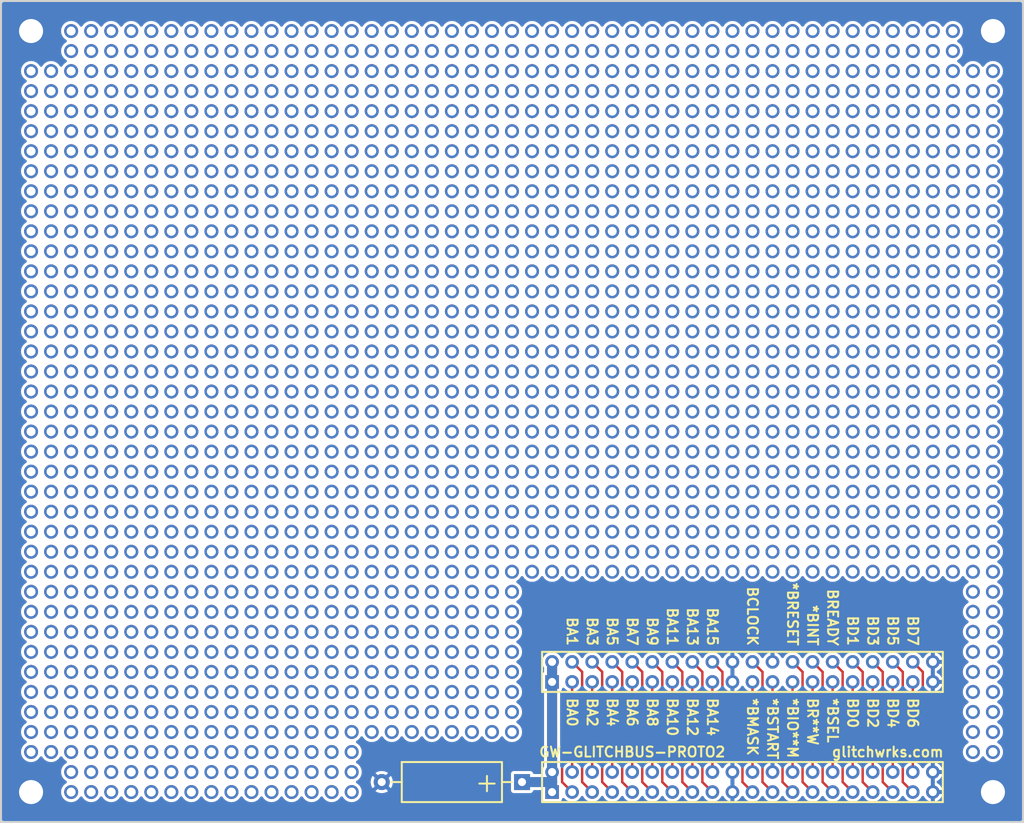
<source format=kicad_pcb>
(kicad_pcb (version 20240108) (generator "pcbnew") (generator_version "8.0")
  (title_block (title "Glitchbus Prototyping Board") (date "2024-11-12") (rev "PRODUCTION") (company "Glitch Works, LLC") (comment 1 "J. Chapman"))
  (layers (0 "F.Cu" signal) (31 "B.Cu" signal) (34 "B.Paste" user) (35 "F.Paste" user) (36 "B.SilkS" user "B.Silkscreen") (37 "F.SilkS" user "F.Silkscreen") (38 "B.Mask" user) (39 "F.Mask" user) (44 "Edge.Cuts" user))
  (net 0 "")
  (net 1 "VCC")
  (net 2 "GND")
  (net 3 "BA0")
  (net 4 "BA1")
  (net 5 "BA2")
  (net 6 "BA3")
  (net 7 "BA4")
  (net 8 "BA5")
  (net 9 "BA6")
  (net 10 "BA7")
  (net 11 "BA8")
  (net 12 "BA9")
  (net 13 "BA10")
  (net 14 "BA11")
  (net 15 "BA12")
  (net 16 "BA13")
  (net 17 "BA14")
  (net 18 "BA15")
  (net 19 "*BMASK")
  (net 20 "BCLOCK")
  (net 21 "*BSTART")
  (net 22 "BIO**M")
  (net 23 "*BRESET")
  (net 24 "BR**W")
  (net 25 "*BINT")
  (net 26 "BREADY")
  (net 27 "BD0")
  (net 28 "BD1")
  (net 29 "BD2")
  (net 30 "BD3")
  (net 31 "BD4")
  (net 32 "BD5")
  (net 33 "BD6")
  (net 34 "BD7")
  (net 35 "*BSELECTED")
  (footprint "mounting:120mil_no_silkscreen" (layer "F.Cu") (at 195.58 152.4 90)
    (property "Reference" "W1" (hide yes))
    (property "Value" "MTG" (hide yes))
  )
  (footprint "mounting:120mil_no_silkscreen" (layer "F.Cu") (at 73.66 152.4 90)
    (property "Reference" "W2" (hide yes))
    (property "Value" "MTG" (hide yes))
  )
  (footprint "mounting:120mil_no_silkscreen" (layer "F.Cu") (at 73.66 55.88 90)
    (property "Reference" "W3" (hide yes))
    (property "Value" "MTG" (hide yes))
  )
  (footprint "mounting:120mil_no_silkscreen" (layer "F.Cu") (at 195.58 55.88 90)
    (property "Reference" "W4" (hide yes))
    (property "Value" "MTG" (hide yes))
  )
  (footprint "gw_headers:STRAIGHT_2x20" (layer "F.Cu") (at 139.7 138.43 90)
    (property "Reference" "J1" (hide yes))
    (property "Value" "GLITCHBUS" (hide yes))
  )
  (footprint "gw_headers:STRAIGHT_2x20" (layer "F.Cu") (at 139.7 152.4 90)
    (property "Reference" "J2" (hide yes))
    (property "Value" "GLITCHBUS" (hide yes))
  )
  (footprint "mounting:70MIL_45DRILL_NO_SILKSCREEN" (layer "F.Cu") (at 78.74 55.88)
    (property "Reference" "REF**" (hide yes))
    (property "Value" "70MIL_45DRILL_NO_SILKSCREEN" (hide yes))
  )
  (footprint "mounting:70MIL_45DRILL_NO_SILKSCREEN" (layer "F.Cu") (at 81.28 55.88)
    (property "Reference" "REF**" (hide yes))
    (property "Value" "70MIL_45DRILL_NO_SILKSCREEN" (hide yes))
  )
  (footprint "mounting:70MIL_45DRILL_NO_SILKSCREEN" (layer "F.Cu") (at 83.82 55.88)
    (property "Reference" "REF**" (hide yes))
    (property "Value" "70MIL_45DRILL_NO_SILKSCREEN" (hide yes))
  )
  (footprint "mounting:70MIL_45DRILL_NO_SILKSCREEN" (layer "F.Cu") (at 86.36 55.88)
    (property "Reference" "REF**" (hide yes))
    (property "Value" "70MIL_45DRILL_NO_SILKSCREEN" (hide yes))
  )
  (footprint "mounting:70MIL_45DRILL_NO_SILKSCREEN" (layer "F.Cu") (at 96.52 55.88)
    (property "Reference" "REF**" (hide yes))
    (property "Value" "70MIL_45DRILL_NO_SILKSCREEN" (hide yes))
  )
  (footprint "mounting:70MIL_45DRILL_NO_SILKSCREEN" (layer "F.Cu") (at 88.9 55.88)
    (property "Reference" "REF**" (hide yes))
    (property "Value" "70MIL_45DRILL_NO_SILKSCREEN" (hide yes))
  )
  (footprint "mounting:70MIL_45DRILL_NO_SILKSCREEN" (layer "F.Cu") (at 93.98 55.88)
    (property "Reference" "REF**" (hide yes))
    (property "Value" "70MIL_45DRILL_NO_SILKSCREEN" (hide yes))
  )
  (footprint "mounting:70MIL_45DRILL_NO_SILKSCREEN" (layer "F.Cu") (at 91.44 55.88)
    (property "Reference" "REF**" (hide yes))
    (property "Value" "70MIL_45DRILL_NO_SILKSCREEN" (hide yes))
  )
  (footprint "mounting:70MIL_45DRILL_NO_SILKSCREEN" (layer "F.Cu") (at 106.68 55.88)
    (property "Reference" "REF**" (hide yes))
    (property "Value" "70MIL_45DRILL_NO_SILKSCREEN" (hide yes))
  )
  (footprint "mounting:70MIL_45DRILL_NO_SILKSCREEN" (layer "F.Cu") (at 111.76 55.88)
    (property "Reference" "REF**" (hide yes))
    (property "Value" "70MIL_45DRILL_NO_SILKSCREEN" (hide yes))
  )
  (footprint "mounting:70MIL_45DRILL_NO_SILKSCREEN" (layer "F.Cu") (at 99.06 55.88)
    (property "Reference" "REF**" (hide yes))
    (property "Value" "70MIL_45DRILL_NO_SILKSCREEN" (hide yes))
  )
  (footprint "mounting:70MIL_45DRILL_NO_SILKSCREEN" (layer "F.Cu") (at 104.14 55.88)
    (property "Reference" "REF**" (hide yes))
    (property "Value" "70MIL_45DRILL_NO_SILKSCREEN" (hide yes))
  )
  (footprint "mounting:70MIL_45DRILL_NO_SILKSCREEN" (layer "F.Cu") (at 114.3 55.88)
    (property "Reference" "REF**" (hide yes))
    (property "Value" "70MIL_45DRILL_NO_SILKSCREEN" (hide yes))
  )
  (footprint "mounting:70MIL_45DRILL_NO_SILKSCREEN" (layer "F.Cu") (at 101.6 55.88)
    (property "Reference" "REF**" (hide yes))
    (property "Value" "70MIL_45DRILL_NO_SILKSCREEN" (hide yes))
  )
  (footprint "mounting:70MIL_45DRILL_NO_SILKSCREEN" (layer "F.Cu") (at 109.22 55.88)
    (property "Reference" "REF**" (hide yes))
    (property "Value" "70MIL_45DRILL_NO_SILKSCREEN" (hide yes))
  )
  (footprint "mounting:70MIL_45DRILL_NO_SILKSCREEN" (layer "F.Cu") (at 116.84 55.88)
    (property "Reference" "REF**" (hide yes))
    (property "Value" "70MIL_45DRILL_NO_SILKSCREEN" (hide yes))
  )
  (footprint "mounting:70MIL_45DRILL_NO_SILKSCREEN" (layer "F.Cu") (at 127 55.88)
    (property "Reference" "REF**" (hide yes))
    (property "Value" "70MIL_45DRILL_NO_SILKSCREEN" (hide yes))
  )
  (footprint "mounting:70MIL_45DRILL_NO_SILKSCREEN" (layer "F.Cu") (at 132.08 55.88)
    (property "Reference" "REF**" (hide yes))
    (property "Value" "70MIL_45DRILL_NO_SILKSCREEN" (hide yes))
  )
  (footprint "mounting:70MIL_45DRILL_NO_SILKSCREEN" (layer "F.Cu") (at 119.38 55.88)
    (property "Reference" "REF**" (hide yes))
    (property "Value" "70MIL_45DRILL_NO_SILKSCREEN" (hide yes))
  )
  (footprint "mounting:70MIL_45DRILL_NO_SILKSCREEN" (layer "F.Cu") (at 144.78 55.88)
    (property "Reference" "REF**" (hide yes))
    (property "Value" "70MIL_45DRILL_NO_SILKSCREEN" (hide yes))
  )
  (footprint "mounting:70MIL_45DRILL_NO_SILKSCREEN" (layer "F.Cu") (at 124.46 55.88)
    (property "Reference" "REF**" (hide yes))
    (property "Value" "70MIL_45DRILL_NO_SILKSCREEN" (hide yes))
  )
  (footprint "mounting:70MIL_45DRILL_NO_SILKSCREEN" (layer "F.Cu") (at 134.62 55.88)
    (property "Reference" "REF**" (hide yes))
    (property "Value" "70MIL_45DRILL_NO_SILKSCREEN" (hide yes))
  )
  (footprint "mounting:70MIL_45DRILL_NO_SILKSCREEN" (layer "F.Cu") (at 152.4 55.88)
    (property "Reference" "REF**" (hide yes))
    (property "Value" "70MIL_45DRILL_NO_SILKSCREEN" (hide yes))
  )
  (footprint "mounting:70MIL_45DRILL_NO_SILKSCREEN" (layer "F.Cu") (at 154.94 55.88)
    (property "Reference" "REF**" (hide yes))
    (property "Value" "70MIL_45DRILL_NO_SILKSCREEN" (hide yes))
  )
  (footprint "mounting:70MIL_45DRILL_NO_SILKSCREEN" (layer "F.Cu") (at 157.48 55.88)
    (property "Reference" "REF**" (hide yes))
    (property "Value" "70MIL_45DRILL_NO_SILKSCREEN" (hide yes))
  )
  (footprint "mounting:70MIL_45DRILL_NO_SILKSCREEN" (layer "F.Cu") (at 121.92 55.88)
    (property "Reference" "REF**" (hide yes))
    (property "Value" "70MIL_45DRILL_NO_SILKSCREEN" (hide yes))
  )
  (footprint "mounting:70MIL_45DRILL_NO_SILKSCREEN" (layer "F.Cu") (at 139.7 55.88)
    (property "Reference" "REF**" (hide yes))
    (property "Value" "70MIL_45DRILL_NO_SILKSCREEN" (hide yes))
  )
  (footprint "mounting:70MIL_45DRILL_NO_SILKSCREEN" (layer "F.Cu") (at 147.32 55.88)
    (property "Reference" "REF**" (hide yes))
    (property "Value" "70MIL_45DRILL_NO_SILKSCREEN" (hide yes))
  )
  (footprint "mounting:70MIL_45DRILL_NO_SILKSCREEN" (layer "F.Cu") (at 129.54 55.88)
    (property "Reference" "REF**" (hide yes))
    (property "Value" "70MIL_45DRILL_NO_SILKSCREEN" (hide yes))
  )
  (footprint "mounting:70MIL_45DRILL_NO_SILKSCREEN" (layer "F.Cu") (at 149.86 55.88)
    (property "Reference" "REF**" (hide yes))
    (property "Value" "70MIL_45DRILL_NO_SILKSCREEN" (hide yes))
  )
  (footprint "mounting:70MIL_45DRILL_NO_SILKSCREEN" (layer "F.Cu") (at 137.16 55.88)
    (property "Reference" "REF**" (hide yes))
    (property "Value" "70MIL_45DRILL_NO_SILKSCREEN" (hide yes))
  )
  (footprint "mounting:70MIL_45DRILL_NO_SILKSCREEN" (layer "F.Cu") (at 142.24 55.88)
    (property "Reference" "REF**" (hide yes))
    (property "Value" "70MIL_45DRILL_NO_SILKSCREEN" (hide yes))
  )
  (footprint "mounting:70MIL_45DRILL_NO_SILKSCREEN" (layer "F.Cu") (at 180.34 55.88)
    (property "Reference" "REF**" (hide yes))
    (property "Value" "70MIL_45DRILL_NO_SILKSCREEN" (hide yes))
  )
  (footprint "mounting:70MIL_45DRILL_NO_SILKSCREEN" (layer "F.Cu") (at 177.8 55.88)
    (property "Reference" "REF**" (hide yes))
    (property "Value" "70MIL_45DRILL_NO_SILKSCREEN" (hide yes))
  )
  (footprint "mounting:70MIL_45DRILL_NO_SILKSCREEN" (layer "F.Cu") (at 187.96 55.88)
    (property "Reference" "REF**" (hide yes))
    (property "Value" "70MIL_45DRILL_NO_SILKSCREEN" (hide yes))
  )
  (footprint "mounting:70MIL_45DRILL_NO_SILKSCREEN" (layer "F.Cu") (at 190.5 55.88)
    (property "Reference" "REF**" (hide yes))
    (property "Value" "70MIL_45DRILL_NO_SILKSCREEN" (hide yes))
  )
  (footprint "mounting:70MIL_45DRILL_NO_SILKSCREEN" (layer "F.Cu") (at 182.88 55.88)
    (property "Reference" "REF**" (hide yes))
    (property "Value" "70MIL_45DRILL_NO_SILKSCREEN" (hide yes))
  )
  (footprint "mounting:70MIL_45DRILL_NO_SILKSCREEN" (layer "F.Cu") (at 172.72 55.88)
    (property "Reference" "REF**" (hide yes))
    (property "Value" "70MIL_45DRILL_NO_SILKSCREEN" (hide yes))
  )
  (footprint "mounting:70MIL_45DRILL_NO_SILKSCREEN" (layer "F.Cu") (at 160.02 55.88)
    (property "Reference" "REF**" (hide yes))
    (property "Value" "70MIL_45DRILL_NO_SILKSCREEN" (hide yes))
  )
  (footprint "mounting:70MIL_45DRILL_NO_SILKSCREEN" (layer "F.Cu") (at 162.56 55.88)
    (property "Reference" "REF**" (hide yes))
    (property "Value" "70MIL_45DRILL_NO_SILKSCREEN" (hide yes))
  )
  (footprint "mounting:70MIL_45DRILL_NO_SILKSCREEN" (layer "F.Cu") (at 167.64 55.88)
    (property "Reference" "REF**" (hide yes))
    (property "Value" "70MIL_45DRILL_NO_SILKSCREEN" (hide yes))
  )
  (footprint "mounting:70MIL_45DRILL_NO_SILKSCREEN" (layer "F.Cu") (at 185.42 55.88)
    (property "Reference" "REF**" (hide yes))
    (property "Value" "70MIL_45DRILL_NO_SILKSCREEN" (hide yes))
  )
  (footprint "mounting:70MIL_45DRILL_NO_SILKSCREEN" (layer "F.Cu") (at 165.1 55.88)
    (property "Reference" "REF**" (hide yes))
    (property "Value" "70MIL_45DRILL_NO_SILKSCREEN" (hide yes))
  )
  (footprint "mounting:70MIL_45DRILL_NO_SILKSCREEN" (layer "F.Cu") (at 175.26 55.88)
    (property "Reference" "REF**" (hide yes))
    (property "Value" "70MIL_45DRILL_NO_SILKSCREEN" (hide yes))
  )
  (footprint "mounting:70MIL_45DRILL_NO_SILKSCREEN" (layer "F.Cu") (at 170.18 55.88)
    (property "Reference" "REF**" (hide yes))
    (property "Value" "70MIL_45DRILL_NO_SILKSCREEN" (hide yes))
  )
  (footprint "mounting:70MIL_45DRILL_NO_SILKSCREEN" (layer "F.Cu") (at 86.36 58.42)
    (property "Reference" "REF**" (hide yes))
    (property "Value" "70MIL_45DRILL_NO_SILKSCREEN" (hide yes))
  )
  (footprint "mounting:70MIL_45DRILL_NO_SILKSCREEN" (layer "F.Cu") (at 152.4 58.42)
    (property "Reference" "REF**" (hide yes))
    (property "Value" "70MIL_45DRILL_NO_SILKSCREEN" (hide yes))
  )
  (footprint "mounting:70MIL_45DRILL_NO_SILKSCREEN" (layer "F.Cu") (at 175.26 58.42)
    (property "Reference" "REF**" (hide yes))
    (property "Value" "70MIL_45DRILL_NO_SILKSCREEN" (hide yes))
  )
  (footprint "mounting:70MIL_45DRILL_NO_SILKSCREEN" (layer "F.Cu") (at 139.7 58.42)
    (property "Reference" "REF**" (hide yes))
    (property "Value" "70MIL_45DRILL_NO_SILKSCREEN" (hide yes))
  )
  (footprint "mounting:70MIL_45DRILL_NO_SILKSCREEN" (layer "F.Cu") (at 91.44 58.42)
    (property "Reference" "REF**" (hide yes))
    (property "Value" "70MIL_45DRILL_NO_SILKSCREEN" (hide yes))
  )
  (footprint "mounting:70MIL_45DRILL_NO_SILKSCREEN" (layer "F.Cu") (at 157.48 58.42)
    (property "Reference" "REF**" (hide yes))
    (property "Value" "70MIL_45DRILL_NO_SILKSCREEN" (hide yes))
  )
  (footprint "mounting:70MIL_45DRILL_NO_SILKSCREEN" (layer "F.Cu") (at 78.74 58.42)
    (property "Reference" "REF**" (hide yes))
    (property "Value" "70MIL_45DRILL_NO_SILKSCREEN" (hide yes))
  )
  (footprint "mounting:70MIL_45DRILL_NO_SILKSCREEN" (layer "F.Cu") (at 104.14 58.42)
    (property "Reference" "REF**" (hide yes))
    (property "Value" "70MIL_45DRILL_NO_SILKSCREEN" (hide yes))
  )
  (footprint "mounting:70MIL_45DRILL_NO_SILKSCREEN" (layer "F.Cu") (at 83.82 58.42)
    (property "Reference" "REF**" (hide yes))
    (property "Value" "70MIL_45DRILL_NO_SILKSCREEN" (hide yes))
  )
  (footprint "mounting:70MIL_45DRILL_NO_SILKSCREEN" (layer "F.Cu") (at 93.98 58.42)
    (property "Reference" "REF**" (hide yes))
    (property "Value" "70MIL_45DRILL_NO_SILKSCREEN" (hide yes))
  )
  (footprint "mounting:70MIL_45DRILL_NO_SILKSCREEN" (layer "F.Cu") (at 111.76 58.42)
    (property "Reference" "REF**" (hide yes))
    (property "Value" "70MIL_45DRILL_NO_SILKSCREEN" (hide yes))
  )
  (footprint "mounting:70MIL_45DRILL_NO_SILKSCREEN" (layer "F.Cu") (at 114.3 58.42)
    (property "Reference" "REF**" (hide yes))
    (property "Value" "70MIL_45DRILL_NO_SILKSCREEN" (hide yes))
  )
  (footprint "mounting:70MIL_45DRILL_NO_SILKSCREEN" (layer "F.Cu") (at 116.84 58.42)
    (property "Reference" "REF**" (hide yes))
    (property "Value" "70MIL_45DRILL_NO_SILKSCREEN" (hide yes))
  )
  (footprint "mounting:70MIL_45DRILL_NO_SILKSCREEN" (layer "F.Cu") (at 81.28 58.42)
    (property "Reference" "REF**" (hide yes))
    (property "Value" "70MIL_45DRILL_NO_SILKSCREEN" (hide yes))
  )
  (footprint "mounting:70MIL_45DRILL_NO_SILKSCREEN" (layer "F.Cu") (at 99.06 58.42)
    (property "Reference" "REF**" (hide yes))
    (property "Value" "70MIL_45DRILL_NO_SILKSCREEN" (hide yes))
  )
  (footprint "mounting:70MIL_45DRILL_NO_SILKSCREEN" (layer "F.Cu") (at 106.68 58.42)
    (property "Reference" "REF**" (hide yes))
    (property "Value" "70MIL_45DRILL_NO_SILKSCREEN" (hide yes))
  )
  (footprint "mounting:70MIL_45DRILL_NO_SILKSCREEN" (layer "F.Cu") (at 137.16 58.42)
    (property "Reference" "REF**" (hide yes))
    (property "Value" "70MIL_45DRILL_NO_SILKSCREEN" (hide yes))
  )
  (footprint "mounting:70MIL_45DRILL_NO_SILKSCREEN" (layer "F.Cu") (at 147.32 58.42)
    (property "Reference" "REF**" (hide yes))
    (property "Value" "70MIL_45DRILL_NO_SILKSCREEN" (hide yes))
  )
  (footprint "mounting:70MIL_45DRILL_NO_SILKSCREEN" (layer "F.Cu") (at 149.86 58.42)
    (property "Reference" "REF**" (hide yes))
    (property "Value" "70MIL_45DRILL_NO_SILKSCREEN" (hide yes))
  )
  (footprint "mounting:70MIL_45DRILL_NO_SILKSCREEN" (layer "F.Cu") (at 142.24 58.42)
    (property "Reference" "REF**" (hide yes))
    (property "Value" "70MIL_45DRILL_NO_SILKSCREEN" (hide yes))
  )
  (footprint "mounting:70MIL_45DRILL_NO_SILKSCREEN" (layer "F.Cu") (at 132.08 58.42)
    (property "Reference" "REF**" (hide yes))
    (property "Value" "70MIL_45DRILL_NO_SILKSCREEN" (hide yes))
  )
  (footprint "mounting:70MIL_45DRILL_NO_SILKSCREEN" (layer "F.Cu") (at 88.9 58.42)
    (property "Reference" "REF**" (hide yes))
    (property "Value" "70MIL_45DRILL_NO_SILKSCREEN" (hide yes))
  )
  (footprint "mounting:70MIL_45DRILL_NO_SILKSCREEN" (layer "F.Cu") (at 119.38 58.42)
    (property "Reference" "REF**" (hide yes))
    (property "Value" "70MIL_45DRILL_NO_SILKSCREEN" (hide yes))
  )
  (footprint "mounting:70MIL_45DRILL_NO_SILKSCREEN" (layer "F.Cu") (at 162.56 58.42)
    (property "Reference" "REF**" (hide yes))
    (property "Value" "70MIL_45DRILL_NO_SILKSCREEN" (hide yes))
  )
  (footprint "mounting:70MIL_45DRILL_NO_SILKSCREEN" (layer "F.Cu") (at 187.96 58.42)
    (property "Reference" "REF**" (hide yes))
    (property "Value" "70MIL_45DRILL_NO_SILKSCREEN" (hide yes))
  )
  (footprint "mounting:70MIL_45DRILL_NO_SILKSCREEN" (layer "F.Cu") (at 154.94 58.42)
    (property "Reference" "REF**" (hide yes))
    (property "Value" "70MIL_45DRILL_NO_SILKSCREEN" (hide yes))
  )
  (footprint "mounting:70MIL_45DRILL_NO_SILKSCREEN" (layer "F.Cu") (at 177.8 58.42)
    (property "Reference" "REF**" (hide yes))
    (property "Value" "70MIL_45DRILL_NO_SILKSCREEN" (hide yes))
  )
  (footprint "mounting:70MIL_45DRILL_NO_SILKSCREEN" (layer "F.Cu") (at 121.92 58.42)
    (property "Reference" "REF**" (hide yes))
    (property "Value" "70MIL_45DRILL_NO_SILKSCREEN" (hide yes))
  )
  (footprint "mounting:70MIL_45DRILL_NO_SILKSCREEN" (layer "F.Cu") (at 127 58.42)
    (property "Reference" "REF**" (hide yes))
    (property "Value" "70MIL_45DRILL_NO_SILKSCREEN" (hide yes))
  )
  (footprint "mounting:70MIL_45DRILL_NO_SILKSCREEN" (layer "F.Cu") (at 190.5 58.42)
    (property "Reference" "REF**" (hide yes))
    (property "Value" "70MIL_45DRILL_NO_SILKSCREEN" (hide yes))
  )
  (footprint "mounting:70MIL_45DRILL_NO_SILKSCREEN" (layer "F.Cu") (at 180.34 58.42)
    (property "Reference" "REF**" (hide yes))
    (property "Value" "70MIL_45DRILL_NO_SILKSCREEN" (hide yes))
  )
  (footprint "mounting:70MIL_45DRILL_NO_SILKSCREEN" (layer "F.Cu") (at 160.02 58.42)
    (property "Reference" "REF**" (hide yes))
    (property "Value" "70MIL_45DRILL_NO_SILKSCREEN" (hide yes))
  )
  (footprint "mounting:70MIL_45DRILL_NO_SILKSCREEN" (layer "F.Cu") (at 170.18 58.42)
    (property "Reference" "REF**" (hide yes))
    (property "Value" "70MIL_45DRILL_NO_SILKSCREEN" (hide yes))
  )
  (footprint "mounting:70MIL_45DRILL_NO_SILKSCREEN" (layer "F.Cu") (at 182.88 58.42)
    (property "Reference" "REF**" (hide yes))
    (property "Value" "70MIL_45DRILL_NO_SILKSCREEN" (hide yes))
  )
  (footprint "mounting:70MIL_45DRILL_NO_SILKSCREEN" (layer "F.Cu") (at 185.42 58.42)
    (property "Reference" "REF**" (hide yes))
    (property "Value" "70MIL_45DRILL_NO_SILKSCREEN" (hide yes))
  )
  (footprint "mounting:70MIL_45DRILL_NO_SILKSCREEN" (layer "F.Cu") (at 172.72 58.42)
    (property "Reference" "REF**" (hide yes))
    (property "Value" "70MIL_45DRILL_NO_SILKSCREEN" (hide yes))
  )
  (footprint "mounting:70MIL_45DRILL_NO_SILKSCREEN" (layer "F.Cu") (at 165.1 58.42)
    (property "Reference" "REF**" (hide yes))
    (property "Value" "70MIL_45DRILL_NO_SILKSCREEN" (hide yes))
  )
  (footprint "mounting:70MIL_45DRILL_NO_SILKSCREEN" (layer "F.Cu") (at 167.64 58.42)
    (property "Reference" "REF**" (hide yes))
    (property "Value" "70MIL_45DRILL_NO_SILKSCREEN" (hide yes))
  )
  (footprint "mounting:70MIL_45DRILL_NO_SILKSCREEN" (layer "F.Cu") (at 109.22 58.42)
    (property "Reference" "REF**" (hide yes))
    (property "Value" "70MIL_45DRILL_NO_SILKSCREEN" (hide yes))
  )
  (footprint "mounting:70MIL_45DRILL_NO_SILKSCREEN" (layer "F.Cu") (at 96.52 58.42)
    (property "Reference" "REF**" (hide yes))
    (property "Value" "70MIL_45DRILL_NO_SILKSCREEN" (hide yes))
  )
  (footprint "mounting:70MIL_45DRILL_NO_SILKSCREEN" (layer "F.Cu") (at 144.78 58.42)
    (property "Reference" "REF**" (hide yes))
    (property "Value" "70MIL_45DRILL_NO_SILKSCREEN" (hide yes))
  )
  (footprint "mounting:70MIL_45DRILL_NO_SILKSCREEN" (layer "F.Cu") (at 101.6 58.42)
    (property "Reference" "REF**" (hide yes))
    (property "Value" "70MIL_45DRILL_NO_SILKSCREEN" (hide yes))
  )
  (footprint "mounting:70MIL_45DRILL_NO_SILKSCREEN" (layer "F.Cu") (at 124.46 58.42)
    (property "Reference" "REF**" (hide yes))
    (property "Value" "70MIL_45DRILL_NO_SILKSCREEN" (hide yes))
  )
  (footprint "mounting:70MIL_45DRILL_NO_SILKSCREEN" (layer "F.Cu") (at 134.62 58.42)
    (property "Reference" "REF**" (hide yes))
    (property "Value" "70MIL_45DRILL_NO_SILKSCREEN" (hide yes))
  )
  (footprint "mounting:70MIL_45DRILL_NO_SILKSCREEN" (layer "F.Cu") (at 129.54 58.42)
    (property "Reference" "REF**" (hide yes))
    (property "Value" "70MIL_45DRILL_NO_SILKSCREEN" (hide yes))
  )
  (footprint "mounting:70MIL_45DRILL_NO_SILKSCREEN" (layer "F.Cu") (at 99.06 60.96)
    (property "Reference" "REF**" (hide yes))
    (property "Value" "70MIL_45DRILL_NO_SILKSCREEN" (hide yes))
  )
  (footprint "mounting:70MIL_45DRILL_NO_SILKSCREEN" (layer "F.Cu") (at 104.14 60.96)
    (property "Reference" "REF**" (hide yes))
    (property "Value" "70MIL_45DRILL_NO_SILKSCREEN" (hide yes))
  )
  (footprint "mounting:70MIL_45DRILL_NO_SILKSCREEN" (layer "F.Cu") (at 93.98 60.96)
    (property "Reference" "REF**" (hide yes))
    (property "Value" "70MIL_45DRILL_NO_SILKSCREEN" (hide yes))
  )
  (footprint "mounting:70MIL_45DRILL_NO_SILKSCREEN" (layer "F.Cu") (at 106.68 60.96)
    (property "Reference" "REF**" (hide yes))
    (property "Value" "70MIL_45DRILL_NO_SILKSCREEN" (hide yes))
  )
  (footprint "mounting:70MIL_45DRILL_NO_SILKSCREEN" (layer "F.Cu") (at 175.26 60.96)
    (property "Reference" "REF**" (hide yes))
    (property "Value" "70MIL_45DRILL_NO_SILKSCREEN" (hide yes))
  )
  (footprint "mounting:70MIL_45DRILL_NO_SILKSCREEN" (layer "F.Cu") (at 139.7 60.96)
    (property "Reference" "REF**" (hide yes))
    (property "Value" "70MIL_45DRILL_NO_SILKSCREEN" (hide yes))
  )
  (footprint "mounting:70MIL_45DRILL_NO_SILKSCREEN" (layer "F.Cu") (at 157.48 60.96)
    (property "Reference" "REF**" (hide yes))
    (property "Value" "70MIL_45DRILL_NO_SILKSCREEN" (hide yes))
  )
  (footprint "mounting:70MIL_45DRILL_NO_SILKSCREEN" (layer "F.Cu") (at 187.96 60.96)
    (property "Reference" "REF**" (hide yes))
    (property "Value" "70MIL_45DRILL_NO_SILKSCREEN" (hide yes))
  )
  (footprint "mounting:70MIL_45DRILL_NO_SILKSCREEN" (layer "F.Cu") (at 111.76 60.96)
    (property "Reference" "REF**" (hide yes))
    (property "Value" "70MIL_45DRILL_NO_SILKSCREEN" (hide yes))
  )
  (footprint "mounting:70MIL_45DRILL_NO_SILKSCREEN" (layer "F.Cu") (at 116.84 60.96)
    (property "Reference" "REF**" (hide yes))
    (property "Value" "70MIL_45DRILL_NO_SILKSCREEN" (hide yes))
  )
  (footprint "mounting:70MIL_45DRILL_NO_SILKSCREEN" (layer "F.Cu") (at 142.24 60.96)
    (property "Reference" "REF**" (hide yes))
    (property "Value" "70MIL_45DRILL_NO_SILKSCREEN" (hide yes))
  )
  (footprint "mounting:70MIL_45DRILL_NO_SILKSCREEN" (layer "F.Cu") (at 109.22 60.96)
    (property "Reference" "REF**" (hide yes))
    (property "Value" "70MIL_45DRILL_NO_SILKSCREEN" (hide yes))
  )
  (footprint "mounting:70MIL_45DRILL_NO_SILKSCREEN" (layer "F.Cu") (at 83.82 60.96)
    (property "Reference" "REF**" (hide yes))
    (property "Value" "70MIL_45DRILL_NO_SILKSCREEN" (hide yes))
  )
  (footprint "mounting:70MIL_45DRILL_NO_SILKSCREEN" (layer "F.Cu") (at 78.74 60.96)
    (property "Reference" "REF**" (hide yes))
    (property "Value" "70MIL_45DRILL_NO_SILKSCREEN" (hide yes))
  )
  (footprint "mounting:70MIL_45DRILL_NO_SILKSCREEN" (layer "F.Cu") (at 114.3 60.96)
    (property "Reference" "REF**" (hide yes))
    (property "Value" "70MIL_45DRILL_NO_SILKSCREEN" (hide yes))
  )
  (footprint "mounting:70MIL_45DRILL_NO_SILKSCREEN" (layer "F.Cu") (at 162.56 60.96)
    (property "Reference" "REF**" (hide yes))
    (property "Value" "70MIL_45DRILL_NO_SILKSCREEN" (hide yes))
  )
  (footprint "mounting:70MIL_45DRILL_NO_SILKSCREEN" (layer "F.Cu") (at 185.42 60.96)
    (property "Reference" "REF**" (hide yes))
    (property "Value" "70MIL_45DRILL_NO_SILKSCREEN" (hide yes))
  )
  (footprint "mounting:70MIL_45DRILL_NO_SILKSCREEN" (layer "F.Cu") (at 88.9 60.96)
    (property "Reference" "REF**" (hide yes))
    (property "Value" "70MIL_45DRILL_NO_SILKSCREEN" (hide yes))
  )
  (footprint "mounting:70MIL_45DRILL_NO_SILKSCREEN" (layer "F.Cu") (at 160.02 60.96)
    (property "Reference" "REF**" (hide yes))
    (property "Value" "70MIL_45DRILL_NO_SILKSCREEN" (hide yes))
  )
  (footprint "mounting:70MIL_45DRILL_NO_SILKSCREEN" (layer "F.Cu") (at 101.6 60.96)
    (property "Reference" "REF**" (hide yes))
    (property "Value" "70MIL_45DRILL_NO_SILKSCREEN" (hide yes))
  )
  (footprint "mounting:70MIL_45DRILL_NO_SILKSCREEN" (layer "F.Cu") (at 182.88 60.96)
    (property "Reference" "REF**" (hide yes))
    (property "Value" "70MIL_45DRILL_NO_SILKSCREEN" (hide yes))
  )
  (footprint "mounting:70MIL_45DRILL_NO_SILKSCREEN" (layer "F.Cu") (at 190.5 60.96)
    (property "Reference" "REF**" (hide yes))
    (property "Value" "70MIL_45DRILL_NO_SILKSCREEN" (hide yes))
  )
  (footprint "mounting:70MIL_45DRILL_NO_SILKSCREEN" (layer "F.Cu") (at 121.92 60.96)
    (property "Reference" "REF**" (hide yes))
    (property "Value" "70MIL_45DRILL_NO_SILKSCREEN" (hide yes))
  )
  (footprint "mounting:70MIL_45DRILL_NO_SILKSCREEN" (layer "F.Cu") (at 149.86 60.96)
    (property "Reference" "REF**" (hide yes))
    (property "Value" "70MIL_45DRILL_NO_SILKSCREEN" (hide yes))
  )
  (footprint "mounting:70MIL_45DRILL_NO_SILKSCREEN" (layer "F.Cu") (at 96.52 60.96)
    (property "Reference" "REF**" (hide yes))
    (property "Value" "70MIL_45DRILL_NO_SILKSCREEN" (hide yes))
  )
  (footprint "mounting:70MIL_45DRILL_NO_SILKSCREEN" (layer "F.Cu") (at 154.94 60.96)
    (property "Reference" "REF**" (hide yes))
    (property "Value" "70MIL_45DRILL_NO_SILKSCREEN" (hide yes))
  )
  (footprint "mounting:70MIL_45DRILL_NO_SILKSCREEN" (layer "F.Cu") (at 177.8 60.96)
    (property "Reference" "REF**" (hide yes))
    (property "Value" "70MIL_45DRILL_NO_SILKSCREEN" (hide yes))
  )
  (footprint "mounting:70MIL_45DRILL_NO_SILKSCREEN" (layer "F.Cu") (at 119.38 60.96)
    (property "Reference" "REF**" (hide yes))
    (property "Value" "70MIL_45DRILL_NO_SILKSCREEN" (hide yes))
  )
  (footprint "mounting:70MIL_45DRILL_NO_SILKSCREEN" (layer "F.Cu") (at 144.78 60.96)
    (property "Reference" "REF**" (hide yes))
    (property "Value" "70MIL_45DRILL_NO_SILKSCREEN" (hide yes))
  )
  (footprint "mounting:70MIL_45DRILL_NO_SILKSCREEN" (layer "F.Cu") (at 127 60.96)
    (property "Reference" "REF**" (hide yes))
    (property "Value" "70MIL_45DRILL_NO_SILKSCREEN" (hide yes))
  )
  (footprint "mounting:70MIL_45DRILL_NO_SILKSCREEN" (layer "F.Cu") (at 172.72 60.96)
    (property "Reference" "REF**" (hide yes))
    (property "Value" "70MIL_45DRILL_NO_SILKSCREEN" (hide yes))
  )
  (footprint "mounting:70MIL_45DRILL_NO_SILKSCREEN" (layer "F.Cu") (at 132.08 60.96)
    (property "Reference" "REF**" (hide yes))
    (property "Value" "70MIL_45DRILL_NO_SILKSCREEN" (hide yes))
  )
  (footprint "mounting:70MIL_45DRILL_NO_SILKSCREEN" (layer "F.Cu") (at 129.54 60.96)
    (property "Reference" "REF**" (hide yes))
    (property "Value" "70MIL_45DRILL_NO_SILKSCREEN" (hide yes))
  )
  (footprint "mounting:70MIL_45DRILL_NO_SILKSCREEN" (layer "F.Cu") (at 124.46 60.96)
    (property "Reference" "REF**" (hide yes))
    (property "Value" "70MIL_45DRILL_NO_SILKSCREEN" (hide yes))
  )
  (footprint "mounting:70MIL_45DRILL_NO_SILKSCREEN" (layer "F.Cu") (at 134.62 60.96)
    (property "Reference" "REF**" (hide yes))
    (property "Value" "70MIL_45DRILL_NO_SILKSCREEN" (hide yes))
  )
  (footprint "mounting:70MIL_45DRILL_NO_SILKSCREEN" (layer "F.Cu") (at 167.64 60.96)
    (property "Reference" "REF**" (hide yes))
    (property "Value" "70MIL_45DRILL_NO_SILKSCREEN" (hide yes))
  )
  (footprint "mounting:70MIL_45DRILL_NO_SILKSCREEN" (layer "F.Cu") (at 170.18 60.96)
    (property "Reference" "REF**" (hide yes))
    (property "Value" "70MIL_45DRILL_NO_SILKSCREEN" (hide yes))
  )
  (footprint "mounting:70MIL_45DRILL_NO_SILKSCREEN" (layer "F.Cu") (at 137.16 60.96)
    (property "Reference" "REF**" (hide yes))
    (property "Value" "70MIL_45DRILL_NO_SILKSCREEN" (hide yes))
  )
  (footprint "mounting:70MIL_45DRILL_NO_SILKSCREEN" (layer "F.Cu") (at 152.4 60.96)
    (property "Reference" "REF**" (hide yes))
    (property "Value" "70MIL_45DRILL_NO_SILKSCREEN" (hide yes))
  )
  (footprint "mounting:70MIL_45DRILL_NO_SILKSCREEN" (layer "F.Cu") (at 147.32 60.96)
    (property "Reference" "REF**" (hide yes))
    (property "Value" "70MIL_45DRILL_NO_SILKSCREEN" (hide yes))
  )
  (footprint "mounting:70MIL_45DRILL_NO_SILKSCREEN" (layer "F.Cu") (at 180.34 60.96)
    (property "Reference" "REF**" (hide yes))
    (property "Value" "70MIL_45DRILL_NO_SILKSCREEN" (hide yes))
  )
  (footprint "mounting:70MIL_45DRILL_NO_SILKSCREEN" (layer "F.Cu") (at 86.36 60.96)
    (property "Reference" "REF**" (hide yes))
    (property "Value" "70MIL_45DRILL_NO_SILKSCREEN" (hide yes))
  )
  (footprint "mounting:70MIL_45DRILL_NO_SILKSCREEN" (layer "F.Cu") (at 81.28 60.96)
    (property "Reference" "REF**" (hide yes))
    (property "Value" "70MIL_45DRILL_NO_SILKSCREEN" (hide yes))
  )
  (footprint "mounting:70MIL_45DRILL_NO_SILKSCREEN" (layer "F.Cu") (at 165.1 60.96)
    (property "Reference" "REF**" (hide yes))
    (property "Value" "70MIL_45DRILL_NO_SILKSCREEN" (hide yes))
  )
  (footprint "mounting:70MIL_45DRILL_NO_SILKSCREEN" (layer "F.Cu") (at 91.44 60.96)
    (property "Reference" "REF**" (hide yes))
    (property "Value" "70MIL_45DRILL_NO_SILKSCREEN" (hide yes))
  )
  (footprint "mounting:70MIL_45DRILL_NO_SILKSCREEN" (layer "F.Cu") (at 187.96 63.5)
    (property "Reference" "REF**" (hide yes))
    (property "Value" "70MIL_45DRILL_NO_SILKSCREEN" (hide yes))
  )
  (footprint "mounting:70MIL_45DRILL_NO_SILKSCREEN" (layer "F.Cu") (at 190.5 63.5)
    (property "Reference" "REF**" (hide yes))
    (property "Value" "70MIL_45DRILL_NO_SILKSCREEN" (hide yes))
  )
  (footprint "mounting:70MIL_45DRILL_NO_SILKSCREEN" (layer "F.Cu") (at 134.62 63.5)
    (property "Reference" "REF**" (hide yes))
    (property "Value" "70MIL_45DRILL_NO_SILKSCREEN" (hide yes))
  )
  (footprint "mounting:70MIL_45DRILL_NO_SILKSCREEN" (layer "F.Cu") (at 170.18 63.5)
    (property "Reference" "REF**" (hide yes))
    (property "Value" "70MIL_45DRILL_NO_SILKSCREEN" (hide yes))
  )
  (footprint "mounting:70MIL_45DRILL_NO_SILKSCREEN" (layer "F.Cu") (at 111.76 63.5)
    (property "Reference" "REF**" (hide yes))
    (property "Value" "70MIL_45DRILL_NO_SILKSCREEN" (hide yes))
  )
  (footprint "mounting:70MIL_45DRILL_NO_SILKSCREEN" (layer "F.Cu") (at 99.06 63.5)
    (property "Reference" "REF**" (hide yes))
    (property "Value" "70MIL_45DRILL_NO_SILKSCREEN" (hide yes))
  )
  (footprint "mounting:70MIL_45DRILL_NO_SILKSCREEN" (layer "F.Cu") (at 93.98 63.5)
    (property "Reference" "REF**" (hide yes))
    (property "Value" "70MIL_45DRILL_NO_SILKSCREEN" (hide yes))
  )
  (footprint "mounting:70MIL_45DRILL_NO_SILKSCREEN" (layer "F.Cu") (at 139.7 63.5)
    (property "Reference" "REF**" (hide yes))
    (property "Value" "70MIL_45DRILL_NO_SILKSCREEN" (hide yes))
  )
  (footprint "mounting:70MIL_45DRILL_NO_SILKSCREEN" (layer "F.Cu") (at 157.48 63.5)
    (property "Reference" "REF**" (hide yes))
    (property "Value" "70MIL_45DRILL_NO_SILKSCREEN" (hide yes))
  )
  (footprint "mounting:70MIL_45DRILL_NO_SILKSCREEN" (layer "F.Cu") (at 116.84 63.5)
    (property "Reference" "REF**" (hide yes))
    (property "Value" "70MIL_45DRILL_NO_SILKSCREEN" (hide yes))
  )
  (footprint "mounting:70MIL_45DRILL_NO_SILKSCREEN" (layer "F.Cu") (at 142.24 63.5)
    (property "Reference" "REF**" (hide yes))
    (property "Value" "70MIL_45DRILL_NO_SILKSCREEN" (hide yes))
  )
  (footprint "mounting:70MIL_45DRILL_NO_SILKSCREEN" (layer "F.Cu") (at 124.46 63.5)
    (property "Reference" "REF**" (hide yes))
    (property "Value" "70MIL_45DRILL_NO_SILKSCREEN" (hide yes))
  )
  (footprint "mounting:70MIL_45DRILL_NO_SILKSCREEN" (layer "F.Cu") (at 175.26 63.5)
    (property "Reference" "REF**" (hide yes))
    (property "Value" "70MIL_45DRILL_NO_SILKSCREEN" (hide yes))
  )
  (footprint "mounting:70MIL_45DRILL_NO_SILKSCREEN" (layer "F.Cu") (at 106.68 63.5)
    (property "Reference" "REF**" (hide yes))
    (property "Value" "70MIL_45DRILL_NO_SILKSCREEN" (hide yes))
  )
  (footprint "mounting:70MIL_45DRILL_NO_SILKSCREEN" (layer "F.Cu") (at 104.14 63.5)
    (property "Reference" "REF**" (hide yes))
    (property "Value" "70MIL_45DRILL_NO_SILKSCREEN" (hide yes))
  )
  (footprint "mounting:70MIL_45DRILL_NO_SILKSCREEN" (layer "F.Cu") (at 172.72 63.5)
    (property "Reference" "REF**" (hide yes))
    (property "Value" "70MIL_45DRILL_NO_SILKSCREEN" (hide yes))
  )
  (footprint "mounting:70MIL_45DRILL_NO_SILKSCREEN" (layer "F.Cu") (at 177.8 63.5)
    (property "Reference" "REF**" (hide yes))
    (property "Value" "70MIL_45DRILL_NO_SILKSCREEN" (hide yes))
  )
  (footprint "mounting:70MIL_45DRILL_NO_SILKSCREEN" (layer "F.Cu") (at 185.42 63.5)
    (property "Reference" "REF**" (hide yes))
    (property "Value" "70MIL_45DRILL_NO_SILKSCREEN" (hide yes))
  )
  (footprint "mounting:70MIL_45DRILL_NO_SILKSCREEN" (layer "F.Cu") (at 119.38 63.5)
    (property "Reference" "REF**" (hide yes))
    (property "Value" "70MIL_45DRILL_NO_SILKSCREEN" (hide yes))
  )
  (footprint "mounting:70MIL_45DRILL_NO_SILKSCREEN" (layer "F.Cu") (at 132.08 63.5)
    (property "Reference" "REF**" (hide yes))
    (property "Value" "70MIL_45DRILL_NO_SILKSCREEN" (hide yes))
  )
  (footprint "mounting:70MIL_45DRILL_NO_SILKSCREEN" (layer "F.Cu") (at 78.74 63.5)
    (property "Reference" "REF**" (hide yes))
    (property "Value" "70MIL_45DRILL_NO_SILKSCREEN" (hide yes))
  )
  (footprint "mounting:70MIL_45DRILL_NO_SILKSCREEN" (layer "F.Cu") (at 91.44 63.5)
    (property "Reference" "REF**" (hide yes))
    (property "Value" "70MIL_45DRILL_NO_SILKSCREEN" (hide yes))
  )
  (footprint "mounting:70MIL_45DRILL_NO_SILKSCREEN" (layer "F.Cu") (at 154.94 63.5)
    (property "Reference" "REF**" (hide yes))
    (property "Value" "70MIL_45DRILL_NO_SILKSCREEN" (hide yes))
  )
  (footprint "mounting:70MIL_45DRILL_NO_SILKSCREEN" (layer "F.Cu") (at 96.52 63.5)
    (property "Reference" "REF**" (hide yes))
    (property "Value" "70MIL_45DRILL_NO_SILKSCREEN" (hide yes))
  )
  (footprint "mounting:70MIL_45DRILL_NO_SILKSCREEN" (layer "F.Cu") (at 129.54 63.5)
    (property "Reference" "REF**" (hide yes))
    (property "Value" "70MIL_45DRILL_NO_SILKSCREEN" (hide yes))
  )
  (footprint "mounting:70MIL_45DRILL_NO_SILKSCREEN" (layer "F.Cu") (at 167.64 63.5)
    (property "Reference" "REF**" (hide yes))
    (property "Value" "70MIL_45DRILL_NO_SILKSCREEN" (hide yes))
  )
  (footprint "mounting:70MIL_45DRILL_NO_SILKSCREEN" (layer "F.Cu") (at 127 63.5)
    (property "Reference" "REF**" (hide yes))
    (property "Value" "70MIL_45DRILL_NO_SILKSCREEN" (hide yes))
  )
  (footprint "mounting:70MIL_45DRILL_NO_SILKSCREEN" (layer "F.Cu") (at 137.16 63.5)
    (property "Reference" "REF**" (hide yes))
    (property "Value" "70MIL_45DRILL_NO_SILKSCREEN" (hide yes))
  )
  (footprint "mounting:70MIL_45DRILL_NO_SILKSCREEN" (layer "F.Cu") (at 114.3 63.5)
    (property "Reference" "REF**" (hide yes))
    (property "Value" "70MIL_45DRILL_NO_SILKSCREEN" (hide yes))
  )
  (footprint "mounting:70MIL_45DRILL_NO_SILKSCREEN" (layer "F.Cu") (at 152.4 63.5)
    (property "Reference" "REF**" (hide yes))
    (property "Value" "70MIL_45DRILL_NO_SILKSCREEN" (hide yes))
  )
  (footprint "mounting:70MIL_45DRILL_NO_SILKSCREEN" (layer "F.Cu") (at 144.78 63.5)
    (property "Reference" "REF**" (hide yes))
    (property "Value" "70MIL_45DRILL_NO_SILKSCREEN" (hide yes))
  )
  (footprint "mounting:70MIL_45DRILL_NO_SILKSCREEN" (layer "F.Cu") (at 81.28 63.5)
    (property "Reference" "REF**" (hide yes))
    (property "Value" "70MIL_45DRILL_NO_SILKSCREEN" (hide yes))
  )
  (footprint "mounting:70MIL_45DRILL_NO_SILKSCREEN" (layer "F.Cu") (at 88.9 63.5)
    (property "Reference" "REF**" (hide yes))
    (property "Value" "70MIL_45DRILL_NO_SILKSCREEN" (hide yes))
  )
  (footprint "mounting:70MIL_45DRILL_NO_SILKSCREEN" (layer "F.Cu") (at 101.6 63.5)
    (property "Reference" "REF**" (hide yes))
    (property "Value" "70MIL_45DRILL_NO_SILKSCREEN" (hide yes))
  )
  (footprint "mounting:70MIL_45DRILL_NO_SILKSCREEN" (layer "F.Cu") (at 160.02 63.5)
    (property "Reference" "REF**" (hide yes))
    (property "Value" "70MIL_45DRILL_NO_SILKSCREEN" (hide yes))
  )
  (footprint "mounting:70MIL_45DRILL_NO_SILKSCREEN" (layer "F.Cu") (at 182.88 63.5)
    (property "Reference" "REF**" (hide yes))
    (property "Value" "70MIL_45DRILL_NO_SILKSCREEN" (hide yes))
  )
  (footprint "mounting:70MIL_45DRILL_NO_SILKSCREEN" (layer "F.Cu") (at 180.34 63.5)
    (property "Reference" "REF**" (hide yes))
    (property "Value" "70MIL_45DRILL_NO_SILKSCREEN" (hide yes))
  )
  (footprint "mounting:70MIL_45DRILL_NO_SILKSCREEN" (layer "F.Cu") (at 165.1 63.5)
    (property "Reference" "REF**" (hide yes))
    (property "Value" "70MIL_45DRILL_NO_SILKSCREEN" (hide yes))
  )
  (footprint "mounting:70MIL_45DRILL_NO_SILKSCREEN" (layer "F.Cu") (at 149.86 63.5)
    (property "Reference" "REF**" (hide yes))
    (property "Value" "70MIL_45DRILL_NO_SILKSCREEN" (hide yes))
  )
  (footprint "mounting:70MIL_45DRILL_NO_SILKSCREEN" (layer "F.Cu") (at 162.56 63.5)
    (property "Reference" "REF**" (hide yes))
    (property "Value" "70MIL_45DRILL_NO_SILKSCREEN" (hide yes))
  )
  (footprint "mounting:70MIL_45DRILL_NO_SILKSCREEN" (layer "F.Cu") (at 86.36 63.5)
    (property "Reference" "REF**" (hide yes))
    (property "Value" "70MIL_45DRILL_NO_SILKSCREEN" (hide yes))
  )
  (footprint "mounting:70MIL_45DRILL_NO_SILKSCREEN" (layer "F.Cu") (at 147.32 63.5)
    (property "Reference" "REF**" (hide yes))
    (property "Value" "70MIL_45DRILL_NO_SILKSCREEN" (hide yes))
  )
  (footprint "mounting:70MIL_45DRILL_NO_SILKSCREEN" (layer "F.Cu") (at 83.82 63.5)
    (property "Reference" "REF**" (hide yes))
    (property "Value" "70MIL_45DRILL_NO_SILKSCREEN" (hide yes))
  )
  (footprint "mounting:70MIL_45DRILL_NO_SILKSCREEN" (layer "F.Cu") (at 109.22 63.5)
    (property "Reference" "REF**" (hide yes))
    (property "Value" "70MIL_45DRILL_NO_SILKSCREEN" (hide yes))
  )
  (footprint "mounting:70MIL_45DRILL_NO_SILKSCREEN" (layer "F.Cu") (at 121.92 63.5)
    (property "Reference" "REF**" (hide yes))
    (property "Value" "70MIL_45DRILL_NO_SILKSCREEN" (hide yes))
  )
  (footprint "mounting:70MIL_45DRILL_NO_SILKSCREEN" (layer "F.Cu") (at 109.22 66.04)
    (property "Reference" "REF**" (hide yes))
    (property "Value" "70MIL_45DRILL_NO_SILKSCREEN" (hide yes))
  )
  (footprint "mounting:70MIL_45DRILL_NO_SILKSCREEN" (layer "F.Cu") (at 93.98 66.04)
    (property "Reference" "REF**" (hide yes))
    (property "Value" "70MIL_45DRILL_NO_SILKSCREEN" (hide yes))
  )
  (footprint "mounting:70MIL_45DRILL_NO_SILKSCREEN" (layer "F.Cu") (at 190.5 66.04)
    (property "Reference" "REF**" (hide yes))
    (property "Value" "70MIL_45DRILL_NO_SILKSCREEN" (hide yes))
  )
  (footprint "mounting:70MIL_45DRILL_NO_SILKSCREEN" (layer "F.Cu") (at 116.84 66.04)
    (property "Reference" "REF**" (hide yes))
    (property "Value" "70MIL_45DRILL_NO_SILKSCREEN" (hide yes))
  )
  (footprint "mounting:70MIL_45DRILL_NO_SILKSCREEN" (layer "F.Cu") (at 99.06 66.04)
    (property "Reference" "REF**" (hide yes))
    (property "Value" "70MIL_45DRILL_NO_SILKSCREEN" (hide yes))
  )
  (footprint "mounting:70MIL_45DRILL_NO_SILKSCREEN" (layer "F.Cu") (at 134.62 66.04)
    (property "Reference" "REF**" (hide yes))
    (property "Value" "70MIL_45DRILL_NO_SILKSCREEN" (hide yes))
  )
  (footprint "mounting:70MIL_45DRILL_NO_SILKSCREEN" (layer "F.Cu") (at 149.86 66.04)
    (property "Reference" "REF**" (hide yes))
    (property "Value" "70MIL_45DRILL_NO_SILKSCREEN" (hide yes))
  )
  (footprint "mounting:70MIL_45DRILL_NO_SILKSCREEN" (layer "F.Cu") (at 154.94 66.04)
    (property "Reference" "REF**" (hide yes))
    (property "Value" "70MIL_45DRILL_NO_SILKSCREEN" (hide yes))
  )
  (footprint "mounting:70MIL_45DRILL_NO_SILKSCREEN" (layer "F.Cu") (at 172.72 66.04)
    (property "Reference" "REF**" (hide yes))
    (property "Value" "70MIL_45DRILL_NO_SILKSCREEN" (hide yes))
  )
  (footprint "mounting:70MIL_45DRILL_NO_SILKSCREEN" (layer "F.Cu") (at 111.76 66.04)
    (property "Reference" "REF**" (hide yes))
    (property "Value" "70MIL_45DRILL_NO_SILKSCREEN" (hide yes))
  )
  (footprint "mounting:70MIL_45DRILL_NO_SILKSCREEN" (layer "F.Cu") (at 157.48 66.04)
    (property "Reference" "REF**" (hide yes))
    (property "Value" "70MIL_45DRILL_NO_SILKSCREEN" (hide yes))
  )
  (footprint "mounting:70MIL_45DRILL_NO_SILKSCREEN" (layer "F.Cu") (at 86.36 66.04)
    (property "Reference" "REF**" (hide yes))
    (property "Value" "70MIL_45DRILL_NO_SILKSCREEN" (hide yes))
  )
  (footprint "mounting:70MIL_45DRILL_NO_SILKSCREEN" (layer "F.Cu") (at 96.52 66.04)
    (property "Reference" "REF**" (hide yes))
    (property "Value" "70MIL_45DRILL_NO_SILKSCREEN" (hide yes))
  )
  (footprint "mounting:70MIL_45DRILL_NO_SILKSCREEN" (layer "F.Cu") (at 124.46 66.04)
    (property "Reference" "REF**" (hide yes))
    (property "Value" "70MIL_45DRILL_NO_SILKSCREEN" (hide yes))
  )
  (footprint "mounting:70MIL_45DRILL_NO_SILKSCREEN" (layer "F.Cu") (at 147.32 66.04)
    (property "Reference" "REF**" (hide yes))
    (property "Value" "70MIL_45DRILL_NO_SILKSCREEN" (hide yes))
  )
  (footprint "mounting:70MIL_45DRILL_NO_SILKSCREEN" (layer "F.Cu") (at 132.08 66.04)
    (property "Reference" "REF**" (hide yes))
    (property "Value" "70MIL_45DRILL_NO_SILKSCREEN" (hide yes))
  )
  (footprint "mounting:70MIL_45DRILL_NO_SILKSCREEN" (layer "F.Cu") (at 182.88 66.04)
    (property "Reference" "REF**" (hide yes))
    (property "Value" "70MIL_45DRILL_NO_SILKSCREEN" (hide yes))
  )
  (footprint "mounting:70MIL_45DRILL_NO_SILKSCREEN" (layer "F.Cu") (at 185.42 66.04)
    (property "Reference" "REF**" (hide yes))
    (property "Value" "70MIL_45DRILL_NO_SILKSCREEN" (hide yes))
  )
  (footprint "mounting:70MIL_45DRILL_NO_SILKSCREEN" (layer "F.Cu") (at 91.44 66.04)
    (property "Reference" "REF**" (hide yes))
    (property "Value" "70MIL_45DRILL_NO_SILKSCREEN" (hide yes))
  )
  (footprint "mounting:70MIL_45DRILL_NO_SILKSCREEN" (layer "F.Cu") (at 119.38 66.04)
    (property "Reference" "REF**" (hide yes))
    (property "Value" "70MIL_45DRILL_NO_SILKSCREEN" (hide yes))
  )
  (footprint "mounting:70MIL_45DRILL_NO_SILKSCREEN" (layer "F.Cu") (at 187.96 66.04)
    (property "Reference" "REF**" (hide yes))
    (property "Value" "70MIL_45DRILL_NO_SILKSCREEN" (hide yes))
  )
  (footprint "mounting:70MIL_45DRILL_NO_SILKSCREEN" (layer "F.Cu") (at 144.78 66.04)
    (property "Reference" "REF**" (hide yes))
    (property "Value" "70MIL_45DRILL_NO_SILKSCREEN" (hide yes))
  )
  (footprint "mounting:70MIL_45DRILL_NO_SILKSCREEN" (layer "F.Cu") (at 165.1 66.04)
    (property "Reference" "REF**" (hide yes))
    (property "Value" "70MIL_45DRILL_NO_SILKSCREEN" (hide yes))
  )
  (footprint "mounting:70MIL_45DRILL_NO_SILKSCREEN" (layer "F.Cu") (at 139.7 66.04)
    (property "Reference" "REF**" (hide yes))
    (property "Value" "70MIL_45DRILL_NO_SILKSCREEN" (hide yes))
  )
  (footprint "mounting:70MIL_45DRILL_NO_SILKSCREEN" (layer "F.Cu") (at 180.34 66.04)
    (property "Reference" "REF**" (hide yes))
    (property "Value" "70MIL_45DRILL_NO_SILKSCREEN" (hide yes))
  )
  (footprint "mounting:70MIL_45DRILL_NO_SILKSCREEN" (layer "F.Cu") (at 162.56 66.04)
    (property "Reference" "REF**" (hide yes))
    (property "Value" "70MIL_45DRILL_NO_SILKSCREEN" (hide yes))
  )
  (footprint "mounting:70MIL_45DRILL_NO_SILKSCREEN" (layer "F.Cu") (at 152.4 66.04)
    (property "Reference" "REF**" (hide yes))
    (property "Value" "70MIL_45DRILL_NO_SILKSCREEN" (hide yes))
  )
  (footprint "mounting:70MIL_45DRILL_NO_SILKSCREEN" (layer "F.Cu") (at 170.18 66.04)
    (property "Reference" "REF**" (hide yes))
    (property "Value" "70MIL_45DRILL_NO_SILKSCREEN" (hide yes))
  )
  (footprint "mounting:70MIL_45DRILL_NO_SILKSCREEN" (layer "F.Cu") (at 101.6 66.04)
    (property "Reference" "REF**" (hide yes))
    (property "Value" "70MIL_45DRILL_NO_SILKSCREEN" (hide yes))
  )
  (footprint "mounting:70MIL_45DRILL_NO_SILKSCREEN" (layer "F.Cu") (at 177.8 66.04)
    (property "Reference" "REF**" (hide yes))
    (property "Value" "70MIL_45DRILL_NO_SILKSCREEN" (hide yes))
  )
  (footprint "mounting:70MIL_45DRILL_NO_SILKSCREEN" (layer "F.Cu") (at 175.26 66.04)
    (property "Reference" "REF**" (hide yes))
    (property "Value" "70MIL_45DRILL_NO_SILKSCREEN" (hide yes))
  )
  (footprint "mounting:70MIL_45DRILL_NO_SILKSCREEN" (layer "F.Cu") (at 78.74 66.04)
    (property "Reference" "REF**" (hide yes))
    (property "Value" "70MIL_45DRILL_NO_SILKSCREEN" (hide yes))
  )
  (footprint "mounting:70MIL_45DRILL_NO_SILKSCREEN" (layer "F.Cu") (at 114.3 66.04)
    (property "Reference" "REF**" (hide yes))
    (property "Value" "70MIL_45DRILL_NO_SILKSCREEN" (hide yes))
  )
  (footprint "mounting:70MIL_45DRILL_NO_SILKSCREEN" (layer "F.Cu") (at 81.28 66.04)
    (property "Reference" "REF**" (hide yes))
    (property "Value" "70MIL_45DRILL_NO_SILKSCREEN" (hide yes))
  )
  (footprint "mounting:70MIL_45DRILL_NO_SILKSCREEN" (layer "F.Cu") (at 160.02 66.04)
    (property "Reference" "REF**" (hide yes))
    (property "Value" "70MIL_45DRILL_NO_SILKSCREEN" (hide yes))
  )
  (footprint "mounting:70MIL_45DRILL_NO_SILKSCREEN" (layer "F.Cu") (at 106.68 66.04)
    (property "Reference" "REF**" (hide yes))
    (property "Value" "70MIL_45DRILL_NO_SILKSCREEN" (hide yes))
  )
  (footprint "mounting:70MIL_45DRILL_NO_SILKSCREEN" (layer "F.Cu") (at 104.14 66.04)
    (property "Reference" "REF**" (hide yes))
    (property "Value" "70MIL_45DRILL_NO_SILKSCREEN" (hide yes))
  )
  (footprint "mounting:70MIL_45DRILL_NO_SILKSCREEN" (layer "F.Cu") (at 127 66.04)
    (property "Reference" "REF**" (hide yes))
    (property "Value" "70MIL_45DRILL_NO_SILKSCREEN" (hide yes))
  )
  (footprint "mounting:70MIL_45DRILL_NO_SILKSCREEN" (layer "F.Cu") (at 142.24 66.04)
    (property "Reference" "REF**" (hide yes))
    (property "Value" "70MIL_45DRILL_NO_SILKSCREEN" (hide yes))
  )
  (footprint "mounting:70MIL_45DRILL_NO_SILKSCREEN" (layer "F.Cu") (at 88.9 66.04)
    (property "Reference" "REF**" (hide yes))
    (property "Value" "70MIL_45DRILL_NO_SILKSCREEN" (hide yes))
  )
  (footprint "mounting:70MIL_45DRILL_NO_SILKSCREEN" (layer "F.Cu") (at 83.82 66.04)
    (property "Reference" "REF**" (hide yes))
    (property "Value" "70MIL_45DRILL_NO_SILKSCREEN" (hide yes))
  )
  (footprint "mounting:70MIL_45DRILL_NO_SILKSCREEN" (layer "F.Cu") (at 167.64 66.04)
    (property "Reference" "REF**" (hide yes))
    (property "Value" "70MIL_45DRILL_NO_SILKSCREEN" (hide yes))
  )
  (footprint "mounting:70MIL_45DRILL_NO_SILKSCREEN" (layer "F.Cu") (at 121.92 66.04)
    (property "Reference" "REF**" (hide yes))
    (property "Value" "70MIL_45DRILL_NO_SILKSCREEN" (hide yes))
  )
  (footprint "mounting:70MIL_45DRILL_NO_SILKSCREEN" (layer "F.Cu") (at 129.54 66.04)
    (property "Reference" "REF**" (hide yes))
    (property "Value" "70MIL_45DRILL_NO_SILKSCREEN" (hide yes))
  )
  (footprint "mounting:70MIL_45DRILL_NO_SILKSCREEN" (layer "F.Cu") (at 137.16 66.04)
    (property "Reference" "REF**" (hide yes))
    (property "Value" "70MIL_45DRILL_NO_SILKSCREEN" (hide yes))
  )
  (footprint "mounting:70MIL_45DRILL_NO_SILKSCREEN" (layer "F.Cu") (at 109.22 76.2)
    (property "Reference" "REF**" (hide yes))
    (property "Value" "70MIL_45DRILL_NO_SILKSCREEN" (hide yes))
  )
  (footprint "mounting:70MIL_45DRILL_NO_SILKSCREEN" (layer "F.Cu") (at 106.68 78.74)
    (property "Reference" "REF**" (hide yes))
    (property "Value" "70MIL_45DRILL_NO_SILKSCREEN" (hide yes))
  )
  (footprint "mounting:70MIL_45DRILL_NO_SILKSCREEN" (layer "F.Cu") (at 101.6 78.74)
    (property "Reference" "REF**" (hide yes))
    (property "Value" "70MIL_45DRILL_NO_SILKSCREEN" (hide yes))
  )
  (footprint "mounting:70MIL_45DRILL_NO_SILKSCREEN" (layer "F.Cu") (at 137.16 78.74)
    (property "Reference" "REF**" (hide yes))
    (property "Value" "70MIL_45DRILL_NO_SILKSCREEN" (hide yes))
  )
  (footprint "mounting:70MIL_45DRILL_NO_SILKSCREEN" (layer "F.Cu") (at 99.06 71.12)
    (property "Reference" "REF**" (hide yes))
    (property "Value" "70MIL_45DRILL_NO_SILKSCREEN" (hide yes))
  )
  (footprint "mounting:70MIL_45DRILL_NO_SILKSCREEN" (layer "F.Cu") (at 86.36 68.58)
    (property "Reference" "REF**" (hide yes))
    (property "Value" "70MIL_45DRILL_NO_SILKSCREEN" (hide yes))
  )
  (footprint "mounting:70MIL_45DRILL_NO_SILKSCREEN" (layer "F.Cu") (at 172.72 78.74)
    (property "Reference" "REF**" (hide yes))
    (property "Value" "70MIL_45DRILL_NO_SILKSCREEN" (hide yes))
  )
  (footprint "mounting:70MIL_45DRILL_NO_SILKSCREEN" (layer "F.Cu") (at 93.98 76.2)
    (property "Reference" "REF**" (hide yes))
    (property "Value" "70MIL_45DRILL_NO_SILKSCREEN" (hide yes))
  )
  (footprint "mounting:70MIL_45DRILL_NO_SILKSCREEN" (layer "F.Cu") (at 167.64 78.74)
    (property "Reference" "REF**" (hide yes))
    (property "Value" "70MIL_45DRILL_NO_SILKSCREEN" (hide yes))
  )
  (footprint "mounting:70MIL_45DRILL_NO_SILKSCREEN" (layer "F.Cu") (at 104.14 71.12)
    (property "Reference" "REF**" (hide yes))
    (property "Value" "70MIL_45DRILL_NO_SILKSCREEN" (hide yes))
  )
  (footprint "mounting:70MIL_45DRILL_NO_SILKSCREEN" (layer "F.Cu") (at 190.5 76.2)
    (property "Reference" "REF**" (hide yes))
    (property "Value" "70MIL_45DRILL_NO_SILKSCREEN" (hide yes))
  )
  (footprint "mounting:70MIL_45DRILL_NO_SILKSCREEN" (layer "F.Cu") (at 93.98 71.12)
    (property "Reference" "REF**" (hide yes))
    (property "Value" "70MIL_45DRILL_NO_SILKSCREEN" (hide yes))
  )
  (footprint "mounting:70MIL_45DRILL_NO_SILKSCREEN" (layer "F.Cu") (at 187.96 73.66)
    (property "Reference" "REF**" (hide yes))
    (property "Value" "70MIL_45DRILL_NO_SILKSCREEN" (hide yes))
  )
  (footprint "mounting:70MIL_45DRILL_NO_SILKSCREEN" (layer "F.Cu") (at 190.5 73.66)
    (property "Reference" "REF**" (hide yes))
    (property "Value" "70MIL_45DRILL_NO_SILKSCREEN" (hide yes))
  )
  (footprint "mounting:70MIL_45DRILL_NO_SILKSCREEN" (layer "F.Cu") (at 152.4 68.58)
    (property "Reference" "REF**" (hide yes))
    (property "Value" "70MIL_45DRILL_NO_SILKSCREEN" (hide yes))
  )
  (footprint "mounting:70MIL_45DRILL_NO_SILKSCREEN" (layer "F.Cu") (at 106.68 71.12)
    (property "Reference" "REF**" (hide yes))
    (property "Value" "70MIL_45DRILL_NO_SILKSCREEN" (hide yes))
  )
  (footprint "mounting:70MIL_45DRILL_NO_SILKSCREEN" (layer "F.Cu") (at 81.28 78.74)
    (property "Reference" "REF**" (hide yes))
    (property "Value" "70MIL_45DRILL_NO_SILKSCREEN" (hide yes))
  )
  (footprint "mounting:70MIL_45DRILL_NO_SILKSCREEN" (layer "F.Cu") (at 175.26 68.58)
    (property "Reference" "REF**" (hide yes))
    (property "Value" "70MIL_45DRILL_NO_SILKSCREEN" (hide yes))
  )
  (footprint "mounting:70MIL_45DRILL_NO_SILKSCREEN" (layer "F.Cu") (at 114.3 78.74)
    (property "Reference" "REF**" (hide yes))
    (property "Value" "70MIL_45DRILL_NO_SILKSCREEN" (hide yes))
  )
  (footprint "mounting:70MIL_45DRILL_NO_SILKSCREEN" (layer "F.Cu") (at 175.26 71.12)
    (property "Reference" "REF**" (hide yes))
    (property "Value" "70MIL_45DRILL_NO_SILKSCREEN" (hide yes))
  )
  (footprint "mounting:70MIL_45DRILL_NO_SILKSCREEN" (layer "F.Cu") (at 139.7 71.12)
    (property "Reference" "REF**" (hide yes))
    (property "Value" "70MIL_45DRILL_NO_SILKSCREEN" (hide yes))
  )
  (footprint "mounting:70MIL_45DRILL_NO_SILKSCREEN" (layer "F.Cu") (at 78.74 78.74)
    (property "Reference" "REF**" (hide yes))
    (property "Value" "70MIL_45DRILL_NO_SILKSCREEN" (hide yes))
  )
  (footprint "mounting:70MIL_45DRILL_NO_SILKSCREEN" (layer "F.Cu") (at 116.84 76.2)
    (property "Reference" "REF**" (hide yes))
    (property "Value" "70MIL_45DRILL_NO_SILKSCREEN" (hide yes))
  )
  (footprint "mounting:70MIL_45DRILL_NO_SILKSCREEN" (layer "F.Cu") (at 134.62 73.66)
    (property "Reference" "REF**" (hide yes))
    (property "Value" "70MIL_45DRILL_NO_SILKSCREEN" (hide yes))
  )
  (footprint "mounting:70MIL_45DRILL_NO_SILKSCREEN" (layer "F.Cu") (at 139.7 68.58)
    (property "Reference" "REF**" (hide yes))
    (property "Value" "70MIL_45DRILL_NO_SILKSCREEN" (hide yes))
  )
  (footprint "mounting:70MIL_45DRILL_NO_SILKSCREEN" (layer "F.Cu") (at 99.06 76.2)
    (property "Reference" "REF**" (hide yes))
    (property "Value" "70MIL_45DRILL_NO_SILKSCREEN" (hide yes))
  )
  (footprint "mounting:70MIL_45DRILL_NO_SILKSCREEN" (layer "F.Cu") (at 91.44 68.58)
    (property "Reference" "REF**" (hide yes))
    (property "Value" "70MIL_45DRILL_NO_SILKSCREEN" (hide yes))
  )
  (footprint "mounting:70MIL_45DRILL_NO_SILKSCREEN" (layer "F.Cu") (at 157.48 71.12)
    (property "Reference" "REF**" (hide yes))
    (property "Value" "70MIL_45DRILL_NO_SILKSCREEN" (hide yes))
  )
  (footprint "mounting:70MIL_45DRILL_NO_SILKSCREEN" (layer "F.Cu") (at 157.48 68.58)
    (property "Reference" "REF**" (hide yes))
    (property "Value" "70MIL_45DRILL_NO_SILKSCREEN" (hide yes))
  )
  (footprint "mounting:70MIL_45DRILL_NO_SILKSCREEN" (layer "F.Cu") (at 134.62 76.2)
    (property "Reference" "REF**" (hide yes))
    (property "Value" "70MIL_45DRILL_NO_SILKSCREEN" (hide yes))
  )
  (footprint "mounting:70MIL_45DRILL_NO_SILKSCREEN" (layer "F.Cu") (at 78.74 68.58)
    (property "Reference" "REF**" (hide yes))
    (property "Value" "70MIL_45DRILL_NO_SILKSCREEN" (hide yes))
  )
  (footprint "mounting:70MIL_45DRILL_NO_SILKSCREEN" (layer "F.Cu") (at 104.14 68.58)
    (property "Reference" "REF**" (hide yes))
    (property "Value" "70MIL_45DRILL_NO_SILKSCREEN" (hide yes))
  )
  (footprint "mounting:70MIL_45DRILL_NO_SILKSCREEN" (layer "F.Cu") (at 83.82 68.58)
    (property "Reference" "REF**" (hide yes))
    (property "Value" "70MIL_45DRILL_NO_SILKSCREEN" (hide yes))
  )
  (footprint "mounting:70MIL_45DRILL_NO_SILKSCREEN" (layer "F.Cu") (at 170.18 73.66)
    (property "Reference" "REF**" (hide yes))
    (property "Value" "70MIL_45DRILL_NO_SILKSCREEN" (hide yes))
  )
  (footprint "mounting:70MIL_45DRILL_NO_SILKSCREEN" (layer "F.Cu") (at 187.96 71.12)
    (property "Reference" "REF**" (hide yes))
    (property "Value" "70MIL_45DRILL_NO_SILKSCREEN" (hide yes))
  )
  (footprint "mounting:70MIL_45DRILL_NO_SILKSCREEN" (layer "F.Cu") (at 149.86 76.2)
    (property "Reference" "REF**" (hide yes))
    (property "Value" "70MIL_45DRILL_NO_SILKSCREEN" (hide yes))
  )
  (footprint "mounting:70MIL_45DRILL_NO_SILKSCREEN" (layer "F.Cu") (at 111.76 71.12)
    (property "Reference" "REF**" (hide yes))
    (property "Value" "70MIL_45DRILL_NO_SILKSCREEN" (hide yes))
  )
  (footprint "mounting:70MIL_45DRILL_NO_SILKSCREEN" (layer "F.Cu") (at 190.5 78.74)
    (property "Reference" "REF**" (hide yes))
    (property "Value" "70MIL_45DRILL_NO_SILKSCREEN" (hide yes))
  )
  (footprint "mounting:70MIL_45DRILL_NO_SILKSCREEN" (layer "F.Cu") (at 93.98 68.58)
    (property "Reference" "REF**" (hide yes))
    (property "Value" "70MIL_45DRILL_NO_SILKSCREEN" (hide yes))
  )
  (footprint "mounting:70MIL_45DRILL_NO_SILKSCREEN" (layer "F.Cu") (at 116.84 78.74)
    (property "Reference" "REF**" (hide yes))
    (property "Value" "70MIL_45DRILL_NO_SILKSCREEN" (hide yes))
  )
  (footprint "mounting:70MIL_45DRILL_NO_SILKSCREEN" (layer "F.Cu") (at 86.36 78.74)
    (property "Reference" "REF**" (hide yes))
    (property "Value" "70MIL_45DRILL_NO_SILKSCREEN" (hide yes))
  )
  (footprint "mounting:70MIL_45DRILL_NO_SILKSCREEN" (layer "F.Cu") (at 111.76 68.58)
    (property "Reference" "REF**" (hide yes))
    (property "Value" "70MIL_45DRILL_NO_SILKSCREEN" (hide yes))
  )
  (footprint "mounting:70MIL_45DRILL_NO_SILKSCREEN" (layer "F.Cu") (at 116.84 71.12)
    (property "Reference" "REF**" (hide yes))
    (property "Value" "70MIL_45DRILL_NO_SILKSCREEN" (hide yes))
  )
  (footprint "mounting:70MIL_45DRILL_NO_SILKSCREEN" (layer "F.Cu") (at 114.3 68.58)
    (property "Reference" "REF**" (hide yes))
    (property "Value" "70MIL_45DRILL_NO_SILKSCREEN" (hide yes))
  )
  (footprint "mounting:70MIL_45DRILL_NO_SILKSCREEN" (layer "F.Cu") (at 142.24 71.12)
    (property "Reference" "REF**" (hide yes))
    (property "Value" "70MIL_45DRILL_NO_SILKSCREEN" (hide yes))
  )
  (footprint "mounting:70MIL_45DRILL_NO_SILKSCREEN" (layer "F.Cu") (at 109.22 71.12)
    (property "Reference" "REF**" (hide yes))
    (property "Value" "70MIL_45DRILL_NO_SILKSCREEN" (hide yes))
  )
  (footprint "mounting:70MIL_45DRILL_NO_SILKSCREEN" (layer "F.Cu") (at 111.76 73.66)
    (property "Reference" "REF**" (hide yes))
    (property "Value" "70MIL_45DRILL_NO_SILKSCREEN" (hide yes))
  )
  (footprint "mounting:70MIL_45DRILL_NO_SILKSCREEN" (layer "F.Cu") (at 116.84 68.58)
    (property "Reference" "REF**" (hide yes))
    (property "Value" "70MIL_45DRILL_NO_SILKSCREEN" (hide yes))
  )
  (footprint "mounting:70MIL_45DRILL_NO_SILKSCREEN" (layer "F.Cu") (at 81.28 68.58)
    (property "Reference" "REF**" (hide yes))
    (property "Value" "70MIL_45DRILL_NO_SILKSCREEN" (hide yes))
  )
  (footprint "mounting:70MIL_45DRILL_NO_SILKSCREEN" (layer "F.Cu") (at 99.06 68.58)
    (property "Reference" "REF**" (hide yes))
    (property "Value" "70MIL_45DRILL_NO_SILKSCREEN" (hide yes))
  )
  (footprint "mounting:70MIL_45DRILL_NO_SILKSCREEN" (layer "F.Cu") (at 83.82 71.12)
    (property "Reference" "REF**" (hide yes))
    (property "Value" "70MIL_45DRILL_NO_SILKSCREEN" (hide yes))
  )
  (footprint "mounting:70MIL_45DRILL_NO_SILKSCREEN" (layer "F.Cu") (at 99.06 73.66)
    (property "Reference" "REF**" (hide yes))
    (property "Value" "70MIL_45DRILL_NO_SILKSCREEN" (hide yes))
  )
  (footprint "mounting:70MIL_45DRILL_NO_SILKSCREEN" (layer "F.Cu") (at 106.68 68.58)
    (property "Reference" "REF**" (hide yes))
    (property "Value" "70MIL_45DRILL_NO_SILKSCREEN" (hide yes))
  )
  (footprint "mounting:70MIL_45DRILL_NO_SILKSCREEN" (layer "F.Cu") (at 93.98 73.66)
    (property "Reference" "REF**" (hide yes))
    (property "Value" "70MIL_45DRILL_NO_SILKSCREEN" (hide yes))
  )
  (footprint "mounting:70MIL_45DRILL_NO_SILKSCREEN" (layer "F.Cu") (at 139.7 73.66)
    (property "Reference" "REF**" (hide yes))
    (property "Value" "70MIL_45DRILL_NO_SILKSCREEN" (hide yes))
  )
  (footprint "mounting:70MIL_45DRILL_NO_SILKSCREEN" (layer "F.Cu") (at 157.48 73.66)
    (property "Reference" "REF**" (hide yes))
    (property "Value" "70MIL_45DRILL_NO_SILKSCREEN" (hide yes))
  )
  (footprint "mounting:70MIL_45DRILL_NO_SILKSCREEN" (layer "F.Cu") (at 137.16 68.58)
    (property "Reference" "REF**" (hide yes))
    (property "Value" "70MIL_45DRILL_NO_SILKSCREEN" (hide yes))
  )
  (footprint "mounting:70MIL_45DRILL_NO_SILKSCREEN" (layer "F.Cu") (at 147.32 68.58)
    (property "Reference" "REF**" (hide yes))
    (property "Value" "70MIL_45DRILL_NO_SILKSCREEN" (hide yes))
  )
  (footprint "mounting:70MIL_45DRILL_NO_SILKSCREEN" (layer "F.Cu") (at 116.84 73.66)
    (property "Reference" "REF**" (hide yes))
    (property "Value" "70MIL_45DRILL_NO_SILKSCREEN" (hide yes))
  )
  (footprint "mounting:70MIL_45DRILL_NO_SILKSCREEN" (layer "F.Cu") (at 142.24 73.66)
    (property "Reference" "REF**" (hide yes))
    (property "Value" "70MIL_45DRILL_NO_SILKSCREEN" (hide yes))
  )
  (footprint "mounting:70MIL_45DRILL_NO_SILKSCREEN" (layer "F.Cu") (at 78.74 71.12)
    (property "Reference" "REF**" (hide yes))
    (property "Value" "70MIL_45DRILL_NO_SILKSCREEN" (hide yes))
  )
  (footprint "mounting:70MIL_45DRILL_NO_SILKSCREEN" (layer "F.Cu") (at 149.86 68.58)
    (property "Reference" "REF**" (hide yes))
    (property "Value" "70MIL_45DRILL_NO_SILKSCREEN" (hide yes))
  )
  (footprint "mounting:70MIL_45DRILL_NO_SILKSCREEN" (layer "F.Cu") (at 124.46 73.66)
    (property "Reference" "REF**" (hide yes))
    (property "Value" "70MIL_45DRILL_NO_SILKSCREEN" (hide yes))
  )
  (footprint "mounting:70MIL_45DRILL_NO_SILKSCREEN" (layer "F.Cu") (at 142.24 68.58)
    (property "Reference" "REF**" (hide yes))
    (property "Value" "70MIL_45DRILL_NO_SILKSCREEN" (hide yes))
  )
  (footprint "mounting:70MIL_45DRILL_NO_SILKSCREEN" (layer "F.Cu") (at 114.3 71.12)
    (property "Reference" "REF**" (hide yes))
    (property "Value" "70MIL_45DRILL_NO_SILKSCREEN" (hide yes))
  )
  (footprint "mounting:70MIL_45DRILL_NO_SILKSCREEN" (layer "F.Cu") (at 175.26 73.66)
    (property "Reference" "REF**" (hide yes))
    (property "Value" "70MIL_45DRILL_NO_SILKSCREEN" (hide yes))
  )
  (footprint "mounting:70MIL_45DRILL_NO_SILKSCREEN" (layer "F.Cu") (at 106.68 73.66)
    (property "Reference" "REF**" (hide yes))
    (property "Value" "70MIL_45DRILL_NO_SILKSCREEN" (hide yes))
  )
  (footprint "mounting:70MIL_45DRILL_NO_SILKSCREEN" (layer "F.Cu") (at 104.14 73.66)
    (property "Reference" "REF**" (hide yes))
    (property "Value" "70MIL_45DRILL_NO_SILKSCREEN" (hide yes))
  )
  (footprint "mounting:70MIL_45DRILL_NO_SILKSCREEN" (layer "F.Cu") (at 154.94 76.2)
    (property "Reference" "REF**" (hide yes))
    (property "Value" "70MIL_45DRILL_NO_SILKSCREEN" (hide yes))
  )
  (footprint "mounting:70MIL_45DRILL_NO_SILKSCREEN" (layer "F.Cu") (at 170.18 78.74)
    (property "Reference" "REF**" (hide yes))
    (property "Value" "70MIL_45DRILL_NO_SILKSCREEN" (hide yes))
  )
  (footprint "mounting:70MIL_45DRILL_NO_SILKSCREEN" (layer "F.Cu") (at 154.94 78.74)
    (property "Reference" "REF**" (hide yes))
    (property "Value" "70MIL_45DRILL_NO_SILKSCREEN" (hide yes))
  )
  (footprint "mounting:70MIL_45DRILL_NO_SILKSCREEN" (layer "F.Cu") (at 172.72 73.66)
    (property "Reference" "REF**" (hide yes))
    (property "Value" "70MIL_45DRILL_NO_SILKSCREEN" (hide yes))
  )
  (footprint "mounting:70MIL_45DRILL_NO_SILKSCREEN" (layer "F.Cu") (at 132.08 78.74)
    (property "Reference" "REF**" (hide yes))
    (property "Value" "70MIL_45DRILL_NO_SILKSCREEN" (hide yes))
  )
  (footprint "mounting:70MIL_45DRILL_NO_SILKSCREEN" (layer "F.Cu") (at 132.08 68.58)
    (property "Reference" "REF**" (hide yes))
    (property "Value" "70MIL_45DRILL_NO_SILKSCREEN" (hide yes))
  )
  (footprint "mounting:70MIL_45DRILL_NO_SILKSCREEN" (layer "F.Cu") (at 177.8 73.66)
    (property "Reference" "REF**" (hide yes))
    (property "Value" "70MIL_45DRILL_NO_SILKSCREEN" (hide yes))
  )
  (footprint "mounting:70MIL_45DRILL_NO_SILKSCREEN" (layer "F.Cu") (at 185.42 73.66)
    (property "Reference" "REF**" (hide yes))
    (property "Value" "70MIL_45DRILL_NO_SILKSCREEN" (hide yes))
  )
  (footprint "mounting:70MIL_45DRILL_NO_SILKSCREEN" (layer "F.Cu") (at 88.9 68.58)
    (property "Reference" "REF**" (hide yes))
    (property "Value" "70MIL_45DRILL_NO_SILKSCREEN" (hide yes))
  )
  (footprint "mounting:70MIL_45DRILL_NO_SILKSCREEN" (layer "F.Cu") (at 119.38 73.66)
    (property "Reference" "REF**" (hide yes))
    (property "Value" "70MIL_45DRILL_NO_SILKSCREEN" (hide yes))
  )
  (footprint "mounting:70MIL_45DRILL_NO_SILKSCREEN" (layer "F.Cu") (at 132.08 73.66)
    (property "Reference" "REF**" (hide yes))
    (property "Value" "70MIL_45DRILL_NO_SILKSCREEN" (hide yes))
  )
  (footprint "mounting:70MIL_45DRILL_NO_SILKSCREEN" (layer "F.Cu") (at 162.56 71.12)
    (property "Reference" "REF**" (hide yes))
    (property "Value" "70MIL_45DRILL_NO_SILKSCREEN" (hide yes))
  )
  (footprint "mounting:70MIL_45DRILL_NO_SILKSCREEN" (layer "F.Cu") (at 139.7 78.74)
    (property "Reference" "REF**" (hide yes))
    (property "Value" "70MIL_45DRILL_NO_SILKSCREEN" (hide yes))
  )
  (footprint "mounting:70MIL_45DRILL_NO_SILKSCREEN" (layer "F.Cu") (at 78.74 73.66)
    (property "Reference" "REF**" (hide yes))
    (property "Value" "70MIL_45DRILL_NO_SILKSCREEN" (hide yes))
  )
  (footprint "mounting:70MIL_45DRILL_NO_SILKSCREEN" (layer "F.Cu") (at 91.44 73.66)
    (property "Reference" "REF**" (hide yes))
    (property "Value" "70MIL_45DRILL_NO_SILKSCREEN" (hide yes))
  )
  (footprint "mounting:70MIL_45DRILL_NO_SILKSCREEN" (layer "F.Cu") (at 96.52 78.74)
    (property "Reference" "REF**" (hide yes))
    (property "Value" "70MIL_45DRILL_NO_SILKSCREEN" (hide yes))
  )
  (footprint "mounting:70MIL_45DRILL_NO_SILKSCREEN" (layer "F.Cu") (at 172.72 76.2)
    (property "Reference" "REF**" (hide yes))
    (property "Value" "70MIL_45DRILL_NO_SILKSCREEN" (hide yes))
  )
  (footprint "mounting:70MIL_45DRILL_NO_SILKSCREEN" (layer "F.Cu") (at 147.32 78.74)
    (property "Reference" "REF**" (hide yes))
    (property "Value" "70MIL_45DRILL_NO_SILKSCREEN" (hide yes))
  )
  (footprint "mounting:70MIL_45DRILL_NO_SILKSCREEN" (layer "F.Cu") (at 185.42 71.12)
    (property "Reference" "REF**" (hide yes))
    (property "Value" "70MIL_45DRILL_NO_SILKSCREEN" (hide yes))
  )
  (footprint "mounting:70MIL_45DRILL_NO_SILKSCREEN" (layer "F.Cu") (at 88.9 71.12)
    (property "Reference" "REF**" (hide yes))
    (property "Value" "70MIL_45DRILL_NO_SILKSCREEN" (hide yes))
  )
  (footprint "mounting:70MIL_45DRILL_NO_SILKSCREEN" (layer "F.Cu") (at 119.38 68.58)
    (property "Reference" "REF**" (hide yes))
    (property "Value" "70MIL_45DRILL_NO_SILKSCREEN" (hide yes))
  )
  (footprint "mounting:70MIL_45DRILL_NO_SILKSCREEN" (layer "F.Cu") (at 111.76 76.2)
    (property "Reference" "REF**" (hide yes))
    (property "Value" "70MIL_45DRILL_NO_SILKSCREEN" (hide yes))
  )
  (footprint "mounting:70MIL_45DRILL_NO_SILKSCREEN" (layer "F.Cu") (at 149.86 78.74)
    (property "Reference" "REF**" (hide yes))
    (property "Value" "70MIL_45DRILL_NO_SILKSCREEN" (hide yes))
  )
  (footprint "mounting:70MIL_45DRILL_NO_SILKSCREEN" (layer "F.Cu") (at 157.48 76.2)
    (property "Reference" "REF**" (hide yes))
    (property "Value" "70MIL_45DRILL_NO_SILKSCREEN" (hide yes))
  )
  (footprint "mounting:70MIL_45DRILL_NO_SILKSCREEN" (layer "F.Cu") (at 154.94 73.66)
    (property "Reference" "REF**" (hide yes))
    (property "Value" "70MIL_45DRILL_NO_SILKSCREEN" (hide yes))
  )
  (footprint "mounting:70MIL_45DRILL_NO_SILKSCREEN" (layer "F.Cu") (at 160.02 71.12)
    (property "Reference" "REF**" (hide yes))
    (property "Value" "70MIL_45DRILL_NO_SILKSCREEN" (hide yes))
  )
  (footprint "mounting:70MIL_45DRILL_NO_SILKSCREEN" (layer "F.Cu") (at 86.36 76.2)
    (property "Reference" "REF**" (hide yes))
    (property "Value" "70MIL_45DRILL_NO_SILKSCREEN" (hide yes))
  )
  (footprint "mounting:70MIL_45DRILL_NO_SILKSCREEN" (layer "F.Cu") (at 111.76 78.74)
    (property "Reference" "REF**" (hide yes))
    (property "Value" "70MIL_45DRILL_NO_SILKSCREEN" (hide yes))
  )
  (footprint "mounting:70MIL_45DRILL_NO_SILKSCREEN" (layer "F.Cu") (at 96.52 76.2)
    (property "Reference" "REF**" (hide yes))
    (property "Value" "70MIL_45DRILL_NO_SILKSCREEN" (hide yes))
  )
  (footprint "mounting:70MIL_45DRILL_NO_SILKSCREEN" (layer "F.Cu") (at 101.6 71.12)
    (property "Reference" "REF**" (hide yes))
    (property "Value" "70MIL_45DRILL_NO_SILKSCREEN" (hide yes))
  )
  (footprint "mounting:70MIL_45DRILL_NO_SILKSCREEN" (layer "F.Cu") (at 124.46 76.2)
    (property "Reference" "REF**" (hide yes))
    (property "Value" "70MIL_45DRILL_NO_SILKSCREEN" (hide yes))
  )
  (footprint "mounting:70MIL_45DRILL_NO_SILKSCREEN" (layer "F.Cu") (at 182.88 71.12)
    (property "Reference" "REF**" (hide yes))
    (property "Value" "70MIL_45DRILL_NO_SILKSCREEN" (hide yes))
  )
  (footprint "mounting:70MIL_45DRILL_NO_SILKSCREEN" (layer "F.Cu") (at 147.32 76.2)
    (property "Reference" "REF**" (hide yes))
    (property "Value" "70MIL_45DRILL_NO_SILKSCREEN" (hide yes))
  )
  (footprint "mounting:70MIL_45DRILL_NO_SILKSCREEN" (layer "F.Cu") (at 132.08 76.2)
    (property "Reference" "REF**" (hide yes))
    (property "Value" "70MIL_45DRILL_NO_SILKSCREEN" (hide yes))
  )
  (footprint "mounting:70MIL_45DRILL_NO_SILKSCREEN" (layer "F.Cu") (at 182.88 76.2)
    (property "Reference" "REF**" (hide yes))
    (property "Value" "70MIL_45DRILL_NO_SILKSCREEN" (hide yes))
  )
  (footprint "mounting:70MIL_45DRILL_NO_SILKSCREEN" (layer "F.Cu") (at 144.78 78.74)
    (property "Reference" "REF**" (hide yes))
    (property "Value" "70MIL_45DRILL_NO_SILKSCREEN" (hide yes))
  )
  (footprint "mounting:70MIL_45DRILL_NO_SILKSCREEN" (layer "F.Cu") (at 185.42 76.2)
    (property "Reference" "REF**" (hide yes))
    (property "Value" "70MIL_45DRILL_NO_SILKSCREEN" (hide yes))
  )
  (footprint "mounting:70MIL_45DRILL_NO_SILKSCREEN" (layer "F.Cu") (at 180.34 78.74)
    (property "Reference" "REF**" (hide yes))
    (property "Value" "70MIL_45DRILL_NO_SILKSCREEN" (hide yes))
  )
  (footprint "mounting:70MIL_45DRILL_NO_SILKSCREEN" (layer "F.Cu") (at 162.56 68.58)
    (property "Reference" "REF**" (hide yes))
    (property "Value" "70MIL_45DRILL_NO_SILKSCREEN" (hide yes))
  )
  (footprint "mounting:70MIL_45DRILL_NO_SILKSCREEN" (layer "F.Cu") (at 91.44 76.2)
    (property "Reference" "REF**" (hide yes))
    (property "Value" "70MIL_45DRILL_NO_SILKSCREEN" (hide yes))
  )
  (footprint "mounting:70MIL_45DRILL_NO_SILKSCREEN" (layer "F.Cu") (at 96.52 73.66)
    (property "Reference" "REF**" (hide yes))
    (property "Value" "70MIL_45DRILL_NO_SILKSCREEN" (hide yes))
  )
  (footprint "mounting:70MIL_45DRILL_NO_SILKSCREEN" (layer "F.Cu") (at 185.42 78.74)
    (property "Reference" "REF**" (hide yes))
    (property "Value" "70MIL_45DRILL_NO_SILKSCREEN" (hide yes))
  )
  (footprint "mounting:70MIL_45DRILL_NO_SILKSCREEN" (layer "F.Cu") (at 190.5 71.12)
    (property "Reference" "REF**" (hide yes))
    (property "Value" "70MIL_45DRILL_NO_SILKSCREEN" (hide yes))
  )
  (footprint "mounting:70MIL_45DRILL_NO_SILKSCREEN" (layer "F.Cu") (at 121.92 71.12)
    (property "Reference" "REF**" (hide yes))
    (property "Value" "70MIL_45DRILL_NO_SILKSCREEN" (hide yes))
  )
  (footprint "mounting:70MIL_45DRILL_NO_SILKSCREEN" (layer "F.Cu") (at 129.54 73.66)
    (property "Reference" "REF**" (hide yes))
    (property "Value" "70MIL_45DRILL_NO_SILKSCREEN" (hide yes))
  )
  (footprint "mounting:70MIL_45DRILL_NO_SILKSCREEN" (layer "F.Cu") (at 187.96 68.58)
    (property "Reference" "REF**" (hide yes))
    (property "Value" "70MIL_45DRILL_NO_SILKSCREEN" (hide yes))
  )
  (footprint "mounting:70MIL_45DRILL_NO_SILKSCREEN" (layer "F.Cu") (at 167.64 73.66)
    (property "Reference" "REF**" (hide yes))
    (property "Value" "70MIL_45DRILL_NO_SILKSCREEN" (hide yes))
  )
  (footprint "mounting:70MIL_45DRILL_NO_SILKSCREEN" (layer "F.Cu") (at 154.94 68.58)
    (property "Reference" "REF**" (hide yes))
    (property "Value" "70MIL_45DRILL_NO_SILKSCREEN" (hide yes))
  )
  (footprint "mounting:70MIL_45DRILL_NO_SILKSCREEN" (layer "F.Cu") (at 177.8 68.58)
    (property "Reference" "REF**" (hide yes))
    (property "Value" "70MIL_45DRILL_NO_SILKSCREEN" (hide yes))
  )
  (footprint "mounting:70MIL_45DRILL_NO_SILKSCREEN" (layer "F.Cu") (at 127 73.66)
    (property "Reference" "REF**" (hide yes))
    (property "Value" "70MIL_45DRILL_NO_SILKSCREEN" (hide yes))
  )
  (footprint "mounting:70MIL_45DRILL_NO_SILKSCREEN" (layer "F.Cu") (at 149.86 71.12)
    (property "Reference" "REF**" (hide yes))
    (property "Value" "70MIL_45DRILL_NO_SILKSCREEN" (hide yes))
  )
  (footprint "mounting:70MIL_45DRILL_NO_SILKSCREEN" (layer "F.Cu") (at 91.44 78.74)
    (property "Reference" "REF**" (hide yes))
    (property "Value" "70MIL_45DRILL_NO_SILKSCREEN" (hide yes))
  )
  (footprint "mounting:70MIL_45DRILL_NO_SILKSCREEN" (layer "F.Cu") (at 137.16 73.66)
    (property "Reference" "REF**" (hide yes))
    (property "Value" "70MIL_45DRILL_NO_SILKSCREEN" (hide yes))
  )
  (footprint "mounting:70MIL_45DRILL_NO_SILKSCREEN" (layer "F.Cu") (at 119.38 76.2)
    (property "Reference" "REF**" (hide yes))
    (property "Value" "70MIL_45DRILL_NO_SILKSCREEN" (hide yes))
  )
  (footprint "mounting:70MIL_45DRILL_NO_SILKSCREEN" (layer "F.Cu") (at 187.96 76.2)
    (property "Reference" "REF**" (hide yes))
    (property "Value" "70MIL_45DRILL_NO_SILKSCREEN" (hide yes))
  )
  (footprint "mounting:70MIL_45DRILL_NO_SILKSCREEN" (layer "F.Cu") (at 96.52 71.12)
    (property "Reference" "REF**" (hide yes))
    (property "Value" "70MIL_45DRILL_NO_SILKSCREEN" (hide yes))
  )
  (footprint "mounting:70MIL_45DRILL_NO_SILKSCREEN" (layer "F.Cu") (at 93.98 78.74)
    (property "Reference" "REF**" (hide yes))
    (property "Value" "70MIL_45DRILL_NO_SILKSCREEN" (hide yes))
  )
  (footprint "mounting:70MIL_45DRILL_NO_SILKSCREEN" (layer "F.Cu") (at 157.48 78.74)
    (property "Reference" "REF**" (hide yes))
    (property "Value" "70MIL_45DRILL_NO_SILKSCREEN" (hide yes))
  )
  (footprint "mounting:70MIL_45DRILL_NO_SILKSCREEN" (layer "F.Cu") (at 154.94 71.12)
    (property "Reference" "REF**" (hide yes))
    (property "Value" "70MIL_45DRILL_NO_SILKSCREEN" (hide yes))
  )
  (footprint "mounting:70MIL_45DRILL_NO_SILKSCREEN" (layer "F.Cu") (at 144.78 76.2)
    (property "Reference" "REF**" (hide yes))
    (property "Value" "70MIL_45DRILL_NO_SILKSCREEN" (hide yes))
  )
  (footprint "mounting:70MIL_45DRILL_NO_SILKSCREEN" (layer "F.Cu") (at 177.8 71.12)
    (property "Reference" "REF**" (hide yes))
    (property "Value" "70MIL_45DRILL_NO_SILKSCREEN" (hide yes))
  )
  (footprint "mounting:70MIL_45DRILL_NO_SILKSCREEN" (layer "F.Cu") (at 119.38 71.12)
    (property "Reference" "REF**" (hide yes))
    (property "Value" "70MIL_45DRILL_NO_SILKSCREEN" (hide yes))
  )
  (footprint "mounting:70MIL_45DRILL_NO_SILKSCREEN" (layer "F.Cu") (at 152.4 78.74)
    (property "Reference" "REF**" (hide yes))
    (property "Value" "70MIL_45DRILL_NO_SILKSCREEN" (hide yes))
  )
  (footprint "mounting:70MIL_45DRILL_NO_SILKSCREEN" (layer "F.Cu") (at 124.46 78.74)
    (property "Reference" "REF**" (hide yes))
    (property "Value" "70MIL_45DRILL_NO_SILKSCREEN" (hide yes))
  )
  (footprint "mounting:70MIL_45DRILL_NO_SILKSCREEN" (layer "F.Cu") (at 182.88 78.74)
    (property "Reference" "REF**" (hide yes))
    (property "Value" "70MIL_45DRILL_NO_SILKSCREEN" (hide yes))
  )
  (footprint "mounting:70MIL_45DRILL_NO_SILKSCREEN" (layer "F.Cu") (at 121.92 68.58)
    (property "Reference" "REF**" (hide yes))
    (property "Value" "70MIL_45DRILL_NO_SILKSCREEN" (hide yes))
  )
  (footprint "mounting:70MIL_45DRILL_NO_SILKSCREEN" (layer "F.Cu") (at 165.1 76.2)
    (property "Reference" "REF**" (hide yes))
    (property "Value" "70MIL_45DRILL_NO_SILKSCREEN" (hide yes))
  )
  (footprint "mounting:70MIL_45DRILL_NO_SILKSCREEN" (layer "F.Cu") (at 114.3 73.66)
    (property "Reference" "REF**" (hide yes))
    (property "Value" "70MIL_45DRILL_NO_SILKSCREEN" (hide yes))
  )
  (footprint "mounting:70MIL_45DRILL_NO_SILKSCREEN" (layer "F.Cu") (at 139.7 76.2)
    (property "Reference" "REF**" (hide yes))
    (property "Value" "70MIL_45DRILL_NO_SILKSCREEN" (hide yes))
  )
  (footprint "mounting:70MIL_45DRILL_NO_SILKSCREEN" (layer "F.Cu") (at 144.78 71.12)
    (property "Reference" "REF**" (hide yes))
    (property "Value" "70MIL_45DRILL_NO_SILKSCREEN" (hide yes))
  )
  (footprint "mounting:70MIL_45DRILL_NO_SILKSCREEN" (layer "F.Cu") (at 127 71.12)
    (property "Reference" "REF**" (hide yes))
    (property "Value" "70MIL_45DRILL_NO_SILKSCREEN" (hide yes))
  )
  (footprint "mounting:70MIL_45DRILL_NO_SILKSCREEN" (layer "F.Cu") (at 127 68.58)
    (property "Reference" "REF**" (hide yes))
    (property "Value" "70MIL_45DRILL_NO_SILKSCREEN" (hide yes))
  )
  (footprint "mounting:70MIL_45DRILL_NO_SILKSCREEN" (layer "F.Cu") (at 152.4 73.66)
    (property "Reference" "REF**" (hide yes))
    (property "Value" "70MIL_45DRILL_NO_SILKSCREEN" (hide yes))
  )
  (footprint "mounting:70MIL_45DRILL_NO_SILKSCREEN" (layer "F.Cu") (at 172.72 71.12)
    (property "Reference" "REF**" (hide yes))
    (property "Value" "70MIL_45DRILL_NO_SILKSCREEN" (hide yes))
  )
  (footprint "mounting:70MIL_45DRILL_NO_SILKSCREEN" (layer "F.Cu") (at 144.78 73.66)
    (property "Reference" "REF**" (hide yes))
    (property "Value" "70MIL_45DRILL_NO_SILKSCREEN" (hide yes))
  )
  (footprint "mounting:70MIL_45DRILL_NO_SILKSCREEN" (layer "F.Cu") (at 132.08 71.12)
    (property "Reference" "REF**" (hide yes))
    (property "Value" "70MIL_45DRILL_NO_SILKSCREEN" (hide yes))
  )
  (footprint "mounting:70MIL_45DRILL_NO_SILKSCREEN" (layer "F.Cu") (at 180.34 76.2)
    (property "Reference" "REF**" (hide yes))
    (property "Value" "70MIL_45DRILL_NO_SILKSCREEN" (hide yes))
  )
  (footprint "mounting:70MIL_45DRILL_NO_SILKSCREEN" (layer "F.Cu") (at 190.5 68.58)
    (property "Reference" "REF**" (hide yes))
    (property "Value" "70MIL_45DRILL_NO_SILKSCREEN" (hide yes))
  )
  (footprint "mounting:70MIL_45DRILL_NO_SILKSCREEN" (layer "F.Cu") (at 180.34 68.58)
    (property "Reference" "REF**" (hide yes))
    (property "Value" "70MIL_45DRILL_NO_SILKSCREEN" (hide yes))
  )
  (footprint "mounting:70MIL_45DRILL_NO_SILKSCREEN" (layer "F.Cu") (at 162.56 76.2)
    (property "Reference" "REF**" (hide yes))
    (property "Value" "70MIL_45DRILL_NO_SILKSCREEN" (hide yes))
  )
  (footprint "mounting:70MIL_45DRILL_NO_SILKSCREEN" (layer "F.Cu") (at 134.62 78.74)
    (property "Reference" "REF**" (hide yes))
    (property "Value" "70MIL_45DRILL_NO_SILKSCREEN" (hide yes))
  )
  (footprint "mounting:70MIL_45DRILL_NO_SILKSCREEN" (layer "F.Cu") (at 160.02 68.58)
    (property "Reference" "REF**" (hide yes))
    (property "Value" "70MIL_45DRILL_NO_SILKSCREEN" (hide yes))
  )
  (footprint "mounting:70MIL_45DRILL_NO_SILKSCREEN" (layer "F.Cu") (at 170.18 68.58)
    (property "Reference" "REF**" (hide yes))
    (property "Value" "70MIL_45DRILL_NO_SILKSCREEN" (hide yes))
  )
  (footprint "mounting:70MIL_45DRILL_NO_SILKSCREEN" (layer "F.Cu") (at 152.4 76.2)
    (property "Reference" "REF**" (hide yes))
    (property "Value" "70MIL_45DRILL_NO_SILKSCREEN" (hide yes))
  )
  (footprint "mounting:70MIL_45DRILL_NO_SILKSCREEN" (layer "F.Cu") (at 170.18 76.2)
    (property "Reference" "REF**" (hide yes))
    (property "Value" "70MIL_45DRILL_NO_SILKSCREEN" (hide yes))
  )
  (footprint "mounting:70MIL_45DRILL_NO_SILKSCREEN" (layer "F.Cu") (at 101.6 76.2)
    (property "Reference" "REF**" (hide yes))
    (property "Value" "70MIL_45DRILL_NO_SILKSCREEN" (hide yes))
  )
  (footprint "mounting:70MIL_45DRILL_NO_SILKSCREEN" (layer "F.Cu") (at 182.88 68.58)
    (property "Reference" "REF**" (hide yes))
    (property "Value" "70MIL_45DRILL_NO_SILKSCREEN" (hide yes))
  )
  (footprint "mounting:70MIL_45DRILL_NO_SILKSCREEN" (layer "F.Cu") (at 185.42 68.58)
    (property "Reference" "REF**" (hide yes))
    (property "Value" "70MIL_45DRILL_NO_SILKSCREEN" (hide yes))
  )
  (footprint "mounting:70MIL_45DRILL_NO_SILKSCREEN" (layer "F.Cu") (at 165.1 78.74)
    (property "Reference" "REF**" (hide yes))
    (property "Value" "70MIL_45DRILL_NO_SILKSCREEN" (hide yes))
  )
  (footprint "mounting:70MIL_45DRILL_NO_SILKSCREEN" (layer "F.Cu") (at 172.72 68.58)
    (property "Reference" "REF**" (hide yes))
    (property "Value" "70MIL_45DRILL_NO_SILKSCREEN" (hide yes))
  )
  (footprint "mounting:70MIL_45DRILL_NO_SILKSCREEN" (layer "F.Cu") (at 187.96 78.74)
    (property "Reference" "REF**" (hide yes))
    (property "Value" "70MIL_45DRILL_NO_SILKSCREEN" (hide yes))
  )
  (footprint "mounting:70MIL_45DRILL_NO_SILKSCREEN" (layer "F.Cu") (at 81.28 73.66)
    (property "Reference" "REF**" (hide yes))
    (property "Value" "70MIL_45DRILL_NO_SILKSCREEN" (hide yes))
  )
  (footprint "mounting:70MIL_45DRILL_NO_SILKSCREEN" (layer "F.Cu") (at 177.8 76.2)
    (property "Reference" "REF**" (hide yes))
    (property "Value" "70MIL_45DRILL_NO_SILKSCREEN" (hide yes))
  )
  (footprint "mounting:70MIL_45DRILL_NO_SILKSCREEN" (layer "F.Cu") (at 175.26 76.2)
    (property "Reference" "REF**" (hide yes))
    (property "Value" "70MIL_45DRILL_NO_SILKSCREEN" (hide yes))
  )
  (footprint "mounting:70MIL_45DRILL_NO_SILKSCREEN" (layer "F.Cu") (at 78.74 76.2)
    (property "Reference" "REF**" (hide yes))
    (property "Value" "70MIL_45DRILL_NO_SILKSCREEN" (hide yes))
  )
  (footprint "mounting:70MIL_45DRILL_NO_SILKSCREEN" (layer "F.Cu") (at 114.3 76.2)
    (property "Reference" "REF**" (hide yes))
    (property "Value" "70MIL_45DRILL_NO_SILKSCREEN" (hide yes))
  )
  (footprint "mounting:70MIL_45DRILL_NO_SILKSCREEN" (layer "F.Cu") (at 129.54 71.12)
    (property "Reference" "REF**" (hide yes))
    (property "Value" "70MIL_45DRILL_NO_SILKSCREEN" (hide yes))
  )
  (footprint "mounting:70MIL_45DRILL_NO_SILKSCREEN" (layer "F.Cu") (at 81.28 76.2)
    (property "Reference" "REF**" (hide yes))
    (property "Value" "70MIL_45DRILL_NO_SILKSCREEN" (hide yes))
  )
  (footprint "mounting:70MIL_45DRILL_NO_SILKSCREEN" (layer "F.Cu") (at 160.02 76.2)
    (property "Reference" "REF**" (hide yes))
    (property "Value" "70MIL_45DRILL_NO_SILKSCREEN" (hide yes))
  )
  (footprint "mounting:70MIL_45DRILL_NO_SILKSCREEN" (layer "F.Cu") (at 124.46 71.12)
    (property "Reference" "REF**" (hide yes))
    (property "Value" "70MIL_45DRILL_NO_SILKSCREEN" (hide yes))
  )
  (footprint "mounting:70MIL_45DRILL_NO_SILKSCREEN" (layer "F.Cu") (at 88.9 73.66)
    (property "Reference" "REF**" (hide yes))
    (property "Value" "70MIL_45DRILL_NO_SILKSCREEN" (hide yes))
  )
  (footprint "mounting:70MIL_45DRILL_NO_SILKSCREEN" (layer "F.Cu") (at 106.68 76.2)
    (property "Reference" "REF**" (hide yes))
    (property "Value" "70MIL_45DRILL_NO_SILKSCREEN" (hide yes))
  )
  (footprint "mounting:70MIL_45DRILL_NO_SILKSCREEN" (layer "F.Cu") (at 101.6 73.66)
    (property "Reference" "REF**" (hide yes))
    (property "Value" "70MIL_45DRILL_NO_SILKSCREEN" (hide yes))
  )
  (footprint "mounting:70MIL_45DRILL_NO_SILKSCREEN" (layer "F.Cu") (at 160.02 73.66)
    (property "Reference" "REF**" (hide yes))
    (property "Value" "70MIL_45DRILL_NO_SILKSCREEN" (hide yes))
  )
  (footprint "mounting:70MIL_45DRILL_NO_SILKSCREEN" (layer "F.Cu") (at 182.88 73.66)
    (property "Reference" "REF**" (hide yes))
    (property "Value" "70MIL_45DRILL_NO_SILKSCREEN" (hide yes))
  )
  (footprint "mounting:70MIL_45DRILL_NO_SILKSCREEN" (layer "F.Cu") (at 180.34 73.66)
    (property "Reference" "REF**" (hide yes))
    (property "Value" "70MIL_45DRILL_NO_SILKSCREEN" (hide yes))
  )
  (footprint "mounting:70MIL_45DRILL_NO_SILKSCREEN" (layer "F.Cu") (at 165.1 73.66)
    (property "Reference" "REF**" (hide yes))
    (property "Value" "70MIL_45DRILL_NO_SILKSCREEN" (hide yes))
  )
  (footprint "mounting:70MIL_45DRILL_NO_SILKSCREEN" (layer "F.Cu") (at 149.86 73.66)
    (property "Reference" "REF**" (hide yes))
    (property "Value" "70MIL_45DRILL_NO_SILKSCREEN" (hide yes))
  )
  (footprint "mounting:70MIL_45DRILL_NO_SILKSCREEN" (layer "F.Cu") (at 134.62 71.12)
    (property "Reference" "REF**" (hide yes))
    (property "Value" "70MIL_45DRILL_NO_SILKSCREEN" (hide yes))
  )
  (footprint "mounting:70MIL_45DRILL_NO_SILKSCREEN" (layer "F.Cu") (at 162.56 78.74)
    (property "Reference" "REF**" (hide yes))
    (property "Value" "70MIL_45DRILL_NO_SILKSCREEN" (hide yes))
  )
  (footprint "mounting:70MIL_45DRILL_NO_SILKSCREEN" (layer "F.Cu") (at 119.38 78.74)
    (property "Reference" "REF**" (hide yes))
    (property "Value" "70MIL_45DRILL_NO_SILKSCREEN" (hide yes))
  )
  (footprint "mounting:70MIL_45DRILL_NO_SILKSCREEN" (layer "F.Cu") (at 162.56 73.66)
    (property "Reference" "REF**" (hide yes))
    (property "Value" "70MIL_45DRILL_NO_SILKSCREEN" (hide yes))
  )
  (footprint "mounting:70MIL_45DRILL_NO_SILKSCREEN" (layer "F.Cu") (at 99.06 78.74)
    (property "Reference" "REF**" (hide yes))
    (property "Value" "70MIL_45DRILL_NO_SILKSCREEN" (hide yes))
  )
  (footprint "mounting:70MIL_45DRILL_NO_SILKSCREEN" (layer "F.Cu") (at 104.14 76.2)
    (property "Reference" "REF**" (hide yes))
    (property "Value" "70MIL_45DRILL_NO_SILKSCREEN" (hide yes))
  )
  (footprint "mounting:70MIL_45DRILL_NO_SILKSCREEN" (layer "F.Cu") (at 165.1 68.58)
    (property "Reference" "REF**" (hide yes))
    (property "Value" "70MIL_45DRILL_NO_SILKSCREEN" (hide yes))
  )
  (footprint "mounting:70MIL_45DRILL_NO_SILKSCREEN" (layer "F.Cu") (at 86.36 73.66)
    (property "Reference" "REF**" (hide yes))
    (property "Value" "70MIL_45DRILL_NO_SILKSCREEN" (hide yes))
  )
  (footprint "mounting:70MIL_45DRILL_NO_SILKSCREEN" (layer "F.Cu") (at 127 76.2)
    (property "Reference" "REF**" (hide yes))
    (property "Value" "70MIL_45DRILL_NO_SILKSCREEN" (hide yes))
  )
  (footprint "mounting:70MIL_45DRILL_NO_SILKSCREEN" (layer "F.Cu") (at 142.24 76.2)
    (property "Reference" "REF**" (hide yes))
    (property "Value" "70MIL_45DRILL_NO_SILKSCREEN" (hide yes))
  )
  (footprint "mounting:70MIL_45DRILL_NO_SILKSCREEN" (layer "F.Cu") (at 147.32 73.66)
    (property "Reference" "REF**" (hide yes))
    (property "Value" "70MIL_45DRILL_NO_SILKSCREEN" (hide yes))
  )
  (footprint "mounting:70MIL_45DRILL_NO_SILKSCREEN" (layer "F.Cu") (at 167.64 71.12)
    (property "Reference" "REF**" (hide yes))
    (property "Value" "70MIL_45DRILL_NO_SILKSCREEN" (hide yes))
  )
  (footprint "mounting:70MIL_45DRILL_NO_SILKSCREEN" (layer "F.Cu") (at 88.9 76.2)
    (property "Reference" "REF**" (hide yes))
    (property "Value" "70MIL_45DRILL_NO_SILKSCREEN" (hide yes))
  )
  (footprint "mounting:70MIL_45DRILL_NO_SILKSCREEN" (layer "F.Cu") (at 177.8 78.74)
    (property "Reference" "REF**" (hide yes))
    (property "Value" "70MIL_45DRILL_NO_SILKSCREEN" (hide yes))
  )
  (footprint "mounting:70MIL_45DRILL_NO_SILKSCREEN" (layer "F.Cu") (at 170.18 71.12)
    (property "Reference" "REF**" (hide yes))
    (property "Value" "70MIL_45DRILL_NO_SILKSCREEN" (hide yes))
  )
  (footprint "mounting:70MIL_45DRILL_NO_SILKSCREEN" (layer "F.Cu") (at 83.82 73.66)
    (property "Reference" "REF**" (hide yes))
    (property "Value" "70MIL_45DRILL_NO_SILKSCREEN" (hide yes))
  )
  (footprint "mounting:70MIL_45DRILL_NO_SILKSCREEN" (layer "F.Cu") (at 167.64 68.58)
    (property "Reference" "REF**" (hide yes))
    (property "Value" "70MIL_45DRILL_NO_SILKSCREEN" (hide yes))
  )
  (footprint "mounting:70MIL_45DRILL_NO_SILKSCREEN" (layer "F.Cu") (at 83.82 76.2)
    (property "Reference" "REF**" (hide yes))
    (property "Value" "70MIL_45DRILL_NO_SILKSCREEN" (hide yes))
  )
  (footprint "mounting:70MIL_45DRILL_NO_SILKSCREEN" (layer "F.Cu") (at 167.64 76.2)
    (property "Reference" "REF**" (hide yes))
    (property "Value" "70MIL_45DRILL_NO_SILKSCREEN" (hide yes))
  )
  (footprint "mounting:70MIL_45DRILL_NO_SILKSCREEN" (layer "F.Cu") (at 160.02 78.74)
    (property "Reference" "REF**" (hide yes))
    (property "Value" "70MIL_45DRILL_NO_SILKSCREEN" (hide yes))
  )
  (footprint "mounting:70MIL_45DRILL_NO_SILKSCREEN" (layer "F.Cu") (at 137.16 71.12)
    (property "Reference" "REF**" (hide yes))
    (property "Value" "70MIL_45DRILL_NO_SILKSCREEN" (hide yes))
  )
  (footprint "mounting:70MIL_45DRILL_NO_SILKSCREEN" (layer "F.Cu") (at 88.9 78.74)
    (property "Reference" "REF**" (hide yes))
    (property "Value" "70MIL_45DRILL_NO_SILKSCREEN" (hide yes))
  )
  (footprint "mounting:70MIL_45DRILL_NO_SILKSCREEN" (layer "F.Cu") (at 152.4 71.12)
    (property "Reference" "REF**" (hide yes))
    (property "Value" "70MIL_45DRILL_NO_SILKSCREEN" (hide yes))
  )
  (footprint "mounting:70MIL_45DRILL_NO_SILKSCREEN" (layer "F.Cu") (at 121.92 76.2)
    (property "Reference" "REF**" (hide yes))
    (property "Value" "70MIL_45DRILL_NO_SILKSCREEN" (hide yes))
  )
  (footprint "mounting:70MIL_45DRILL_NO_SILKSCREEN" (layer "F.Cu") (at 147.32 71.12)
    (property "Reference" "REF**" (hide yes))
    (property "Value" "70MIL_45DRILL_NO_SILKSCREEN" (hide yes))
  )
  (footprint "mounting:70MIL_45DRILL_NO_SILKSCREEN" (layer "F.Cu") (at 129.54 76.2)
    (property "Reference" "REF**" (hide yes))
    (property "Value" "70MIL_45DRILL_NO_SILKSCREEN" (hide yes))
  )
  (footprint "mounting:70MIL_45DRILL_NO_SILKSCREEN" (layer "F.Cu") (at 142.24 78.74)
    (property "Reference" "REF**" (hide yes))
    (property "Value" "70MIL_45DRILL_NO_SILKSCREEN" (hide yes))
  )
  (footprint "mounting:70MIL_45DRILL_NO_SILKSCREEN" (layer "F.Cu") (at 180.34 71.12)
    (property "Reference" "REF**" (hide yes))
    (property "Value" "70MIL_45DRILL_NO_SILKSCREEN" (hide yes))
  )
  (footprint "mounting:70MIL_45DRILL_NO_SILKSCREEN" (layer "F.Cu") (at 109.22 68.58)
    (property "Reference" "REF**" (hide yes))
    (property "Value" "70MIL_45DRILL_NO_SILKSCREEN" (hide yes))
  )
  (footprint "mounting:70MIL_45DRILL_NO_SILKSCREEN" (layer "F.Cu") (at 175.26 78.74)
    (property "Reference" "REF**" (hide yes))
    (property "Value" "70MIL_45DRILL_NO_SILKSCREEN" (hide yes))
  )
  (footprint "mounting:70MIL_45DRILL_NO_SILKSCREEN" (layer "F.Cu") (at 109.22 73.66)
    (property "Reference" "REF**" (hide yes))
    (property "Value" "70MIL_45DRILL_NO_SILKSCREEN" (hide yes))
  )
  (footprint "mounting:70MIL_45DRILL_NO_SILKSCREEN" (layer "F.Cu") (at 96.52 68.58)
    (property "Reference" "REF**" (hide yes))
    (property "Value" "70MIL_45DRILL_NO_SILKSCREEN" (hide yes))
  )
  (footprint "mounting:70MIL_45DRILL_NO_SILKSCREEN" (layer "F.Cu") (at 144.78 68.58)
    (property "Reference" "REF**" (hide yes))
    (property "Value" "70MIL_45DRILL_NO_SILKSCREEN" (hide yes))
  )
  (footprint "mounting:70MIL_45DRILL_NO_SILKSCREEN" (layer "F.Cu") (at 86.36 71.12)
    (property "Reference" "REF**" (hide yes))
    (property "Value" "70MIL_45DRILL_NO_SILKSCREEN" (hide yes))
  )
  (footprint "mounting:70MIL_45DRILL_NO_SILKSCREEN" (layer "F.Cu") (at 127 78.74)
    (property "Reference" "REF**" (hide yes))
    (property "Value" "70MIL_45DRILL_NO_SILKSCREEN" (hide yes))
  )
  (footprint "mounting:70MIL_45DRILL_NO_SILKSCREEN" (layer "F.Cu") (at 129.54 78.74)
    (property "Reference" "REF**" (hide yes))
    (property "Value" "70MIL_45DRILL_NO_SILKSCREEN" (hide yes))
  )
  (footprint "mounting:70MIL_45DRILL_NO_SILKSCREEN" (layer "F.Cu") (at 81.28 71.12)
    (property "Reference" "REF**" (hide yes))
    (property "Value" "70MIL_45DRILL_NO_SILKSCREEN" (hide yes))
  )
  (footprint "mounting:70MIL_45DRILL_NO_SILKSCREEN" (layer "F.Cu") (at 104.14 78.74)
    (property "Reference" "REF**" (hide yes))
    (property "Value" "70MIL_45DRILL_NO_SILKSCREEN" (hide yes))
  )
  (footprint "mounting:70MIL_45DRILL_NO_SILKSCREEN" (layer "F.Cu") (at 101.6 68.58)
    (property "Reference" "REF**" (hide yes))
    (property "Value" "70MIL_45DRILL_NO_SILKSCREEN" (hide yes))
  )
  (footprint "mounting:70MIL_45DRILL_NO_SILKSCREEN" (layer "F.Cu") (at 124.46 68.58)
    (property "Reference" "REF**" (hide yes))
    (property "Value" "70MIL_45DRILL_NO_SILKSCREEN" (hide yes))
  )
  (footprint "mounting:70MIL_45DRILL_NO_SILKSCREEN" (layer "F.Cu") (at 137.16 76.2)
    (property "Reference" "REF**" (hide yes))
    (property "Value" "70MIL_45DRILL_NO_SILKSCREEN" (hide yes))
  )
  (footprint "mounting:70MIL_45DRILL_NO_SILKSCREEN" (layer "F.Cu") (at 165.1 71.12)
    (property "Reference" "REF**" (hide yes))
    (property "Value" "70MIL_45DRILL_NO_SILKSCREEN" (hide yes))
  )
  (footprint "mounting:70MIL_45DRILL_NO_SILKSCREEN" (layer "F.Cu") (at 121.92 78.74)
    (property "Reference" "REF**" (hide yes))
    (property "Value" "70MIL_45DRILL_NO_SILKSCREEN" (hide yes))
  )
  (footprint "mounting:70MIL_45DRILL_NO_SILKSCREEN" (layer "F.Cu") (at 83.82 78.74)
    (property "Reference" "REF**" (hide yes))
    (property "Value" "70MIL_45DRILL_NO_SILKSCREEN" (hide yes))
  )
  (footprint "mounting:70MIL_45DRILL_NO_SILKSCREEN" (layer "F.Cu") (at 91.44 71.12)
    (property "Reference" "REF**" (hide yes))
    (property "Value" "70MIL_45DRILL_NO_SILKSCREEN" (hide yes))
  )
  (footprint "mounting:70MIL_45DRILL_NO_SILKSCREEN" (layer "F.Cu") (at 109.22 78.74)
    (property "Reference" "REF**" (hide yes))
    (property "Value" "70MIL_45DRILL_NO_SILKSCREEN" (hide yes))
  )
  (footprint "mounting:70MIL_45DRILL_NO_SILKSCREEN" (layer "F.Cu") (at 121.92 73.66)
    (property "Reference" "REF**" (hide yes))
    (property "Value" "70MIL_45DRILL_NO_SILKSCREEN" (hide yes))
  )
  (footprint "mounting:70MIL_45DRILL_NO_SILKSCREEN" (layer "F.Cu") (at 134.62 68.58)
    (property "Reference" "REF**" (hide yes))
    (property "Value" "70MIL_45DRILL_NO_SILKSCREEN" (hide yes))
  )
  (footprint "mounting:70MIL_45DRILL_NO_SILKSCREEN" (layer "F.Cu") (at 129.54 68.58)
    (property "Reference" "REF**" (hide yes))
    (property "Value" "70MIL_45DRILL_NO_SILKSCREEN" (hide yes))
  )
  (footprint "mounting:70MIL_45DRILL_NO_SILKSCREEN" (layer "F.Cu") (at 177.8 86.36)
    (property "Reference" "REF**" (hide yes))
    (property "Value" "70MIL_45DRILL_NO_SILKSCREEN" (hide yes))
  )
  (footprint "mounting:70MIL_45DRILL_NO_SILKSCREEN" (layer "F.Cu") (at 170.18 83.82)
    (property "Reference" "REF**" (hide yes))
    (property "Value" "70MIL_45DRILL_NO_SILKSCREEN" (hide yes))
  )
  (footprint "mounting:70MIL_45DRILL_NO_SILKSCREEN" (layer "F.Cu") (at 160.02 88.9)
    (property "Reference" "REF**" (hide yes))
    (property "Value" "70MIL_45DRILL_NO_SILKSCREEN" (hide yes))
  )
  (footprint "mounting:70MIL_45DRILL_NO_SILKSCREEN" (layer "F.Cu") (at 172.72 86.36)
    (property "Reference" "REF**" (hide yes))
    (property "Value" "70MIL_45DRILL_NO_SILKSCREEN" (hide yes))
  )
  (footprint "mounting:70MIL_45DRILL_NO_SILKSCREEN" (layer "F.Cu") (at 109.22 88.9)
    (property "Reference" "REF**" (hide yes))
    (property "Value" "70MIL_45DRILL_NO_SILKSCREEN" (hide yes))
  )
  (footprint "mounting:70MIL_45DRILL_NO_SILKSCREEN" (layer "F.Cu") (at 175.26 88.9)
    (property "Reference" "REF**" (hide yes))
    (property "Value" "70MIL_45DRILL_NO_SILKSCREEN" (hide yes))
  )
  (footprint "mounting:70MIL_45DRILL_NO_SILKSCREEN" (layer "F.Cu") (at 119.38 91.44)
    (property "Reference" "REF**" (hide yes))
    (property "Value" "70MIL_45DRILL_NO_SILKSCREEN" (hide yes))
  )
  (footprint "mounting:70MIL_45DRILL_NO_SILKSCREEN" (layer "F.Cu") (at 165.1 81.28)
    (property "Reference" "REF**" (hide yes))
    (property "Value" "70MIL_45DRILL_NO_SILKSCREEN" (hide yes))
  )
  (footprint "mounting:70MIL_45DRILL_NO_SILKSCREEN" (layer "F.Cu") (at 167.64 88.9)
    (property "Reference" "REF**" (hide yes))
    (property "Value" "70MIL_45DRILL_NO_SILKSCREEN" (hide yes))
  )
  (footprint "mounting:70MIL_45DRILL_NO_SILKSCREEN" (layer "F.Cu") (at 162.56 91.44)
    (property "Reference" "REF**" (hide yes))
    (property "Value" "70MIL_45DRILL_NO_SILKSCREEN" (hide yes))
  )
  (footprint "mounting:70MIL_45DRILL_NO_SILKSCREEN" (layer "F.Cu") (at 81.28 86.36)
    (property "Reference" "REF**" (hide yes))
    (property "Value" "70MIL_45DRILL_NO_SILKSCREEN" (hide yes))
  )
  (footprint "mounting:70MIL_45DRILL_NO_SILKSCREEN" (layer "F.Cu") (at 157.48 86.36)
    (property "Reference" "REF**" (hide yes))
    (property "Value" "70MIL_45DRILL_NO_SILKSCREEN" (hide yes))
  )
  (footprint "mounting:70MIL_45DRILL_NO_SILKSCREEN" (layer "F.Cu") (at 114.3 81.28)
    (property "Reference" "REF**" (hide yes))
    (property "Value" "70MIL_45DRILL_NO_SILKSCREEN" (hide yes))
  )
  (footprint "mounting:70MIL_45DRILL_NO_SILKSCREEN" (layer "F.Cu") (at 187.96 81.28)
    (property "Reference" "REF**" (hide yes))
    (property "Value" "70MIL_45DRILL_NO_SILKSCREEN" (hide yes))
  )
  (footprint "mounting:70MIL_45DRILL_NO_SILKSCREEN" (layer "F.Cu") (at 96.52 81.28)
    (property "Reference" "REF**" (hide yes))
    (property "Value" "70MIL_45DRILL_NO_SILKSCREEN" (hide yes))
  )
  (footprint "mounting:70MIL_45DRILL_NO_SILKSCREEN" (layer "F.Cu") (at 154.94 88.9)
    (property "Reference" "REF**" (hide yes))
    (property "Value" "70MIL_45DRILL_NO_SILKSCREEN" (hide yes))
  )
  (footprint "mounting:70MIL_45DRILL_NO_SILKSCREEN" (layer "F.Cu") (at 180.34 81.28)
    (property "Reference" "REF**" (hide yes))
    (property "Value" "70MIL_45DRILL_NO_SILKSCREEN" (hide yes))
  )
  (footprint "mounting:70MIL_45DRILL_NO_SILKSCREEN" (layer "F.Cu") (at 139.7 86.36)
    (property "Reference" "REF**" (hide yes))
    (property "Value" "70MIL_45DRILL_NO_SILKSCREEN" (hide yes))
  )
  (footprint "mounting:70MIL_45DRILL_NO_SILKSCREEN" (layer "F.Cu") (at 182.88 88.9)
    (property "Reference" "REF**" (hide yes))
    (property "Value" "70MIL_45DRILL_NO_SILKSCREEN" (hide yes))
  )
  (footprint "mounting:70MIL_45DRILL_NO_SILKSCREEN" (layer "F.Cu") (at 124.46 86.36)
    (property "Reference" "REF**" (hide yes))
    (property "Value" "70MIL_45DRILL_NO_SILKSCREEN" (hide yes))
  )
  (footprint "mounting:70MIL_45DRILL_NO_SILKSCREEN" (layer "F.Cu") (at 182.88 91.44)
    (property "Reference" "REF**" (hide yes))
    (property "Value" "70MIL_45DRILL_NO_SILKSCREEN" (hide yes))
  )
  (footprint "mounting:70MIL_45DRILL_NO_SILKSCREEN" (layer "F.Cu") (at 167.64 91.44)
    (property "Reference" "REF**" (hide yes))
    (property "Value" "70MIL_45DRILL_NO_SILKSCREEN" (hide yes))
  )
  (footprint "mounting:70MIL_45DRILL_NO_SILKSCREEN" (layer "F.Cu") (at 78.74 88.9)
    (property "Reference" "REF**" (hide yes))
    (property "Value" "70MIL_45DRILL_NO_SILKSCREEN" (hide yes))
  )
  (footprint "mounting:70MIL_45DRILL_NO_SILKSCREEN" (layer "F.Cu") (at 88.9 86.36)
    (property "Reference" "REF**" (hide yes))
    (property "Value" "70MIL_45DRILL_NO_SILKSCREEN" (hide yes))
  )
  (footprint "mounting:70MIL_45DRILL_NO_SILKSCREEN" (layer "F.Cu") (at 104.14 88.9)
    (property "Reference" "REF**" (hide yes))
    (property "Value" "70MIL_45DRILL_NO_SILKSCREEN" (hide yes))
  )
  (footprint "mounting:70MIL_45DRILL_NO_SILKSCREEN" (layer "F.Cu") (at 142.24 88.9)
    (property "Reference" "REF**" (hide yes))
    (property "Value" "70MIL_45DRILL_NO_SILKSCREEN" (hide yes))
  )
  (footprint "mounting:70MIL_45DRILL_NO_SILKSCREEN" (layer "F.Cu") (at 106.68 91.44)
    (property "Reference" "REF**" (hide yes))
    (property "Value" "70MIL_45DRILL_NO_SILKSCREEN" (hide yes))
  )
  (footprint "mounting:70MIL_45DRILL_NO_SILKSCREEN" (layer "F.Cu") (at 101.6 91.44)
    (property "Reference" "REF**" (hide yes))
    (property "Value" "70MIL_45DRILL_NO_SILKSCREEN" (hide yes))
  )
  (footprint "mounting:70MIL_45DRILL_NO_SILKSCREEN" (layer "F.Cu") (at 190.5 86.36)
    (property "Reference" "REF**" (hide yes))
    (property "Value" "70MIL_45DRILL_NO_SILKSCREEN" (hide yes))
  )
  (footprint "mounting:70MIL_45DRILL_NO_SILKSCREEN" (layer "F.Cu") (at 185.42 83.82)
    (property "Reference" "REF**" (hide yes))
    (property "Value" "70MIL_45DRILL_NO_SILKSCREEN" (hide yes))
  )
  (footprint "mounting:70MIL_45DRILL_NO_SILKSCREEN" (layer "F.Cu") (at 104.14 83.82)
    (property "Reference" "REF**" (hide yes))
    (property "Value" "70MIL_45DRILL_NO_SILKSCREEN" (hide yes))
  )
  (footprint "mounting:70MIL_45DRILL_NO_SILKSCREEN" (layer "F.Cu") (at 106.68 83.82)
    (property "Reference" "REF**" (hide yes))
    (property "Value" "70MIL_45DRILL_NO_SILKSCREEN" (hide yes))
  )
  (footprint "mounting:70MIL_45DRILL_NO_SILKSCREEN" (layer "F.Cu") (at 137.16 83.82)
    (property "Reference" "REF**" (hide yes))
    (property "Value" "70MIL_45DRILL_NO_SILKSCREEN" (hide yes))
  )
  (footprint "mounting:70MIL_45DRILL_NO_SILKSCREEN" (layer "F.Cu") (at 149.86 83.82)
    (property "Reference" "REF**" (hide yes))
    (property "Value" "70MIL_45DRILL_NO_SILKSCREEN" (hide yes))
  )
  (footprint "mounting:70MIL_45DRILL_NO_SILKSCREEN" (layer "F.Cu") (at 96.52 88.9)
    (property "Reference" "REF**" (hide yes))
    (property "Value" "70MIL_45DRILL_NO_SILKSCREEN" (hide yes))
  )
  (footprint "mounting:70MIL_45DRILL_NO_SILKSCREEN" (layer "F.Cu") (at 91.44 91.44)
    (property "Reference" "REF**" (hide yes))
    (property "Value" "70MIL_45DRILL_NO_SILKSCREEN" (hide yes))
  )
  (footprint "mounting:70MIL_45DRILL_NO_SILKSCREEN" (layer "F.Cu") (at 86.36 88.9)
    (property "Reference" "REF**" (hide yes))
    (property "Value" "70MIL_45DRILL_NO_SILKSCREEN" (hide yes))
  )
  (footprint "mounting:70MIL_45DRILL_NO_SILKSCREEN" (layer "F.Cu") (at 132.08 86.36)
    (property "Reference" "REF**" (hide yes))
    (property "Value" "70MIL_45DRILL_NO_SILKSCREEN" (hide yes))
  )
  (footprint "mounting:70MIL_45DRILL_NO_SILKSCREEN" (layer "F.Cu") (at 121.92 88.9)
    (property "Reference" "REF**" (hide yes))
    (property "Value" "70MIL_45DRILL_NO_SILKSCREEN" (hide yes))
  )
  (footprint "mounting:70MIL_45DRILL_NO_SILKSCREEN" (layer "F.Cu") (at 144.78 81.28)
    (property "Reference" "REF**" (hide yes))
    (property "Value" "70MIL_45DRILL_NO_SILKSCREEN" (hide yes))
  )
  (footprint "mounting:70MIL_45DRILL_NO_SILKSCREEN" (layer "F.Cu") (at 86.36 83.82)
    (property "Reference" "REF**" (hide yes))
    (property "Value" "70MIL_45DRILL_NO_SILKSCREEN" (hide yes))
  )
  (footprint "mounting:70MIL_45DRILL_NO_SILKSCREEN" (layer "F.Cu") (at 137.16 88.9)
    (property "Reference" "REF**" (hide yes))
    (property "Value" "70MIL_45DRILL_NO_SILKSCREEN" (hide yes))
  )
  (footprint "mounting:70MIL_45DRILL_NO_SILKSCREEN" (layer "F.Cu") (at 114.3 86.36)
    (property "Reference" "REF**" (hide yes))
    (property "Value" "70MIL_45DRILL_NO_SILKSCREEN" (hide yes))
  )
  (footprint "mounting:70MIL_45DRILL_NO_SILKSCREEN" (layer "F.Cu") (at 93.98 91.44)
    (property "Reference" "REF**" (hide yes))
    (property "Value" "70MIL_45DRILL_NO_SILKSCREEN" (hide yes))
  )
  (footprint "mounting:70MIL_45DRILL_NO_SILKSCREEN" (layer "F.Cu") (at 144.78 83.82)
    (property "Reference" "REF**" (hide yes))
    (property "Value" "70MIL_45DRILL_NO_SILKSCREEN" (hide yes))
  )
  (footprint "mounting:70MIL_45DRILL_NO_SILKSCREEN" (layer "F.Cu") (at 162.56 83.82)
    (property "Reference" "REF**" (hide yes))
    (property "Value" "70MIL_45DRILL_NO_SILKSCREEN" (hide yes))
  )
  (footprint "mounting:70MIL_45DRILL_NO_SILKSCREEN" (layer "F.Cu") (at 109.22 83.82)
    (property "Reference" "REF**" (hide yes))
    (property "Value" "70MIL_45DRILL_NO_SILKSCREEN" (hide yes))
  )
  (footprint "mounting:70MIL_45DRILL_NO_SILKSCREEN" (layer "F.Cu") (at 109.22 86.36)
    (property "Reference" "REF**" (hide yes))
    (property "Value" "70MIL_45DRILL_NO_SILKSCREEN" (hide yes))
  )
  (footprint "mounting:70MIL_45DRILL_NO_SILKSCREEN" (layer "F.Cu") (at 154.94 83.82)
    (property "Reference" "REF**" (hide yes))
    (property "Value" "70MIL_45DRILL_NO_SILKSCREEN" (hide yes))
  )
  (footprint "mounting:70MIL_45DRILL_NO_SILKSCREEN" (layer "F.Cu") (at 129.54 91.44)
    (property "Reference" "REF**" (hide yes))
    (property "Value" "70MIL_45DRILL_NO_SILKSCREEN" (hide yes))
  )
  (footprint "mounting:70MIL_45DRILL_NO_SILKSCREEN" (layer "F.Cu") (at 175.26 86.36)
    (property "Reference" "REF**" (hide yes))
    (property "Value" "70MIL_45DRILL_NO_SILKSCREEN" (hide yes))
  )
  (footprint "mounting:70MIL_45DRILL_NO_SILKSCREEN" (layer "F.Cu") (at 170.18 91.44)
    (property "Reference" "REF**" (hide yes))
    (property "Value" "70MIL_45DRILL_NO_SILKSCREEN" (hide yes))
  )
  (footprint "mounting:70MIL_45DRILL_NO_SILKSCREEN" (layer "F.Cu") (at 116.84 91.44)
    (property "Reference" "REF**" (hide yes))
    (property "Value" "70MIL_45DRILL_NO_SILKSCREEN" (hide yes))
  )
  (footprint "mounting:70MIL_45DRILL_NO_SILKSCREEN" (layer "F.Cu") (at 175.26 83.82)
    (property "Reference" "REF**" (hide yes))
    (property "Value" "70MIL_45DRILL_NO_SILKSCREEN" (hide yes))
  )
  (footprint "mounting:70MIL_45DRILL_NO_SILKSCREEN" (layer "F.Cu") (at 81.28 83.82)
    (property "Reference" "REF**" (hide yes))
    (property "Value" "70MIL_45DRILL_NO_SILKSCREEN" (hide yes))
  )
  (footprint "mounting:70MIL_45DRILL_NO_SILKSCREEN" (layer "F.Cu") (at 139.7 83.82)
    (property "Reference" "REF**" (hide yes))
    (property "Value" "70MIL_45DRILL_NO_SILKSCREEN" (hide yes))
  )
  (footprint "mounting:70MIL_45DRILL_NO_SILKSCREEN" (layer "F.Cu") (at 104.14 81.28)
    (property "Reference" "REF**" (hide yes))
    (property "Value" "70MIL_45DRILL_NO_SILKSCREEN" (hide yes))
  )
  (footprint "mounting:70MIL_45DRILL_NO_SILKSCREEN" (layer "F.Cu") (at 101.6 86.36)
    (property "Reference" "REF**" (hide yes))
    (property "Value" "70MIL_45DRILL_NO_SILKSCREEN" (hide yes))
  )
  (footprint "mounting:70MIL_45DRILL_NO_SILKSCREEN" (layer "F.Cu") (at 83.82 88.9)
    (property "Reference" "REF**" (hide yes))
    (property "Value" "70MIL_45DRILL_NO_SILKSCREEN" (hide yes))
  )
  (footprint "mounting:70MIL_45DRILL_NO_SILKSCREEN" (layer "F.Cu") (at 116.84 88.9)
    (property "Reference" "REF**" (hide yes))
    (property "Value" "70MIL_45DRILL_NO_SILKSCREEN" (hide yes))
  )
  (footprint "mounting:70MIL_45DRILL_NO_SILKSCREEN" (layer "F.Cu") (at 111.76 91.44)
    (property "Reference" "REF**" (hide yes))
    (property "Value" "70MIL_45DRILL_NO_SILKSCREEN" (hide yes))
  )
  (footprint "mounting:70MIL_45DRILL_NO_SILKSCREEN" (layer "F.Cu") (at 127 83.82)
    (property "Reference" "REF**" (hide yes))
    (property "Value" "70MIL_45DRILL_NO_SILKSCREEN" (hide yes))
  )
  (footprint "mounting:70MIL_45DRILL_NO_SILKSCREEN" (layer "F.Cu") (at 104.14 91.44)
    (property "Reference" "REF**" (hide yes))
    (property "Value" "70MIL_45DRILL_NO_SILKSCREEN" (hide yes))
  )
  (footprint "mounting:70MIL_45DRILL_NO_SILKSCREEN" (layer "F.Cu") (at 101.6 81.28)
    (property "Reference" "REF**" (hide yes))
    (property "Value" "70MIL_45DRILL_NO_SILKSCREEN" (hide yes))
  )
  (footprint "mounting:70MIL_45DRILL_NO_SILKSCREEN" (layer "F.Cu") (at 187.96 83.82)
    (property "Reference" "REF**" (hide yes))
    (property "Value" "70MIL_45DRILL_NO_SILKSCREEN" (hide yes))
  )
  (footprint "mounting:70MIL_45DRILL_NO_SILKSCREEN" (layer "F.Cu") (at 182.88 83.82)
    (property "Reference" "REF**" (hide yes))
    (property "Value" "70MIL_45DRILL_NO_SILKSCREEN" (hide yes))
  )
  (footprint "mounting:70MIL_45DRILL_NO_SILKSCREEN" (layer "F.Cu") (at 124.46 81.28)
    (property "Reference" "REF**" (hide yes))
    (property "Value" "70MIL_45DRILL_NO_SILKSCREEN" (hide yes))
  )
  (footprint "mounting:70MIL_45DRILL_NO_SILKSCREEN" (layer "F.Cu") (at 137.16 86.36)
    (property "Reference" "REF**" (hide yes))
    (property "Value" "70MIL_45DRILL_NO_SILKSCREEN" (hide yes))
  )
  (footprint "mounting:70MIL_45DRILL_NO_SILKSCREEN" (layer "F.Cu") (at 154.94 81.28)
    (property "Reference" "REF**" (hide yes))
    (property "Value" "70MIL_45DRILL_NO_SILKSCREEN" (hide yes))
  )
  (footprint "mounting:70MIL_45DRILL_NO_SILKSCREEN" (layer "F.Cu") (at 162.56 81.28)
    (property "Reference" "REF**" (hide yes))
    (property "Value" "70MIL_45DRILL_NO_SILKSCREEN" (hide yes))
  )
  (footprint "mounting:70MIL_45DRILL_NO_SILKSCREEN" (layer "F.Cu") (at 157.48 91.44)
    (property "Reference" "REF**" (hide yes))
    (property "Value" "70MIL_45DRILL_NO_SILKSCREEN" (hide yes))
  )
  (footprint "mounting:70MIL_45DRILL_NO_SILKSCREEN" (layer "F.Cu") (at 149.86 91.44)
    (property "Reference" "REF**" (hide yes))
    (property "Value" "70MIL_45DRILL_NO_SILKSCREEN" (hide yes))
  )
  (footprint "mounting:70MIL_45DRILL_NO_SILKSCREEN" (layer "F.Cu") (at 78.74 81.28)
    (property "Reference" "REF**" (hide yes))
    (property "Value" "70MIL_45DRILL_NO_SILKSCREEN" (hide yes))
  )
  (footprint "mounting:70MIL_45DRILL_NO_SILKSCREEN" (layer "F.Cu") (at 83.82 81.28)
    (property "Reference" "REF**" (hide yes))
    (property "Value" "70MIL_45DRILL_NO_SILKSCREEN" (hide yes))
  )
  (footprint "mounting:70MIL_45DRILL_NO_SILKSCREEN" (layer "F.Cu") (at 177.8 91.44)
    (property "Reference" "REF**" (hide yes))
    (property "Value" "70MIL_45DRILL_NO_SILKSCREEN" (hide yes))
  )
  (footprint "mounting:70MIL_45DRILL_NO_SILKSCREEN" (layer "F.Cu") (at 177.8 81.28)
    (property "Reference" "REF**" (hide yes))
    (property "Value" "70MIL_45DRILL_NO_SILKSCREEN" (hide yes))
  )
  (footprint "mounting:70MIL_45DRILL_NO_SILKSCREEN" (layer "F.Cu") (at 157.48 81.28)
    (property "Reference" "REF**" (hide yes))
    (property "Value" "70MIL_45DRILL_NO_SILKSCREEN" (hide yes))
  )
  (footprint "mounting:70MIL_45DRILL_NO_SILKSCREEN" (layer "F.Cu") (at 78.74 86.36)
    (property "Reference" "REF**" (hide yes))
    (property "Value" "70MIL_45DRILL_NO_SILKSCREEN" (hide yes))
  )
  (footprint "mounting:70MIL_45DRILL_NO_SILKSCREEN" (layer "F.Cu") (at 170.18 86.36)
    (property "Reference" "REF**" (hide yes))
    (property "Value" "70MIL_45DRILL_NO_SILKSCREEN" (hide yes))
  )
  (footprint "mounting:70MIL_45DRILL_NO_SILKSCREEN" (layer "F.Cu") (at 152.4 81.28)
    (property "Reference" "REF**" (hide yes))
    (property "Value" "70MIL_45DRILL_NO_SILKSCREEN" (hide yes))
  )
  (footprint "mounting:70MIL_45DRILL_NO_SILKSCREEN" (layer "F.Cu") (at 114.3 83.82)
    (property "Reference" "REF**" (hide yes))
    (property "Value" "70MIL_45DRILL_NO_SILKSCREEN" (hide yes))
  )
  (footprint "mounting:70MIL_45DRILL_NO_SILKSCREEN" (layer "F.Cu") (at 99.06 86.36)
    (property "Reference" "REF**" (hide yes))
    (property "Value" "70MIL_45DRILL_NO_SILKSCREEN" (hide yes))
  )
  (footprint "mounting:70MIL_45DRILL_NO_SILKSCREEN" (layer "F.Cu") (at 142.24 83.82)
    (property "Reference" "REF**" (hide yes))
    (property "Value" "70MIL_45DRILL_NO_SILKSCREEN" (hide yes))
  )
  (footprint "mounting:70MIL_45DRILL_NO_SILKSCREEN" (layer "F.Cu") (at 165.1 83.82)
    (property "Reference" "REF**" (hide yes))
    (property "Value" "70MIL_45DRILL_NO_SILKSCREEN" (hide yes))
  )
  (footprint "mounting:70MIL_45DRILL_NO_SILKSCREEN" (layer "F.Cu") (at 119.38 88.9)
    (property "Reference" "REF**" (hide yes))
    (property "Value" "70MIL_45DRILL_NO_SILKSCREEN" (hide yes))
  )
  (footprint "mounting:70MIL_45DRILL_NO_SILKSCREEN" (layer "F.Cu") (at 182.88 86.36)
    (property "Reference" "REF**" (hide yes))
    (property "Value" "70MIL_45DRILL_NO_SILKSCREEN" (hide yes))
  )
  (footprint "mounting:70MIL_45DRILL_NO_SILKSCREEN" (layer "F.Cu") (at 137.16 81.28)
    (property "Reference" "REF**" (hide yes))
    (property "Value" "70MIL_45DRILL_NO_SILKSCREEN" (hide yes))
  )
  (footprint "mounting:70MIL_45DRILL_NO_SILKSCREEN" (layer "F.Cu") (at 91.44 81.28)
    (property "Reference" "REF**" (hide yes))
    (property "Value" "70MIL_45DRILL_NO_SILKSCREEN" (hide yes))
  )
  (footprint "mounting:70MIL_45DRILL_NO_SILKSCREEN" (layer "F.Cu") (at 106.68 86.36)
    (property "Reference" "REF**" (hide yes))
    (property "Value" "70MIL_45DRILL_NO_SILKSCREEN" (hide yes))
  )
  (footprint "mounting:70MIL_45DRILL_NO_SILKSCREEN" (layer "F.Cu") (at 134.62 88.9)
    (property "Reference" "REF**" (hide yes))
    (property "Value" "70MIL_45DRILL_NO_SILKSCREEN" (hide yes))
  )
  (footprint "mounting:70MIL_45DRILL_NO_SILKSCREEN" (layer "F.Cu") (at 121.92 91.44)
    (property "Reference" "REF**" (hide yes))
    (property "Value" "70MIL_45DRILL_NO_SILKSCREEN" (hide yes))
  )
  (footprint "mounting:70MIL_45DRILL_NO_SILKSCREEN" (layer "F.Cu") (at 116.84 81.28)
    (property "Reference" "REF**" (hide yes))
    (property "Value" "70MIL_45DRILL_NO_SILKSCREEN" (hide yes))
  )
  (footprint "mounting:70MIL_45DRILL_NO_SILKSCREEN" (layer "F.Cu") (at 162.56 88.9)
    (property "Reference" "REF**" (hide yes))
    (property "Value" "70MIL_45DRILL_NO_SILKSCREEN" (hide yes))
  )
  (footprint "mounting:70MIL_45DRILL_NO_SILKSCREEN" (layer "F.Cu") (at 160.02 83.82)
    (property "Reference" "REF**" (hide yes))
    (property "Value" "70MIL_45DRILL_NO_SILKSCREEN" (hide yes))
  )
  (footprint "mounting:70MIL_45DRILL_NO_SILKSCREEN" (layer "F.Cu") (at 149.86 88.9)
    (property "Reference" "REF**" (hide yes))
    (property "Value" "70MIL_45DRILL_NO_SILKSCREEN" (hide yes))
  )
  (footprint "mounting:70MIL_45DRILL_NO_SILKSCREEN" (layer "F.Cu") (at 134.62 91.44)
    (property "Reference" "REF**" (hide yes))
    (property "Value" "70MIL_45DRILL_NO_SILKSCREEN" (hide yes))
  )
  (footprint "mounting:70MIL_45DRILL_NO_SILKSCREEN" (layer "F.Cu") (at 83.82 91.44)
    (property "Reference" "REF**" (hide yes))
    (property "Value" "70MIL_45DRILL_NO_SILKSCREEN" (hide yes))
  )
  (footprint "mounting:70MIL_45DRILL_NO_SILKSCREEN" (layer "F.Cu") (at 127 91.44)
    (property "Reference" "REF**" (hide yes))
    (property "Value" "70MIL_45DRILL_NO_SILKSCREEN" (hide yes))
  )
  (footprint "mounting:70MIL_45DRILL_NO_SILKSCREEN" (layer "F.Cu") (at 83.82 83.82)
    (property "Reference" "REF**" (hide yes))
    (property "Value" "70MIL_45DRILL_NO_SILKSCREEN" (hide yes))
  )
  (footprint "mounting:70MIL_45DRILL_NO_SILKSCREEN" (layer "F.Cu") (at 93.98 81.28)
    (property "Reference" "REF**" (hide yes))
    (property "Value" "70MIL_45DRILL_NO_SILKSCREEN" (hide yes))
  )
  (footprint "mounting:70MIL_45DRILL_NO_SILKSCREEN" (layer "F.Cu") (at 144.78 86.36)
    (property "Reference" "REF**" (hide yes))
    (property "Value" "70MIL_45DRILL_NO_SILKSCREEN" (hide yes))
  )
  (footprint "mounting:70MIL_45DRILL_NO_SILKSCREEN" (layer "F.Cu") (at 187.96 88.9)
    (property "Reference" "REF**" (hide yes))
    (property "Value" "70MIL_45DRILL_NO_SILKSCREEN" (hide yes))
  )
  (footprint "mounting:70MIL_45DRILL_NO_SILKSCREEN" (layer "F.Cu") (at 160.02 86.36)
    (property "Reference" "REF**" (hide yes))
    (property "Value" "70MIL_45DRILL_NO_SILKSCREEN" (hide yes))
  )
  (footprint "mounting:70MIL_45DRILL_NO_SILKSCREEN" (layer "F.Cu") (at 91.44 88.9)
    (property "Reference" "REF**" (hide yes))
    (property "Value" "70MIL_45DRILL_NO_SILKSCREEN" (hide yes))
  )
  (footprint "mounting:70MIL_45DRILL_NO_SILKSCREEN" (layer "F.Cu") (at 132.08 88.9)
    (property "Reference" "REF**" (hide yes))
    (property "Value" "70MIL_45DRILL_NO_SILKSCREEN" (hide yes))
  )
  (footprint "mounting:70MIL_45DRILL_NO_SILKSCREEN" (layer "F.Cu") (at 116.84 83.82)
    (property "Reference" "REF**" (hide yes))
    (property "Value" "70MIL_45DRILL_NO_SILKSCREEN" (hide yes))
  )
  (footprint "mounting:70MIL_45DRILL_NO_SILKSCREEN" (layer "F.Cu") (at 154.94 86.36)
    (property "Reference" "REF**" (hide yes))
    (property "Value" "70MIL_45DRILL_NO_SILKSCREEN" (hide yes))
  )
  (footprint "mounting:70MIL_45DRILL_NO_SILKSCREEN" (layer "F.Cu") (at 152.4 86.36)
    (property "Reference" "REF**" (hide yes))
    (property "Value" "70MIL_45DRILL_NO_SILKSCREEN" (hide yes))
  )
  (footprint "mounting:70MIL_45DRILL_NO_SILKSCREEN" (layer "F.Cu") (at 175.26 91.44)
    (property "Reference" "REF**" (hide yes))
    (property "Value" "70MIL_45DRILL_NO_SILKSCREEN" (hide yes))
  )
  (footprint "mounting:70MIL_45DRILL_NO_SILKSCREEN" (layer "F.Cu") (at 96.52 83.82)
    (property "Reference" "REF**" (hide yes))
    (property "Value" "70MIL_45DRILL_NO_SILKSCREEN" (hide yes))
  )
  (footprint "mounting:70MIL_45DRILL_NO_SILKSCREEN" (layer "F.Cu") (at 132.08 83.82)
    (property "Reference" "REF**" (hide yes))
    (property "Value" "70MIL_45DRILL_NO_SILKSCREEN" (hide yes))
  )
  (footprint "mounting:70MIL_45DRILL_NO_SILKSCREEN" (layer "F.Cu") (at 142.24 86.36)
    (property "Reference" "REF**" (hide yes))
    (property "Value" "70MIL_45DRILL_NO_SILKSCREEN" (hide yes))
  )
  (footprint "mounting:70MIL_45DRILL_NO_SILKSCREEN" (layer "F.Cu") (at 111.76 86.36)
    (property "Reference" "REF**" (hide yes))
    (property "Value" "70MIL_45DRILL_NO_SILKSCREEN" (hide yes))
  )
  (footprint "mounting:70MIL_45DRILL_NO_SILKSCREEN" (layer "F.Cu") (at 142.24 91.44)
    (property "Reference" "REF**" (hide yes))
    (property "Value" "70MIL_45DRILL_NO_SILKSCREEN" (hide yes))
  )
  (footprint "mounting:70MIL_45DRILL_NO_SILKSCREEN" (layer "F.Cu") (at 180.34 83.82)
    (property "Reference" "REF**" (hide yes))
    (property "Value" "70MIL_45DRILL_NO_SILKSCREEN" (hide yes))
  )
  (footprint "mounting:70MIL_45DRILL_NO_SILKSCREEN" (layer "F.Cu") (at 157.48 83.82)
    (property "Reference" "REF**" (hide yes))
    (property "Value" "70MIL_45DRILL_NO_SILKSCREEN" (hide yes))
  )
  (footprint "mounting:70MIL_45DRILL_NO_SILKSCREEN" (layer "F.Cu") (at 124.46 91.44)
    (property "Reference" "REF**" (hide yes))
    (property "Value" "70MIL_45DRILL_NO_SILKSCREEN" (hide yes))
  )
  (footprint "mounting:70MIL_45DRILL_NO_SILKSCREEN" (layer "F.Cu") (at 127 86.36)
    (property "Reference" "REF**" (hide yes))
    (property "Value" "70MIL_45DRILL_NO_SILKSCREEN" (hide yes))
  )
  (footprint "mounting:70MIL_45DRILL_NO_SILKSCREEN" (layer "F.Cu") (at 109.22 81.28)
    (property "Reference" "REF**" (hide yes))
    (property "Value" "70MIL_45DRILL_NO_SILKSCREEN" (hide yes))
  )
  (footprint "mounting:70MIL_45DRILL_NO_SILKSCREEN" (layer "F.Cu") (at 127 81.28)
    (property "Reference" "REF**" (hide yes))
    (property "Value" "70MIL_45DRILL_NO_SILKSCREEN" (hide yes))
  )
  (footprint "mounting:70MIL_45DRILL_NO_SILKSCREEN" (layer "F.Cu") (at 121.92 83.82)
    (property "Reference" "REF**" (hide yes))
    (property "Value" "70MIL_45DRILL_NO_SILKSCREEN" (hide yes))
  )
  (footprint "mounting:70MIL_45DRILL_NO_SILKSCREEN" (layer "F.Cu") (at 111.76 81.28)
    (property "Reference" "REF**" (hide yes))
    (property "Value" "70MIL_45DRILL_NO_SILKSCREEN" (hide yes))
  )
  (footprint "mounting:70MIL_45DRILL_NO_SILKSCREEN" (layer "F.Cu") (at 91.44 83.82)
    (property "Reference" "REF**" (hide yes))
    (property "Value" "70MIL_45DRILL_NO_SILKSCREEN" (hide yes))
  )
  (footprint "mounting:70MIL_45DRILL_NO_SILKSCREEN" (layer "F.Cu") (at 157.48 88.9)
    (property "Reference" "REF**" (hide yes))
    (property "Value" "70MIL_45DRILL_NO_SILKSCREEN" (hide yes))
  )
  (footprint "mounting:70MIL_45DRILL_NO_SILKSCREEN" (layer "F.Cu") (at 185.42 91.44)
    (property "Reference" "REF**" (hide yes))
    (property "Value" "70MIL_45DRILL_NO_SILKSCREEN" (hide yes))
  )
  (footprint "mounting:70MIL_45DRILL_NO_SILKSCREEN" (layer "F.Cu") (at 111.76 83.82)
    (property "Reference" "REF**" (hide yes))
    (property "Value" "70MIL_45DRILL_NO_SILKSCREEN" (hide yes))
  )
  (footprint "mounting:70MIL_45DRILL_NO_SILKSCREEN" (layer "F.Cu") (at 172.72 83.82)
    (property "Reference" "REF**" (hide yes))
    (property "Value" "70MIL_45DRILL_NO_SILKSCREEN" (hide yes))
  )
  (footprint "mounting:70MIL_45DRILL_NO_SILKSCREEN" (layer "F.Cu") (at 109.22 91.44)
    (property "Reference" "REF**" (hide yes))
    (property "Value" "70MIL_45DRILL_NO_SILKSCREEN" (hide yes))
  )
  (footprint "mounting:70MIL_45DRILL_NO_SILKSCREEN" (layer "F.Cu") (at 152.4 91.44)
    (property "Reference" "REF**" (hide yes))
    (property "Value" "70MIL_45DRILL_NO_SILKSCREEN" (hide yes))
  )
  (footprint "mounting:70MIL_45DRILL_NO_SILKSCREEN" (layer "F.Cu") (at 142.24 81.28)
    (property "Reference" "REF**" (hide yes))
    (property "Value" "70MIL_45DRILL_NO_SILKSCREEN" (hide yes))
  )
  (footprint "mounting:70MIL_45DRILL_NO_SILKSCREEN" (layer "F.Cu") (at 121.92 86.36)
    (property "Reference" "REF**" (hide yes))
    (property "Value" "70MIL_45DRILL_NO_SILKSCREEN" (hide yes))
  )
  (footprint "mounting:70MIL_45DRILL_NO_SILKSCREEN" (layer "F.Cu") (at 99.06 81.28)
    (property "Reference" "REF**" (hide yes))
    (property "Value" "70MIL_45DRILL_NO_SILKSCREEN" (hide yes))
  )
  (footprint "mounting:70MIL_45DRILL_NO_SILKSCREEN" (layer "F.Cu") (at 144.78 91.44)
    (property "Reference" "REF**" (hide yes))
    (property "Value" "70MIL_45DRILL_NO_SILKSCREEN" (hide yes))
  )
  (footprint "mounting:70MIL_45DRILL_NO_SILKSCREEN" (layer "F.Cu") (at 165.1 88.9)
    (property "Reference" "REF**" (hide yes))
    (property "Value" "70MIL_45DRILL_NO_SILKSCREEN" (hide yes))
  )
  (footprint "mounting:70MIL_45DRILL_NO_SILKSCREEN" (layer "F.Cu") (at 190.5 81.28)
    (property "Reference" "REF**" (hide yes))
    (property "Value" "70MIL_45DRILL_NO_SILKSCREEN" (hide yes))
  )
  (footprint "mounting:70MIL_45DRILL_NO_SILKSCREEN" (layer "F.Cu") (at 129.54 86.36)
    (property "Reference" "REF**" (hide yes))
    (property "Value" "70MIL_45DRILL_NO_SILKSCREEN" (hide yes))
  )
  (footprint "mounting:70MIL_45DRILL_NO_SILKSCREEN" (layer "F.Cu") (at 134.62 81.28)
    (property "Reference" "REF**" (hide yes))
    (property "Value" "70MIL_45DRILL_NO_SILKSCREEN" (hide yes))
  )
  (footprint "mounting:70MIL_45DRILL_NO_SILKSCREEN" (layer "F.Cu") (at 147.32 81.28)
    (property "Reference" "REF**" (hide yes))
    (property "Value" "70MIL_45DRILL_NO_SILKSCREEN" (hide yes))
  )
  (footprint "mounting:70MIL_45DRILL_NO_SILKSCREEN" (layer "F.Cu") (at 119.38 81.28)
    (property "Reference" "REF**" (hide yes))
    (property "Value" "70MIL_45DRILL_NO_SILKSCREEN" (hide yes))
  )
  (footprint "mounting:70MIL_45DRILL_NO_SILKSCREEN" (layer "F.Cu") (at 81.28 81.28)
    (property "Reference" "REF**" (hide yes))
    (property "Value" "70MIL_45DRILL_NO_SILKSCREEN" (hide yes))
  )
  (footprint "mounting:70MIL_45DRILL_NO_SILKSCREEN" (layer "F.Cu") (at 101.6 83.82)
    (property "Reference" "REF**" (hide yes))
    (property "Value" "70MIL_45DRILL_NO_SILKSCREEN" (hide yes))
  )
  (footprint "mounting:70MIL_45DRILL_NO_SILKSCREEN" (layer "F.Cu") (at 167.64 86.36)
    (property "Reference" "REF**" (hide yes))
    (property "Value" "70MIL_45DRILL_NO_SILKSCREEN" (hide yes))
  )
  (footprint "mounting:70MIL_45DRILL_NO_SILKSCREEN" (layer "F.Cu") (at 119.38 83.82)
    (property "Reference" "REF**" (hide yes))
    (property "Value" "70MIL_45DRILL_NO_SILKSCREEN" (hide yes))
  )
  (footprint "mounting:70MIL_45DRILL_NO_SILKSCREEN" (layer "F.Cu") (at 190.5 83.82)
    (property "Reference" "REF**" (hide yes))
    (property "Value" "70MIL_45DRILL_NO_SILKSCREEN" (hide yes))
  )
  (footprint "mounting:70MIL_45DRILL_NO_SILKSCREEN" (layer "F.Cu") (at 96.52 86.36)
    (property "Reference" "REF**" (hide yes))
    (property "Value" "70MIL_45DRILL_NO_SILKSCREEN" (hide yes))
  )
  (footprint "mounting:70MIL_45DRILL_NO_SILKSCREEN" (layer "F.Cu") (at 149.86 81.28)
    (property "Reference" "REF**" (hide yes))
    (property "Value" "70MIL_45DRILL_NO_SILKSCREEN" (hide yes))
  )
  (footprint "mounting:70MIL_45DRILL_NO_SILKSCREEN" (layer "F.Cu") (at 139.7 91.44)
    (property "Reference" "REF**" (hide yes))
    (property "Value" "70MIL_45DRILL_NO_SILKSCREEN" (hide yes))
  )
  (footprint "mounting:70MIL_45DRILL_NO_SILKSCREEN" (layer "F.Cu") (at 129.54 81.28)
    (property "Reference" "REF**" (hide yes))
    (property "Value" "70MIL_45DRILL_NO_SILKSCREEN" (hide yes))
  )
  (footprint "mounting:70MIL_45DRILL_NO_SILKSCREEN" (layer "F.Cu") (at 177.8 83.82)
    (property "Reference" "REF**" (hide yes))
    (property "Value" "70MIL_45DRILL_NO_SILKSCREEN" (hide yes))
  )
  (footprint "mounting:70MIL_45DRILL_NO_SILKSCREEN" (layer "F.Cu") (at 78.74 83.82)
    (property "Reference" "REF**" (hide yes))
    (property "Value" "70MIL_45DRILL_NO_SILKSCREEN" (hide yes))
  )
  (footprint "mounting:70MIL_45DRILL_NO_SILKSCREEN" (layer "F.Cu") (at 180.34 88.9)
    (property "Reference" "REF**" (hide yes))
    (property "Value" "70MIL_45DRILL_NO_SILKSCREEN" (hide yes))
  )
  (footprint "mounting:70MIL_45DRILL_NO_SILKSCREEN" (layer "F.Cu") (at 139.7 88.9)
    (property "Reference" "REF**" (hide yes))
    (property "Value" "70MIL_45DRILL_NO_SILKSCREEN" (hide yes))
  )
  (footprint "mounting:70MIL_45DRILL_NO_SILKSCREEN" (layer "F.Cu") (at 147.32 91.44)
    (property "Reference" "REF**" (hide yes))
    (property "Value" "70MIL_45DRILL_NO_SILKSCREEN" (hide yes))
  )
  (footprint "mounting:70MIL_45DRILL_NO_SILKSCREEN" (layer "F.Cu") (at 152.4 83.82)
    (property "Reference" "REF**" (hide yes))
    (property "Value" "70MIL_45DRILL_NO_SILKSCREEN" (hide yes))
  )
  (footprint "mounting:70MIL_45DRILL_NO_SILKSCREEN" (layer "F.Cu") (at 114.3 91.44)
    (property "Reference" "REF**" (hide yes))
    (property "Value" "70MIL_45DRILL_NO_SILKSCREEN" (hide yes))
  )
  (footprint "mounting:70MIL_45DRILL_NO_SILKSCREEN" (layer "F.Cu") (at 154.94 91.44)
    (property "Reference" "REF**" (hide yes))
    (property "Value" "70MIL_45DRILL_NO_SILKSCREEN" (hide yes))
  )
  (footprint "mounting:70MIL_45DRILL_NO_SILKSCREEN" (layer "F.Cu") (at 111.76 88.9)
    (property "Reference" "REF**" (hide yes))
    (property "Value" "70MIL_45DRILL_NO_SILKSCREEN" (hide yes))
  )
  (footprint "mounting:70MIL_45DRILL_NO_SILKSCREEN" (layer "F.Cu") (at 124.46 88.9)
    (property "Reference" "REF**" (hide yes))
    (property "Value" "70MIL_45DRILL_NO_SILKSCREEN" (hide yes))
  )
  (footprint "mounting:70MIL_45DRILL_NO_SILKSCREEN" (layer "F.Cu") (at 144.78 88.9)
    (property "Reference" "REF**" (hide yes))
    (property "Value" "70MIL_45DRILL_NO_SILKSCREEN" (hide yes))
  )
  (footprint "mounting:70MIL_45DRILL_NO_SILKSCREEN" (layer "F.Cu") (at 106.68 81.28)
    (property "Reference" "REF**" (hide yes))
    (property "Value" "70MIL_45DRILL_NO_SILKSCREEN" (hide yes))
  )
  (footprint "mounting:70MIL_45DRILL_NO_SILKSCREEN" (layer "F.Cu") (at 78.74 91.44)
    (property "Reference" "REF**" (hide yes))
    (property "Value" "70MIL_45DRILL_NO_SILKSCREEN" (hide yes))
  )
  (footprint "mounting:70MIL_45DRILL_NO_SILKSCREEN" (layer "F.Cu") (at 104.14 86.36)
    (property "Reference" "REF**" (hide yes))
    (property "Value" "70MIL_45DRILL_NO_SILKSCREEN" (hide yes))
  )
  (footprint "mounting:70MIL_45DRILL_NO_SILKSCREEN" (layer "F.Cu") (at 121.92 81.28)
    (property "Reference" "REF**" (hide yes))
    (property "Value" "70MIL_45DRILL_NO_SILKSCREEN" (hide yes))
  )
  (footprint "mounting:70MIL_45DRILL_NO_SILKSCREEN" (layer "F.Cu") (at 139.7 81.28)
    (property "Reference" "REF**" (hide yes))
    (property "Value" "70MIL_45DRILL_NO_SILKSCREEN" (hide yes))
  )
  (footprint "mounting:70MIL_45DRILL_NO_SILKSCREEN" (layer "F.Cu") (at 86.36 91.44)
    (property "Reference" "REF**" (hide yes))
    (property "Value" "70MIL_45DRILL_NO_SILKSCREEN" (hide yes))
  )
  (footprint "mounting:70MIL_45DRILL_NO_SILKSCREEN" (layer "F.Cu") (at 180.34 91.44)
    (property "Reference" "REF**" (hide yes))
    (property "Value" "70MIL_45DRILL_NO_SILKSCREEN" (hide yes))
  )
  (footprint "mounting:70MIL_45DRILL_NO_SILKSCREEN" (layer "F.Cu") (at 116.84 86.36)
    (property "Reference" "REF**" (hide yes))
    (property "Value" "70MIL_45DRILL_NO_SILKSCREEN" (hide yes))
  )
  (footprint "mounting:70MIL_45DRILL_NO_SILKSCREEN" (layer "F.Cu") (at 190.5 91.44)
    (property "Reference" "REF**" (hide yes))
    (property "Value" "70MIL_45DRILL_NO_SILKSCREEN" (hide yes))
  )
  (footprint "mounting:70MIL_45DRILL_NO_SILKSCREEN" (layer "F.Cu") (at 93.98 88.9)
    (property "Reference" "REF**" (hide yes))
    (property "Value" "70MIL_45DRILL_NO_SILKSCREEN" (hide yes))
  )
  (footprint "mounting:70MIL_45DRILL_NO_SILKSCREEN" (layer "F.Cu") (at 147.32 88.9)
    (property "Reference" "REF**" (hide yes))
    (property "Value" "70MIL_45DRILL_NO_SILKSCREEN" (hide yes))
  )
  (footprint "mounting:70MIL_45DRILL_NO_SILKSCREEN" (layer "F.Cu") (at 172.72 88.9)
    (property "Reference" "REF**" (hide yes))
    (property "Value" "70MIL_45DRILL_NO_SILKSCREEN" (hide yes))
  )
  (footprint "mounting:70MIL_45DRILL_NO_SILKSCREEN" (layer "F.Cu") (at 93.98 86.36)
    (property "Reference" "REF**" (hide yes))
    (property "Value" "70MIL_45DRILL_NO_SILKSCREEN" (hide yes))
  )
  (footprint "mounting:70MIL_45DRILL_NO_SILKSCREEN" (layer "F.Cu") (at 114.3 88.9)
    (property "Reference" "REF**" (hide yes))
    (property "Value" "70MIL_45DRILL_NO_SILKSCREEN" (hide yes))
  )
  (footprint "mounting:70MIL_45DRILL_NO_SILKSCREEN" (layer "F.Cu") (at 88.9 83.82)
    (property "Reference" "REF**" (hide yes))
    (property "Value" "70MIL_45DRILL_NO_SILKSCREEN" (hide yes))
  )
  (footprint "mounting:70MIL_45DRILL_NO_SILKSCREEN" (layer "F.Cu") (at 134.62 86.36)
    (property "Reference" "REF**" (hide yes))
    (property "Value" "70MIL_45DRILL_NO_SILKSCREEN" (hide yes))
  )
  (footprint "mounting:70MIL_45DRILL_NO_SILKSCREEN" (layer "F.Cu") (at 129.54 88.9)
    (property "Reference" "REF**" (hide yes))
    (property "Value" "70MIL_45DRILL_NO_SILKSCREEN" (hide yes))
  )
  (footprint "mounting:70MIL_45DRILL_NO_SILKSCREEN" (layer "F.Cu") (at 147.32 83.82)
    (property "Reference" "REF**" (hide yes))
    (property "Value" "70MIL_45DRILL_NO_SILKSCREEN" (hide yes))
  )
  (footprint "mounting:70MIL_45DRILL_NO_SILKSCREEN" (layer "F.Cu") (at 182.88 81.28)
    (property "Reference" "REF**" (hide yes))
    (property "Value" "70MIL_45DRILL_NO_SILKSCREEN" (hide yes))
  )
  (footprint "mounting:70MIL_45DRILL_NO_SILKSCREEN" (layer "F.Cu") (at 175.26 81.28)
    (property "Reference" "REF**" (hide yes))
    (property "Value" "70MIL_45DRILL_NO_SILKSCREEN" (hide yes))
  )
  (footprint "mounting:70MIL_45DRILL_NO_SILKSCREEN" (layer "F.Cu") (at 134.62 83.82)
    (property "Reference" "REF**" (hide yes))
    (property "Value" "70MIL_45DRILL_NO_SILKSCREEN" (hide yes))
  )
  (footprint "mounting:70MIL_45DRILL_NO_SILKSCREEN" (layer "F.Cu") (at 88.9 88.9)
    (property "Reference" "REF**" (hide yes))
    (property "Value" "70MIL_45DRILL_NO_SILKSCREEN" (hide yes))
  )
  (footprint "mounting:70MIL_45DRILL_NO_SILKSCREEN" (layer "F.Cu") (at 152.4 88.9)
    (property "Reference" "REF**" (hide yes))
    (property "Value" "70MIL_45DRILL_NO_SILKSCREEN" (hide yes))
  )
  (footprint "mounting:70MIL_45DRILL_NO_SILKSCREEN" (layer "F.Cu") (at 81.28 91.44)
    (property "Reference" "REF**" (hide yes))
    (property "Value" "70MIL_45DRILL_NO_SILKSCREEN" (hide yes))
  )
  (footprint "mounting:70MIL_45DRILL_NO_SILKSCREEN" (layer "F.Cu") (at 129.54 83.82)
    (property "Reference" "REF**" (hide yes))
    (property "Value" "70MIL_45DRILL_NO_SILKSCREEN" (hide yes))
  )
  (footprint "mounting:70MIL_45DRILL_NO_SILKSCREEN" (layer "F.Cu") (at 185.42 88.9)
    (property "Reference" "REF**" (hide yes))
    (property "Value" "70MIL_45DRILL_NO_SILKSCREEN" (hide yes))
  )
  (footprint "mounting:70MIL_45DRILL_NO_SILKSCREEN" (layer "F.Cu") (at 185.42 81.28)
    (property "Reference" "REF**" (hide yes))
    (property "Value" "70MIL_45DRILL_NO_SILKSCREEN" (hide yes))
  )
  (footprint "mounting:70MIL_45DRILL_NO_SILKSCREEN" (layer "F.Cu") (at 160.02 81.28)
    (property "Reference" "REF**" (hide yes))
    (property "Value" "70MIL_45DRILL_NO_SILKSCREEN" (hide yes))
  )
  (footprint "mounting:70MIL_45DRILL_NO_SILKSCREEN" (layer "F.Cu") (at 170.18 81.28)
    (property "Reference" "REF**" (hide yes))
    (property "Value" "70MIL_45DRILL_NO_SILKSCREEN" (hide yes))
  )
  (footprint "mounting:70MIL_45DRILL_NO_SILKSCREEN" (layer "F.Cu") (at 132.08 91.44)
    (property "Reference" "REF**" (hide yes))
    (property "Value" "70MIL_45DRILL_NO_SILKSCREEN" (hide yes))
  )
  (footprint "mounting:70MIL_45DRILL_NO_SILKSCREEN" (layer "F.Cu") (at 99.06 91.44)
    (property "Reference" "REF**" (hide yes))
    (property "Value" "70MIL_45DRILL_NO_SILKSCREEN" (hide yes))
  )
  (footprint "mounting:70MIL_45DRILL_NO_SILKSCREEN" (layer "F.Cu") (at 165.1 86.36)
    (property "Reference" "REF**" (hide yes))
    (property "Value" "70MIL_45DRILL_NO_SILKSCREEN" (hide yes))
  )
  (footprint "mounting:70MIL_45DRILL_NO_SILKSCREEN" (layer "F.Cu") (at 162.56 86.36)
    (property "Reference" "REF**" (hide yes))
    (property "Value" "70MIL_45DRILL_NO_SILKSCREEN" (hide yes))
  )
  (footprint "mounting:70MIL_45DRILL_NO_SILKSCREEN" (layer "F.Cu") (at 81.28 88.9)
    (property "Reference" "REF**" (hide yes))
    (property "Value" "70MIL_45DRILL_NO_SILKSCREEN" (hide yes))
  )
  (footprint "mounting:70MIL_45DRILL_NO_SILKSCREEN" (layer "F.Cu") (at 88.9 81.28)
    (property "Reference" "REF**" (hide yes))
    (property "Value" "70MIL_45DRILL_NO_SILKSCREEN" (hide yes))
  )
  (footprint "mounting:70MIL_45DRILL_NO_SILKSCREEN" (layer "F.Cu") (at 137.16 91.44)
    (property "Reference" "REF**" (hide yes))
    (property "Value" "70MIL_45DRILL_NO_SILKSCREEN" (hide yes))
  )
  (footprint "mounting:70MIL_45DRILL_NO_SILKSCREEN" (layer "F.Cu") (at 167.64 81.28)
    (property "Reference" "REF**" (hide yes))
    (property "Value" "70MIL_45DRILL_NO_SILKSCREEN" (hide yes))
  )
  (footprint "mounting:70MIL_45DRILL_NO_SILKSCREEN" (layer "F.Cu") (at 185.42 86.36)
    (property "Reference" "REF**" (hide yes))
    (property "Value" "70MIL_45DRILL_NO_SILKSCREEN" (hide yes))
  )
  (footprint "mounting:70MIL_45DRILL_NO_SILKSCREEN" (layer "F.Cu") (at 132.08 81.28)
    (property "Reference" "REF**" (hide yes))
    (property "Value" "70MIL_45DRILL_NO_SILKSCREEN" (hide yes))
  )
  (footprint "mounting:70MIL_45DRILL_NO_SILKSCREEN" (layer "F.Cu") (at 180.34 86.36)
    (property "Reference" "REF**" (hide yes))
    (property "Value" "70MIL_45DRILL_NO_SILKSCREEN" (hide yes))
  )
  (footprint "mounting:70MIL_45DRILL_NO_SILKSCREEN" (layer "F.Cu") (at 170.18 88.9)
    (property "Reference" "REF**" (hide yes))
    (property "Value" "70MIL_45DRILL_NO_SILKSCREEN" (hide yes))
  )
  (footprint "mounting:70MIL_45DRILL_NO_SILKSCREEN" (layer "F.Cu") (at 91.44 86.36)
    (property "Reference" "REF**" (hide yes))
    (property "Value" "70MIL_45DRILL_NO_SILKSCREEN" (hide yes))
  )
  (footprint "mounting:70MIL_45DRILL_NO_SILKSCREEN" (layer "F.Cu") (at 124.46 83.82)
    (property "Reference" "REF**" (hide yes))
    (property "Value" "70MIL_45DRILL_NO_SILKSCREEN" (hide yes))
  )
  (footprint "mounting:70MIL_45DRILL_NO_SILKSCREEN" (layer "F.Cu") (at 119.38 86.36)
    (property "Reference" "REF**" (hide yes))
    (property "Value" "70MIL_45DRILL_NO_SILKSCREEN" (hide yes))
  )
  (footprint "mounting:70MIL_45DRILL_NO_SILKSCREEN" (layer "F.Cu") (at 187.96 86.36)
    (property "Reference" "REF**" (hide yes))
    (property "Value" "70MIL_45DRILL_NO_SILKSCREEN" (hide yes))
  )
  (footprint "mounting:70MIL_45DRILL_NO_SILKSCREEN" (layer "F.Cu") (at 101.6 88.9)
    (property "Reference" "REF**" (hide yes))
    (property "Value" "70MIL_45DRILL_NO_SILKSCREEN" (hide yes))
  )
  (footprint "mounting:70MIL_45DRILL_NO_SILKSCREEN" (layer "F.Cu") (at 190.5 88.9)
    (property "Reference" "REF**" (hide yes))
    (property "Value" "70MIL_45DRILL_NO_SILKSCREEN" (hide yes))
  )
  (footprint "mounting:70MIL_45DRILL_NO_SILKSCREEN" (layer "F.Cu") (at 96.52 91.44)
    (property "Reference" "REF**" (hide yes))
    (property "Value" "70MIL_45DRILL_NO_SILKSCREEN" (hide yes))
  )
  (footprint "mounting:70MIL_45DRILL_NO_SILKSCREEN" (layer "F.Cu") (at 86.36 86.36)
    (property "Reference" "REF**" (hide yes))
    (property "Value" "70MIL_45DRILL_NO_SILKSCREEN" (hide yes))
  )
  (footprint "mounting:70MIL_45DRILL_NO_SILKSCREEN" (layer "F.Cu") (at 88.9 91.44)
    (property "Reference" "REF**" (hide yes))
    (property "Value" "70MIL_45DRILL_NO_SILKSCREEN" (hide yes))
  )
  (footprint "mounting:70MIL_45DRILL_NO_SILKSCREEN" (layer "F.Cu") (at 167.64 83.82)
    (property "Reference" "REF**" (hide yes))
    (property "Value" "70MIL_45DRILL_NO_SILKSCREEN" (hide yes))
  )
  (footprint "mounting:70MIL_45DRILL_NO_SILKSCREEN" (layer "F.Cu") (at 147.32 86.36)
    (property "Reference" "REF**" (hide yes))
    (property "Value" "70MIL_45DRILL_NO_SILKSCREEN" (hide yes))
  )
  (footprint "mounting:70MIL_45DRILL_NO_SILKSCREEN" (layer "F.Cu") (at 93.98 83.82)
    (property "Reference" "REF**" (hide yes))
    (property "Value" "70MIL_45DRILL_NO_SILKSCREEN" (hide yes))
  )
  (footprint "mounting:70MIL_45DRILL_NO_SILKSCREEN" (layer "F.Cu") (at 149.86 86.36)
    (property "Reference" "REF**" (hide yes))
    (property "Value" "70MIL_45DRILL_NO_SILKSCREEN" (hide yes))
  )
  (footprint "mounting:70MIL_45DRILL_NO_SILKSCREEN" (layer "F.Cu") (at 83.82 86.36)
    (property "Reference" "REF**" (hide yes))
    (property "Value" "70MIL_45DRILL_NO_SILKSCREEN" (hide yes))
  )
  (footprint "mounting:70MIL_45DRILL_NO_SILKSCREEN" (layer "F.Cu") (at 177.8 88.9)
    (property "Reference" "REF**" (hide yes))
    (property "Value" "70MIL_45DRILL_NO_SILKSCREEN" (hide yes))
  )
  (footprint "mounting:70MIL_45DRILL_NO_SILKSCREEN" (layer "F.Cu") (at 165.1 91.44)
    (property "Reference" "REF**" (hide yes))
    (property "Value" "70MIL_45DRILL_NO_SILKSCREEN" (hide yes))
  )
  (footprint "mounting:70MIL_45DRILL_NO_SILKSCREEN" (layer "F.Cu") (at 106.68 88.9)
    (property "Reference" "REF**" (hide yes))
    (property "Value" "70MIL_45DRILL_NO_SILKSCREEN" (hide yes))
  )
  (footprint "mounting:70MIL_45DRILL_NO_SILKSCREEN" (layer "F.Cu") (at 187.96 91.44)
    (property "Reference" "REF**" (hide yes))
    (property "Value" "70MIL_45DRILL_NO_SILKSCREEN" (hide yes))
  )
  (footprint "mounting:70MIL_45DRILL_NO_SILKSCREEN" (layer "F.Cu") (at 172.72 91.44)
    (property "Reference" "REF**" (hide yes))
    (property "Value" "70MIL_45DRILL_NO_SILKSCREEN" (hide yes))
  )
  (footprint "mounting:70MIL_45DRILL_NO_SILKSCREEN" (layer "F.Cu") (at 86.36 81.28)
    (property "Reference" "REF**" (hide yes))
    (property "Value" "70MIL_45DRILL_NO_SILKSCREEN" (hide yes))
  )
  (footprint "mounting:70MIL_45DRILL_NO_SILKSCREEN" (layer "F.Cu") (at 160.02 91.44)
    (property "Reference" "REF**" (hide yes))
    (property "Value" "70MIL_45DRILL_NO_SILKSCREEN" (hide yes))
  )
  (footprint "mounting:70MIL_45DRILL_NO_SILKSCREEN" (layer "F.Cu") (at 99.06 83.82)
    (property "Reference" "REF**" (hide yes))
    (property "Value" "70MIL_45DRILL_NO_SILKSCREEN" (hide yes))
  )
  (footprint "mounting:70MIL_45DRILL_NO_SILKSCREEN" (layer "F.Cu") (at 172.72 81.28)
    (property "Reference" "REF**" (hide yes))
    (property "Value" "70MIL_45DRILL_NO_SILKSCREEN" (hide yes))
  )
  (footprint "mounting:70MIL_45DRILL_NO_SILKSCREEN" (layer "F.Cu") (at 99.06 88.9)
    (property "Reference" "REF**" (hide yes))
    (property "Value" "70MIL_45DRILL_NO_SILKSCREEN" (hide yes))
  )
  (footprint "mounting:70MIL_45DRILL_NO_SILKSCREEN" (layer "F.Cu") (at 127 88.9)
    (property "Reference" "REF**" (hide yes))
    (property "Value" "70MIL_45DRILL_NO_SILKSCREEN" (hide yes))
  )
  (footprint "mounting:70MIL_45DRILL_NO_SILKSCREEN" (layer "F.Cu") (at 170.18 96.52)
    (property "Reference" "REF**" (hide yes))
    (property "Value" "70MIL_45DRILL_NO_SILKSCREEN" (hide yes))
  )
  (footprint "mounting:70MIL_45DRILL_NO_SILKSCREEN" (layer "F.Cu") (at 101.6 101.6)
    (property "Reference" "REF**" (hide yes))
    (property "Value" "70MIL_45DRILL_NO_SILKSCREEN" (hide yes))
  )
  (footprint "mounting:70MIL_45DRILL_NO_SILKSCREEN" (layer "F.Cu") (at 190.5 101.6)
    (property "Reference" "REF**" (hide yes))
    (property "Value" "70MIL_45DRILL_NO_SILKSCREEN" (hide yes))
  )
  (footprint "mounting:70MIL_45DRILL_NO_SILKSCREEN" (layer "F.Cu") (at 81.28 101.6)
    (property "Reference" "REF**" (hide yes))
    (property "Value" "70MIL_45DRILL_NO_SILKSCREEN" (hide yes))
  )
  (footprint "mounting:70MIL_45DRILL_NO_SILKSCREEN" (layer "F.Cu") (at 88.9 93.98)
    (property "Reference" "REF**" (hide yes))
    (property "Value" "70MIL_45DRILL_NO_SILKSCREEN" (hide yes))
  )
  (footprint "mounting:70MIL_45DRILL_NO_SILKSCREEN" (layer "F.Cu") (at 182.88 96.52)
    (property "Reference" "REF**" (hide yes))
    (property "Value" "70MIL_45DRILL_NO_SILKSCREEN" (hide yes))
  )
  (footprint "mounting:70MIL_45DRILL_NO_SILKSCREEN" (layer "F.Cu") (at 88.9 101.6)
    (property "Reference" "REF**" (hide yes))
    (property "Value" "70MIL_45DRILL_NO_SILKSCREEN" (hide yes))
  )
  (footprint "mounting:70MIL_45DRILL_NO_SILKSCREEN" (layer "F.Cu") (at 152.4 101.6)
    (property "Reference" "REF**" (hide yes))
    (property "Value" "70MIL_45DRILL_NO_SILKSCREEN" (hide yes))
  )
  (footprint "mounting:70MIL_45DRILL_NO_SILKSCREEN" (layer "F.Cu") (at 119.38 104.14)
    (property "Reference" "REF**" (hide yes))
    (property "Value" "70MIL_45DRILL_NO_SILKSCREEN" (hide yes))
  )
  (footprint "mounting:70MIL_45DRILL_NO_SILKSCREEN" (layer "F.Cu") (at 167.64 101.6)
    (property "Reference" "REF**" (hide yes))
    (property "Value" "70MIL_45DRILL_NO_SILKSCREEN" (hide yes))
  )
  (footprint "mounting:70MIL_45DRILL_NO_SILKSCREEN" (layer "F.Cu") (at 172.72 99.06)
    (property "Reference" "REF**" (hide yes))
    (property "Value" "70MIL_45DRILL_NO_SILKSCREEN" (hide yes))
  )
  (footprint "mounting:70MIL_45DRILL_NO_SILKSCREEN" (layer "F.Cu") (at 91.44 101.6)
    (property "Reference" "REF**" (hide yes))
    (property "Value" "70MIL_45DRILL_NO_SILKSCREEN" (hide yes))
  )
  (footprint "mounting:70MIL_45DRILL_NO_SILKSCREEN" (layer "F.Cu") (at 182.88 101.6)
    (property "Reference" "REF**" (hide yes))
    (property "Value" "70MIL_45DRILL_NO_SILKSCREEN" (hide yes))
  )
  (footprint "mounting:70MIL_45DRILL_NO_SILKSCREEN" (layer "F.Cu") (at 172.72 101.6)
    (property "Reference" "REF**" (hide yes))
    (property "Value" "70MIL_45DRILL_NO_SILKSCREEN" (hide yes))
  )
  (footprint "mounting:70MIL_45DRILL_NO_SILKSCREEN" (layer "F.Cu") (at 93.98 99.06)
    (property "Reference" "REF**" (hide yes))
    (property "Value" "70MIL_45DRILL_NO_SILKSCREEN" (hide yes))
  )
  (footprint "mounting:70MIL_45DRILL_NO_SILKSCREEN" (layer "F.Cu") (at 101.6 96.52)
    (property "Reference" "REF**" (hide yes))
    (property "Value" "70MIL_45DRILL_NO_SILKSCREEN" (hide yes))
  )
  (footprint "mounting:70MIL_45DRILL_NO_SILKSCREEN" (layer "F.Cu") (at 167.64 99.06)
    (property "Reference" "REF**" (hide yes))
    (property "Value" "70MIL_45DRILL_NO_SILKSCREEN" (hide yes))
  )
  (footprint "mounting:70MIL_45DRILL_NO_SILKSCREEN" (layer "F.Cu") (at 137.16 96.52)
    (property "Reference" "REF**" (hide yes))
    (property "Value" "70MIL_45DRILL_NO_SILKSCREEN" (hide yes))
  )
  (footprint "mounting:70MIL_45DRILL_NO_SILKSCREEN" (layer "F.Cu") (at 114.3 104.14)
    (property "Reference" "REF**" (hide yes))
    (property "Value" "70MIL_45DRILL_NO_SILKSCREEN" (hide yes))
  )
  (footprint "mounting:70MIL_45DRILL_NO_SILKSCREEN" (layer "F.Cu") (at 154.94 104.14)
    (property "Reference" "REF**" (hide yes))
    (property "Value" "70MIL_45DRILL_NO_SILKSCREEN" (hide yes))
  )
  (footprint "mounting:70MIL_45DRILL_NO_SILKSCREEN" (layer "F.Cu") (at 83.82 93.98)
    (property "Reference" "REF**" (hide yes))
    (property "Value" "70MIL_45DRILL_NO_SILKSCREEN" (hide yes))
  )
  (footprint "mounting:70MIL_45DRILL_NO_SILKSCREEN" (layer "F.Cu") (at 104.14 101.6)
    (property "Reference" "REF**" (hide yes))
    (property "Value" "70MIL_45DRILL_NO_SILKSCREEN" (hide yes))
  )
  (footprint "mounting:70MIL_45DRILL_NO_SILKSCREEN" (layer "F.Cu") (at 132.08 101.6)
    (property "Reference" "REF**" (hide yes))
    (property "Value" "70MIL_45DRILL_NO_SILKSCREEN" (hide yes))
  )
  (footprint "mounting:70MIL_45DRILL_NO_SILKSCREEN" (layer "F.Cu") (at 147.32 99.06)
    (property "Reference" "REF**" (hide yes))
    (property "Value" "70MIL_45DRILL_NO_SILKSCREEN" (hide yes))
  )
  (footprint "mounting:70MIL_45DRILL_NO_SILKSCREEN" (layer "F.Cu") (at 93.98 96.52)
    (property "Reference" "REF**" (hide yes))
    (property "Value" "70MIL_45DRILL_NO_SILKSCREEN" (hide yes))
  )
  (footprint "mounting:70MIL_45DRILL_NO_SILKSCREEN" (layer "F.Cu") (at 116.84 104.14)
    (property "Reference" "REF**" (hide yes))
    (property "Value" "70MIL_45DRILL_NO_SILKSCREEN" (hide yes))
  )
  (footprint "mounting:70MIL_45DRILL_NO_SILKSCREEN" (layer "F.Cu") (at 187.96 93.98)
    (property "Reference" "REF**" (hide yes))
    (property "Value" "70MIL_45DRILL_NO_SILKSCREEN" (hide yes))
  )
  (footprint "mounting:70MIL_45DRILL_NO_SILKSCREEN" (layer "F.Cu") (at 149.86 99.06)
    (property "Reference" "REF**" (hide yes))
    (property "Value" "70MIL_45DRILL_NO_SILKSCREEN" (hide yes))
  )
  (footprint "mounting:70MIL_45DRILL_NO_SILKSCREEN" (layer "F.Cu") (at 83.82 99.06)
    (property "Reference" "REF**" (hide yes))
    (property "Value" "70MIL_45DRILL_NO_SILKSCREEN" (hide yes))
  )
  (footprint "mounting:70MIL_45DRILL_NO_SILKSCREEN" (layer "F.Cu") (at 175.26 104.14)
    (property "Reference" "REF**" (hide yes))
    (property "Value" "70MIL_45DRILL_NO_SILKSCREEN" (hide yes))
  )
  (footprint "mounting:70MIL_45DRILL_NO_SILKSCREEN" (layer "F.Cu") (at 142.24 99.06)
    (property "Reference" "REF**" (hide yes))
    (property "Value" "70MIL_45DRILL_NO_SILKSCREEN" (hide yes))
  )
  (footprint "mounting:70MIL_45DRILL_NO_SILKSCREEN" (layer "F.Cu") (at 104.14 96.52)
    (property "Reference" "REF**" (hide yes))
    (property "Value" "70MIL_45DRILL_NO_SILKSCREEN" (hide yes))
  )
  (footprint "mounting:70MIL_45DRILL_NO_SILKSCREEN" (layer "F.Cu") (at 152.4 104.14)
    (property "Reference" "REF**" (hide yes))
    (property "Value" "70MIL_45DRILL_NO_SILKSCREEN" (hide yes))
  )
  (footprint "mounting:70MIL_45DRILL_NO_SILKSCREEN" (layer "F.Cu") (at 142.24 93.98)
    (property "Reference" "REF**" (hide yes))
    (property "Value" "70MIL_45DRILL_NO_SILKSCREEN" (hide yes))
  )
  (footprint "mounting:70MIL_45DRILL_NO_SILKSCREEN" (layer "F.Cu") (at 101.6 99.06)
    (property "Reference" "REF**" (hide yes))
    (property "Value" "70MIL_45DRILL_NO_SILKSCREEN" (hide yes))
  )
  (footprint "mounting:70MIL_45DRILL_NO_SILKSCREEN" (layer "F.Cu") (at 124.46 93.98)
    (property "Reference" "REF**" (hide yes))
    (property "Value" "70MIL_45DRILL_NO_SILKSCREEN" (hide yes))
  )
  (footprint "mounting:70MIL_45DRILL_NO_SILKSCREEN" (layer "F.Cu") (at 83.82 96.52)
    (property "Reference" "REF**" (hide yes))
    (property "Value" "70MIL_45DRILL_NO_SILKSCREEN" (hide yes))
  )
  (footprint "mounting:70MIL_45DRILL_NO_SILKSCREEN" (layer "F.Cu") (at 109.22 104.14)
    (property "Reference" "REF**" (hide yes))
    (property "Value" "70MIL_45DRILL_NO_SILKSCREEN" (hide yes))
  )
  (footprint "mounting:70MIL_45DRILL_NO_SILKSCREEN" (layer "F.Cu") (at 152.4 93.98)
    (property "Reference" "REF**" (hide yes))
    (property "Value" "70MIL_45DRILL_NO_SILKSCREEN" (hide yes))
  )
  (footprint "mounting:70MIL_45DRILL_NO_SILKSCREEN" (layer "F.Cu") (at 190.5 93.98)
    (property "Reference" "REF**" (hide yes))
    (property "Value" "70MIL_45DRILL_NO_SILKSCREEN" (hide yes))
  )
  (footprint "mounting:70MIL_45DRILL_NO_SILKSCREEN" (layer "F.Cu") (at 129.54 99.06)
    (property "Reference" "REF**" (hide yes))
    (property "Value" "70MIL_45DRILL_NO_SILKSCREEN" (hide yes))
  )
  (footprint "mounting:70MIL_45DRILL_NO_SILKSCREEN" (layer "F.Cu") (at 119.38 93.98)
    (property "Reference" "REF**" (hide yes))
    (property "Value" "70MIL_45DRILL_NO_SILKSCREEN" (hide yes))
  )
  (footprint "mounting:70MIL_45DRILL_NO_SILKSCREEN" (layer "F.Cu") (at 81.28 93.98)
    (property "Reference" "REF**" (hide yes))
    (property "Value" "70MIL_45DRILL_NO_SILKSCREEN" (hide yes))
  )
  (footprint "mounting:70MIL_45DRILL_NO_SILKSCREEN" (layer "F.Cu") (at 114.3 99.06)
    (property "Reference" "REF**" (hide yes))
    (property "Value" "70MIL_45DRILL_NO_SILKSCREEN" (hide yes))
  )
  (footprint "mounting:70MIL_45DRILL_NO_SILKSCREEN" (layer "F.Cu") (at 157.48 104.14)
    (property "Reference" "REF**" (hide yes))
    (property "Value" "70MIL_45DRILL_NO_SILKSCREEN" (hide yes))
  )
  (footprint "mounting:70MIL_45DRILL_NO_SILKSCREEN" (layer "F.Cu") (at 175.26 96.52)
    (property "Reference" "REF**" (hide yes))
    (property "Value" "70MIL_45DRILL_NO_SILKSCREEN" (hide yes))
  )
  (footprint "mounting:70MIL_45DRILL_NO_SILKSCREEN" (layer "F.Cu") (at 137.16 99.06)
    (property "Reference" "REF**" (hide yes))
    (property "Value" "70MIL_45DRILL_NO_SILKSCREEN" (hide yes))
  )
  (footprint "mounting:70MIL_45DRILL_NO_SILKSCREEN" (layer "F.Cu") (at 180.34 99.06)
    (property "Reference" "REF**" (hide yes))
    (property "Value" "70MIL_45DRILL_NO_SILKSCREEN" (hide yes))
  )
  (footprint "mounting:70MIL_45DRILL_NO_SILKSCREEN" (layer "F.Cu") (at 170.18 101.6)
    (property "Reference" "REF**" (hide yes))
    (property "Value" "70MIL_45DRILL_NO_SILKSCREEN" (hide yes))
  )
  (footprint "mounting:70MIL_45DRILL_NO_SILKSCREEN" (layer "F.Cu") (at 190.5 99.06)
    (property "Reference" "REF**" (hide yes))
    (property "Value" "70MIL_45DRILL_NO_SILKSCREEN" (hide yes))
  )
  (footprint "mounting:70MIL_45DRILL_NO_SILKSCREEN" (layer "F.Cu") (at 160.02 101.6)
    (property "Reference" "REF**" (hide yes))
    (property "Value" "70MIL_45DRILL_NO_SILKSCREEN" (hide yes))
  )
  (footprint "mounting:70MIL_45DRILL_NO_SILKSCREEN" (layer "F.Cu") (at 180.34 96.52)
    (property "Reference" "REF**" (hide yes))
    (property "Value" "70MIL_45DRILL_NO_SILKSCREEN" (hide yes))
  )
  (footprint "mounting:70MIL_45DRILL_NO_SILKSCREEN" (layer "F.Cu") (at 86.36 104.14)
    (property "Reference" "REF**" (hide yes))
    (property "Value" "70MIL_45DRILL_NO_SILKSCREEN" (hide yes))
  )
  (footprint "mounting:70MIL_45DRILL_NO_SILKSCREEN" (layer "F.Cu") (at 180.34 104.14)
    (property "Reference" "REF**" (hide yes))
    (property "Value" "70MIL_45DRILL_NO_SILKSCREEN" (hide yes))
  )
  (footprint "mounting:70MIL_45DRILL_NO_SILKSCREEN" (layer "F.Cu") (at 86.36 96.52)
    (property "Reference" "REF**" (hide yes))
    (property "Value" "70MIL_45DRILL_NO_SILKSCREEN" (hide yes))
  )
  (footprint "mounting:70MIL_45DRILL_NO_SILKSCREEN" (layer "F.Cu") (at 165.1 96.52)
    (property "Reference" "REF**" (hide yes))
    (property "Value" "70MIL_45DRILL_NO_SILKSCREEN" (hide yes))
  )
  (footprint "mounting:70MIL_45DRILL_NO_SILKSCREEN" (layer "F.Cu") (at 182.88 99.06)
    (property "Reference" "REF**" (hide yes))
    (property "Value" "70MIL_45DRILL_NO_SILKSCREEN" (hide yes))
  )
  (footprint "mounting:70MIL_45DRILL_NO_SILKSCREEN" (layer "F.Cu") (at 154.94 101.6)
    (property "Reference" "REF**" (hide yes))
    (property "Value" "70MIL_45DRILL_NO_SILKSCREEN" (hide yes))
  )
  (footprint "mounting:70MIL_45DRILL_NO_SILKSCREEN" (layer "F.Cu") (at 139.7 99.06)
    (property "Reference" "REF**" (hide yes))
    (property "Value" "70MIL_45DRILL_NO_SILKSCREEN" (hide yes))
  )
  (footprint "mounting:70MIL_45DRILL_NO_SILKSCREEN" (layer "F.Cu") (at 104.14 93.98)
    (property "Reference" "REF**" (hide yes))
    (property "Value" "70MIL_45DRILL_NO_SILKSCREEN" (hide yes))
  )
  (footprint "mounting:70MIL_45DRILL_NO_SILKSCREEN" (layer "F.Cu") (at 127 96.52)
    (property "Reference" "REF**" (hide yes))
    (property "Value" "70MIL_45DRILL_NO_SILKSCREEN" (hide yes))
  )
  (footprint "mounting:70MIL_45DRILL_NO_SILKSCREEN" (layer "F.Cu") (at 149.86 104.14)
    (property "Reference" "REF**" (hide yes))
    (property "Value" "70MIL_45DRILL_NO_SILKSCREEN" (hide yes))
  )
  (footprint "mounting:70MIL_45DRILL_NO_SILKSCREEN" (layer "F.Cu") (at 83.82 101.6)
    (property "Reference" "REF**" (hide yes))
    (property "Value" "70MIL_45DRILL_NO_SILKSCREEN" (hide yes))
  )
  (footprint "mounting:70MIL_45DRILL_NO_SILKSCREEN" (layer "F.Cu") (at 185.42 104.14)
    (property "Reference" "REF**" (hide yes))
    (property "Value" "70MIL_45DRILL_NO_SILKSCREEN" (hide yes))
  )
  (footprint "mounting:70MIL_45DRILL_NO_SILKSCREEN" (layer "F.Cu") (at 147.32 104.14)
    (property "Reference" "REF**" (hide yes))
    (property "Value" "70MIL_45DRILL_NO_SILKSCREEN" (hide yes))
  )
  (footprint "mounting:70MIL_45DRILL_NO_SILKSCREEN" (layer "F.Cu") (at 152.4 96.52)
    (property "Reference" "REF**" (hide yes))
    (property "Value" "70MIL_45DRILL_NO_SILKSCREEN" (hide yes))
  )
  (footprint "mounting:70MIL_45DRILL_NO_SILKSCREEN" (layer "F.Cu") (at 109.22 99.06)
    (property "Reference" "REF**" (hide yes))
    (property "Value" "70MIL_45DRILL_NO_SILKSCREEN" (hide yes))
  )
  (footprint "mounting:70MIL_45DRILL_NO_SILKSCREEN" (layer "F.Cu") (at 134.62 101.6)
    (property "Reference" "REF**" (hide yes))
    (property "Value" "70MIL_45DRILL_NO_SILKSCREEN" (hide yes))
  )
  (footprint "mounting:70MIL_45DRILL_NO_SILKSCREEN" (layer "F.Cu") (at 121.92 96.52)
    (property "Reference" "REF**" (hide yes))
    (property "Value" "70MIL_45DRILL_NO_SILKSCREEN" (hide yes))
  )
  (footprint "mounting:70MIL_45DRILL_NO_SILKSCREEN" (layer "F.Cu") (at 137.16 93.98)
    (property "Reference" "REF**" (hide yes))
    (property "Value" "70MIL_45DRILL_NO_SILKSCREEN" (hide yes))
  )
  (footprint "mounting:70MIL_45DRILL_NO_SILKSCREEN" (layer "F.Cu") (at 121.92 99.06)
    (property "Reference" "REF**" (hide yes))
    (property "Value" "70MIL_45DRILL_NO_SILKSCREEN" (hide yes))
  )
  (footprint "mounting:70MIL_45DRILL_NO_SILKSCREEN" (layer "F.Cu") (at 99.06 93.98)
    (property "Reference" "REF**" (hide yes))
    (property "Value" "70MIL_45DRILL_NO_SILKSCREEN" (hide yes))
  )
  (footprint "mounting:70MIL_45DRILL_NO_SILKSCREEN" (layer "F.Cu") (at 116.84 101.6)
    (property "Reference" "REF**" (hide yes))
    (property "Value" "70MIL_45DRILL_NO_SILKSCREEN" (hide yes))
  )
  (footprint "mounting:70MIL_45DRILL_NO_SILKSCREEN" (layer "F.Cu") (at 137.16 101.6)
    (property "Reference" "REF**" (hide yes))
    (property "Value" "70MIL_45DRILL_NO_SILKSCREEN" (hide yes))
  )
  (footprint "mounting:70MIL_45DRILL_NO_SILKSCREEN" (layer "F.Cu") (at 119.38 96.52)
    (property "Reference" "REF**" (hide yes))
    (property "Value" "70MIL_45DRILL_NO_SILKSCREEN" (hide yes))
  )
  (footprint "mounting:70MIL_45DRILL_NO_SILKSCREEN" (layer "F.Cu") (at 190.5 96.52)
    (property "Reference" "REF**" (hide yes))
    (property "Value" "70MIL_45DRILL_NO_SILKSCREEN" (hide yes))
  )
  (footprint "mounting:70MIL_45DRILL_NO_SILKSCREEN" (layer "F.Cu") (at 114.3 93.98)
    (property "Reference" "REF**" (hide yes))
    (property "Value" "70MIL_45DRILL_NO_SILKSCREEN" (hide yes))
  )
  (footprint "mounting:70MIL_45DRILL_NO_SILKSCREEN" (layer "F.Cu") (at 106.68 96.52)
    (property "Reference" "REF**" (hide yes))
    (property "Value" "70MIL_45DRILL_NO_SILKSCREEN" (hide yes))
  )
  (footprint "mounting:70MIL_45DRILL_NO_SILKSCREEN" (layer "F.Cu") (at 147.32 96.52)
    (property "Reference" "REF**" (hide yes))
    (property "Value" "70MIL_45DRILL_NO_SILKSCREEN" (hide yes))
  )
  (footprint "mounting:70MIL_45DRILL_NO_SILKSCREEN" (layer "F.Cu") (at 182.88 93.98)
    (property "Reference" "REF**" (hide yes))
    (property "Value" "70MIL_45DRILL_NO_SILKSCREEN" (hide yes))
  )
  (footprint "mounting:70MIL_45DRILL_NO_SILKSCREEN" (layer "F.Cu") (at 93.98 104.14)
    (property "Reference" "REF**" (hide yes))
    (property "Value" "70MIL_45DRILL_NO_SILKSCREEN" (hide yes))
  )
  (footprint "mounting:70MIL_45DRILL_NO_SILKSCREEN" (layer "F.Cu") (at 160.02 96.52)
    (property "Reference" "REF**" (hide yes))
    (property "Value" "70MIL_45DRILL_NO_SILKSCREEN" (hide yes))
  )
  (footprint "mounting:70MIL_45DRILL_NO_SILKSCREEN" (layer "F.Cu") (at 111.76 104.14)
    (property "Reference" "REF**" (hide yes))
    (property "Value" "70MIL_45DRILL_NO_SILKSCREEN" (hide yes))
  )
  (footprint "mounting:70MIL_45DRILL_NO_SILKSCREEN" (layer "F.Cu") (at 182.88 104.14)
    (property "Reference" "REF**" (hide yes))
    (property "Value" "70MIL_45DRILL_NO_SILKSCREEN" (hide yes))
  )
  (footprint "mounting:70MIL_45DRILL_NO_SILKSCREEN" (layer "F.Cu") (at 78.74 99.06)
    (property "Reference" "REF**" (hide yes))
    (property "Value" "70MIL_45DRILL_NO_SILKSCREEN" (hide yes))
  )
  (footprint "mounting:70MIL_45DRILL_NO_SILKSCREEN" (layer "F.Cu") (at 127 104.14)
    (property "Reference" "REF**" (hide yes))
    (property "Value" "70MIL_45DRILL_NO_SILKSCREEN" (hide yes))
  )
  (footprint "mounting:70MIL_45DRILL_NO_SILKSCREEN" (layer "F.Cu") (at 172.72 96.52)
    (property "Reference" "REF**" (hide yes))
    (property "Value" "70MIL_45DRILL_NO_SILKSCREEN" (hide yes))
  )
  (footprint "mounting:70MIL_45DRILL_NO_SILKSCREEN" (layer "F.Cu") (at 83.82 104.14)
    (property "Reference" "REF**" (hide yes))
    (property "Value" "70MIL_45DRILL_NO_SILKSCREEN" (hide yes))
  )
  (footprint "mounting:70MIL_45DRILL_NO_SILKSCREEN" (layer "F.Cu") (at 111.76 99.06)
    (property "Reference" "REF**" (hide yes))
    (property "Value" "70MIL_45DRILL_NO_SILKSCREEN" (hide yes))
  )
  (footprint "mounting:70MIL_45DRILL_NO_SILKSCREEN" (layer "F.Cu") (at 160.02 99.06)
    (property "Reference" "REF**" (hide yes))
    (property "Value" "70MIL_45DRILL_NO_SILKSCREEN" (hide yes))
  )
  (footprint "mounting:70MIL_45DRILL_NO_SILKSCREEN" (layer "F.Cu") (at 129.54 104.14)
    (property "Reference" "REF**" (hide yes))
    (property "Value" "70MIL_45DRILL_NO_SILKSCREEN" (hide yes))
  )
  (footprint "mounting:70MIL_45DRILL_NO_SILKSCREEN" (layer "F.Cu") (at 96.52 96.52)
    (property "Reference" "REF**" (hide yes))
    (property "Value" "70MIL_45DRILL_NO_SILKSCREEN" (hide yes))
  )
  (footprint "mounting:70MIL_45DRILL_NO_SILKSCREEN" (layer "F.Cu") (at 170.18 99.06)
    (property "Reference" "REF**" (hide yes))
    (property "Value" "70MIL_45DRILL_NO_SILKSCREEN" (hide yes))
  )
  (footprint "mounting:70MIL_45DRILL_NO_SILKSCREEN" (layer "F.Cu") (at 93.98 101.6)
    (property "Reference" "REF**" (hide yes))
    (property "Value" "70MIL_45DRILL_NO_SILKSCREEN" (hide yes))
  )
  (footprint "mounting:70MIL_45DRILL_NO_SILKSCREEN" (layer "F.Cu") (at 147.32 101.6)
    (property "Reference" "REF**" (hide yes))
    (property "Value" "70MIL_45DRILL_NO_SILKSCREEN" (hide yes))
  )
  (footprint "mounting:70MIL_45DRILL_NO_SILKSCREEN" (layer "F.Cu") (at 162.56 93.98)
    (property "Reference" "REF**" (hide yes))
    (property "Value" "70MIL_45DRILL_NO_SILKSCREEN" (hide yes))
  )
  (footprint "mounting:70MIL_45DRILL_NO_SILKSCREEN" (layer "F.Cu") (at 157.48 93.98)
    (property "Reference" "REF**" (hide yes))
    (property "Value" "70MIL_45DRILL_NO_SILKSCREEN" (hide yes))
  )
  (footprint "mounting:70MIL_45DRILL_NO_SILKSCREEN" (layer "F.Cu") (at 162.56 101.6)
    (property "Reference" "REF**" (hide yes))
    (property "Value" "70MIL_45DRILL_NO_SILKSCREEN" (hide yes))
  )
  (footprint "mounting:70MIL_45DRILL_NO_SILKSCREEN" (layer "F.Cu") (at 157.48 96.52)
    (property "Reference" "REF**" (hide yes))
    (property "Value" "70MIL_45DRILL_NO_SILKSCREEN" (hide yes))
  )
  (footprint "mounting:70MIL_45DRILL_NO_SILKSCREEN" (layer "F.Cu") (at 175.26 101.6)
    (property "Reference" "REF**" (hide yes))
    (property "Value" "70MIL_45DRILL_NO_SILKSCREEN" (hide yes))
  )
  (footprint "mounting:70MIL_45DRILL_NO_SILKSCREEN" (layer "F.Cu") (at 185.42 96.52)
    (property "Reference" "REF**" (hide yes))
    (property "Value" "70MIL_45DRILL_NO_SILKSCREEN" (hide yes))
  )
  (footprint "mounting:70MIL_45DRILL_NO_SILKSCREEN" (layer "F.Cu") (at 109.22 96.52)
    (property "Reference" "REF**" (hide yes))
    (property "Value" "70MIL_45DRILL_NO_SILKSCREEN" (hide yes))
  )
  (footprint "mounting:70MIL_45DRILL_NO_SILKSCREEN" (layer "F.Cu") (at 134.62 104.14)
    (property "Reference" "REF**" (hide yes))
    (property "Value" "70MIL_45DRILL_NO_SILKSCREEN" (hide yes))
  )
  (footprint "mounting:70MIL_45DRILL_NO_SILKSCREEN" (layer "F.Cu") (at 157.48 101.6)
    (property "Reference" "REF**" (hide yes))
    (property "Value" "70MIL_45DRILL_NO_SILKSCREEN" (hide yes))
  )
  (footprint "mounting:70MIL_45DRILL_NO_SILKSCREEN" (layer "F.Cu") (at 132.08 96.52)
    (property "Reference" "REF**" (hide yes))
    (property "Value" "70MIL_45DRILL_NO_SILKSCREEN" (hide yes))
  )
  (footprint "mounting:70MIL_45DRILL_NO_SILKSCREEN" (layer "F.Cu") (at 127 93.98)
    (property "Reference" "REF**" (hide yes))
    (property "Value" "70MIL_45DRILL_NO_SILKSCREEN" (hide yes))
  )
  (footprint "mounting:70MIL_45DRILL_NO_SILKSCREEN" (layer "F.Cu") (at 177.8 96.52)
    (property "Reference" "REF**" (hide yes))
    (property "Value" "70MIL_45DRILL_NO_SILKSCREEN" (hide yes))
  )
  (footprint "mounting:70MIL_45DRILL_NO_SILKSCREEN" (layer "F.Cu") (at 78.74 96.52)
    (property "Reference" "REF**" (hide yes))
    (property "Value" "70MIL_45DRILL_NO_SILKSCREEN" (hide yes))
  )
  (footprint "mounting:70MIL_45DRILL_NO_SILKSCREEN" (layer "F.Cu") (at 91.44 93.98)
    (property "Reference" "REF**" (hide yes))
    (property "Value" "70MIL_45DRILL_NO_SILKSCREEN" (hide yes))
  )
  (footprint "mounting:70MIL_45DRILL_NO_SILKSCREEN" (layer "F.Cu") (at 114.3 96.52)
    (property "Reference" "REF**" (hide yes))
    (property "Value" "70MIL_45DRILL_NO_SILKSCREEN" (hide yes))
  )
  (footprint "mounting:70MIL_45DRILL_NO_SILKSCREEN" (layer "F.Cu") (at 93.98 93.98)
    (property "Reference" "REF**" (hide yes))
    (property "Value" "70MIL_45DRILL_NO_SILKSCREEN" (hide yes))
  )
  (footprint "mounting:70MIL_45DRILL_NO_SILKSCREEN" (layer "F.Cu") (at 154.94 99.06)
    (property "Reference" "REF**" (hide yes))
    (property "Value" "70MIL_45DRILL_NO_SILKSCREEN" (hide yes))
  )
  (footprint "mounting:70MIL_45DRILL_NO_SILKSCREEN" (layer "F.Cu") (at 162.56 96.52)
    (property "Reference" "REF**" (hide yes))
    (property "Value" "70MIL_45DRILL_NO_SILKSCREEN" (hide yes))
  )
  (footprint "mounting:70MIL_45DRILL_NO_SILKSCREEN" (layer "F.Cu") (at 144.78 101.6)
    (property "Reference" "REF**" (hide yes))
    (property "Value" "70MIL_45DRILL_NO_SILKSCREEN" (hide yes))
  )
  (footprint "mounting:70MIL_45DRILL_NO_SILKSCREEN" (layer "F.Cu") (at 106.68 93.98)
    (property "Reference" "REF**" (hide yes))
    (property "Value" "70MIL_45DRILL_NO_SILKSCREEN" (hide yes))
  )
  (footprint "mounting:70MIL_45DRILL_NO_SILKSCREEN" (layer "F.Cu") (at 106.68 99.06)
    (property "Reference" "REF**" (hide yes))
    (property "Value" "70MIL_45DRILL_NO_SILKSCREEN" (hide yes))
  )
  (footprint "mounting:70MIL_45DRILL_NO_SILKSCREEN" (layer "F.Cu") (at 177.8 93.98)
    (property "Reference" "REF**" (hide yes))
    (property "Value" "70MIL_45DRILL_NO_SILKSCREEN" (hide yes))
  )
  (footprint "mounting:70MIL_45DRILL_NO_SILKSCREEN" (layer "F.Cu") (at 139.7 96.52)
    (property "Reference" "REF**" (hide yes))
    (property "Value" "70MIL_45DRILL_NO_SILKSCREEN" (hide yes))
  )
  (footprint "mounting:70MIL_45DRILL_NO_SILKSCREEN" (layer "F.Cu") (at 109.22 93.98)
    (property "Reference" "REF**" (hide yes))
    (property "Value" "70MIL_45DRILL_NO_SILKSCREEN" (hide yes))
  )
  (footprint "mounting:70MIL_45DRILL_NO_SILKSCREEN" (layer "F.Cu") (at 91.44 96.52)
    (property "Reference" "REF**" (hide yes))
    (property "Value" "70MIL_45DRILL_NO_SILKSCREEN" (hide yes))
  )
  (footprint "mounting:70MIL_45DRILL_NO_SILKSCREEN" (layer "F.Cu") (at 139.7 104.14)
    (property "Reference" "REF**" (hide yes))
    (property "Value" "70MIL_45DRILL_NO_SILKSCREEN" (hide yes))
  )
  (footprint "mounting:70MIL_45DRILL_NO_SILKSCREEN" (layer "F.Cu") (at 129.54 93.98)
    (property "Reference" "REF**" (hide yes))
    (property "Value" "70MIL_45DRILL_NO_SILKSCREEN" (hide yes))
  )
  (footprint "mounting:70MIL_45DRILL_NO_SILKSCREEN" (layer "F.Cu") (at 91.44 104.14)
    (property "Reference" "REF**" (hide yes))
    (property "Value" "70MIL_45DRILL_NO_SILKSCREEN" (hide yes))
  )
  (footprint "mounting:70MIL_45DRILL_NO_SILKSCREEN" (layer "F.Cu") (at 170.18 104.14)
    (property "Reference" "REF**" (hide yes))
    (property "Value" "70MIL_45DRILL_NO_SILKSCREEN" (hide yes))
  )
  (footprint "mounting:70MIL_45DRILL_NO_SILKSCREEN" (layer "F.Cu") (at 111.76 93.98)
    (property "Reference" "REF**" (hide yes))
    (property "Value" "70MIL_45DRILL_NO_SILKSCREEN" (hide yes))
  )
  (footprint "mounting:70MIL_45DRILL_NO_SILKSCREEN" (layer "F.Cu") (at 157.48 99.06)
    (property "Reference" "REF**" (hide yes))
    (property "Value" "70MIL_45DRILL_NO_SILKSCREEN" (hide yes))
  )
  (footprint "mounting:70MIL_45DRILL_NO_SILKSCREEN" (layer "F.Cu") (at 81.28 96.52)
    (property "Reference" "REF**" (hide yes))
    (property "Value" "70MIL_45DRILL_NO_SILKSCREEN" (hide yes))
  )
  (footprint "mounting:70MIL_45DRILL_NO_SILKSCREEN" (layer "F.Cu") (at 175.26 99.06)
    (property "Reference" "REF**" (hide yes))
    (property "Value" "70MIL_45DRILL_NO_SILKSCREEN" (hide yes))
  )
  (footprint "mounting:70MIL_45DRILL_NO_SILKSCREEN" (layer "F.Cu") (at 104.14 104.14)
    (property "Reference" "REF**" (hide yes))
    (property "Value" "70MIL_45DRILL_NO_SILKSCREEN" (hide yes))
  )
  (footprint "mounting:70MIL_45DRILL_NO_SILKSCREEN" (layer "F.Cu") (at 121.92 104.14)
    (property "Reference" "REF**" (hide yes))
    (property "Value" "70MIL_45DRILL_NO_SILKSCREEN" (hide yes))
  )
  (footprint "mounting:70MIL_45DRILL_NO_SILKSCREEN" (layer "F.Cu") (at 111.76 96.52)
    (property "Reference" "REF**" (hide yes))
    (property "Value" "70MIL_45DRILL_NO_SILKSCREEN" (hide yes))
  )
  (footprint "mounting:70MIL_45DRILL_NO_SILKSCREEN" (layer "F.Cu") (at 142.24 104.14)
    (property "Reference" "REF**" (hide yes))
    (property "Value" "70MIL_45DRILL_NO_SILKSCREEN" (hide yes))
  )
  (footprint "mounting:70MIL_45DRILL_NO_SILKSCREEN" (layer "F.Cu") (at 162.56 104.14)
    (property "Reference" "REF**" (hide yes))
    (property "Value" "70MIL_45DRILL_NO_SILKSCREEN" (hide yes))
  )
  (footprint "mounting:70MIL_45DRILL_NO_SILKSCREEN" (layer "F.Cu") (at 81.28 99.06)
    (property "Reference" "REF**" (hide yes))
    (property "Value" "70MIL_45DRILL_NO_SILKSCREEN" (hide yes))
  )
  (footprint "mounting:70MIL_45DRILL_NO_SILKSCREEN" (layer "F.Cu") (at 142.24 96.52)
    (property "Reference" "REF**" (hide yes))
    (property "Value" "70MIL_45DRILL_NO_SILKSCREEN" (hide yes))
  )
  (footprint "mounting:70MIL_45DRILL_NO_SILKSCREEN" (layer "F.Cu") (at 121.92 93.98)
    (property "Reference" "REF**" (hide yes))
    (property "Value" "70MIL_45DRILL_NO_SILKSCREEN" (hide yes))
  )
  (footprint "mounting:70MIL_45DRILL_NO_SILKSCREEN" (layer "F.Cu") (at 139.7 93.98)
    (property "Reference" "REF**" (hide yes))
    (property "Value" "70MIL_45DRILL_NO_SILKSCREEN" (hide yes))
  )
  (footprint "mounting:70MIL_45DRILL_NO_SILKSCREEN" (layer "F.Cu") (at 167.64 104.14)
    (property "Reference" "REF**" (hide yes))
    (property "Value" "70MIL_45DRILL_NO_SILKSCREEN" (hide yes))
  )
  (footprint "mounting:70MIL_45DRILL_NO_SILKSCREEN" (layer "F.Cu") (at 149.86 101.6)
    (property "Reference" "REF**" (hide yes))
    (property "Value" "70MIL_45DRILL_NO_SILKSCREEN" (hide yes))
  )
  (footprint "mounting:70MIL_45DRILL_NO_SILKSCREEN" (layer "F.Cu") (at 106.68 104.14)
    (property "Reference" "REF**" (hide yes))
    (property "Value" "70MIL_45DRILL_NO_SILKSCREEN" (hide yes))
  )
  (footprint "mounting:70MIL_45DRILL_NO_SILKSCREEN" (layer "F.Cu") (at 160.02 104.14)
    (property "Reference" "REF**" (hide yes))
    (property "Value" "70MIL_45DRILL_NO_SILKSCREEN" (hide yes))
  )
  (footprint "mounting:70MIL_45DRILL_NO_SILKSCREEN" (layer "F.Cu") (at 99.06 96.52)
    (property "Reference" "REF**" (hide yes))
    (property "Value" "70MIL_45DRILL_NO_SILKSCREEN" (hide yes))
  )
  (footprint "mounting:70MIL_45DRILL_NO_SILKSCREEN" (layer "F.Cu") (at 119.38 101.6)
    (property "Reference" "REF**" (hide yes))
    (property "Value" "70MIL_45DRILL_NO_SILKSCREEN" (hide yes))
  )
  (footprint "mounting:70MIL_45DRILL_NO_SILKSCREEN" (layer "F.Cu") (at 144.78 104.14)
    (property "Reference" "REF**" (hide yes))
    (property "Value" "70MIL_45DRILL_NO_SILKSCREEN" (hide yes))
  )
  (footprint "mounting:70MIL_45DRILL_NO_SILKSCREEN" (layer "F.Cu") (at 165.1 101.6)
    (property "Reference" "REF**" (hide yes))
    (property "Value" "70MIL_45DRILL_NO_SILKSCREEN" (hide yes))
  )
  (footprint "mounting:70MIL_45DRILL_NO_SILKSCREEN" (layer "F.Cu") (at 154.94 96.52)
    (property "Reference" "REF**" (hide yes))
    (property "Value" "70MIL_45DRILL_NO_SILKSCREEN" (hide yes))
  )
  (footprint "mounting:70MIL_45DRILL_NO_SILKSCREEN" (layer "F.Cu") (at 116.84 99.06)
    (property "Reference" "REF**" (hide yes))
    (property "Value" "70MIL_45DRILL_NO_SILKSCREEN" (hide yes))
  )
  (footprint "mounting:70MIL_45DRILL_NO_SILKSCREEN" (layer "F.Cu") (at 190.5 104.14)
    (property "Reference" "REF**" (hide yes))
    (property "Value" "70MIL_45DRILL_NO_SILKSCREEN" (hide yes))
  )
  (footprint "mounting:70MIL_45DRILL_NO_SILKSCREEN" (layer "F.Cu") (at 99.06 99.06)
    (property "Reference" "REF**" (hide yes))
    (property "Value" "70MIL_45DRILL_NO_SILKSCREEN" (hide yes))
  )
  (footprint "mounting:70MIL_45DRILL_NO_SILKSCREEN" (layer "F.Cu") (at 114.3 101.6)
    (property "Reference" "REF**" (hide yes))
    (property "Value" "70MIL_45DRILL_NO_SILKSCREEN" (hide yes))
  )
  (footprint "mounting:70MIL_45DRILL_NO_SILKSCREEN" (layer "F.Cu") (at 88.9 96.52)
    (property "Reference" "REF**" (hide yes))
    (property "Value" "70MIL_45DRILL_NO_SILKSCREEN" (hide yes))
  )
  (footprint "mounting:70MIL_45DRILL_NO_SILKSCREEN" (layer "F.Cu") (at 142.24 101.6)
    (property "Reference" "REF**" (hide yes))
    (property "Value" "70MIL_45DRILL_NO_SILKSCREEN" (hide yes))
  )
  (footprint "mounting:70MIL_45DRILL_NO_SILKSCREEN" (layer "F.Cu") (at 152.4 99.06)
    (property "Reference" "REF**" (hide yes))
    (property "Value" "70MIL_45DRILL_NO_SILKSCREEN" (hide yes))
  )
  (footprint "mounting:70MIL_45DRILL_NO_SILKSCREEN" (layer "F.Cu") (at 86.36 101.6)
    (property "Reference" "REF**" (hide yes))
    (property "Value" "70MIL_45DRILL_NO_SILKSCREEN" (hide yes))
  )
  (footprint "mounting:70MIL_45DRILL_NO_SILKSCREEN" (layer "F.Cu") (at 124.46 99.06)
    (property "Reference" "REF**" (hide yes))
    (property "Value" "70MIL_45DRILL_NO_SILKSCREEN" (hide yes))
  )
  (footprint "mounting:70MIL_45DRILL_NO_SILKSCREEN" (layer "F.Cu") (at 111.76 101.6)
    (property "Reference" "REF**" (hide yes))
    (property "Value" "70MIL_45DRILL_NO_SILKSCREEN" (hide yes))
  )
  (footprint "mounting:70MIL_45DRILL_NO_SILKSCREEN" (layer "F.Cu") (at 124.46 101.6)
    (property "Reference" "REF**" (hide yes))
    (property "Value" "70MIL_45DRILL_NO_SILKSCREEN" (hide yes))
  )
  (footprint "mounting:70MIL_45DRILL_NO_SILKSCREEN" (layer "F.Cu") (at 180.34 93.98)
    (property "Reference" "REF**" (hide yes))
    (property "Value" "70MIL_45DRILL_NO_SILKSCREEN" (hide yes))
  )
  (footprint "mounting:70MIL_45DRILL_NO_SILKSCREEN" (layer "F.Cu") (at 187.96 101.6)
    (property "Reference" "REF**" (hide yes))
    (property "Value" "70MIL_45DRILL_NO_SILKSCREEN" (hide yes))
  )
  (footprint "mounting:70MIL_45DRILL_NO_SILKSCREEN" (layer "F.Cu") (at 180.34 101.6)
    (property "Reference" "REF**" (hide yes))
    (property "Value" "70MIL_45DRILL_NO_SILKSCREEN" (hide yes))
  )
  (footprint "mounting:70MIL_45DRILL_NO_SILKSCREEN" (layer "F.Cu") (at 139.7 101.6)
    (property "Reference" "REF**" (hide yes))
    (property "Value" "70MIL_45DRILL_NO_SILKSCREEN" (hide yes))
  )
  (footprint "mounting:70MIL_45DRILL_NO_SILKSCREEN" (layer "F.Cu") (at 78.74 104.14)
    (property "Reference" "REF**" (hide yes))
    (property "Value" "70MIL_45DRILL_NO_SILKSCREEN" (hide yes))
  )
  (footprint "mounting:70MIL_45DRILL_NO_SILKSCREEN" (layer "F.Cu") (at 104.14 99.06)
    (property "Reference" "REF**" (hide yes))
    (property "Value" "70MIL_45DRILL_NO_SILKSCREEN" (hide yes))
  )
  (footprint "mounting:70MIL_45DRILL_NO_SILKSCREEN" (layer "F.Cu") (at 154.94 93.98)
    (property "Reference" "REF**" (hide yes))
    (property "Value" "70MIL_45DRILL_NO_SILKSCREEN" (hide yes))
  )
  (footprint "mounting:70MIL_45DRILL_NO_SILKSCREEN" (layer "F.Cu") (at 78.74 101.6)
    (property "Reference" "REF**" (hide yes))
    (property "Value" "70MIL_45DRILL_NO_SILKSCREEN" (hide yes))
  )
  (footprint "mounting:70MIL_45DRILL_NO_SILKSCREEN" (layer "F.Cu") (at 101.6 104.14)
    (property "Reference" "REF**" (hide yes))
    (property "Value" "70MIL_45DRILL_NO_SILKSCREEN" (hide yes))
  )
  (footprint "mounting:70MIL_45DRILL_NO_SILKSCREEN" (layer "F.Cu") (at 96.52 99.06)
    (property "Reference" "REF**" (hide yes))
    (property "Value" "70MIL_45DRILL_NO_SILKSCREEN" (hide yes))
  )
  (footprint "mounting:70MIL_45DRILL_NO_SILKSCREEN" (layer "F.Cu") (at 149.86 93.98)
    (property "Reference" "REF**" (hide yes))
    (property "Value" "70MIL_45DRILL_NO_SILKSCREEN" (hide yes))
  )
  (footprint "mounting:70MIL_45DRILL_NO_SILKSCREEN" (layer "F.Cu") (at 172.72 93.98)
    (property "Reference" "REF**" (hide yes))
    (property "Value" "70MIL_45DRILL_NO_SILKSCREEN" (hide yes))
  )
  (footprint "mounting:70MIL_45DRILL_NO_SILKSCREEN" (layer "F.Cu") (at 99.06 101.6)
    (property "Reference" "REF**" (hide yes))
    (property "Value" "70MIL_45DRILL_NO_SILKSCREEN" (hide yes))
  )
  (footprint "mounting:70MIL_45DRILL_NO_SILKSCREEN" (layer "F.Cu") (at 78.74 93.98)
    (property "Reference" "REF**" (hide yes))
    (property "Value" "70MIL_45DRILL_NO_SILKSCREEN" (hide yes))
  )
  (footprint "mounting:70MIL_45DRILL_NO_SILKSCREEN" (layer "F.Cu") (at 134.62 93.98)
    (property "Reference" "REF**" (hide yes))
    (property "Value" "70MIL_45DRILL_NO_SILKSCREEN" (hide yes))
  )
  (footprint "mounting:70MIL_45DRILL_NO_SILKSCREEN" (layer "F.Cu") (at 147.32 93.98)
    (property "Reference" "REF**" (hide yes))
    (property "Value" "70MIL_45DRILL_NO_SILKSCREEN" (hide yes))
  )
  (footprint "mounting:70MIL_45DRILL_NO_SILKSCREEN" (layer "F.Cu") (at 127 99.06)
    (property "Reference" "REF**" (hide yes))
    (property "Value" "70MIL_45DRILL_NO_SILKSCREEN" (hide yes))
  )
  (footprint "mounting:70MIL_45DRILL_NO_SILKSCREEN" (layer "F.Cu") (at 96.52 101.6)
    (property "Reference" "REF**" (hide yes))
    (property "Value" "70MIL_45DRILL_NO_SILKSCREEN" (hide yes))
  )
  (footprint "mounting:70MIL_45DRILL_NO_SILKSCREEN" (layer "F.Cu") (at 134.62 99.06)
    (property "Reference" "REF**" (hide yes))
    (property "Value" "70MIL_45DRILL_NO_SILKSCREEN" (hide yes))
  )
  (footprint "mounting:70MIL_45DRILL_NO_SILKSCREEN" (layer "F.Cu") (at 129.54 101.6)
    (property "Reference" "REF**" (hide yes))
    (property "Value" "70MIL_45DRILL_NO_SILKSCREEN" (hide yes))
  )
  (footprint "mounting:70MIL_45DRILL_NO_SILKSCREEN" (layer "F.Cu") (at 116.84 93.98)
    (property "Reference" "REF**" (hide yes))
    (property "Value" "70MIL_45DRILL_NO_SILKSCREEN" (hide yes))
  )
  (footprint "mounting:70MIL_45DRILL_NO_SILKSCREEN" (layer "F.Cu") (at 124.46 104.14)
    (property "Reference" "REF**" (hide yes))
    (property "Value" "70MIL_45DRILL_NO_SILKSCREEN" (hide yes))
  )
  (footprint "mounting:70MIL_45DRILL_NO_SILKSCREEN" (layer "F.Cu") (at 116.84 96.52)
    (property "Reference" "REF**" (hide yes))
    (property "Value" "70MIL_45DRILL_NO_SILKSCREEN" (hide yes))
  )
  (footprint "mounting:70MIL_45DRILL_NO_SILKSCREEN" (layer "F.Cu") (at 144.78 96.52)
    (property "Reference" "REF**" (hide yes))
    (property "Value" "70MIL_45DRILL_NO_SILKSCREEN" (hide yes))
  )
  (footprint "mounting:70MIL_45DRILL_NO_SILKSCREEN" (layer "F.Cu") (at 88.9 99.06)
    (property "Reference" "REF**" (hide yes))
    (property "Value" "70MIL_45DRILL_NO_SILKSCREEN" (hide yes))
  )
  (footprint "mounting:70MIL_45DRILL_NO_SILKSCREEN" (layer "F.Cu") (at 144.78 99.06)
    (property "Reference" "REF**" (hide yes))
    (property "Value" "70MIL_45DRILL_NO_SILKSCREEN" (hide yes))
  )
  (footprint "mounting:70MIL_45DRILL_NO_SILKSCREEN" (layer "F.Cu") (at 177.8 104.14)
    (property "Reference" "REF**" (hide yes))
    (property "Value" "70MIL_45DRILL_NO_SILKSCREEN" (hide yes))
  )
  (footprint "mounting:70MIL_45DRILL_NO_SILKSCREEN" (layer "F.Cu") (at 121.92 101.6)
    (property "Reference" "REF**" (hide yes))
    (property "Value" "70MIL_45DRILL_NO_SILKSCREEN" (hide yes))
  )
  (footprint "mounting:70MIL_45DRILL_NO_SILKSCREEN" (layer "F.Cu") (at 165.1 93.98)
    (property "Reference" "REF**" (hide yes))
    (property "Value" "70MIL_45DRILL_NO_SILKSCREEN" (hide yes))
  )
  (footprint "mounting:70MIL_45DRILL_NO_SILKSCREEN" (layer "F.Cu") (at 149.86 96.52)
    (property "Reference" "REF**" (hide yes))
    (property "Value" "70MIL_45DRILL_NO_SILKSCREEN" (hide yes))
  )
  (footprint "mounting:70MIL_45DRILL_NO_SILKSCREEN" (layer "F.Cu") (at 91.44 99.06)
    (property "Reference" "REF**" (hide yes))
    (property "Value" "70MIL_45DRILL_NO_SILKSCREEN" (hide yes))
  )
  (footprint "mounting:70MIL_45DRILL_NO_SILKSCREEN" (layer "F.Cu") (at 124.46 96.52)
    (property "Reference" "REF**" (hide yes))
    (property "Value" "70MIL_45DRILL_NO_SILKSCREEN" (hide yes))
  )
  (footprint "mounting:70MIL_45DRILL_NO_SILKSCREEN" (layer "F.Cu") (at 172.72 104.14)
    (property "Reference" "REF**" (hide yes))
    (property "Value" "70MIL_45DRILL_NO_SILKSCREEN" (hide yes))
  )
  (footprint "mounting:70MIL_45DRILL_NO_SILKSCREEN" (layer "F.Cu") (at 86.36 93.98)
    (property "Reference" "REF**" (hide yes))
    (property "Value" "70MIL_45DRILL_NO_SILKSCREEN" (hide yes))
  )
  (footprint "mounting:70MIL_45DRILL_NO_SILKSCREEN" (layer "F.Cu") (at 160.02 93.98)
    (property "Reference" "REF**" (hide yes))
    (property "Value" "70MIL_45DRILL_NO_SILKSCREEN" (hide yes))
  )
  (footprint "mounting:70MIL_45DRILL_NO_SILKSCREEN" (layer "F.Cu") (at 170.18 93.98)
    (property "Reference" "REF**" (hide yes))
    (property "Value" "70MIL_45DRILL_NO_SILKSCREEN" (hide yes))
  )
  (footprint "mounting:70MIL_45DRILL_NO_SILKSCREEN" (layer "F.Cu") (at 101.6 93.98)
    (property "Reference" "REF**" (hide yes))
    (property "Value" "70MIL_45DRILL_NO_SILKSCREEN" (hide yes))
  )
  (footprint "mounting:70MIL_45DRILL_NO_SILKSCREEN" (layer "F.Cu") (at 177.8 101.6)
    (property "Reference" "REF**" (hide yes))
    (property "Value" "70MIL_45DRILL_NO_SILKSCREEN" (hide yes))
  )
  (footprint "mounting:70MIL_45DRILL_NO_SILKSCREEN" (layer "F.Cu") (at 165.1 104.14)
    (property "Reference" "REF**" (hide yes))
    (property "Value" "70MIL_45DRILL_NO_SILKSCREEN" (hide yes))
  )
  (footprint "mounting:70MIL_45DRILL_NO_SILKSCREEN" (layer "F.Cu") (at 127 101.6)
    (property "Reference" "REF**" (hide yes))
    (property "Value" "70MIL_45DRILL_NO_SILKSCREEN" (hide yes))
  )
  (footprint "mounting:70MIL_45DRILL_NO_SILKSCREEN" (layer "F.Cu") (at 81.28 104.14)
    (property "Reference" "REF**" (hide yes))
    (property "Value" "70MIL_45DRILL_NO_SILKSCREEN" (hide yes))
  )
  (footprint "mounting:70MIL_45DRILL_NO_SILKSCREEN" (layer "F.Cu") (at 129.54 96.52)
    (property "Reference" "REF**" (hide yes))
    (property "Value" "70MIL_45DRILL_NO_SILKSCREEN" (hide yes))
  )
  (footprint "mounting:70MIL_45DRILL_NO_SILKSCREEN" (layer "F.Cu") (at 132.08 99.06)
    (property "Reference" "REF**" (hide yes))
    (property "Value" "70MIL_45DRILL_NO_SILKSCREEN" (hide yes))
  )
  (footprint "mounting:70MIL_45DRILL_NO_SILKSCREEN" (layer "F.Cu") (at 96.52 104.14)
    (property "Reference" "REF**" (hide yes))
    (property "Value" "70MIL_45DRILL_NO_SILKSCREEN" (hide yes))
  )
  (footprint "mounting:70MIL_45DRILL_NO_SILKSCREEN" (layer "F.Cu") (at 86.36 99.06)
    (property "Reference" "REF**" (hide yes))
    (property "Value" "70MIL_45DRILL_NO_SILKSCREEN" (hide yes))
  )
  (footprint "mounting:70MIL_45DRILL_NO_SILKSCREEN" (layer "F.Cu") (at 177.8 99.06)
    (property "Reference" "REF**" (hide yes))
    (property "Value" "70MIL_45DRILL_NO_SILKSCREEN" (hide yes))
  )
  (footprint "mounting:70MIL_45DRILL_NO_SILKSCREEN" (layer "F.Cu") (at 187.96 96.52)
    (property "Reference" "REF**" (hide yes))
    (property "Value" "70MIL_45DRILL_NO_SILKSCREEN" (hide yes))
  )
  (footprint "mounting:70MIL_45DRILL_NO_SILKSCREEN" (layer "F.Cu") (at 119.38 99.06)
    (property "Reference" "REF**" (hide yes))
    (property "Value" "70MIL_45DRILL_NO_SILKSCREEN" (hide yes))
  )
  (footprint "mounting:70MIL_45DRILL_NO_SILKSCREEN" (layer "F.Cu") (at 187.96 99.06)
    (property "Reference" "REF**" (hide yes))
    (property "Value" "70MIL_45DRILL_NO_SILKSCREEN" (hide yes))
  )
  (footprint "mounting:70MIL_45DRILL_NO_SILKSCREEN" (layer "F.Cu") (at 144.78 93.98)
    (property "Reference" "REF**" (hide yes))
    (property "Value" "70MIL_45DRILL_NO_SILKSCREEN" (hide yes))
  )
  (footprint "mounting:70MIL_45DRILL_NO_SILKSCREEN" (layer "F.Cu") (at 88.9 104.14)
    (property "Reference" "REF**" (hide yes))
    (property "Value" "70MIL_45DRILL_NO_SILKSCREEN" (hide yes))
  )
  (footprint "mounting:70MIL_45DRILL_NO_SILKSCREEN" (layer "F.Cu") (at 167.64 96.52)
    (property "Reference" "REF**" (hide yes))
    (property "Value" "70MIL_45DRILL_NO_SILKSCREEN" (hide yes))
  )
  (footprint "mounting:70MIL_45DRILL_NO_SILKSCREEN" (layer "F.Cu") (at 96.52 93.98)
    (property "Reference" "REF**" (hide yes))
    (property "Value" "70MIL_45DRILL_NO_SILKSCREEN" (hide yes))
  )
  (footprint "mounting:70MIL_45DRILL_NO_SILKSCREEN" (layer "F.Cu") (at 185.42 99.06)
    (property "Reference" "REF**" (hide yes))
    (property "Value" "70MIL_45DRILL_NO_SILKSCREEN" (hide yes))
  )
  (footprint "mounting:70MIL_45DRILL_NO_SILKSCREEN" (layer "F.Cu") (at 132.08 93.98)
    (property "Reference" "REF**" (hide yes))
    (property "Value" "70MIL_45DRILL_NO_SILKSCREEN" (hide yes))
  )
  (footprint "mounting:70MIL_45DRILL_NO_SILKSCREEN" (layer "F.Cu") (at 106.68 101.6)
    (property "Reference" "REF**" (hide yes))
    (property "Value" "70MIL_45DRILL_NO_SILKSCREEN" (hide yes))
  )
  (footprint "mounting:70MIL_45DRILL_NO_SILKSCREEN" (layer "F.Cu") (at 187.96 104.14)
    (property "Reference" "REF**" (hide yes))
    (property "Value" "70MIL_45DRILL_NO_SILKSCREEN" (hide yes))
  )
  (footprint "mounting:70MIL_45DRILL_NO_SILKSCREEN" (layer "F.Cu") (at 137.16 104.14)
    (property "Reference" "REF**" (hide yes))
    (property "Value" "70MIL_45DRILL_NO_SILKSCREEN" (hide yes))
  )
  (footprint "mounting:70MIL_45DRILL_NO_SILKSCREEN" (layer "F.Cu") (at 167.64 93.98)
    (property "Reference" "REF**" (hide yes))
    (property "Value" "70MIL_45DRILL_NO_SILKSCREEN" (hide yes))
  )
  (footprint "mounting:70MIL_45DRILL_NO_SILKSCREEN" (layer "F.Cu") (at 132.08 104.14)
    (property "Reference" "REF**" (hide yes))
    (property "Value" "70MIL_45DRILL_NO_SILKSCREEN" (hide yes))
  )
  (footprint "mounting:70MIL_45DRILL_NO_SILKSCREEN" (layer "F.Cu") (at 99.06 104.14)
    (property "Reference" "REF**" (hide yes))
    (property "Value" "70MIL_45DRILL_NO_SILKSCREEN" (hide yes))
  )
  (footprint "mounting:70MIL_45DRILL_NO_SILKSCREEN" (layer "F.Cu") (at 109.22 101.6)
    (property "Reference" "REF**" (hide yes))
    (property "Value" "70MIL_45DRILL_NO_SILKSCREEN" (hide yes))
  )
  (footprint "mounting:70MIL_45DRILL_NO_SILKSCREEN" (layer "F.Cu") (at 175.26 93.98)
    (property "Reference" "REF**" (hide yes))
    (property "Value" "70MIL_45DRILL_NO_SILKSCREEN" (hide yes))
  )
  (footprint "mounting:70MIL_45DRILL_NO_SILKSCREEN" (layer "F.Cu") (at 134.62 96.52)
    (property "Reference" "REF**" (hide yes))
    (property "Value" "70MIL_45DRILL_NO_SILKSCREEN" (hide yes))
  )
  (footprint "mounting:70MIL_45DRILL_NO_SILKSCREEN" (layer "F.Cu") (at 165.1 99.06)
    (property "Reference" "REF**" (hide yes))
    (property "Value" "70MIL_45DRILL_NO_SILKSCREEN" (hide yes))
  )
  (footprint "mounting:70MIL_45DRILL_NO_SILKSCREEN" (layer "F.Cu") (at 162.56 99.06)
    (property "Reference" "REF**" (hide yes))
    (property "Value" "70MIL_45DRILL_NO_SILKSCREEN" (hide yes))
  )
  (footprint "mounting:70MIL_45DRILL_NO_SILKSCREEN" (layer "F.Cu") (at 185.42 101.6)
    (property "Reference" "REF**" (hide yes))
    (property "Value" "70MIL_45DRILL_NO_SILKSCREEN" (hide yes))
  )
  (footprint "mounting:70MIL_45DRILL_NO_SILKSCREEN" (layer "F.Cu") (at 185.42 93.98)
    (property "Reference" "REF**" (hide yes))
    (property "Value" "70MIL_45DRILL_NO_SILKSCREEN" (hide yes))
  )
  (footprint "mounting:70MIL_45DRILL_NO_SILKSCREEN" (layer "F.Cu") (at 116.84 116.84)
    (property "Reference" "REF**" (hide yes))
    (property "Value" "70MIL_45DRILL_NO_SILKSCREEN" (hide yes))
  )
  (footprint "mounting:70MIL_45DRILL_NO_SILKSCREEN" (layer "F.Cu") (at 88.9 106.68)
    (property "Reference" "REF**" (hide yes))
    (property "Value" "70MIL_45DRILL_NO_SILKSCREEN" (hide yes))
  )
  (footprint "mounting:70MIL_45DRILL_NO_SILKSCREEN" (layer "F.Cu") (at 111.76 114.3)
    (property "Reference" "REF**" (hide yes))
    (property "Value" "70MIL_45DRILL_NO_SILKSCREEN" (hide yes))
  )
  (footprint "mounting:70MIL_45DRILL_NO_SILKSCREEN" (layer "F.Cu") (at 124.46 114.3)
    (property "Reference" "REF**" (hide yes))
    (property "Value" "70MIL_45DRILL_NO_SILKSCREEN" (hide yes))
  )
  (footprint "mounting:70MIL_45DRILL_NO_SILKSCREEN" (layer "F.Cu") (at 160.02 111.76)
    (property "Reference" "REF**" (hide yes))
    (property "Value" "70MIL_45DRILL_NO_SILKSCREEN" (hide yes))
  )
  (footprint "mounting:70MIL_45DRILL_NO_SILKSCREEN" (layer "F.Cu") (at 121.92 109.22)
    (property "Reference" "REF**" (hide yes))
    (property "Value" "70MIL_45DRILL_NO_SILKSCREEN" (hide yes))
  )
  (footprint "mounting:70MIL_45DRILL_NO_SILKSCREEN" (layer "F.Cu") (at 175.26 109.22)
    (property "Reference" "REF**" (hide yes))
    (property "Value" "70MIL_45DRILL_NO_SILKSCREEN" (hide yes))
  )
  (footprint "mounting:70MIL_45DRILL_NO_SILKSCREEN" (layer "F.Cu") (at 101.6 111.76)
    (property "Reference" "REF**" (hide yes))
    (property "Value" "70MIL_45DRILL_NO_SILKSCREEN" (hide yes))
  )
  (footprint "mounting:70MIL_45DRILL_NO_SILKSCREEN" (layer "F.Cu") (at 129.54 111.76)
    (property "Reference" "REF**" (hide yes))
    (property "Value" "70MIL_45DRILL_NO_SILKSCREEN" (hide yes))
  )
  (footprint "mounting:70MIL_45DRILL_NO_SILKSCREEN" (layer "F.Cu") (at 86.36 114.3)
    (property "Reference" "REF**" (hide yes))
    (property "Value" "70MIL_45DRILL_NO_SILKSCREEN" (hide yes))
  )
  (footprint "mounting:70MIL_45DRILL_NO_SILKSCREEN" (layer "F.Cu") (at 124.46 111.76)
    (property "Reference" "REF**" (hide yes))
    (property "Value" "70MIL_45DRILL_NO_SILKSCREEN" (hide yes))
  )
  (footprint "mounting:70MIL_45DRILL_NO_SILKSCREEN" (layer "F.Cu") (at 170.18 116.84)
    (property "Reference" "REF**" (hide yes))
    (property "Value" "70MIL_45DRILL_NO_SILKSCREEN" (hide yes))
  )
  (footprint "mounting:70MIL_45DRILL_NO_SILKSCREEN" (layer "F.Cu") (at 180.34 106.68)
    (property "Reference" "REF**" (hide yes))
    (property "Value" "70MIL_45DRILL_NO_SILKSCREEN" (hide yes))
  )
  (footprint "mounting:70MIL_45DRILL_NO_SILKSCREEN" (layer "F.Cu") (at 187.96 114.3)
    (property "Reference" "REF**" (hide yes))
    (property "Value" "70MIL_45DRILL_NO_SILKSCREEN" (hide yes))
  )
  (footprint "mounting:70MIL_45DRILL_NO_SILKSCREEN" (layer "F.Cu") (at 147.32 114.3)
    (property "Reference" "REF**" (hide yes))
    (property "Value" "70MIL_45DRILL_NO_SILKSCREEN" (hide yes))
  )
  (footprint "mounting:70MIL_45DRILL_NO_SILKSCREEN" (layer "F.Cu") (at 132.08 111.76)
    (property "Reference" "REF**" (hide yes))
    (property "Value" "70MIL_45DRILL_NO_SILKSCREEN" (hide yes))
  )
  (footprint "mounting:70MIL_45DRILL_NO_SILKSCREEN" (layer "F.Cu") (at 96.52 116.84)
    (property "Reference" "REF**" (hide yes))
    (property "Value" "70MIL_45DRILL_NO_SILKSCREEN" (hide yes))
  )
  (footprint "mounting:70MIL_45DRILL_NO_SILKSCREEN" (layer "F.Cu") (at 96.52 109.22)
    (property "Reference" "REF**" (hide yes))
    (property "Value" "70MIL_45DRILL_NO_SILKSCREEN" (hide yes))
  )
  (footprint "mounting:70MIL_45DRILL_NO_SILKSCREEN" (layer "F.Cu") (at 114.3 114.3)
    (property "Reference" "REF**" (hide yes))
    (property "Value" "70MIL_45DRILL_NO_SILKSCREEN" (hide yes))
  )
  (footprint "mounting:70MIL_45DRILL_NO_SILKSCREEN" (layer "F.Cu") (at 88.9 109.22)
    (property "Reference" "REF**" (hide yes))
    (property "Value" "70MIL_45DRILL_NO_SILKSCREEN" (hide yes))
  )
  (footprint "mounting:70MIL_45DRILL_NO_SILKSCREEN" (layer "F.Cu") (at 142.24 114.3)
    (property "Reference" "REF**" (hide yes))
    (property "Value" "70MIL_45DRILL_NO_SILKSCREEN" (hide yes))
  )
  (footprint "mounting:70MIL_45DRILL_NO_SILKSCREEN" (layer "F.Cu") (at 152.4 111.76)
    (property "Reference" "REF**" (hide yes))
    (property "Value" "70MIL_45DRILL_NO_SILKSCREEN" (hide yes))
  )
  (footprint "mounting:70MIL_45DRILL_NO_SILKSCREEN" (layer "F.Cu") (at 187.96 109.22)
    (property "Reference" "REF**" (hide yes))
    (property "Value" "70MIL_45DRILL_NO_SILKSCREEN" (hide yes))
  )
  (footprint "mounting:70MIL_45DRILL_NO_SILKSCREEN" (layer "F.Cu") (at 119.38 111.76)
    (property "Reference" "REF**" (hide yes))
    (property "Value" "70MIL_45DRILL_NO_SILKSCREEN" (hide yes))
  )
  (footprint "mounting:70MIL_45DRILL_NO_SILKSCREEN" (layer "F.Cu") (at 121.92 111.76)
    (property "Reference" "REF**" (hide yes))
    (property "Value" "70MIL_45DRILL_NO_SILKSCREEN" (hide yes))
  )
  (footprint "mounting:70MIL_45DRILL_NO_SILKSCREEN" (layer "F.Cu") (at 172.72 116.84)
    (property "Reference" "REF**" (hide yes))
    (property "Value" "70MIL_45DRILL_NO_SILKSCREEN" (hide yes))
  )
  (footprint "mounting:70MIL_45DRILL_NO_SILKSCREEN" (layer "F.Cu") (at 86.36 106.68)
    (property "Reference" "REF**" (hide yes))
    (property "Value" "70MIL_45DRILL_NO_SILKSCREEN" (hide yes))
  )
  (footprint "mounting:70MIL_45DRILL_NO_SILKSCREEN" (layer "F.Cu") (at 78.74 111.76)
    (property "Reference" "REF**" (hide yes))
    (property "Value" "70MIL_45DRILL_NO_SILKSCREEN" (hide yes))
  )
  (footprint "mounting:70MIL_45DRILL_NO_SILKSCREEN" (layer "F.Cu") (at 81.28 116.84)
    (property "Reference" "REF**" (hide yes))
    (property "Value" "70MIL_45DRILL_NO_SILKSCREEN" (hide yes))
  )
  (footprint "mounting:70MIL_45DRILL_NO_SILKSCREEN" (layer "F.Cu") (at 129.54 109.22)
    (property "Reference" "REF**" (hide yes))
    (property "Value" "70MIL_45DRILL_NO_SILKSCREEN" (hide yes))
  )
  (footprint "mounting:70MIL_45DRILL_NO_SILKSCREEN" (layer "F.Cu") (at 119.38 106.68)
    (property "Reference" "REF**" (hide yes))
    (property "Value" "70MIL_45DRILL_NO_SILKSCREEN" (hide yes))
  )
  (footprint "mounting:70MIL_45DRILL_NO_SILKSCREEN" (layer "F.Cu") (at 190.5 111.76)
    (property "Reference" "REF**" (hide yes))
    (property "Value" "70MIL_45DRILL_NO_SILKSCREEN" (hide yes))
  )
  (footprint "mounting:70MIL_45DRILL_NO_SILKSCREEN" (layer "F.Cu") (at 81.28 114.3)
    (property "Reference" "REF**" (hide yes))
    (property "Value" "70MIL_45DRILL_NO_SILKSCREEN" (hide yes))
  )
  (footprint "mounting:70MIL_45DRILL_NO_SILKSCREEN" (layer "F.Cu") (at 170.18 114.3)
    (property "Reference" "REF**" (hide yes))
    (property "Value" "70MIL_45DRILL_NO_SILKSCREEN" (hide yes))
  )
  (footprint "mounting:70MIL_45DRILL_NO_SILKSCREEN" (layer "F.Cu") (at 132.08 106.68)
    (property "Reference" "REF**" (hide yes))
    (property "Value" "70MIL_45DRILL_NO_SILKSCREEN" (hide yes))
  )
  (footprint "mounting:70MIL_45DRILL_NO_SILKSCREEN" (layer "F.Cu") (at 106.68 114.3)
    (property "Reference" "REF**" (hide yes))
    (property "Value" "70MIL_45DRILL_NO_SILKSCREEN" (hide yes))
  )
  (footprint "mounting:70MIL_45DRILL_NO_SILKSCREEN" (layer "F.Cu") (at 104.14 106.68)
    (property "Reference" "REF**" (hide yes))
    (property "Value" "70MIL_45DRILL_NO_SILKSCREEN" (hide yes))
  )
  (footprint "mounting:70MIL_45DRILL_NO_SILKSCREEN" (layer "F.Cu") (at 99.06 116.84)
    (property "Reference" "REF**" (hide yes))
    (property "Value" "70MIL_45DRILL_NO_SILKSCREEN" (hide yes))
  )
  (footprint "mounting:70MIL_45DRILL_NO_SILKSCREEN" (layer "F.Cu") (at 109.22 114.3)
    (property "Reference" "REF**" (hide yes))
    (property "Value" "70MIL_45DRILL_NO_SILKSCREEN" (hide yes))
  )
  (footprint "mounting:70MIL_45DRILL_NO_SILKSCREEN" (layer "F.Cu") (at 165.1 116.84)
    (property "Reference" "REF**" (hide yes))
    (property "Value" "70MIL_45DRILL_NO_SILKSCREEN" (hide yes))
  )
  (footprint "mounting:70MIL_45DRILL_NO_SILKSCREEN" (layer "F.Cu") (at 127 114.3)
    (property "Reference" "REF**" (hide yes))
    (property "Value" "70MIL_45DRILL_NO_SILKSCREEN" (hide yes))
  )
  (footprint "mounting:70MIL_45DRILL_NO_SILKSCREEN" (layer "F.Cu") (at 129.54 116.84)
    (property "Reference" "REF**" (hide yes))
    (property "Value" "70MIL_45DRILL_NO_SILKSCREEN" (hide yes))
  )
  (footprint "mounting:70MIL_45DRILL_NO_SILKSCREEN" (layer "F.Cu") (at 132.08 114.3)
    (property "Reference" "REF**" (hide yes))
    (property "Value" "70MIL_45DRILL_NO_SILKSCREEN" (hide yes))
  )
  (footprint "mounting:70MIL_45DRILL_NO_SILKSCREEN" (layer "F.Cu") (at 81.28 106.68)
    (property "Reference" "REF**" (hide yes))
    (property "Value" "70MIL_45DRILL_NO_SILKSCREEN" (hide yes))
  )
  (footprint "mounting:70MIL_45DRILL_NO_SILKSCREEN" (layer "F.Cu") (at 83.82 111.76)
    (property "Reference" "REF**" (hide yes))
    (property "Value" "70MIL_45DRILL_NO_SILKSCREEN" (hide yes))
  )
  (footprint "mounting:70MIL_45DRILL_NO_SILKSCREEN" (layer "F.Cu") (at 88.9 116.84)
    (property "Reference" "REF**" (hide yes))
    (property "Value" "70MIL_45DRILL_NO_SILKSCREEN" (hide yes))
  )
  (footprint "mounting:70MIL_45DRILL_NO_SILKSCREEN" (layer "F.Cu") (at 167.64 109.22)
    (property "Reference" "REF**" (hide yes))
    (property "Value" "70MIL_45DRILL_NO_SILKSCREEN" (hide yes))
  )
  (footprint "mounting:70MIL_45DRILL_NO_SILKSCREEN" (layer "F.Cu") (at 116.84 114.3)
    (property "Reference" "REF**" (hide yes))
    (property "Value" "70MIL_45DRILL_NO_SILKSCREEN" (hide yes))
  )
  (footprint "mounting:70MIL_45DRILL_NO_SILKSCREEN" (layer "F.Cu") (at 180.34 116.84)
    (property "Reference" "REF**" (hide yes))
    (property "Value" "70MIL_45DRILL_NO_SILKSCREEN" (hide yes))
  )
  (footprint "mounting:70MIL_45DRILL_NO_SILKSCREEN" (layer "F.Cu") (at 157.48 116.84)
    (property "Reference" "REF**" (hide yes))
    (property "Value" "70MIL_45DRILL_NO_SILKSCREEN" (hide yes))
  )
  (footprint "mounting:70MIL_45DRILL_NO_SILKSCREEN" (layer "F.Cu") (at 99.06 106.68)
    (property "Reference" "REF**" (hide yes))
    (property "Value" "70MIL_45DRILL_NO_SILKSCREEN" (hide yes))
  )
  (footprint "mounting:70MIL_45DRILL_NO_SILKSCREEN" (layer "F.Cu") (at 187.96 116.84)
    (property "Reference" "REF**" (hide yes))
    (property "Value" "70MIL_45DRILL_NO_SILKSCREEN" (hide yes))
  )
  (footprint "mounting:70MIL_45DRILL_NO_SILKSCREEN" (layer "F.Cu") (at 137.16 116.84)
    (property "Reference" "REF**" (hide yes))
    (property "Value" "70MIL_45DRILL_NO_SILKSCREEN" (hide yes))
  )
  (footprint "mounting:70MIL_45DRILL_NO_SILKSCREEN" (layer "F.Cu") (at 175.26 111.76)
    (property "Reference" "REF**" (hide yes))
    (property "Value" "70MIL_45DRILL_NO_SILKSCREEN" (hide yes))
  )
  (footprint "mounting:70MIL_45DRILL_NO_SILKSCREEN" (layer "F.Cu") (at 104.14 116.84)
    (property "Reference" "REF**" (hide yes))
    (property "Value" "70MIL_45DRILL_NO_SILKSCREEN" (hide yes))
  )
  (footprint "mounting:70MIL_45DRILL_NO_SILKSCREEN" (layer "F.Cu") (at 86.36 109.22)
    (property "Reference" "REF**" (hide yes))
    (property "Value" "70MIL_45DRILL_NO_SILKSCREEN" (hide yes))
  )
  (footprint "mounting:70MIL_45DRILL_NO_SILKSCREEN" (layer "F.Cu") (at 162.56 106.68)
    (property "Reference" "REF**" (hide yes))
    (property "Value" "70MIL_45DRILL_NO_SILKSCREEN" (hide yes))
  )
  (footprint "mounting:70MIL_45DRILL_NO_SILKSCREEN" (layer "F.Cu") (at 91.44 116.84)
    (property "Reference" "REF**" (hide yes))
    (property "Value" "70MIL_45DRILL_NO_SILKSCREEN" (hide yes))
  )
  (footprint "mounting:70MIL_45DRILL_NO_SILKSCREEN" (layer "F.Cu") (at 88.9 114.3)
    (property "Reference" "REF**" (hide yes))
    (property "Value" "70MIL_45DRILL_NO_SILKSCREEN" (hide yes))
  )
  (footprint "mounting:70MIL_45DRILL_NO_SILKSCREEN" (layer "F.Cu") (at 190.5 109.22)
    (property "Reference" "REF**" (hide yes))
    (property "Value" "70MIL_45DRILL_NO_SILKSCREEN" (hide yes))
  )
  (footprint "mounting:70MIL_45DRILL_NO_SILKSCREEN" (layer "F.Cu") (at 152.4 106.68)
    (property "Reference" "REF**" (hide yes))
    (property "Value" "70MIL_45DRILL_NO_SILKSCREEN" (hide yes))
  )
  (footprint "mounting:70MIL_45DRILL_NO_SILKSCREEN" (layer "F.Cu") (at 91.44 106.68)
    (property "Reference" "REF**" (hide yes))
    (property "Value" "70MIL_45DRILL_NO_SILKSCREEN" (hide yes))
  )
  (footprint "mounting:70MIL_45DRILL_NO_SILKSCREEN" (layer "F.Cu") (at 190.5 106.68)
    (property "Reference" "REF**" (hide yes))
    (property "Value" "70MIL_45DRILL_NO_SILKSCREEN" (hide yes))
  )
  (footprint "mounting:70MIL_45DRILL_NO_SILKSCREEN" (layer "F.Cu") (at 175.26 116.84)
    (property "Reference" "REF**" (hide yes))
    (property "Value" "70MIL_45DRILL_NO_SILKSCREEN" (hide yes))
  )
  (footprint "mounting:70MIL_45DRILL_NO_SILKSCREEN" (layer "F.Cu") (at 114.3 111.76)
    (property "Reference" "REF**" (hide yes))
    (property "Value" "70MIL_45DRILL_NO_SILKSCREEN" (hide yes))
  )
  (footprint "mounting:70MIL_45DRILL_NO_SILKSCREEN" (layer "F.Cu") (at 93.98 109.22)
    (property "Reference" "REF**" (hide yes))
    (property "Value" "70MIL_45DRILL_NO_SILKSCREEN" (hide yes))
  )
  (footprint "mounting:70MIL_45DRILL_NO_SILKSCREEN" (layer "F.Cu") (at 137.16 111.76)
    (property "Reference" "REF**" (hide yes))
    (property "Value" "70MIL_45DRILL_NO_SILKSCREEN" (hide yes))
  )
  (footprint "mounting:70MIL_45DRILL_NO_SILKSCREEN" (layer "F.Cu") (at 96.52 106.68)
    (property "Reference" "REF**" (hide yes))
    (property "Value" "70MIL_45DRILL_NO_SILKSCREEN" (hide yes))
  )
  (footprint "mounting:70MIL_45DRILL_NO_SILKSCREEN" (layer "F.Cu") (at 185.42 111.76)
    (property "Reference" "REF**" (hide yes))
    (property "Value" "70MIL_45DRILL_NO_SILKSCREEN" (hide yes))
  )
  (footprint "mounting:70MIL_45DRILL_NO_SILKSCREEN" (layer "F.Cu") (at 81.28 111.76)
    (property "Reference" "REF**" (hide yes))
    (property "Value" "70MIL_45DRILL_NO_SILKSCREEN" (hide yes))
  )
  (footprint "mounting:70MIL_45DRILL_NO_SILKSCREEN" (layer "F.Cu") (at 142.24 109.22)
    (property "Reference" "REF**" (hide yes))
    (property "Value" "70MIL_45DRILL_NO_SILKSCREEN" (hide yes))
  )
  (footprint "mounting:70MIL_45DRILL_NO_SILKSCREEN" (layer "F.Cu") (at 167.64 114.3)
    (property "Reference" "REF**" (hide yes))
    (property "Value" "70MIL_45DRILL_NO_SILKSCREEN" (hide yes))
  )
  (footprint "mounting:70MIL_45DRILL_NO_SILKSCREEN" (layer "F.Cu") (at 142.24 116.84)
    (property "Reference" "REF**" (hide yes))
    (property "Value" "70MIL_45DRILL_NO_SILKSCREEN" (hide yes))
  )
  (footprint "mounting:70MIL_45DRILL_NO_SILKSCREEN" (layer "F.Cu") (at 162.56 116.84)
    (property "Reference" "REF**" (hide yes))
    (property "Value" "70MIL_45DRILL_NO_SILKSCREEN" (hide yes))
  )
  (footprint "mounting:70MIL_45DRILL_NO_SILKSCREEN" (layer "F.Cu") (at 182.88 106.68)
    (property "Reference" "REF**" (hide yes))
    (property "Value" "70MIL_45DRILL_NO_SILKSCREEN" (hide yes))
  )
  (footprint "mounting:70MIL_45DRILL_NO_SILKSCREEN" (layer "F.Cu") (at 109.22 116.84)
    (property "Reference" "REF**" (hide yes))
    (property "Value" "70MIL_45DRILL_NO_SILKSCREEN" (hide yes))
  )
  (footprint "mounting:70MIL_45DRILL_NO_SILKSCREEN" (layer "F.Cu") (at 142.24 106.68)
    (property "Reference" "REF**" (hide yes))
    (property "Value" "70MIL_45DRILL_NO_SILKSCREEN" (hide yes))
  )
  (footprint "mounting:70MIL_45DRILL_NO_SILKSCREEN" (layer "F.Cu") (at 99.06 109.22)
    (property "Reference" "REF**" (hide yes))
    (property "Value" "70MIL_45DRILL_NO_SILKSCREEN" (hide yes))
  )
  (footprint "mounting:70MIL_45DRILL_NO_SILKSCREEN" (layer "F.Cu") (at 119.38 114.3)
    (property "Reference" "REF**" (hide yes))
    (property "Value" "70MIL_45DRILL_NO_SILKSCREEN" (hide yes))
  )
  (footprint "mounting:70MIL_45DRILL_NO_SILKSCREEN" (layer "F.Cu") (at 101.6 109.22)
    (property "Reference" "REF**" (hide yes))
    (property "Value" "70MIL_45DRILL_NO_SILKSCREEN" (hide yes))
  )
  (footprint "mounting:70MIL_45DRILL_NO_SILKSCREEN" (layer "F.Cu") (at 175.26 106.68)
    (property "Reference" "REF**" (hide yes))
    (property "Value" "70MIL_45DRILL_NO_SILKSCREEN" (hide yes))
  )
  (footprint "mounting:70MIL_45DRILL_NO_SILKSCREEN" (layer "F.Cu") (at 134.62 109.22)
    (property "Reference" "REF**" (hide yes))
    (property "Value" "70MIL_45DRILL_NO_SILKSCREEN" (hide yes))
  )
  (footprint "mounting:70MIL_45DRILL_NO_SILKSCREEN" (layer "F.Cu") (at 165.1 106.68)
    (property "Reference" "REF**" (hide yes))
    (property "Value" "70MIL_45DRILL_NO_SILKSCREEN" (hide yes))
  )
  (footprint "mounting:70MIL_45DRILL_NO_SILKSCREEN" (layer "F.Cu") (at 149.86 109.22)
    (property "Reference" "REF**" (hide yes))
    (property "Value" "70MIL_45DRILL_NO_SILKSCREEN" (hide yes))
  )
  (footprint "mounting:70MIL_45DRILL_NO_SILKSCREEN" (layer "F.Cu") (at 106.68 116.84)
    (property "Reference" "REF**" (hide yes))
    (property "Value" "70MIL_45DRILL_NO_SILKSCREEN" (hide yes))
  )
  (footprint "mounting:70MIL_45DRILL_NO_SILKSCREEN" (layer "F.Cu") (at 160.02 116.84)
    (property "Reference" "REF**" (hide yes))
    (property "Value" "70MIL_45DRILL_NO_SILKSCREEN" (hide yes))
  )
  (footprint "mounting:70MIL_45DRILL_NO_SILKSCREEN" (layer "F.Cu") (at 180.34 114.3)
    (property "Reference" "REF**" (hide yes))
    (property "Value" "70MIL_45DRILL_NO_SILKSCREEN" (hide yes))
  )
  (footprint "mounting:70MIL_45DRILL_NO_SILKSCREEN" (layer "F.Cu") (at 139.7 114.3)
    (property "Reference" "REF**" (hide yes))
    (property "Value" "70MIL_45DRILL_NO_SILKSCREEN" (hide yes))
  )
  (footprint "mounting:70MIL_45DRILL_NO_SILKSCREEN" (layer "F.Cu") (at 137.16 109.22)
    (property "Reference" "REF**" (hide yes))
    (property "Value" "70MIL_45DRILL_NO_SILKSCREEN" (hide yes))
  )
  (footprint "mounting:70MIL_45DRILL_NO_SILKSCREEN" (layer "F.Cu") (at 88.9 111.76)
    (property "Reference" "REF**" (hide yes))
    (property "Value" "70MIL_45DRILL_NO_SILKSCREEN" (hide yes))
  )
  (footprint "mounting:70MIL_45DRILL_NO_SILKSCREEN" (layer "F.Cu") (at 144.78 111.76)
    (property "Reference" "REF**" (hide yes))
    (property "Value" "70MIL_45DRILL_NO_SILKSCREEN" (hide yes))
  )
  (footprint "mounting:70MIL_45DRILL_NO_SILKSCREEN" (layer "F.Cu") (at 83.82 106.68)
    (property "Reference" "REF**" (hide yes))
    (property "Value" "70MIL_45DRILL_NO_SILKSCREEN" (hide yes))
  )
  (footprint "mounting:70MIL_45DRILL_NO_SILKSCREEN" (layer "F.Cu") (at 124.46 106.68)
    (property "Reference" "REF**" (hide yes))
    (property "Value" "70MIL_45DRILL_NO_SILKSCREEN" (hide yes))
  )
  (footprint "mounting:70MIL_45DRILL_NO_SILKSCREEN" (layer "F.Cu") (at 182.88 111.76)
    (property "Reference" "REF**" (hide yes))
    (property "Value" "70MIL_45DRILL_NO_SILKSCREEN" (hide yes))
  )
  (footprint "mounting:70MIL_45DRILL_NO_SILKSCREEN" (layer "F.Cu") (at 182.88 116.84)
    (property "Reference" "REF**" (hide yes))
    (property "Value" "70MIL_45DRILL_NO_SILKSCREEN" (hide yes))
  )
  (footprint "mounting:70MIL_45DRILL_NO_SILKSCREEN" (layer "F.Cu") (at 93.98 111.76)
    (property "Reference" "REF**" (hide yes))
    (property "Value" "70MIL_45DRILL_NO_SILKSCREEN" (hide yes))
  )
  (footprint "mounting:70MIL_45DRILL_NO_SILKSCREEN" (layer "F.Cu") (at 144.78 116.84)
    (property "Reference" "REF**" (hide yes))
    (property "Value" "70MIL_45DRILL_NO_SILKSCREEN" (hide yes))
  )
  (footprint "mounting:70MIL_45DRILL_NO_SILKSCREEN" (layer "F.Cu") (at 165.1 114.3)
    (property "Reference" "REF**" (hide yes))
    (property "Value" "70MIL_45DRILL_NO_SILKSCREEN" (hide yes))
  )
  (footprint "mounting:70MIL_45DRILL_NO_SILKSCREEN" (layer "F.Cu") (at 154.94 109.22)
    (property "Reference" "REF**" (hide yes))
    (property "Value" "70MIL_45DRILL_NO_SILKSCREEN" (hide yes))
  )
  (footprint "mounting:70MIL_45DRILL_NO_SILKSCREEN" (layer "F.Cu") (at 116.84 111.76)
    (property "Reference" "REF**" (hide yes))
    (property "Value" "70MIL_45DRILL_NO_SILKSCREEN" (hide yes))
  )
  (footprint "mounting:70MIL_45DRILL_NO_SILKSCREEN" (layer "F.Cu") (at 162.56 109.22)
    (property "Reference" "REF**" (hide yes))
    (property "Value" "70MIL_45DRILL_NO_SILKSCREEN" (hide yes))
  )
  (footprint "mounting:70MIL_45DRILL_NO_SILKSCREEN" (layer "F.Cu") (at 157.48 114.3)
    (property "Reference" "REF**" (hide yes))
    (property "Value" "70MIL_45DRILL_NO_SILKSCREEN" (hide yes))
  )
  (footprint "mounting:70MIL_45DRILL_NO_SILKSCREEN" (layer "F.Cu") (at 83.82 114.3)
    (property "Reference" "REF**" (hide yes))
    (property "Value" "70MIL_45DRILL_NO_SILKSCREEN" (hide yes))
  )
  (footprint "mounting:70MIL_45DRILL_NO_SILKSCREEN" (layer "F.Cu") (at 170.18 109.22)
    (property "Reference" "REF**" (hide yes))
    (property "Value" "70MIL_45DRILL_NO_SILKSCREEN" (hide yes))
  )
  (footprint "mounting:70MIL_45DRILL_NO_SILKSCREEN" (layer "F.Cu") (at 154.94 114.3)
    (property "Reference" "REF**" (hide yes))
    (property "Value" "70MIL_45DRILL_NO_SILKSCREEN" (hide yes))
  )
  (footprint "mounting:70MIL_45DRILL_NO_SILKSCREEN" (layer "F.Cu") (at 134.62 106.68)
    (property "Reference" "REF**" (hide yes))
    (property "Value" "70MIL_45DRILL_NO_SILKSCREEN" (hide yes))
  )
  (footprint "mounting:70MIL_45DRILL_NO_SILKSCREEN" (layer "F.Cu") (at 147.32 106.68)
    (property "Reference" "REF**" (hide yes))
    (property "Value" "70MIL_45DRILL_NO_SILKSCREEN" (hide yes))
  )
  (footprint "mounting:70MIL_45DRILL_NO_SILKSCREEN" (layer "F.Cu") (at 142.24 111.76)
    (property "Reference" "REF**" (hide yes))
    (property "Value" "70MIL_45DRILL_NO_SILKSCREEN" (hide yes))
  )
  (footprint "mounting:70MIL_45DRILL_NO_SILKSCREEN" (layer "F.Cu") (at 86.36 111.76)
    (property "Reference" "REF**" (hide yes))
    (property "Value" "70MIL_45DRILL_NO_SILKSCREEN" (hide yes))
  )
  (footprint "mounting:70MIL_45DRILL_NO_SILKSCREEN" (layer "F.Cu") (at 177.8 111.76)
    (property "Reference" "REF**" (hide yes))
    (property "Value" "70MIL_45DRILL_NO_SILKSCREEN" (hide yes))
  )
  (footprint "mounting:70MIL_45DRILL_NO_SILKSCREEN" (layer "F.Cu") (at 86.36 116.84)
    (property "Reference" "REF**" (hide yes))
    (property "Value" "70MIL_45DRILL_NO_SILKSCREEN" (hide yes))
  )
  (footprint "mounting:70MIL_45DRILL_NO_SILKSCREEN" (layer "F.Cu") (at 139.7 111.76)
    (property "Reference" "REF**" (hide yes))
    (property "Value" "70MIL_45DRILL_NO_SILKSCREEN" (hide yes))
  )
  (footprint "mounting:70MIL_45DRILL_NO_SILKSCREEN" (layer "F.Cu") (at 185.42 116.84)
    (property "Reference" "REF**" (hide yes))
    (property "Value" "70MIL_45DRILL_NO_SILKSCREEN" (hide yes))
  )
  (footprint "mounting:70MIL_45DRILL_NO_SILKSCREEN" (layer "F.Cu") (at 160.02 114.3)
    (property "Reference" "REF**" (hide yes))
    (property "Value" "70MIL_45DRILL_NO_SILKSCREEN" (hide yes))
  )
  (footprint "mounting:70MIL_45DRILL_NO_SILKSCREEN" (layer "F.Cu") (at 109.22 111.76)
    (property "Reference" "REF**" (hide yes))
    (property "Value" "70MIL_45DRILL_NO_SILKSCREEN" (hide yes))
  )
  (footprint "mounting:70MIL_45DRILL_NO_SILKSCREEN" (layer "F.Cu") (at 187.96 106.68)
    (property "Reference" "REF**" (hide yes))
    (property "Value" "70MIL_45DRILL_NO_SILKSCREEN" (hide yes))
  )
  (footprint "mounting:70MIL_45DRILL_NO_SILKSCREEN" (layer "F.Cu") (at 152.4 109.22)
    (property "Reference" "REF**" (hide yes))
    (property "Value" "70MIL_45DRILL_NO_SILKSCREEN" (hide yes))
  )
  (footprint "mounting:70MIL_45DRILL_NO_SILKSCREEN" (layer "F.Cu") (at 187.96 111.76)
    (property "Reference" "REF**" (hide yes))
    (property "Value" "70MIL_45DRILL_NO_SILKSCREEN" (hide yes))
  )
  (footprint "mounting:70MIL_45DRILL_NO_SILKSCREEN" (layer "F.Cu") (at 144.78 106.68)
    (property "Reference" "REF**" (hide yes))
    (property "Value" "70MIL_45DRILL_NO_SILKSCREEN" (hide yes))
  )
  (footprint "mounting:70MIL_45DRILL_NO_SILKSCREEN" (layer "F.Cu") (at 127 106.68)
    (property "Reference" "REF**" (hide yes))
    (property "Value" "70MIL_45DRILL_NO_SILKSCREEN" (hide yes))
  )
  (footprint "mounting:70MIL_45DRILL_NO_SILKSCREEN" (layer "F.Cu") (at 147.32 116.84)
    (property "Reference" "REF**" (hide yes))
    (property "Value" "70MIL_45DRILL_NO_SILKSCREEN" (hide yes))
  )
  (footprint "mounting:70MIL_45DRILL_NO_SILKSCREEN" (layer "F.Cu") (at 182.88 114.3)
    (property "Reference" "REF**" (hide yes))
    (property "Value" "70MIL_45DRILL_NO_SILKSCREEN" (hide yes))
  )
  (footprint "mounting:70MIL_45DRILL_NO_SILKSCREEN" (layer "F.Cu") (at 104.14 109.22)
    (property "Reference" "REF**" (hide yes))
    (property "Value" "70MIL_45DRILL_NO_SILKSCREEN" (hide yes))
  )
  (footprint "mounting:70MIL_45DRILL_NO_SILKSCREEN" (layer "F.Cu") (at 147.32 111.76)
    (property "Reference" "REF**" (hide yes))
    (property "Value" "70MIL_45DRILL_NO_SILKSCREEN" (hide yes))
  )
  (footprint "mounting:70MIL_45DRILL_NO_SILKSCREEN" (layer "F.Cu") (at 152.4 116.84)
    (property "Reference" "REF**" (hide yes))
    (property "Value" "70MIL_45DRILL_NO_SILKSCREEN" (hide yes))
  )
  (footprint "mounting:70MIL_45DRILL_NO_SILKSCREEN" (layer "F.Cu") (at 154.94 116.84)
    (property "Reference" "REF**" (hide yes))
    (property "Value" "70MIL_45DRILL_NO_SILKSCREEN" (hide yes))
  )
  (footprint "mounting:70MIL_45DRILL_NO_SILKSCREEN" (layer "F.Cu") (at 177.8 109.22)
    (property "Reference" "REF**" (hide yes))
    (property "Value" "70MIL_45DRILL_NO_SILKSCREEN" (hide yes))
  )
  (footprint "mounting:70MIL_45DRILL_NO_SILKSCREEN" (layer "F.Cu") (at 182.88 109.22)
    (property "Reference" "REF**" (hide yes))
    (property "Value" "70MIL_45DRILL_NO_SILKSCREEN" (hide yes))
  )
  (footprint "mounting:70MIL_45DRILL_NO_SILKSCREEN" (layer "F.Cu") (at 157.48 109.22)
    (property "Reference" "REF**" (hide yes))
    (property "Value" "70MIL_45DRILL_NO_SILKSCREEN" (hide yes))
  )
  (footprint "mounting:70MIL_45DRILL_NO_SILKSCREEN" (layer "F.Cu") (at 91.44 114.3)
    (property "Reference" "REF**" (hide yes))
    (property "Value" "70MIL_45DRILL_NO_SILKSCREEN" (hide yes))
  )
  (footprint "mounting:70MIL_45DRILL_NO_SILKSCREEN" (layer "F.Cu") (at 180.34 111.76)
    (property "Reference" "REF**" (hide yes))
    (property "Value" "70MIL_45DRILL_NO_SILKSCREEN" (hide yes))
  )
  (footprint "mounting:70MIL_45DRILL_NO_SILKSCREEN" (layer "F.Cu") (at 170.18 111.76)
    (property "Reference" "REF**" (hide yes))
    (property "Value" "70MIL_45DRILL_NO_SILKSCREEN" (hide yes))
  )
  (footprint "mounting:70MIL_45DRILL_NO_SILKSCREEN" (layer "F.Cu") (at 127 109.22)
    (property "Reference" "REF**" (hide yes))
    (property "Value" "70MIL_45DRILL_NO_SILKSCREEN" (hide yes))
  )
  (footprint "mounting:70MIL_45DRILL_NO_SILKSCREEN" (layer "F.Cu") (at 180.34 109.22)
    (property "Reference" "REF**" (hide yes))
    (property "Value" "70MIL_45DRILL_NO_SILKSCREEN" (hide yes))
  )
  (footprint "mounting:70MIL_45DRILL_NO_SILKSCREEN" (layer "F.Cu") (at 172.72 111.76)
    (property "Reference" "REF**" (hide yes))
    (property "Value" "70MIL_45DRILL_NO_SILKSCREEN" (hide yes))
  )
  (footprint "mounting:70MIL_45DRILL_NO_SILKSCREEN" (layer "F.Cu") (at 165.1 109.22)
    (property "Reference" "REF**" (hide yes))
    (property "Value" "70MIL_45DRILL_NO_SILKSCREEN" (hide yes))
  )
  (footprint "mounting:70MIL_45DRILL_NO_SILKSCREEN" (layer "F.Cu") (at 152.4 114.3)
    (property "Reference" "REF**" (hide yes))
    (property "Value" "70MIL_45DRILL_NO_SILKSCREEN" (hide yes))
  )
  (footprint "mounting:70MIL_45DRILL_NO_SILKSCREEN" (layer "F.Cu") (at 177.8 116.84)
    (property "Reference" "REF**" (hide yes))
    (property "Value" "70MIL_45DRILL_NO_SILKSCREEN" (hide yes))
  )
  (footprint "mounting:70MIL_45DRILL_NO_SILKSCREEN" (layer "F.Cu") (at 121.92 114.3)
    (property "Reference" "REF**" (hide yes))
    (property "Value" "70MIL_45DRILL_NO_SILKSCREEN" (hide yes))
  )
  (footprint "mounting:70MIL_45DRILL_NO_SILKSCREEN" (layer "F.Cu") (at 114.3 116.84)
    (property "Reference" "REF**" (hide yes))
    (property "Value" "70MIL_45DRILL_NO_SILKSCREEN" (hide yes))
  )
  (footprint "mounting:70MIL_45DRILL_NO_SILKSCREEN" (layer "F.Cu") (at 121.92 106.68)
    (property "Reference" "REF**" (hide yes))
    (property "Value" "70MIL_45DRILL_NO_SILKSCREEN" (hide yes))
  )
  (footprint "mounting:70MIL_45DRILL_NO_SILKSCREEN" (layer "F.Cu") (at 139.7 106.68)
    (property "Reference" "REF**" (hide yes))
    (property "Value" "70MIL_45DRILL_NO_SILKSCREEN" (hide yes))
  )
  (footprint "mounting:70MIL_45DRILL_NO_SILKSCREEN" (layer "F.Cu") (at 106.68 111.76)
    (property "Reference" "REF**" (hide yes))
    (property "Value" "70MIL_45DRILL_NO_SILKSCREEN" (hide yes))
  )
  (footprint "mounting:70MIL_45DRILL_NO_SILKSCREEN" (layer "F.Cu") (at 172.72 114.3)
    (property "Reference" "REF**" (hide yes))
    (property "Value" "70MIL_45DRILL_NO_SILKSCREEN" (hide yes))
  )
  (footprint "mounting:70MIL_45DRILL_NO_SILKSCREEN" (layer "F.Cu") (at 167.64 106.68)
    (property "Reference" "REF**" (hide yes))
    (property "Value" "70MIL_45DRILL_NO_SILKSCREEN" (hide yes))
  )
  (footprint "mounting:70MIL_45DRILL_NO_SILKSCREEN" (layer "F.Cu") (at 132.08 116.84)
    (property "Reference" "REF**" (hide yes))
    (property "Value" "70MIL_45DRILL_NO_SILKSCREEN" (hide yes))
  )
  (footprint "mounting:70MIL_45DRILL_NO_SILKSCREEN" (layer "F.Cu") (at 167.64 111.76)
    (property "Reference" "REF**" (hide yes))
    (property "Value" "70MIL_45DRILL_NO_SILKSCREEN" (hide yes))
  )
  (footprint "mounting:70MIL_45DRILL_NO_SILKSCREEN" (layer "F.Cu") (at 119.38 116.84)
    (property "Reference" "REF**" (hide yes))
    (property "Value" "70MIL_45DRILL_NO_SILKSCREEN" (hide yes))
  )
  (footprint "mounting:70MIL_45DRILL_NO_SILKSCREEN" (layer "F.Cu") (at 134.62 114.3)
    (property "Reference" "REF**" (hide yes))
    (property "Value" "70MIL_45DRILL_NO_SILKSCREEN" (hide yes))
  )
  (footprint "mounting:70MIL_45DRILL_NO_SILKSCREEN" (layer "F.Cu") (at 101.6 106.68)
    (property "Reference" "REF**" (hide yes))
    (property "Value" "70MIL_45DRILL_NO_SILKSCREEN" (hide yes))
  )
  (footprint "mounting:70MIL_45DRILL_NO_SILKSCREEN" (layer "F.Cu") (at 177.8 114.3)
    (property "Reference" "REF**" (hide yes))
    (property "Value" "70MIL_45DRILL_NO_SILKSCREEN" (hide yes))
  )
  (footprint "mounting:70MIL_45DRILL_NO_SILKSCREEN" (layer "F.Cu") (at 132.08 109.22)
    (property "Reference" "REF**" (hide yes))
    (property "Value" "70MIL_45DRILL_NO_SILKSCREEN" (hide yes))
  )
  (footprint "mounting:70MIL_45DRILL_NO_SILKSCREEN" (layer "F.Cu") (at 78.74 109.22)
    (property "Reference" "REF**" (hide yes))
    (property "Value" "70MIL_45DRILL_NO_SILKSCREEN" (hide yes))
  )
  (footprint "mounting:70MIL_45DRILL_NO_SILKSCREEN" (layer "F.Cu") (at 149.86 111.76)
    (property "Reference" "REF**" (hide yes))
    (property "Value" "70MIL_45DRILL_NO_SILKSCREEN" (hide yes))
  )
  (footprint "mounting:70MIL_45DRILL_NO_SILKSCREEN" (layer "F.Cu") (at 167.64 116.84)
    (property "Reference" "REF**" (hide yes))
    (property "Value" "70MIL_45DRILL_NO_SILKSCREEN" (hide yes))
  )
  (footprint "mounting:70MIL_45DRILL_NO_SILKSCREEN" (layer "F.Cu") (at 149.86 114.3)
    (property "Reference" "REF**" (hide yes))
    (property "Value" "70MIL_45DRILL_NO_SILKSCREEN" (hide yes))
  )
  (footprint "mounting:70MIL_45DRILL_NO_SILKSCREEN" (layer "F.Cu") (at 83.82 109.22)
    (property "Reference" "REF**" (hide yes))
    (property "Value" "70MIL_45DRILL_NO_SILKSCREEN" (hide yes))
  )
  (footprint "mounting:70MIL_45DRILL_NO_SILKSCREEN" (layer "F.Cu") (at 93.98 114.3)
    (property "Reference" "REF**" (hide yes))
    (property "Value" "70MIL_45DRILL_NO_SILKSCREEN" (hide yes))
  )
  (footprint "mounting:70MIL_45DRILL_NO_SILKSCREEN" (layer "F.Cu") (at 114.3 109.22)
    (property "Reference" "REF**" (hide yes))
    (property "Value" "70MIL_45DRILL_NO_SILKSCREEN" (hide yes))
  )
  (footprint "mounting:70MIL_45DRILL_NO_SILKSCREEN" (layer "F.Cu") (at 149.86 106.68)
    (property "Reference" "REF**" (hide yes))
    (property "Value" "70MIL_45DRILL_NO_SILKSCREEN" (hide yes))
  )
  (footprint "mounting:70MIL_45DRILL_NO_SILKSCREEN" (layer "F.Cu") (at 172.72 106.68)
    (property "Reference" "REF**" (hide yes))
    (property "Value" "70MIL_45DRILL_NO_SILKSCREEN" (hide yes))
  )
  (footprint "mounting:70MIL_45DRILL_NO_SILKSCREEN" (layer "F.Cu") (at 137.16 114.3)
    (property "Reference" "REF**" (hide yes))
    (property "Value" "70MIL_45DRILL_NO_SILKSCREEN" (hide yes))
  )
  (footprint "mounting:70MIL_45DRILL_NO_SILKSCREEN" (layer "F.Cu") (at 127 111.76)
    (property "Reference" "REF**" (hide yes))
    (property "Value" "70MIL_45DRILL_NO_SILKSCREEN" (hide yes))
  )
  (footprint "mounting:70MIL_45DRILL_NO_SILKSCREEN" (layer "F.Cu") (at 96.52 114.3)
    (property "Reference" "REF**" (hide yes))
    (property "Value" "70MIL_45DRILL_NO_SILKSCREEN" (hide yes))
  )
  (footprint "mounting:70MIL_45DRILL_NO_SILKSCREEN" (layer "F.Cu") (at 78.74 116.84)
    (property "Reference" "REF**" (hide yes))
    (property "Value" "70MIL_45DRILL_NO_SILKSCREEN" (hide yes))
  )
  (footprint "mounting:70MIL_45DRILL_NO_SILKSCREEN" (layer "F.Cu") (at 104.14 111.76)
    (property "Reference" "REF**" (hide yes))
    (property "Value" "70MIL_45DRILL_NO_SILKSCREEN" (hide yes))
  )
  (footprint "mounting:70MIL_45DRILL_NO_SILKSCREEN" (layer "F.Cu") (at 81.28 109.22)
    (property "Reference" "REF**" (hide yes))
    (property "Value" "70MIL_45DRILL_NO_SILKSCREEN" (hide yes))
  )
  (footprint "mounting:70MIL_45DRILL_NO_SILKSCREEN" (layer "F.Cu") (at 111.76 116.84)
    (property "Reference" "REF**" (hide yes))
    (property "Value" "70MIL_45DRILL_NO_SILKSCREEN" (hide yes))
  )
  (footprint "mounting:70MIL_45DRILL_NO_SILKSCREEN" (layer "F.Cu") (at 111.76 106.68)
    (property "Reference" "REF**" (hide yes))
    (property "Value" "70MIL_45DRILL_NO_SILKSCREEN" (hide yes))
  )
  (footprint "mounting:70MIL_45DRILL_NO_SILKSCREEN" (layer "F.Cu") (at 129.54 106.68)
    (property "Reference" "REF**" (hide yes))
    (property "Value" "70MIL_45DRILL_NO_SILKSCREEN" (hide yes))
  )
  (footprint "mounting:70MIL_45DRILL_NO_SILKSCREEN" (layer "F.Cu") (at 157.48 106.68)
    (property "Reference" "REF**" (hide yes))
    (property "Value" "70MIL_45DRILL_NO_SILKSCREEN" (hide yes))
  )
  (footprint "mounting:70MIL_45DRILL_NO_SILKSCREEN" (layer "F.Cu") (at 119.38 109.22)
    (property "Reference" "REF**" (hide yes))
    (property "Value" "70MIL_45DRILL_NO_SILKSCREEN" (hide yes))
  )
  (footprint "mounting:70MIL_45DRILL_NO_SILKSCREEN" (layer "F.Cu") (at 147.32 109.22)
    (property "Reference" "REF**" (hide yes))
    (property "Value" "70MIL_45DRILL_NO_SILKSCREEN" (hide yes))
  )
  (footprint "mounting:70MIL_45DRILL_NO_SILKSCREEN" (layer "F.Cu") (at 116.84 109.22)
    (property "Reference" "REF**" (hide yes))
    (property "Value" "70MIL_45DRILL_NO_SILKSCREEN" (hide yes))
  )
  (footprint "mounting:70MIL_45DRILL_NO_SILKSCREEN" (layer "F.Cu") (at 144.78 109.22)
    (property "Reference" "REF**" (hide yes))
    (property "Value" "70MIL_45DRILL_NO_SILKSCREEN" (hide yes))
  )
  (footprint "mounting:70MIL_45DRILL_NO_SILKSCREEN" (layer "F.Cu") (at 127 116.84)
    (property "Reference" "REF**" (hide yes))
    (property "Value" "70MIL_45DRILL_NO_SILKSCREEN" (hide yes))
  )
  (footprint "mounting:70MIL_45DRILL_NO_SILKSCREEN" (layer "F.Cu") (at 185.42 109.22)
    (property "Reference" "REF**" (hide yes))
    (property "Value" "70MIL_45DRILL_NO_SILKSCREEN" (hide yes))
  )
  (footprint "mounting:70MIL_45DRILL_NO_SILKSCREEN" (layer "F.Cu") (at 144.78 114.3)
    (property "Reference" "REF**" (hide yes))
    (property "Value" "70MIL_45DRILL_NO_SILKSCREEN" (hide yes))
  )
  (footprint "mounting:70MIL_45DRILL_NO_SILKSCREEN" (layer "F.Cu") (at 99.06 114.3)
    (property "Reference" "REF**" (hide yes))
    (property "Value" "70MIL_45DRILL_NO_SILKSCREEN" (hide yes))
  )
  (footprint "mounting:70MIL_45DRILL_NO_SILKSCREEN" (layer "F.Cu") (at 78.74 106.68)
    (property "Reference" "REF**" (hide yes))
    (property "Value" "70MIL_45DRILL_NO_SILKSCREEN" (hide yes))
  )
  (footprint "mounting:70MIL_45DRILL_NO_SILKSCREEN" (layer "F.Cu") (at 177.8 106.68)
    (property "Reference" "REF**" (hide yes))
    (property "Value" "70MIL_45DRILL_NO_SILKSCREEN" (hide yes))
  )
  (footprint "mounting:70MIL_45DRILL_NO_SILKSCREEN" (layer "F.Cu") (at 93.98 106.68)
    (property "Reference" "REF**" (hide yes))
    (property "Value" "70MIL_45DRILL_NO_SILKSCREEN" (hide yes))
  )
  (footprint "mounting:70MIL_45DRILL_NO_SILKSCREEN" (layer "F.Cu") (at 160.02 109.22)
    (property "Reference" "REF**" (hide yes))
    (property "Value" "70MIL_45DRILL_NO_SILKSCREEN" (hide yes))
  )
  (footprint "mounting:70MIL_45DRILL_NO_SILKSCREEN" (layer "F.Cu") (at 106.68 109.22)
    (property "Reference" "REF**" (hide yes))
    (property "Value" "70MIL_45DRILL_NO_SILKSCREEN" (hide yes))
  )
  (footprint "mounting:70MIL_45DRILL_NO_SILKSCREEN" (layer "F.Cu") (at 109.22 109.22)
    (property "Reference" "REF**" (hide yes))
    (property "Value" "70MIL_45DRILL_NO_SILKSCREEN" (hide yes))
  )
  (footprint "mounting:70MIL_45DRILL_NO_SILKSCREEN" (layer "F.Cu") (at 175.26 114.3)
    (property "Reference" "REF**" (hide yes))
    (property "Value" "70MIL_45DRILL_NO_SILKSCREEN" (hide yes))
  )
  (footprint "mounting:70MIL_45DRILL_NO_SILKSCREEN" (layer "F.Cu") (at 104.14 114.3)
    (property "Reference" "REF**" (hide yes))
    (property "Value" "70MIL_45DRILL_NO_SILKSCREEN" (hide yes))
  )
  (footprint "mounting:70MIL_45DRILL_NO_SILKSCREEN" (layer "F.Cu") (at 160.02 106.68)
    (property "Reference" "REF**" (hide yes))
    (property "Value" "70MIL_45DRILL_NO_SILKSCREEN" (hide yes))
  )
  (footprint "mounting:70MIL_45DRILL_NO_SILKSCREEN" (layer "F.Cu") (at 170.18 106.68)
    (property "Reference" "REF**" (hide yes))
    (property "Value" "70MIL_45DRILL_NO_SILKSCREEN" (hide yes))
  )
  (footprint "mounting:70MIL_45DRILL_NO_SILKSCREEN" (layer "F.Cu") (at 109.22 106.68)
    (property "Reference" "REF**" (hide yes))
    (property "Value" "70MIL_45DRILL_NO_SILKSCREEN" (hide yes))
  )
  (footprint "mounting:70MIL_45DRILL_NO_SILKSCREEN" (layer "F.Cu") (at 139.7 116.84)
    (property "Reference" "REF**" (hide yes))
    (property "Value" "70MIL_45DRILL_NO_SILKSCREEN" (hide yes))
  )
  (footprint "mounting:70MIL_45DRILL_NO_SILKSCREEN" (layer "F.Cu") (at 83.82 116.84)
    (property "Reference" "REF**" (hide yes))
    (property "Value" "70MIL_45DRILL_NO_SILKSCREEN" (hide yes))
  )
  (footprint "mounting:70MIL_45DRILL_NO_SILKSCREEN" (layer "F.Cu") (at 165.1 111.76)
    (property "Reference" "REF**" (hide yes))
    (property "Value" "70MIL_45DRILL_NO_SILKSCREEN" (hide yes))
  )
  (footprint "mounting:70MIL_45DRILL_NO_SILKSCREEN" (layer "F.Cu") (at 162.56 111.76)
    (property "Reference" "REF**" (hide yes))
    (property "Value" "70MIL_45DRILL_NO_SILKSCREEN" (hide yes))
  )
  (footprint "mounting:70MIL_45DRILL_NO_SILKSCREEN" (layer "F.Cu") (at 185.42 114.3)
    (property "Reference" "REF**" (hide yes))
    (property "Value" "70MIL_45DRILL_NO_SILKSCREEN" (hide yes))
  )
  (footprint "mounting:70MIL_45DRILL_NO_SILKSCREEN" (layer "F.Cu") (at 190.5 114.3)
    (property "Reference" "REF**" (hide yes))
    (property "Value" "70MIL_45DRILL_NO_SILKSCREEN" (hide yes))
  )
  (footprint "mounting:70MIL_45DRILL_NO_SILKSCREEN" (layer "F.Cu") (at 137.16 106.68)
    (property "Reference" "REF**" (hide yes))
    (property "Value" "70MIL_45DRILL_NO_SILKSCREEN" (hide yes))
  )
  (footprint "mounting:70MIL_45DRILL_NO_SILKSCREEN" (layer "F.Cu") (at 101.6 114.3)
    (property "Reference" "REF**" (hide yes))
    (property "Value" "70MIL_45DRILL_NO_SILKSCREEN" (hide yes))
  )
  (footprint "mounting:70MIL_45DRILL_NO_SILKSCREEN" (layer "F.Cu") (at 134.62 116.84)
    (property "Reference" "REF**" (hide yes))
    (property "Value" "70MIL_45DRILL_NO_SILKSCREEN" (hide yes))
  )
  (footprint "mounting:70MIL_45DRILL_NO_SILKSCREEN" (layer "F.Cu") (at 106.68 106.68)
    (property "Reference" "REF**" (hide yes))
    (property "Value" "70MIL_45DRILL_NO_SILKSCREEN" (hide yes))
  )
  (footprint "mounting:70MIL_45DRILL_NO_SILKSCREEN" (layer "F.Cu") (at 91.44 109.22)
    (property "Reference" "REF**" (hide yes))
    (property "Value" "70MIL_45DRILL_NO_SILKSCREEN" (hide yes))
  )
  (footprint "mounting:70MIL_45DRILL_NO_SILKSCREEN" (layer "F.Cu") (at 91.44 111.76)
    (property "Reference" "REF**" (hide yes))
    (property "Value" "70MIL_45DRILL_NO_SILKSCREEN" (hide yes))
  )
  (footprint "mounting:70MIL_45DRILL_NO_SILKSCREEN" (layer "F.Cu") (at 124.46 109.22)
    (property "Reference" "REF**" (hide yes))
    (property "Value" "70MIL_45DRILL_NO_SILKSCREEN" (hide yes))
  )
  (footprint "mounting:70MIL_45DRILL_NO_SILKSCREEN" (layer "F.Cu") (at 154.94 106.68)
    (property "Reference" "REF**" (hide yes))
    (property "Value" "70MIL_45DRILL_NO_SILKSCREEN" (hide yes))
  )
  (footprint "mounting:70MIL_45DRILL_NO_SILKSCREEN" (layer "F.Cu") (at 78.74 114.3)
    (property "Reference" "REF**" (hide yes))
    (property "Value" "70MIL_45DRILL_NO_SILKSCREEN" (hide yes))
  )
  (footprint "mounting:70MIL_45DRILL_NO_SILKSCREEN" (layer "F.Cu") (at 101.6 116.84)
    (property "Reference" "REF**" (hide yes))
    (property "Value" "70MIL_45DRILL_NO_SILKSCREEN" (hide yes))
  )
  (footprint "mounting:70MIL_45DRILL_NO_SILKSCREEN" (layer "F.Cu") (at 96.52 111.76)
    (property "Reference" "REF**" (hide yes))
    (property "Value" "70MIL_45DRILL_NO_SILKSCREEN" (hide yes))
  )
  (footprint "mounting:70MIL_45DRILL_NO_SILKSCREEN" (layer "F.Cu") (at 93.98 116.84)
    (property "Reference" "REF**" (hide yes))
    (property "Value" "70MIL_45DRILL_NO_SILKSCREEN" (hide yes))
  )
  (footprint "mounting:70MIL_45DRILL_NO_SILKSCREEN" (layer "F.Cu") (at 190.5 116.84)
    (property "Reference" "REF**" (hide yes))
    (property "Value" "70MIL_45DRILL_NO_SILKSCREEN" (hide yes))
  )
  (footprint "mounting:70MIL_45DRILL_NO_SILKSCREEN" (layer "F.Cu") (at 99.06 111.76)
    (property "Reference" "REF**" (hide yes))
    (property "Value" "70MIL_45DRILL_NO_SILKSCREEN" (hide yes))
  )
  (footprint "mounting:70MIL_45DRILL_NO_SILKSCREEN" (layer "F.Cu") (at 162.56 114.3)
    (property "Reference" "REF**" (hide yes))
    (property "Value" "70MIL_45DRILL_NO_SILKSCREEN" (hide yes))
  )
  (footprint "mounting:70MIL_45DRILL_NO_SILKSCREEN" (layer "F.Cu") (at 114.3 106.68)
    (property "Reference" "REF**" (hide yes))
    (property "Value" "70MIL_45DRILL_NO_SILKSCREEN" (hide yes))
  )
  (footprint "mounting:70MIL_45DRILL_NO_SILKSCREEN" (layer "F.Cu") (at 121.92 116.84)
    (property "Reference" "REF**" (hide yes))
    (property "Value" "70MIL_45DRILL_NO_SILKSCREEN" (hide yes))
  )
  (footprint "mounting:70MIL_45DRILL_NO_SILKSCREEN" (layer "F.Cu") (at 111.76 109.22)
    (property "Reference" "REF**" (hide yes))
    (property "Value" "70MIL_45DRILL_NO_SILKSCREEN" (hide yes))
  )
  (footprint "mounting:70MIL_45DRILL_NO_SILKSCREEN" (layer "F.Cu") (at 172.72 109.22)
    (property "Reference" "REF**" (hide yes))
    (property "Value" "70MIL_45DRILL_NO_SILKSCREEN" (hide yes))
  )
  (footprint "mounting:70MIL_45DRILL_NO_SILKSCREEN" (layer "F.Cu") (at 139.7 109.22)
    (property "Reference" "REF**" (hide yes))
    (property "Value" "70MIL_45DRILL_NO_SILKSCREEN" (hide yes))
  )
  (footprint "mounting:70MIL_45DRILL_NO_SILKSCREEN" (layer "F.Cu") (at 154.94 111.76)
    (property "Reference" "REF**" (hide yes))
    (property "Value" "70MIL_45DRILL_NO_SILKSCREEN" (hide yes))
  )
  (footprint "mounting:70MIL_45DRILL_NO_SILKSCREEN" (layer "F.Cu") (at 111.76 111.76)
    (property "Reference" "REF**" (hide yes))
    (property "Value" "70MIL_45DRILL_NO_SILKSCREEN" (hide yes))
  )
  (footprint "mounting:70MIL_45DRILL_NO_SILKSCREEN" (layer "F.Cu") (at 157.48 111.76)
    (property "Reference" "REF**" (hide yes))
    (property "Value" "70MIL_45DRILL_NO_SILKSCREEN" (hide yes))
  )
  (footprint "mounting:70MIL_45DRILL_NO_SILKSCREEN" (layer "F.Cu") (at 134.62 111.76)
    (property "Reference" "REF**" (hide yes))
    (property "Value" "70MIL_45DRILL_NO_SILKSCREEN" (hide yes))
  )
  (footprint "mounting:70MIL_45DRILL_NO_SILKSCREEN" (layer "F.Cu") (at 129.54 114.3)
    (property "Reference" "REF**" (hide yes))
    (property "Value" "70MIL_45DRILL_NO_SILKSCREEN" (hide yes))
  )
  (footprint "mounting:70MIL_45DRILL_NO_SILKSCREEN" (layer "F.Cu") (at 116.84 106.68)
    (property "Reference" "REF**" (hide yes))
    (property "Value" "70MIL_45DRILL_NO_SILKSCREEN" (hide yes))
  )
  (footprint "mounting:70MIL_45DRILL_NO_SILKSCREEN" (layer "F.Cu") (at 124.46 116.84)
    (property "Reference" "REF**" (hide yes))
    (property "Value" "70MIL_45DRILL_NO_SILKSCREEN" (hide yes))
  )
  (footprint "mounting:70MIL_45DRILL_NO_SILKSCREEN" (layer "F.Cu") (at 149.86 116.84)
    (property "Reference" "REF**" (hide yes))
    (property "Value" "70MIL_45DRILL_NO_SILKSCREEN" (hide yes))
  )
  (footprint "mounting:70MIL_45DRILL_NO_SILKSCREEN" (layer "F.Cu") (at 185.42 106.68)
    (property "Reference" "REF**" (hide yes))
    (property "Value" "70MIL_45DRILL_NO_SILKSCREEN" (hide yes))
  )
  (footprint "mounting:70MIL_45DRILL_NO_SILKSCREEN" (layer "F.Cu") (at 81.28 119.38)
    (property "Reference" "REF**" (hide yes))
    (property "Value" "70MIL_45DRILL_NO_SILKSCREEN" (hide yes))
  )
  (footprint "mounting:70MIL_45DRILL_NO_SILKSCREEN" (layer "F.Cu") (at 83.82 124.46)
    (property "Reference" "REF**" (hide yes))
    (property "Value" "70MIL_45DRILL_NO_SILKSCREEN" (hide yes))
  )
  (footprint "mounting:70MIL_45DRILL_NO_SILKSCREEN" (layer "F.Cu") (at 121.92 119.38)
    (property "Reference" "REF**" (hide yes))
    (property "Value" "70MIL_45DRILL_NO_SILKSCREEN" (hide yes))
  )
  (footprint "mounting:70MIL_45DRILL_NO_SILKSCREEN" (layer "F.Cu") (at 139.7 119.38)
    (property "Reference" "REF**" (hide yes))
    (property "Value" "70MIL_45DRILL_NO_SILKSCREEN" (hide yes))
  )
  (footprint "mounting:70MIL_45DRILL_NO_SILKSCREEN" (layer "F.Cu") (at 106.68 124.46)
    (property "Reference" "REF**" (hide yes))
    (property "Value" "70MIL_45DRILL_NO_SILKSCREEN" (hide yes))
  )
  (footprint "mounting:70MIL_45DRILL_NO_SILKSCREEN" (layer "F.Cu") (at 154.94 121.92)
    (property "Reference" "REF**" (hide yes))
    (property "Value" "70MIL_45DRILL_NO_SILKSCREEN" (hide yes))
  )
  (footprint "mounting:70MIL_45DRILL_NO_SILKSCREEN" (layer "F.Cu") (at 116.84 124.46)
    (property "Reference" "REF**" (hide yes))
    (property "Value" "70MIL_45DRILL_NO_SILKSCREEN" (hide yes))
  )
  (footprint "mounting:70MIL_45DRILL_NO_SILKSCREEN" (layer "F.Cu") (at 162.56 121.92)
    (property "Reference" "REF**" (hide yes))
    (property "Value" "70MIL_45DRILL_NO_SILKSCREEN" (hide yes))
  )
  (footprint "mounting:70MIL_45DRILL_NO_SILKSCREEN" (layer "F.Cu") (at 99.06 119.38)
    (property "Reference" "REF**" (hide yes))
    (property "Value" "70MIL_45DRILL_NO_SILKSCREEN" (hide yes))
  )
  (footprint "mounting:70MIL_45DRILL_NO_SILKSCREEN" (layer "F.Cu") (at 86.36 119.38)
    (property "Reference" "REF**" (hide yes))
    (property "Value" "70MIL_45DRILL_NO_SILKSCREEN" (hide yes))
  )
  (footprint "mounting:70MIL_45DRILL_NO_SILKSCREEN" (layer "F.Cu") (at 132.08 119.38)
    (property "Reference" "REF**" (hide yes))
    (property "Value" "70MIL_45DRILL_NO_SILKSCREEN" (hide yes))
  )
  (footprint "mounting:70MIL_45DRILL_NO_SILKSCREEN" (layer "F.Cu") (at 187.96 121.92)
    (property "Reference" "REF**" (hide yes))
    (property "Value" "70MIL_45DRILL_NO_SILKSCREEN" (hide yes))
  )
  (footprint "mounting:70MIL_45DRILL_NO_SILKSCREEN" (layer "F.Cu") (at 137.16 121.92)
    (property "Reference" "REF**" (hide yes))
    (property "Value" "70MIL_45DRILL_NO_SILKSCREEN" (hide yes))
  )
  (footprint "mounting:70MIL_45DRILL_NO_SILKSCREEN" (layer "F.Cu") (at 83.82 121.92)
    (property "Reference" "REF**" (hide yes))
    (property "Value" "70MIL_45DRILL_NO_SILKSCREEN" (hide yes))
  )
  (footprint "mounting:70MIL_45DRILL_NO_SILKSCREEN" (layer "F.Cu") (at 83.82 127)
    (property "Reference" "REF**" (hide yes))
    (property "Value" "70MIL_45DRILL_NO_SILKSCREEN" (hide yes))
  )
  (footprint "mounting:70MIL_45DRILL_NO_SILKSCREEN" (layer "F.Cu") (at 170.18 121.92)
    (property "Reference" "REF**" (hide yes))
    (property "Value" "70MIL_45DRILL_NO_SILKSCREEN" (hide yes))
  )
  (footprint "mounting:70MIL_45DRILL_NO_SILKSCREEN" (layer "F.Cu") (at 114.3 127)
    (property "Reference" "REF**" (hide yes))
    (property "Value" "70MIL_45DRILL_NO_SILKSCREEN" (hide yes))
  )
  (footprint "mounting:70MIL_45DRILL_NO_SILKSCREEN" (layer "F.Cu") (at 127 127)
    (property "Reference" "REF**" (hide yes))
    (property "Value" "70MIL_45DRILL_NO_SILKSCREEN" (hide yes))
  )
  (footprint "mounting:70MIL_45DRILL_NO_SILKSCREEN" (layer "F.Cu") (at 190.5 121.92)
    (property "Reference" "REF**" (hide yes))
    (property "Value" "70MIL_45DRILL_NO_SILKSCREEN" (hide yes))
  )
  (footprint "mounting:70MIL_45DRILL_NO_SILKSCREEN" (layer "F.Cu") (at 152.4 119.38)
    (property "Reference" "REF**" (hide yes))
    (property "Value" "70MIL_45DRILL_NO_SILKSCREEN" (hide yes))
  )
  (footprint "mounting:70MIL_45DRILL_NO_SILKSCREEN" (layer "F.Cu") (at 86.36 127)
    (property "Reference" "REF**" (hide yes))
    (property "Value" "70MIL_45DRILL_NO_SILKSCREEN" (hide yes))
  )
  (footprint "mounting:70MIL_45DRILL_NO_SILKSCREEN" (layer "F.Cu") (at 96.52 129.54)
    (property "Reference" "REF**" (hide yes))
    (property "Value" "70MIL_45DRILL_NO_SILKSCREEN" (hide yes))
  )
  (footprint "mounting:70MIL_45DRILL_NO_SILKSCREEN" (layer "F.Cu") (at 121.92 127)
    (property "Reference" "REF**" (hide yes))
    (property "Value" "70MIL_45DRILL_NO_SILKSCREEN" (hide yes))
  )
  (footprint "mounting:70MIL_45DRILL_NO_SILKSCREEN" (layer "F.Cu") (at 114.3 129.54)
    (property "Reference" "REF**" (hide yes))
    (property "Value" "70MIL_45DRILL_NO_SILKSCREEN" (hide yes))
  )
  (footprint "mounting:70MIL_45DRILL_NO_SILKSCREEN" (layer "F.Cu") (at 88.9 129.54)
    (property "Reference" "REF**" (hide yes))
    (property "Value" "70MIL_45DRILL_NO_SILKSCREEN" (hide yes))
  )
  (footprint "mounting:70MIL_45DRILL_NO_SILKSCREEN" (layer "F.Cu") (at 167.64 121.92)
    (property "Reference" "REF**" (hide yes))
    (property "Value" "70MIL_45DRILL_NO_SILKSCREEN" (hide yes))
  )
  (footprint "mounting:70MIL_45DRILL_NO_SILKSCREEN" (layer "F.Cu") (at 180.34 119.38)
    (property "Reference" "REF**" (hide yes))
    (property "Value" "70MIL_45DRILL_NO_SILKSCREEN" (hide yes))
  )
  (footprint "mounting:70MIL_45DRILL_NO_SILKSCREEN" (layer "F.Cu") (at 111.76 127)
    (property "Reference" "REF**" (hide yes))
    (property "Value" "70MIL_45DRILL_NO_SILKSCREEN" (hide yes))
  )
  (footprint "mounting:70MIL_45DRILL_NO_SILKSCREEN" (layer "F.Cu") (at 119.38 124.46)
    (property "Reference" "REF**" (hide yes))
    (property "Value" "70MIL_45DRILL_NO_SILKSCREEN" (hide yes))
  )
  (footprint "mounting:70MIL_45DRILL_NO_SILKSCREEN" (layer "F.Cu") (at 101.6 124.46)
    (property "Reference" "REF**" (hide yes))
    (property "Value" "70MIL_45DRILL_NO_SILKSCREEN" (hide yes))
  )
  (footprint "mounting:70MIL_45DRILL_NO_SILKSCREEN" (layer "F.Cu") (at 116.84 127)
    (property "Reference" "REF**" (hide yes))
    (property "Value" "70MIL_45DRILL_NO_SILKSCREEN" (hide yes))
  )
  (footprint "mounting:70MIL_45DRILL_NO_SILKSCREEN" (layer "F.Cu") (at 152.4 124.46)
    (property "Reference" "REF**" (hide yes))
    (property "Value" "70MIL_45DRILL_NO_SILKSCREEN" (hide yes))
  )
  (footprint "mounting:70MIL_45DRILL_NO_SILKSCREEN" (layer "F.Cu") (at 88.9 121.92)
    (property "Reference" "REF**" (hide yes))
    (property "Value" "70MIL_45DRILL_NO_SILKSCREEN" (hide yes))
  )
  (footprint "mounting:70MIL_45DRILL_NO_SILKSCREEN" (layer "F.Cu") (at 96.52 121.92)
    (property "Reference" "REF**" (hide yes))
    (property "Value" "70MIL_45DRILL_NO_SILKSCREEN" (hide yes))
  )
  (footprint "mounting:70MIL_45DRILL_NO_SILKSCREEN" (layer "F.Cu") (at 160.02 124.46)
    (property "Reference" "REF**" (hide yes))
    (property "Value" "70MIL_45DRILL_NO_SILKSCREEN" (hide yes))
  )
  (footprint "mounting:70MIL_45DRILL_NO_SILKSCREEN" (layer "F.Cu") (at 124.46 124.46)
    (property "Reference" "REF**" (hide yes))
    (property "Value" "70MIL_45DRILL_NO_SILKSCREEN" (hide yes))
  )
  (footprint "mounting:70MIL_45DRILL_NO_SILKSCREEN" (layer "F.Cu") (at 121.92 124.46)
    (property "Reference" "REF**" (hide yes))
    (property "Value" "70MIL_45DRILL_NO_SILKSCREEN" (hide yes))
  )
  (footprint "mounting:70MIL_45DRILL_NO_SILKSCREEN" (layer "F.Cu") (at 88.9 119.38)
    (property "Reference" "REF**" (hide yes))
    (property "Value" "70MIL_45DRILL_NO_SILKSCREEN" (hide yes))
  )
  (footprint "mounting:70MIL_45DRILL_NO_SILKSCREEN" (layer "F.Cu") (at 175.26 121.92)
    (property "Reference" "REF**" (hide yes))
    (property "Value" "70MIL_45DRILL_NO_SILKSCREEN" (hide yes))
  )
  (footprint "mounting:70MIL_45DRILL_NO_SILKSCREEN" (layer "F.Cu") (at 91.44 119.38)
    (property "Reference" "REF**" (hide yes))
    (property "Value" "70MIL_45DRILL_NO_SILKSCREEN" (hide yes))
  )
  (footprint "mounting:70MIL_45DRILL_NO_SILKSCREEN" (layer "F.Cu") (at 190.5 119.38)
    (property "Reference" "REF**" (hide yes))
    (property "Value" "70MIL_45DRILL_NO_SILKSCREEN" (hide yes))
  )
  (footprint "mounting:70MIL_45DRILL_NO_SILKSCREEN" (layer "F.Cu") (at 91.44 129.54)
    (property "Reference" "REF**" (hide yes))
    (property "Value" "70MIL_45DRILL_NO_SILKSCREEN" (hide yes))
  )
  (footprint "mounting:70MIL_45DRILL_NO_SILKSCREEN" (layer "F.Cu") (at 88.9 127)
    (property "Reference" "REF**" (hide yes))
    (property "Value" "70MIL_45DRILL_NO_SILKSCREEN" (hide yes))
  )
  (footprint "mounting:70MIL_45DRILL_NO_SILKSCREEN" (layer "F.Cu") (at 124.46 129.54)
    (property "Reference" "REF**" (hide yes))
    (property "Value" "70MIL_45DRILL_NO_SILKSCREEN" (hide yes))
  )
  (footprint "mounting:70MIL_45DRILL_NO_SILKSCREEN" (layer "F.Cu") (at 185.42 119.38)
    (property "Reference" "REF**" (hide yes))
    (property "Value" "70MIL_45DRILL_NO_SILKSCREEN" (hide yes))
  )
  (footprint "mounting:70MIL_45DRILL_NO_SILKSCREEN" (layer "F.Cu") (at 175.26 124.46)
    (property "Reference" "REF**" (hide yes))
    (property "Value" "70MIL_45DRILL_NO_SILKSCREEN" (hide yes))
  )
  (footprint "mounting:70MIL_45DRILL_NO_SILKSCREEN" (layer "F.Cu") (at 104.14 129.54)
    (property "Reference" "REF**" (hide yes))
    (property "Value" "70MIL_45DRILL_NO_SILKSCREEN" (hide yes))
  )
  (footprint "mounting:70MIL_45DRILL_NO_SILKSCREEN" (layer "F.Cu") (at 182.88 119.38)
    (property "Reference" "REF**" (hide yes))
    (property "Value" "70MIL_45DRILL_NO_SILKSCREEN" (hide yes))
  )
  (footprint "mounting:70MIL_45DRILL_NO_SILKSCREEN" (layer "F.Cu") (at 124.46 121.92)
    (property "Reference" "REF**" (hide yes))
    (property "Value" "70MIL_45DRILL_NO_SILKSCREEN" (hide yes))
  )
  (footprint "mounting:70MIL_45DRILL_NO_SILKSCREEN" (layer "F.Cu") (at 154.94 119.38)
    (property "Reference" "REF**" (hide yes))
    (property "Value" "70MIL_45DRILL_NO_SILKSCREEN" (hide yes))
  )
  (footprint "mounting:70MIL_45DRILL_NO_SILKSCREEN" (layer "F.Cu") (at 78.74 127)
    (property "Reference" "REF**" (hide yes))
    (property "Value" "70MIL_45DRILL_NO_SILKSCREEN" (hide yes))
  )
  (footprint "mounting:70MIL_45DRILL_NO_SILKSCREEN" (layer "F.Cu") (at 101.6 129.54)
    (property "Reference" "REF**" (hide yes))
    (property "Value" "70MIL_45DRILL_NO_SILKSCREEN" (hide yes))
  )
  (footprint "mounting:70MIL_45DRILL_NO_SILKSCREEN" (layer "F.Cu") (at 96.52 124.46)
    (property "Reference" "REF**" (hide yes))
    (property "Value" "70MIL_45DRILL_NO_SILKSCREEN" (hide yes))
  )
  (footprint "mounting:70MIL_45DRILL_NO_SILKSCREEN" (layer "F.Cu") (at 101.6 127)
    (property "Reference" "REF**" (hide yes))
    (property "Value" "70MIL_45DRILL_NO_SILKSCREEN" (hide yes))
  )
  (footprint "mounting:70MIL_45DRILL_NO_SILKSCREEN" (layer "F.Cu") (at 134.62 129.54)
    (property "Reference" "REF**" (hide yes))
    (property "Value" "70MIL_45DRILL_NO_SILKSCREEN" (hide yes))
  )
  (footprint "mounting:70MIL_45DRILL_NO_SILKSCREEN" (layer "F.Cu") (at 106.68 119.38)
    (property "Reference" "REF**" (hide yes))
    (property "Value" "70MIL_45DRILL_NO_SILKSCREEN" (hide yes))
  )
  (footprint "mounting:70MIL_45DRILL_NO_SILKSCREEN" (layer "F.Cu") (at 91.44 121.92)
    (property "Reference" "REF**" (hide yes))
    (property "Value" "70MIL_45DRILL_NO_SILKSCREEN" (hide yes))
  )
  (footprint "mounting:70MIL_45DRILL_NO_SILKSCREEN" (layer "F.Cu") (at 91.44 124.46)
    (property "Reference" "REF**" (hide yes))
    (property "Value" "70MIL_45DRILL_NO_SILKSCREEN" (hide yes))
  )
  (footprint "mounting:70MIL_45DRILL_NO_SILKSCREEN" (layer "F.Cu") (at 86.36 129.54)
    (property "Reference" "REF**" (hide yes))
    (property "Value" "70MIL_45DRILL_NO_SILKSCREEN" (hide yes))
  )
  (footprint "mounting:70MIL_45DRILL_NO_SILKSCREEN" (layer "F.Cu") (at 139.7 124.46)
    (property "Reference" "REF**" (hide yes))
    (property "Value" "70MIL_45DRILL_NO_SILKSCREEN" (hide yes))
  )
  (footprint "mounting:70MIL_45DRILL_NO_SILKSCREEN" (layer "F.Cu") (at 93.98 127)
    (property "Reference" "REF**" (hide yes))
    (property "Value" "70MIL_45DRILL_NO_SILKSCREEN" (hide yes))
  )
  (footprint "mounting:70MIL_45DRILL_NO_SILKSCREEN" (layer "F.Cu") (at 114.3 121.92)
    (property "Reference" "REF**" (hide yes))
    (property "Value" "70MIL_45DRILL_NO_SILKSCREEN" (hide yes))
  )
  (footprint "mounting:70MIL_45DRILL_NO_SILKSCREEN" (layer "F.Cu") (at 149.86 119.38)
    (property "Reference" "REF**" (hide yes))
    (property "Value" "70MIL_45DRILL_NO_SILKSCREEN" (hide yes))
  )
  (footprint "mounting:70MIL_45DRILL_NO_SILKSCREEN" (layer "F.Cu") (at 172.72 119.38)
    (property "Reference" "REF**" (hide yes))
    (property "Value" "70MIL_45DRILL_NO_SILKSCREEN" (hide yes))
  )
  (footprint "mounting:70MIL_45DRILL_NO_SILKSCREEN" (layer "F.Cu") (at 157.48 121.92)
    (property "Reference" "REF**" (hide yes))
    (property "Value" "70MIL_45DRILL_NO_SILKSCREEN" (hide yes))
  )
  (footprint "mounting:70MIL_45DRILL_NO_SILKSCREEN" (layer "F.Cu") (at 91.44 127)
    (property "Reference" "REF**" (hide yes))
    (property "Value" "70MIL_45DRILL_NO_SILKSCREEN" (hide yes))
  )
  (footprint "mounting:70MIL_45DRILL_NO_SILKSCREEN" (layer "F.Cu") (at 180.34 124.46)
    (property "Reference" "REF**" (hide yes))
    (property "Value" "70MIL_45DRILL_NO_SILKSCREEN" (hide yes))
  )
  (footprint "mounting:70MIL_45DRILL_NO_SILKSCREEN" (layer "F.Cu") (at 109.22 121.92)
    (property "Reference" "REF**" (hide yes))
    (property "Value" "70MIL_45DRILL_NO_SILKSCREEN" (hide yes))
  )
  (footprint "mounting:70MIL_45DRILL_NO_SILKSCREEN" (layer "F.Cu") (at 104.14 127)
    (property "Reference" "REF**" (hide yes))
    (property "Value" "70MIL_45DRILL_NO_SILKSCREEN" (hide yes))
  )
  (footprint "mounting:70MIL_45DRILL_NO_SILKSCREEN" (layer "F.Cu") (at 160.02 119.38)
    (property "Reference" "REF**" (hide yes))
    (property "Value" "70MIL_45DRILL_NO_SILKSCREEN" (hide yes))
  )
  (footprint "mounting:70MIL_45DRILL_NO_SILKSCREEN" (layer "F.Cu") (at 167.64 119.38)
    (property "Reference" "REF**" (hide yes))
    (property "Value" "70MIL_45DRILL_NO_SILKSCREEN" (hide yes))
  )
  (footprint "mounting:70MIL_45DRILL_NO_SILKSCREEN" (layer "F.Cu") (at 132.08 129.54)
    (property "Reference" "REF**" (hide yes))
    (property "Value" "70MIL_45DRILL_NO_SILKSCREEN" (hide yes))
  )
  (footprint "mounting:70MIL_45DRILL_NO_SILKSCREEN" (layer "F.Cu") (at 114.3 124.46)
    (property "Reference" "REF**" (hide yes))
    (property "Value" "70MIL_45DRILL_NO_SILKSCREEN" (hide yes))
  )
  (footprint "mounting:70MIL_45DRILL_NO_SILKSCREEN" (layer "F.Cu") (at 170.18 124.46)
    (property "Reference" "REF**" (hide yes))
    (property "Value" "70MIL_45DRILL_NO_SILKSCREEN" (hide yes))
  )
  (footprint "mounting:70MIL_45DRILL_NO_SILKSCREEN" (layer "F.Cu") (at 127 121.92)
    (property "Reference" "REF**" (hide yes))
    (property "Value" "70MIL_45DRILL_NO_SILKSCREEN" (hide yes))
  )
  (footprint "mounting:70MIL_45DRILL_NO_SILKSCREEN" (layer "F.Cu") (at 180.34 121.92)
    (property "Reference" "REF**" (hide yes))
    (property "Value" "70MIL_45DRILL_NO_SILKSCREEN" (hide yes))
  )
  (footprint "mounting:70MIL_45DRILL_NO_SILKSCREEN" (layer "F.Cu") (at 142.24 124.46)
    (property "Reference" "REF**" (hide yes))
    (property "Value" "70MIL_45DRILL_NO_SILKSCREEN" (hide yes))
  )
  (footprint "mounting:70MIL_45DRILL_NO_SILKSCREEN" (layer "F.Cu") (at 86.36 124.46)
    (property "Reference" "REF**" (hide yes))
    (property "Value" "70MIL_45DRILL_NO_SILKSCREEN" (hide yes))
  )
  (footprint "mounting:70MIL_45DRILL_NO_SILKSCREEN" (layer "F.Cu") (at 177.8 124.46)
    (property "Reference" "REF**" (hide yes))
    (property "Value" "70MIL_45DRILL_NO_SILKSCREEN" (hide yes))
  )
  (footprint "mounting:70MIL_45DRILL_NO_SILKSCREEN" (layer "F.Cu") (at 124.46 127)
    (property "Reference" "REF**" (hide yes))
    (property "Value" "70MIL_45DRILL_NO_SILKSCREEN" (hide yes))
  )
  (footprint "mounting:70MIL_45DRILL_NO_SILKSCREEN" (layer "F.Cu") (at 190.5 124.46)
    (property "Reference" "REF**" (hide yes))
    (property "Value" "70MIL_45DRILL_NO_SILKSCREEN" (hide yes))
  )
  (footprint "mounting:70MIL_45DRILL_NO_SILKSCREEN" (layer "F.Cu") (at 81.28 127)
    (property "Reference" "REF**" (hide yes))
    (property "Value" "70MIL_45DRILL_NO_SILKSCREEN" (hide yes))
  )
  (footprint "mounting:70MIL_45DRILL_NO_SILKSCREEN" (layer "F.Cu") (at 109.22 124.46)
    (property "Reference" "REF**" (hide yes))
    (property "Value" "70MIL_45DRILL_NO_SILKSCREEN" (hide yes))
  )
  (footprint "mounting:70MIL_45DRILL_NO_SILKSCREEN" (layer "F.Cu") (at 187.96 119.38)
    (property "Reference" "REF**" (hide yes))
    (property "Value" "70MIL_45DRILL_NO_SILKSCREEN" (hide yes))
  )
  (footprint "mounting:70MIL_45DRILL_NO_SILKSCREEN" (layer "F.Cu") (at 124.46 119.38)
    (property "Reference" "REF**" (hide yes))
    (property "Value" "70MIL_45DRILL_NO_SILKSCREEN" (hide yes))
  )
  (footprint "mounting:70MIL_45DRILL_NO_SILKSCREEN" (layer "F.Cu") (at 182.88 124.46)
    (property "Reference" "REF**" (hide yes))
    (property "Value" "70MIL_45DRILL_NO_SILKSCREEN" (hide yes))
  )
  (footprint "mounting:70MIL_45DRILL_NO_SILKSCREEN" (layer "F.Cu") (at 129.54 129.54)
    (property "Reference" "REF**" (hide yes))
    (property "Value" "70MIL_45DRILL_NO_SILKSCREEN" (hide yes))
  )
  (footprint "mounting:70MIL_45DRILL_NO_SILKSCREEN" (layer "F.Cu") (at 132.08 127)
    (property "Reference" "REF**" (hide yes))
    (property "Value" "70MIL_45DRILL_NO_SILKSCREEN" (hide yes))
  )
  (footprint "mounting:70MIL_45DRILL_NO_SILKSCREEN" (layer "F.Cu") (at 101.6 121.92)
    (property "Reference" "REF**" (hide yes))
    (property "Value" "70MIL_45DRILL_NO_SILKSCREEN" (hide yes))
  )
  (footprint "mounting:70MIL_45DRILL_NO_SILKSCREEN" (layer "F.Cu") (at 175.26 119.38)
    (property "Reference" "REF**" (hide yes))
    (property "Value" "70MIL_45DRILL_NO_SILKSCREEN" (hide yes))
  )
  (footprint "mounting:70MIL_45DRILL_NO_SILKSCREEN" (layer "F.Cu") (at 134.62 121.92)
    (property "Reference" "REF**" (hide yes))
    (property "Value" "70MIL_45DRILL_NO_SILKSCREEN" (hide yes))
  )
  (footprint "mounting:70MIL_45DRILL_NO_SILKSCREEN" (layer "F.Cu") (at 165.1 119.38)
    (property "Reference" "REF**" (hide yes))
    (property "Value" "70MIL_45DRILL_NO_SILKSCREEN" (hide yes))
  )
  (footprint "mounting:70MIL_45DRILL_NO_SILKSCREEN" (layer "F.Cu") (at 149.86 121.92)
    (property "Reference" "REF**" (hide yes))
    (property "Value" "70MIL_45DRILL_NO_SILKSCREEN" (hide yes))
  )
  (footprint "mounting:70MIL_45DRILL_NO_SILKSCREEN" (layer "F.Cu") (at 185.42 121.92)
    (property "Reference" "REF**" (hide yes))
    (property "Value" "70MIL_45DRILL_NO_SILKSCREEN" (hide yes))
  )
  (footprint "mounting:70MIL_45DRILL_NO_SILKSCREEN" (layer "F.Cu") (at 99.06 127)
    (property "Reference" "REF**" (hide yes))
    (property "Value" "70MIL_45DRILL_NO_SILKSCREEN" (hide yes))
  )
  (footprint "mounting:70MIL_45DRILL_NO_SILKSCREEN" (layer "F.Cu") (at 78.74 119.38)
    (property "Reference" "REF**" (hide yes))
    (property "Value" "70MIL_45DRILL_NO_SILKSCREEN" (hide yes))
  )
  (footprint "mounting:70MIL_45DRILL_NO_SILKSCREEN" (layer "F.Cu") (at 88.9 124.46)
    (property "Reference" "REF**" (hide yes))
    (property "Value" "70MIL_45DRILL_NO_SILKSCREEN" (hide yes))
  )
  (footprint "mounting:70MIL_45DRILL_NO_SILKSCREEN" (layer "F.Cu") (at 144.78 124.46)
    (property "Reference" "REF**" (hide yes))
    (property "Value" "70MIL_45DRILL_NO_SILKSCREEN" (hide yes))
  )
  (footprint "mounting:70MIL_45DRILL_NO_SILKSCREEN" (layer "F.Cu") (at 83.82 119.38)
    (property "Reference" "REF**" (hide yes))
    (property "Value" "70MIL_45DRILL_NO_SILKSCREEN" (hide yes))
  )
  (footprint "mounting:70MIL_45DRILL_NO_SILKSCREEN" (layer "F.Cu") (at 116.84 129.54)
    (property "Reference" "REF**" (hide yes))
    (property "Value" "70MIL_45DRILL_NO_SILKSCREEN" (hide yes))
  )
  (footprint "mounting:70MIL_45DRILL_NO_SILKSCREEN" (layer "F.Cu") (at 147.32 121.92)
    (property "Reference" "REF**" (hide yes))
    (property "Value" "70MIL_45DRILL_NO_SILKSCREEN" (hide yes))
  )
  (footprint "mounting:70MIL_45DRILL_NO_SILKSCREEN" (layer "F.Cu") (at 116.84 121.92)
    (property "Reference" "REF**" (hide yes))
    (property "Value" "70MIL_45DRILL_NO_SILKSCREEN" (hide yes))
  )
  (footprint "mounting:70MIL_45DRILL_NO_SILKSCREEN" (layer "F.Cu") (at 144.78 121.92)
    (property "Reference" "REF**" (hide yes))
    (property "Value" "70MIL_45DRILL_NO_SILKSCREEN" (hide yes))
  )
  (footprint "mounting:70MIL_45DRILL_NO_SILKSCREEN" (layer "F.Cu") (at 127 129.54)
    (property "Reference" "REF**" (hide yes))
    (property "Value" "70MIL_45DRILL_NO_SILKSCREEN" (hide yes))
  )
  (footprint "mounting:70MIL_45DRILL_NO_SILKSCREEN" (layer "F.Cu") (at 134.62 119.38)
    (property "Reference" "REF**" (hide yes))
    (property "Value" "70MIL_45DRILL_NO_SILKSCREEN" (hide yes))
  )
  (footprint "mounting:70MIL_45DRILL_NO_SILKSCREEN" (layer "F.Cu") (at 147.32 119.38)
    (property "Reference" "REF**" (hide yes))
    (property "Value" "70MIL_45DRILL_NO_SILKSCREEN" (hide yes))
  )
  (footprint "mounting:70MIL_45DRILL_NO_SILKSCREEN" (layer "F.Cu") (at 170.18 119.38)
    (property "Reference" "REF**" (hide yes))
    (property "Value" "70MIL_45DRILL_NO_SILKSCREEN" (hide yes))
  )
  (footprint "mounting:70MIL_45DRILL_NO_SILKSCREEN" (layer "F.Cu") (at 109.22 119.38)
    (property "Reference" "REF**" (hide yes))
    (property "Value" "70MIL_45DRILL_NO_SILKSCREEN" (hide yes))
  )
  (footprint "mounting:70MIL_45DRILL_NO_SILKSCREEN" (layer "F.Cu") (at 83.82 129.54)
    (property "Reference" "REF**" (hide yes))
    (property "Value" "70MIL_45DRILL_NO_SILKSCREEN" (hide yes))
  )
  (footprint "mounting:70MIL_45DRILL_NO_SILKSCREEN" (layer "F.Cu") (at 93.98 121.92)
    (property "Reference" "REF**" (hide yes))
    (property "Value" "70MIL_45DRILL_NO_SILKSCREEN" (hide yes))
  )
  (footprint "mounting:70MIL_45DRILL_NO_SILKSCREEN" (layer "F.Cu") (at 137.16 124.46)
    (property "Reference" "REF**" (hide yes))
    (property "Value" "70MIL_45DRILL_NO_SILKSCREEN" (hide yes))
  )
  (footprint "mounting:70MIL_45DRILL_NO_SILKSCREEN" (layer "F.Cu") (at 78.74 129.54)
    (property "Reference" "REF**" (hide yes))
    (property "Value" "70MIL_45DRILL_NO_SILKSCREEN" (hide yes))
  )
  (footprint "mounting:70MIL_45DRILL_NO_SILKSCREEN" (layer "F.Cu") (at 104.14 124.46)
    (property "Reference" "REF**" (hide yes))
    (property "Value" "70MIL_45DRILL_NO_SILKSCREEN" (hide yes))
  )
  (footprint "mounting:70MIL_45DRILL_NO_SILKSCREEN" (layer "F.Cu") (at 81.28 121.92)
    (property "Reference" "REF**" (hide yes))
    (property "Value" "70MIL_45DRILL_NO_SILKSCREEN" (hide yes))
  )
  (footprint "mounting:70MIL_45DRILL_NO_SILKSCREEN" (layer "F.Cu") (at 111.76 129.54)
    (property "Reference" "REF**" (hide yes))
    (property "Value" "70MIL_45DRILL_NO_SILKSCREEN" (hide yes))
  )
  (footprint "mounting:70MIL_45DRILL_NO_SILKSCREEN" (layer "F.Cu") (at 132.08 121.92)
    (property "Reference" "REF**" (hide yes))
    (property "Value" "70MIL_45DRILL_NO_SILKSCREEN" (hide yes))
  )
  (footprint "mounting:70MIL_45DRILL_NO_SILKSCREEN" (layer "F.Cu") (at 78.74 121.92)
    (property "Reference" "REF**" (hide yes))
    (property "Value" "70MIL_45DRILL_NO_SILKSCREEN" (hide yes))
  )
  (footprint "mounting:70MIL_45DRILL_NO_SILKSCREEN" (layer "F.Cu") (at 149.86 124.46)
    (property "Reference" "REF**" (hide yes))
    (property "Value" "70MIL_45DRILL_NO_SILKSCREEN" (hide yes))
  )
  (footprint "mounting:70MIL_45DRILL_NO_SILKSCREEN" (layer "F.Cu") (at 172.72 124.46)
    (property "Reference" "REF**" (hide yes))
    (property "Value" "70MIL_45DRILL_NO_SILKSCREEN" (hide yes))
  )
  (footprint "mounting:70MIL_45DRILL_NO_SILKSCREEN" (layer "F.Cu") (at 165.1 121.92)
    (property "Reference" "REF**" (hide yes))
    (property "Value" "70MIL_45DRILL_NO_SILKSCREEN" (hide yes))
  )
  (footprint "mounting:70MIL_45DRILL_NO_SILKSCREEN" (layer "F.Cu") (at 93.98 124.46)
    (property "Reference" "REF**" (hide yes))
    (property "Value" "70MIL_45DRILL_NO_SILKSCREEN" (hide yes))
  )
  (footprint "mounting:70MIL_45DRILL_NO_SILKSCREEN" (layer "F.Cu") (at 104.14 121.92)
    (property "Reference" "REF**" (hide yes))
    (property "Value" "70MIL_45DRILL_NO_SILKSCREEN" (hide yes))
  )
  (footprint "mounting:70MIL_45DRILL_NO_SILKSCREEN" (layer "F.Cu") (at 147.32 124.46)
    (property "Reference" "REF**" (hide yes))
    (property "Value" "70MIL_45DRILL_NO_SILKSCREEN" (hide yes))
  )
  (footprint "mounting:70MIL_45DRILL_NO_SILKSCREEN" (layer "F.Cu") (at 167.64 124.46)
    (property "Reference" "REF**" (hide yes))
    (property "Value" "70MIL_45DRILL_NO_SILKSCREEN" (hide yes))
  )
  (footprint "mounting:70MIL_45DRILL_NO_SILKSCREEN" (layer "F.Cu") (at 119.38 129.54)
    (property "Reference" "REF**" (hide yes))
    (property "Value" "70MIL_45DRILL_NO_SILKSCREEN" (hide yes))
  )
  (footprint "mounting:70MIL_45DRILL_NO_SILKSCREEN" (layer "F.Cu") (at 134.62 127)
    (property "Reference" "REF**" (hide yes))
    (property "Value" "70MIL_45DRILL_NO_SILKSCREEN" (hide yes))
  )
  (footprint "mounting:70MIL_45DRILL_NO_SILKSCREEN" (layer "F.Cu") (at 101.6 119.38)
    (property "Reference" "REF**" (hide yes))
    (property "Value" "70MIL_45DRILL_NO_SILKSCREEN" (hide yes))
  )
  (footprint "mounting:70MIL_45DRILL_NO_SILKSCREEN" (layer "F.Cu") (at 81.28 124.46)
    (property "Reference" "REF**" (hide yes))
    (property "Value" "70MIL_45DRILL_NO_SILKSCREEN" (hide yes))
  )
  (footprint "mounting:70MIL_45DRILL_NO_SILKSCREEN" (layer "F.Cu") (at 142.24 121.92)
    (property "Reference" "REF**" (hide yes))
    (property "Value" "70MIL_45DRILL_NO_SILKSCREEN" (hide yes))
  )
  (footprint "mounting:70MIL_45DRILL_NO_SILKSCREEN" (layer "F.Cu") (at 121.92 129.54)
    (property "Reference" "REF**" (hide yes))
    (property "Value" "70MIL_45DRILL_NO_SILKSCREEN" (hide yes))
  )
  (footprint "mounting:70MIL_45DRILL_NO_SILKSCREEN" (layer "F.Cu") (at 111.76 121.92)
    (property "Reference" "REF**" (hide yes))
    (property "Value" "70MIL_45DRILL_NO_SILKSCREEN" (hide yes))
  )
  (footprint "mounting:70MIL_45DRILL_NO_SILKSCREEN" (layer "F.Cu") (at 172.72 121.92)
    (property "Reference" "REF**" (hide yes))
    (property "Value" "70MIL_45DRILL_NO_SILKSCREEN" (hide yes))
  )
  (footprint "mounting:70MIL_45DRILL_NO_SILKSCREEN" (layer "F.Cu") (at 139.7 121.92)
    (property "Reference" "REF**" (hide yes))
    (property "Value" "70MIL_45DRILL_NO_SILKSCREEN" (hide yes))
  )
  (footprint "mounting:70MIL_45DRILL_NO_SILKSCREEN" (layer "F.Cu") (at 154.94 124.46)
    (property "Reference" "REF**" (hide yes))
    (property "Value" "70MIL_45DRILL_NO_SILKSCREEN" (hide yes))
  )
  (footprint "mounting:70MIL_45DRILL_NO_SILKSCREEN" (layer "F.Cu") (at 177.8 119.38)
    (property "Reference" "REF**" (hide yes))
    (property "Value" "70MIL_45DRILL_NO_SILKSCREEN" (hide yes))
  )
  (footprint "mounting:70MIL_45DRILL_NO_SILKSCREEN" (layer "F.Cu") (at 93.98 119.38)
    (property "Reference" "REF**" (hide yes))
    (property "Value" "70MIL_45DRILL_NO_SILKSCREEN" (hide yes))
  )
  (footprint "mounting:70MIL_45DRILL_NO_SILKSCREEN" (layer "F.Cu") (at 160.02 121.92)
    (property "Reference" "REF**" (hide yes))
    (property "Value" "70MIL_45DRILL_NO_SILKSCREEN" (hide yes))
  )
  (footprint "mounting:70MIL_45DRILL_NO_SILKSCREEN" (layer "F.Cu") (at 106.68 121.92)
    (property "Reference" "REF**" (hide yes))
    (property "Value" "70MIL_45DRILL_NO_SILKSCREEN" (hide yes))
  )
  (footprint "mounting:70MIL_45DRILL_NO_SILKSCREEN" (layer "F.Cu") (at 106.68 129.54)
    (property "Reference" "REF**" (hide yes))
    (property "Value" "70MIL_45DRILL_NO_SILKSCREEN" (hide yes))
  )
  (footprint "mounting:70MIL_45DRILL_NO_SILKSCREEN" (layer "F.Cu") (at 132.08 124.46)
    (property "Reference" "REF**" (hide yes))
    (property "Value" "70MIL_45DRILL_NO_SILKSCREEN" (hide yes))
  )
  (footprint "mounting:70MIL_45DRILL_NO_SILKSCREEN" (layer "F.Cu") (at 93.98 129.54)
    (property "Reference" "REF**" (hide yes))
    (property "Value" "70MIL_45DRILL_NO_SILKSCREEN" (hide yes))
  )
  (footprint "mounting:70MIL_45DRILL_NO_SILKSCREEN" (layer "F.Cu") (at 99.06 124.46)
    (property "Reference" "REF**" (hide yes))
    (property "Value" "70MIL_45DRILL_NO_SILKSCREEN" (hide yes))
  )
  (footprint "mounting:70MIL_45DRILL_NO_SILKSCREEN" (layer "F.Cu") (at 114.3 119.38)
    (property "Reference" "REF**" (hide yes))
    (property "Value" "70MIL_45DRILL_NO_SILKSCREEN" (hide yes))
  )
  (footprint "mounting:70MIL_45DRILL_NO_SILKSCREEN" (layer "F.Cu") (at 99.06 129.54)
    (property "Reference" "REF**" (hide yes))
    (property "Value" "70MIL_45DRILL_NO_SILKSCREEN" (hide yes))
  )
  (footprint "mounting:70MIL_45DRILL_NO_SILKSCREEN" (layer "F.Cu") (at 109.22 127)
    (property "Reference" "REF**" (hide yes))
    (property "Value" "70MIL_45DRILL_NO_SILKSCREEN" (hide yes))
  )
  (footprint "mounting:70MIL_45DRILL_NO_SILKSCREEN" (layer "F.Cu") (at 96.52 119.38)
    (property "Reference" "REF**" (hide yes))
    (property "Value" "70MIL_45DRILL_NO_SILKSCREEN" (hide yes))
  )
  (footprint "mounting:70MIL_45DRILL_NO_SILKSCREEN" (layer "F.Cu") (at 185.42 124.46)
    (property "Reference" "REF**" (hide yes))
    (property "Value" "70MIL_45DRILL_NO_SILKSCREEN" (hide yes))
  )
  (footprint "mounting:70MIL_45DRILL_NO_SILKSCREEN" (layer "F.Cu") (at 129.54 121.92)
    (property "Reference" "REF**" (hide yes))
    (property "Value" "70MIL_45DRILL_NO_SILKSCREEN" (hide yes))
  )
  (footprint "mounting:70MIL_45DRILL_NO_SILKSCREEN" (layer "F.Cu") (at 119.38 119.38)
    (property "Reference" "REF**" (hide yes))
    (property "Value" "70MIL_45DRILL_NO_SILKSCREEN" (hide yes))
  )
  (footprint "mounting:70MIL_45DRILL_NO_SILKSCREEN" (layer "F.Cu") (at 165.1 124.46)
    (property "Reference" "REF**" (hide yes))
    (property "Value" "70MIL_45DRILL_NO_SILKSCREEN" (hide yes))
  )
  (footprint "mounting:70MIL_45DRILL_NO_SILKSCREEN" (layer "F.Cu") (at 162.56 124.46)
    (property "Reference" "REF**" (hide yes))
    (property "Value" "70MIL_45DRILL_NO_SILKSCREEN" (hide yes))
  )
  (footprint "mounting:70MIL_45DRILL_NO_SILKSCREEN" (layer "F.Cu") (at 137.16 119.38)
    (property "Reference" "REF**" (hide yes))
    (property "Value" "70MIL_45DRILL_NO_SILKSCREEN" (hide yes))
  )
  (footprint "mounting:70MIL_45DRILL_NO_SILKSCREEN" (layer "F.Cu") (at 177.8 121.92)
    (property "Reference" "REF**" (hide yes))
    (property "Value" "70MIL_45DRILL_NO_SILKSCREEN" (hide yes))
  )
  (footprint "mounting:70MIL_45DRILL_NO_SILKSCREEN" (layer "F.Cu") (at 182.88 121.92)
    (property "Reference" "REF**" (hide yes))
    (property "Value" "70MIL_45DRILL_NO_SILKSCREEN" (hide yes))
  )
  (footprint "mounting:70MIL_45DRILL_NO_SILKSCREEN" (layer "F.Cu") (at 152.4 121.92)
    (property "Reference" "REF**" (hide yes))
    (property "Value" "70MIL_45DRILL_NO_SILKSCREEN" (hide yes))
  )
  (footprint "mounting:70MIL_45DRILL_NO_SILKSCREEN" (layer "F.Cu") (at 187.96 124.46)
    (property "Reference" "REF**" (hide yes))
    (property "Value" "70MIL_45DRILL_NO_SILKSCREEN" (hide yes))
  )
  (footprint "mounting:70MIL_45DRILL_NO_SILKSCREEN" (layer "F.Cu") (at 144.78 119.38)
    (property "Reference" "REF**" (hide yes))
    (property "Value" "70MIL_45DRILL_NO_SILKSCREEN" (hide yes))
  )
  (footprint "mounting:70MIL_45DRILL_NO_SILKSCREEN" (layer "F.Cu") (at 111.76 119.38)
    (property "Reference" "REF**" (hide yes))
    (property "Value" "70MIL_45DRILL_NO_SILKSCREEN" (hide yes))
  )
  (footprint "mounting:70MIL_45DRILL_NO_SILKSCREEN" (layer "F.Cu") (at 129.54 119.38)
    (property "Reference" "REF**" (hide yes))
    (property "Value" "70MIL_45DRILL_NO_SILKSCREEN" (hide yes))
  )
  (footprint "mounting:70MIL_45DRILL_NO_SILKSCREEN" (layer "F.Cu") (at 157.48 119.38)
    (property "Reference" "REF**" (hide yes))
    (property "Value" "70MIL_45DRILL_NO_SILKSCREEN" (hide yes))
  )
  (footprint "mounting:70MIL_45DRILL_NO_SILKSCREEN" (layer "F.Cu") (at 119.38 121.92)
    (property "Reference" "REF**" (hide yes))
    (property "Value" "70MIL_45DRILL_NO_SILKSCREEN" (hide yes))
  )
  (footprint "mounting:70MIL_45DRILL_NO_SILKSCREEN" (layer "F.Cu") (at 78.74 124.46)
    (property "Reference" "REF**" (hide yes))
    (property "Value" "70MIL_45DRILL_NO_SILKSCREEN" (hide yes))
  )
  (footprint "mounting:70MIL_45DRILL_NO_SILKSCREEN" (layer "F.Cu") (at 81.28 129.54)
    (property "Reference" "REF**" (hide yes))
    (property "Value" "70MIL_45DRILL_NO_SILKSCREEN" (hide yes))
  )
  (footprint "mounting:70MIL_45DRILL_NO_SILKSCREEN" (layer "F.Cu") (at 99.06 121.92)
    (property "Reference" "REF**" (hide yes))
    (property "Value" "70MIL_45DRILL_NO_SILKSCREEN" (hide yes))
  )
  (footprint "mounting:70MIL_45DRILL_NO_SILKSCREEN" (layer "F.Cu") (at 119.38 127)
    (property "Reference" "REF**" (hide yes))
    (property "Value" "70MIL_45DRILL_NO_SILKSCREEN" (hide yes))
  )
  (footprint "mounting:70MIL_45DRILL_NO_SILKSCREEN" (layer "F.Cu") (at 86.36 121.92)
    (property "Reference" "REF**" (hide yes))
    (property "Value" "70MIL_45DRILL_NO_SILKSCREEN" (hide yes))
  )
  (footprint "mounting:70MIL_45DRILL_NO_SILKSCREEN" (layer "F.Cu") (at 162.56 119.38)
    (property "Reference" "REF**" (hide yes))
    (property "Value" "70MIL_45DRILL_NO_SILKSCREEN" (hide yes))
  )
  (footprint "mounting:70MIL_45DRILL_NO_SILKSCREEN" (layer "F.Cu") (at 111.76 124.46)
    (property "Reference" "REF**" (hide yes))
    (property "Value" "70MIL_45DRILL_NO_SILKSCREEN" (hide yes))
  )
  (footprint "mounting:70MIL_45DRILL_NO_SILKSCREEN" (layer "F.Cu") (at 157.48 124.46)
    (property "Reference" "REF**" (hide yes))
    (property "Value" "70MIL_45DRILL_NO_SILKSCREEN" (hide yes))
  )
  (footprint "mounting:70MIL_45DRILL_NO_SILKSCREEN" (layer "F.Cu") (at 134.62 124.46)
    (property "Reference" "REF**" (hide yes))
    (property "Value" "70MIL_45DRILL_NO_SILKSCREEN" (hide yes))
  )
  (footprint "mounting:70MIL_45DRILL_NO_SILKSCREEN" (layer "F.Cu") (at 129.54 127)
    (property "Reference" "REF**" (hide yes))
    (property "Value" "70MIL_45DRILL_NO_SILKSCREEN" (hide yes))
  )
  (footprint "mounting:70MIL_45DRILL_NO_SILKSCREEN" (layer "F.Cu") (at 116.84 119.38)
    (property "Reference" "REF**" (hide yes))
    (property "Value" "70MIL_45DRILL_NO_SILKSCREEN" (hide yes))
  )
  (footprint "mounting:70MIL_45DRILL_NO_SILKSCREEN" (layer "F.Cu") (at 129.54 124.46)
    (property "Reference" "REF**" (hide yes))
    (property "Value" "70MIL_45DRILL_NO_SILKSCREEN" (hide yes))
  )
  (footprint "mounting:70MIL_45DRILL_NO_SILKSCREEN" (layer "F.Cu") (at 127 124.46)
    (property "Reference" "REF**" (hide yes))
    (property "Value" "70MIL_45DRILL_NO_SILKSCREEN" (hide yes))
  )
  (footprint "mounting:70MIL_45DRILL_NO_SILKSCREEN" (layer "F.Cu") (at 96.52 127)
    (property "Reference" "REF**" (hide yes))
    (property "Value" "70MIL_45DRILL_NO_SILKSCREEN" (hide yes))
  )
  (footprint "mounting:70MIL_45DRILL_NO_SILKSCREEN" (layer "F.Cu") (at 127 119.38)
    (property "Reference" "REF**" (hide yes))
    (property "Value" "70MIL_45DRILL_NO_SILKSCREEN" (hide yes))
  )
  (footprint "mounting:70MIL_45DRILL_NO_SILKSCREEN" (layer "F.Cu") (at 109.22 129.54)
    (property "Reference" "REF**" (hide yes))
    (property "Value" "70MIL_45DRILL_NO_SILKSCREEN" (hide yes))
  )
  (footprint "mounting:70MIL_45DRILL_NO_SILKSCREEN" (layer "F.Cu") (at 142.24 119.38)
    (property "Reference" "REF**" (hide yes))
    (property "Value" "70MIL_45DRILL_NO_SILKSCREEN" (hide yes))
  )
  (footprint "mounting:70MIL_45DRILL_NO_SILKSCREEN" (layer "F.Cu") (at 106.68 127)
    (property "Reference" "REF**" (hide yes))
    (property "Value" "70MIL_45DRILL_NO_SILKSCREEN" (hide yes))
  )
  (footprint "mounting:70MIL_45DRILL_NO_SILKSCREEN" (layer "F.Cu") (at 104.14 119.38)
    (property "Reference" "REF**" (hide yes))
    (property "Value" "70MIL_45DRILL_NO_SILKSCREEN" (hide yes))
  )
  (footprint "mounting:70MIL_45DRILL_NO_SILKSCREEN" (layer "F.Cu") (at 121.92 121.92)
    (property "Reference" "REF**" (hide yes))
    (property "Value" "70MIL_45DRILL_NO_SILKSCREEN" (hide yes))
  )
  (footprint "mounting:70MIL_45DRILL_NO_SILKSCREEN" (layer "F.Cu") (at 124.46 134.62)
    (property "Reference" "REF**" (hide yes))
    (property "Value" "70MIL_45DRILL_NO_SILKSCREEN" (hide yes))
  )
  (footprint "mounting:70MIL_45DRILL_NO_SILKSCREEN" (layer "F.Cu") (at 81.28 134.62)
    (property "Reference" "REF**" (hide yes))
    (property "Value" "70MIL_45DRILL_NO_SILKSCREEN" (hide yes))
  )
  (footprint "mounting:70MIL_45DRILL_NO_SILKSCREEN" (layer "F.Cu") (at 109.22 132.08)
    (property "Reference" "REF**" (hide yes))
    (property "Value" "70MIL_45DRILL_NO_SILKSCREEN" (hide yes))
  )
  (footprint "mounting:70MIL_45DRILL_NO_SILKSCREEN" (layer "F.Cu") (at 78.74 132.08)
    (property "Reference" "REF**" (hide yes))
    (property "Value" "70MIL_45DRILL_NO_SILKSCREEN" (hide yes))
  )
  (footprint "mounting:70MIL_45DRILL_NO_SILKSCREEN" (layer "F.Cu") (at 81.28 137.16)
    (property "Reference" "REF**" (hide yes))
    (property "Value" "70MIL_45DRILL_NO_SILKSCREEN" (hide yes))
  )
  (footprint "mounting:70MIL_45DRILL_NO_SILKSCREEN" (layer "F.Cu") (at 99.06 134.62)
    (property "Reference" "REF**" (hide yes))
    (property "Value" "70MIL_45DRILL_NO_SILKSCREEN" (hide yes))
  )
  (footprint "mounting:70MIL_45DRILL_NO_SILKSCREEN" (layer "F.Cu") (at 88.9 132.08)
    (property "Reference" "REF**" (hide yes))
    (property "Value" "70MIL_45DRILL_NO_SILKSCREEN" (hide yes))
  )
  (footprint "mounting:70MIL_45DRILL_NO_SILKSCREEN" (layer "F.Cu") (at 116.84 137.16)
    (property "Reference" "REF**" (hide yes))
    (property "Value" "70MIL_45DRILL_NO_SILKSCREEN" (hide yes))
  )
  (footprint "mounting:70MIL_45DRILL_NO_SILKSCREEN" (layer "F.Cu") (at 127 137.16)
    (property "Reference" "REF**" (hide yes))
    (property "Value" "70MIL_45DRILL_NO_SILKSCREEN" (hide yes))
  )
  (footprint "mounting:70MIL_45DRILL_NO_SILKSCREEN" (layer "F.Cu") (at 86.36 134.62)
    (property "Reference" "REF**" (hide yes))
    (property "Value" "70MIL_45DRILL_NO_SILKSCREEN" (hide yes))
  )
  (footprint "mounting:70MIL_45DRILL_NO_SILKSCREEN" (layer "F.Cu") (at 96.52 137.16)
    (property "Reference" "REF**" (hide yes))
    (property "Value" "70MIL_45DRILL_NO_SILKSCREEN" (hide yes))
  )
  (footprint "mounting:70MIL_45DRILL_NO_SILKSCREEN" (layer "F.Cu") (at 127 134.62)
    (property "Reference" "REF**" (hide yes))
    (property "Value" "70MIL_45DRILL_NO_SILKSCREEN" (hide yes))
  )
  (footprint "mounting:70MIL_45DRILL_NO_SILKSCREEN" (layer "F.Cu") (at 106.68 137.16)
    (property "Reference" "REF**" (hide yes))
    (property "Value" "70MIL_45DRILL_NO_SILKSCREEN" (hide yes))
  )
  (footprint "mounting:70MIL_45DRILL_NO_SILKSCREEN" (layer "F.Cu") (at 132.08 132.08)
    (property "Reference" "REF**" (hide yes))
    (property "Value" "70MIL_45DRILL_NO_SILKSCREEN" (hide yes))
  )
  (footprint "mounting:70MIL_45DRILL_NO_SILKSCREEN" (layer "F.Cu") (at 93.98 137.16)
    (property "Reference" "REF**" (hide yes))
    (property "Value" "70MIL_45DRILL_NO_SILKSCREEN" (hide yes))
  )
  (footprint "mounting:70MIL_45DRILL_NO_SILKSCREEN" (layer "F.Cu") (at 88.9 137.16)
    (property "Reference" "REF**" (hide yes))
    (property "Value" "70MIL_45DRILL_NO_SILKSCREEN" (hide yes))
  )
  (footprint "mounting:70MIL_45DRILL_NO_SILKSCREEN" (layer "F.Cu") (at 104.14 134.62)
    (property "Reference" "REF**" (hide yes))
    (property "Value" "70MIL_45DRILL_NO_SILKSCREEN" (hide yes))
  )
  (footprint "mounting:70MIL_45DRILL_NO_SILKSCREEN" (layer "F.Cu") (at 91.44 134.62)
    (property "Reference" "REF**" (hide yes))
    (property "Value" "70MIL_45DRILL_NO_SILKSCREEN" (hide yes))
  )
  (footprint "mounting:70MIL_45DRILL_NO_SILKSCREEN" (layer "F.Cu") (at 109.22 137.16)
    (property "Reference" "REF**" (hide yes))
    (property "Value" "70MIL_45DRILL_NO_SILKSCREEN" (hide yes))
  )
  (footprint "mounting:70MIL_45DRILL_NO_SILKSCREEN" (layer "F.Cu") (at 106.68 134.62)
    (property "Reference" "REF**" (hide yes))
    (property "Value" "70MIL_45DRILL_NO_SILKSCREEN" (hide yes))
  )
  (footprint "mounting:70MIL_45DRILL_NO_SILKSCREEN" (layer "F.Cu") (at 121.92 134.62)
    (property "Reference" "REF**" (hide yes))
    (property "Value" "70MIL_45DRILL_NO_SILKSCREEN" (hide yes))
  )
  (footprint "mounting:70MIL_45DRILL_NO_SILKSCREEN" (layer "F.Cu") (at 114.3 137.16)
    (property "Reference" "REF**" (hide yes))
    (property "Value" "70MIL_45DRILL_NO_SILKSCREEN" (hide yes))
  )
  (footprint "mounting:70MIL_45DRILL_NO_SILKSCREEN" (layer "F.Cu") (at 114.3 134.62)
    (property "Reference" "REF**" (hide yes))
    (property "Value" "70MIL_45DRILL_NO_SILKSCREEN" (hide yes))
  )
  (footprint "mounting:70MIL_45DRILL_NO_SILKSCREEN" (layer "F.Cu") (at 91.44 137.16)
    (property "Reference" "REF**" (hide yes))
    (property "Value" "70MIL_45DRILL_NO_SILKSCREEN" (hide yes))
  )
  (footprint "mounting:70MIL_45DRILL_NO_SILKSCREEN" (layer "F.Cu") (at 88.9 134.62)
    (property "Reference" "REF**" (hide yes))
    (property "Value" "70MIL_45DRILL_NO_SILKSCREEN" (hide yes))
  )
  (footprint "mounting:70MIL_45DRILL_NO_SILKSCREEN" (layer "F.Cu") (at 124.46 137.16)
    (property "Reference" "REF**" (hide yes))
    (property "Value" "70MIL_45DRILL_NO_SILKSCREEN" (hide yes))
  )
  (footprint "mounting:70MIL_45DRILL_NO_SILKSCREEN" (layer "F.Cu") (at 99.06 132.08)
    (property "Reference" "REF**" (hide yes))
    (property "Value" "70MIL_45DRILL_NO_SILKSCREEN" (hide yes))
  )
  (footprint "mounting:70MIL_45DRILL_NO_SILKSCREEN" (layer "F.Cu") (at 99.06 137.16)
    (property "Reference" "REF**" (hide yes))
    (property "Value" "70MIL_45DRILL_NO_SILKSCREEN" (hide yes))
  )
  (footprint "mounting:70MIL_45DRILL_NO_SILKSCREEN" (layer "F.Cu") (at 109.22 134.62)
    (property "Reference" "REF**" (hide yes))
    (property "Value" "70MIL_45DRILL_NO_SILKSCREEN" (hide yes))
  )
  (footprint "mounting:70MIL_45DRILL_NO_SILKSCREEN" (layer "F.Cu") (at 104.14 137.16)
    (property "Reference" "REF**" (hide yes))
    (property "Value" "70MIL_45DRILL_NO_SILKSCREEN" (hide yes))
  )
  (footprint "mounting:70MIL_45DRILL_NO_SILKSCREEN" (layer "F.Cu") (at 106.68 132.08)
    (property "Reference" "REF**" (hide yes))
    (property "Value" "70MIL_45DRILL_NO_SILKSCREEN" (hide yes))
  )
  (footprint "mounting:70MIL_45DRILL_NO_SILKSCREEN" (layer "F.Cu") (at 83.82 134.62)
    (property "Reference" "REF**" (hide yes))
    (property "Value" "70MIL_45DRILL_NO_SILKSCREEN" (hide yes))
  )
  (footprint "mounting:70MIL_45DRILL_NO_SILKSCREEN" (layer "F.Cu") (at 78.74 134.62)
    (property "Reference" "REF**" (hide yes))
    (property "Value" "70MIL_45DRILL_NO_SILKSCREEN" (hide yes))
  )
  (footprint "mounting:70MIL_45DRILL_NO_SILKSCREEN" (layer "F.Cu") (at 101.6 137.16)
    (property "Reference" "REF**" (hide yes))
    (property "Value" "70MIL_45DRILL_NO_SILKSCREEN" (hide yes))
  )
  (footprint "mounting:70MIL_45DRILL_NO_SILKSCREEN" (layer "F.Cu") (at 96.52 132.08)
    (property "Reference" "REF**" (hide yes))
    (property "Value" "70MIL_45DRILL_NO_SILKSCREEN" (hide yes))
  )
  (footprint "mounting:70MIL_45DRILL_NO_SILKSCREEN" (layer "F.Cu") (at 86.36 137.16)
    (property "Reference" "REF**" (hide yes))
    (property "Value" "70MIL_45DRILL_NO_SILKSCREEN" (hide yes))
  )
  (footprint "mounting:70MIL_45DRILL_NO_SILKSCREEN" (layer "F.Cu") (at 93.98 134.62)
    (property "Reference" "REF**" (hide yes))
    (property "Value" "70MIL_45DRILL_NO_SILKSCREEN" (hide yes))
  )
  (footprint "mounting:70MIL_45DRILL_NO_SILKSCREEN" (layer "F.Cu") (at 129.54 137.16)
    (property "Reference" "REF**" (hide yes))
    (property "Value" "70MIL_45DRILL_NO_SILKSCREEN" (hide yes))
  )
  (footprint "mounting:70MIL_45DRILL_NO_SILKSCREEN" (layer "F.Cu") (at 132.08 134.62)
    (property "Reference" "REF**" (hide yes))
    (property "Value" "70MIL_45DRILL_NO_SILKSCREEN" (hide yes))
  )
  (footprint "mounting:70MIL_45DRILL_NO_SILKSCREEN" (layer "F.Cu") (at 132.08 137.16)
    (property "Reference" "REF**" (hide yes))
    (property "Value" "70MIL_45DRILL_NO_SILKSCREEN" (hide yes))
  )
  (footprint "mounting:70MIL_45DRILL_NO_SILKSCREEN" (layer "F.Cu") (at 114.3 132.08)
    (property "Reference" "REF**" (hide yes))
    (property "Value" "70MIL_45DRILL_NO_SILKSCREEN" (hide yes))
  )
  (footprint "mounting:70MIL_45DRILL_NO_SILKSCREEN" (layer "F.Cu") (at 86.36 132.08)
    (property "Reference" "REF**" (hide yes))
    (property "Value" "70MIL_45DRILL_NO_SILKSCREEN" (hide yes))
  )
  (footprint "mounting:70MIL_45DRILL_NO_SILKSCREEN" (layer "F.Cu") (at 83.82 137.16)
    (property "Reference" "REF**" (hide yes))
    (property "Value" "70MIL_45DRILL_NO_SILKSCREEN" (hide yes))
  )
  (footprint "mounting:70MIL_45DRILL_NO_SILKSCREEN" (layer "F.Cu") (at 78.74 137.16)
    (property "Reference" "REF**" (hide yes))
    (property "Value" "70MIL_45DRILL_NO_SILKSCREEN" (hide yes))
  )
  (footprint "mounting:70MIL_45DRILL_NO_SILKSCREEN" (layer "F.Cu") (at 104.14 132.08)
    (property "Reference" "REF**" (hide yes))
    (property "Value" "70MIL_45DRILL_NO_SILKSCREEN" (hide yes))
  )
  (footprint "mounting:70MIL_45DRILL_NO_SILKSCREEN" (layer "F.Cu") (at 119.38 134.62)
    (property "Reference" "REF**" (hide yes))
    (property "Value" "70MIL_45DRILL_NO_SILKSCREEN" (hide yes))
  )
  (footprint "mounting:70MIL_45DRILL_NO_SILKSCREEN" (layer "F.Cu") (at 111.76 132.08)
    (property "Reference" "REF**" (hide yes))
    (property "Value" "70MIL_45DRILL_NO_SILKSCREEN" (hide yes))
  )
  (footprint "mounting:70MIL_45DRILL_NO_SILKSCREEN" (layer "F.Cu") (at 134.62 132.08)
    (property "Reference" "REF**" (hide yes))
    (property "Value" "70MIL_45DRILL_NO_SILKSCREEN" (hide yes))
  )
  (footprint "mounting:70MIL_45DRILL_NO_SILKSCREEN" (layer "F.Cu") (at 129.54 134.62)
    (property "Reference" "REF**" (hide yes))
    (property "Value" "70MIL_45DRILL_NO_SILKSCREEN" (hide yes))
  )
  (footprint "mounting:70MIL_45DRILL_NO_SILKSCREEN" (layer "F.Cu") (at 129.54 132.08)
    (property "Reference" "REF**" (hide yes))
    (property "Value" "70MIL_45DRILL_NO_SILKSCREEN" (hide yes))
  )
  (footprint "mounting:70MIL_45DRILL_NO_SILKSCREEN" (layer "F.Cu") (at 127 132.08)
    (property "Reference" "REF**" (hide yes))
    (property "Value" "70MIL_45DRILL_NO_SILKSCREEN" (hide yes))
  )
  (footprint "mounting:70MIL_45DRILL_NO_SILKSCREEN" (layer "F.Cu") (at 96.52 134.62)
    (property "Reference" "REF**" (hide yes))
    (property "Value" "70MIL_45DRILL_NO_SILKSCREEN" (hide yes))
  )
  (footprint "mounting:70MIL_45DRILL_NO_SILKSCREEN" (layer "F.Cu") (at 119.38 137.16)
    (property "Reference" "REF**" (hide yes))
    (property "Value" "70MIL_45DRILL_NO_SILKSCREEN" (hide yes))
  )
  (footprint "mounting:70MIL_45DRILL_NO_SILKSCREEN" (layer "F.Cu") (at 134.62 134.62)
    (property "Reference" "REF**" (hide yes))
    (property "Value" "70MIL_45DRILL_NO_SILKSCREEN" (hide yes))
  )
  (footprint "mounting:70MIL_45DRILL_NO_SILKSCREEN" (layer "F.Cu") (at 81.28 132.08)
    (property "Reference" "REF**" (hide yes))
    (property "Value" "70MIL_45DRILL_NO_SILKSCREEN" (hide yes))
  )
  (footprint "mounting:70MIL_45DRILL_NO_SILKSCREEN" (layer "F.Cu") (at 121.92 137.16)
    (property "Reference" "REF**" (hide yes))
    (property "Value" "70MIL_45DRILL_NO_SILKSCREEN" (hide yes))
  )
  (footprint "mounting:70MIL_45DRILL_NO_SILKSCREEN" (layer "F.Cu") (at 111.76 137.16)
    (property "Reference" "REF**" (hide yes))
    (property "Value" "70MIL_45DRILL_NO_SILKSCREEN" (hide yes))
  )
  (footprint "mounting:70MIL_45DRILL_NO_SILKSCREEN" (layer "F.Cu") (at 93.98 132.08)
    (property "Reference" "REF**" (hide yes))
    (property "Value" "70MIL_45DRILL_NO_SILKSCREEN" (hide yes))
  )
  (footprint "mounting:70MIL_45DRILL_NO_SILKSCREEN" (layer "F.Cu") (at 111.76 134.62)
    (property "Reference" "REF**" (hide yes))
    (property "Value" "70MIL_45DRILL_NO_SILKSCREEN" (hide yes))
  )
  (footprint "mounting:70MIL_45DRILL_NO_SILKSCREEN" (layer "F.Cu") (at 119.38 132.08)
    (property "Reference" "REF**" (hide yes))
    (property "Value" "70MIL_45DRILL_NO_SILKSCREEN" (hide yes))
  )
  (footprint "mounting:70MIL_45DRILL_NO_SILKSCREEN" (layer "F.Cu") (at 101.6 132.08)
    (property "Reference" "REF**" (hide yes))
    (property "Value" "70MIL_45DRILL_NO_SILKSCREEN" (hide yes))
  )
  (footprint "mounting:70MIL_45DRILL_NO_SILKSCREEN" (layer "F.Cu") (at 116.84 134.62)
    (property "Reference" "REF**" (hide yes))
    (property "Value" "70MIL_45DRILL_NO_SILKSCREEN" (hide yes))
  )
  (footprint "mounting:70MIL_45DRILL_NO_SILKSCREEN" (layer "F.Cu") (at 121.92 132.08)
    (property "Reference" "REF**" (hide yes))
    (property "Value" "70MIL_45DRILL_NO_SILKSCREEN" (hide yes))
  )
  (footprint "mounting:70MIL_45DRILL_NO_SILKSCREEN" (layer "F.Cu") (at 116.84 132.08)
    (property "Reference" "REF**" (hide yes))
    (property "Value" "70MIL_45DRILL_NO_SILKSCREEN" (hide yes))
  )
  (footprint "mounting:70MIL_45DRILL_NO_SILKSCREEN" (layer "F.Cu") (at 83.82 132.08)
    (property "Reference" "REF**" (hide yes))
    (property "Value" "70MIL_45DRILL_NO_SILKSCREEN" (hide yes))
  )
  (footprint "mounting:70MIL_45DRILL_NO_SILKSCREEN" (layer "F.Cu") (at 101.6 134.62)
    (property "Reference" "REF**" (hide yes))
    (property "Value" "70MIL_45DRILL_NO_SILKSCREEN" (hide yes))
  )
  (footprint "mounting:70MIL_45DRILL_NO_SILKSCREEN" (layer "F.Cu") (at 134.62 137.16)
    (property "Reference" "REF**" (hide yes))
    (property "Value" "70MIL_45DRILL_NO_SILKSCREEN" (hide yes))
  )
  (footprint "mounting:70MIL_45DRILL_NO_SILKSCREEN" (layer "F.Cu") (at 91.44 132.08)
    (property "Reference" "REF**" (hide yes))
    (property "Value" "70MIL_45DRILL_NO_SILKSCREEN" (hide yes))
  )
  (footprint "mounting:70MIL_45DRILL_NO_SILKSCREEN" (layer "F.Cu") (at 124.46 132.08)
    (property "Reference" "REF**" (hide yes))
    (property "Value" "70MIL_45DRILL_NO_SILKSCREEN" (hide yes))
  )
  (footprint "mounting:70MIL_45DRILL_NO_SILKSCREEN" (layer "F.Cu") (at 195.58 88.9)
    (property "Reference" "REF**" (hide yes))
    (property "Value" "70MIL_45DRILL_NO_SILKSCREEN" (hide yes))
  )
  (footprint "mounting:70MIL_45DRILL_NO_SILKSCREEN" (layer "F.Cu") (at 193.04 68.58)
    (property "Reference" "REF**" (hide yes))
    (property "Value" "70MIL_45DRILL_NO_SILKSCREEN" (hide yes))
  )
  (footprint "mounting:70MIL_45DRILL_NO_SILKSCREEN" (layer "F.Cu") (at 193.04 81.28)
    (property "Reference" "REF**" (hide yes))
    (property "Value" "70MIL_45DRILL_NO_SILKSCREEN" (hide yes))
  )
  (footprint "mounting:70MIL_45DRILL_NO_SILKSCREEN" (layer "F.Cu") (at 195.58 63.5)
    (property "Reference" "REF**" (hide yes))
    (property "Value" "70MIL_45DRILL_NO_SILKSCREEN" (hide yes))
  )
  (footprint "mounting:70MIL_45DRILL_NO_SILKSCREEN" (layer "F.Cu") (at 193.04 60.96)
    (property "Reference" "REF**" (hide yes))
    (property "Value" "70MIL_45DRILL_NO_SILKSCREEN" (hide yes))
  )
  (footprint "mounting:70MIL_45DRILL_NO_SILKSCREEN" (layer "F.Cu") (at 195.58 60.96)
    (property "Reference" "REF**" (hide yes))
    (property "Value" "70MIL_45DRILL_NO_SILKSCREEN" (hide yes))
  )
  (footprint "mounting:70MIL_45DRILL_NO_SILKSCREEN" (layer "F.Cu") (at 193.04 109.22)
    (property "Reference" "REF**" (hide yes))
    (property "Value" "70MIL_45DRILL_NO_SILKSCREEN" (hide yes))
  )
  (footprint "mounting:70MIL_45DRILL_NO_SILKSCREEN" (layer "F.Cu") (at 193.04 101.6)
    (property "Reference" "REF**" (hide yes))
    (property "Value" "70MIL_45DRILL_NO_SILKSCREEN" (hide yes))
  )
  (footprint "mounting:70MIL_45DRILL_NO_SILKSCREEN" (layer "F.Cu") (at 195.58 73.66)
    (property "Reference" "REF**" (hide yes))
    (property "Value" "70MIL_45DRILL_NO_SILKSCREEN" (hide yes))
  )
  (footprint "mounting:70MIL_45DRILL_NO_SILKSCREEN" (layer "F.Cu") (at 193.04 96.52)
    (property "Reference" "REF**" (hide yes))
    (property "Value" "70MIL_45DRILL_NO_SILKSCREEN" (hide yes))
  )
  (footprint "mounting:70MIL_45DRILL_NO_SILKSCREEN" (layer "F.Cu") (at 195.58 124.46)
    (property "Reference" "REF**" (hide yes))
    (property "Value" "70MIL_45DRILL_NO_SILKSCREEN" (hide yes))
  )
  (footprint "mounting:70MIL_45DRILL_NO_SILKSCREEN" (layer "F.Cu") (at 193.04 119.38)
    (property "Reference" "REF**" (hide yes))
    (property "Value" "70MIL_45DRILL_NO_SILKSCREEN" (hide yes))
  )
  (footprint "mounting:70MIL_45DRILL_NO_SILKSCREEN" (layer "F.Cu") (at 193.04 124.46)
    (property "Reference" "REF**" (hide yes))
    (property "Value" "70MIL_45DRILL_NO_SILKSCREEN" (hide yes))
  )
  (footprint "mounting:70MIL_45DRILL_NO_SILKSCREEN" (layer "F.Cu") (at 195.58 99.06)
    (property "Reference" "REF**" (hide yes))
    (property "Value" "70MIL_45DRILL_NO_SILKSCREEN" (hide yes))
  )
  (footprint "mounting:70MIL_45DRILL_NO_SILKSCREEN" (layer "F.Cu") (at 195.58 81.28)
    (property "Reference" "REF**" (hide yes))
    (property "Value" "70MIL_45DRILL_NO_SILKSCREEN" (hide yes))
  )
  (footprint "mounting:70MIL_45DRILL_NO_SILKSCREEN" (layer "F.Cu") (at 195.58 86.36)
    (property "Reference" "REF**" (hide yes))
    (property "Value" "70MIL_45DRILL_NO_SILKSCREEN" (hide yes))
  )
  (footprint "mounting:70MIL_45DRILL_NO_SILKSCREEN" (layer "F.Cu") (at 193.04 71.12)
    (property "Reference" "REF**" (hide yes))
    (property "Value" "70MIL_45DRILL_NO_SILKSCREEN" (hide yes))
  )
  (footprint "mounting:70MIL_45DRILL_NO_SILKSCREEN" (layer "F.Cu") (at 195.58 109.22)
    (property "Reference" "REF**" (hide yes))
    (property "Value" "70MIL_45DRILL_NO_SILKSCREEN" (hide yes))
  )
  (footprint "mounting:70MIL_45DRILL_NO_SILKSCREEN" (layer "F.Cu") (at 195.58 83.82)
    (property "Reference" "REF**" (hide yes))
    (property "Value" "70MIL_45DRILL_NO_SILKSCREEN" (hide yes))
  )
  (footprint "mounting:70MIL_45DRILL_NO_SILKSCREEN" (layer "F.Cu") (at 193.04 104.14)
    (property "Reference" "REF**" (hide yes))
    (property "Value" "70MIL_45DRILL_NO_SILKSCREEN" (hide yes))
  )
  (footprint "mounting:70MIL_45DRILL_NO_SILKSCREEN" (layer "F.Cu") (at 193.04 76.2)
    (property "Reference" "REF**" (hide yes))
    (property "Value" "70MIL_45DRILL_NO_SILKSCREEN" (hide yes))
  )
  (footprint "mounting:70MIL_45DRILL_NO_SILKSCREEN" (layer "F.Cu") (at 195.58 96.52)
    (property "Reference" "REF**" (hide yes))
    (property "Value" "70MIL_45DRILL_NO_SILKSCREEN" (hide yes))
  )
  (footprint "mounting:70MIL_45DRILL_NO_SILKSCREEN" (layer "F.Cu") (at 193.04 114.3)
    (property "Reference" "REF**" (hide yes))
    (property "Value" "70MIL_45DRILL_NO_SILKSCREEN" (hide yes))
  )
  (footprint "mounting:70MIL_45DRILL_NO_SILKSCREEN" (layer "F.Cu") (at 195.58 93.98)
    (property "Reference" "REF**" (hide yes))
    (property "Value" "70MIL_45DRILL_NO_SILKSCREEN" (hide yes))
  )
  (footprint "mounting:70MIL_45DRILL_NO_SILKSCREEN" (layer "F.Cu") (at 195.58 66.04)
    (property "Reference" "REF**" (hide yes))
    (property "Value" "70MIL_45DRILL_NO_SILKSCREEN" (hide yes))
  )
  (footprint "mounting:70MIL_45DRILL_NO_SILKSCREEN" (layer "F.Cu") (at 195.58 68.58)
    (property "Reference" "REF**" (hide yes))
    (property "Value" "70MIL_45DRILL_NO_SILKSCREEN" (hide yes))
  )
  (footprint "mounting:70MIL_45DRILL_NO_SILKSCREEN" (layer "F.Cu") (at 195.58 71.12)
    (property "Reference" "REF**" (hide yes))
    (property "Value" "70MIL_45DRILL_NO_SILKSCREEN" (hide yes))
  )
  (footprint "mounting:70MIL_45DRILL_NO_SILKSCREEN" (layer "F.Cu") (at 195.58 91.44)
    (property "Reference" "REF**" (hide yes))
    (property "Value" "70MIL_45DRILL_NO_SILKSCREEN" (hide yes))
  )
  (footprint "mounting:70MIL_45DRILL_NO_SILKSCREEN" (layer "F.Cu") (at 193.04 88.9)
    (property "Reference" "REF**" (hide yes))
    (property "Value" "70MIL_45DRILL_NO_SILKSCREEN" (hide yes))
  )
  (footprint "mounting:70MIL_45DRILL_NO_SILKSCREEN" (layer "F.Cu") (at 193.04 93.98)
    (property "Reference" "REF**" (hide yes))
    (property "Value" "70MIL_45DRILL_NO_SILKSCREEN" (hide yes))
  )
  (footprint "mounting:70MIL_45DRILL_NO_SILKSCREEN" (layer "F.Cu") (at 193.04 99.06)
    (property "Reference" "REF**" (hide yes))
    (property "Value" "70MIL_45DRILL_NO_SILKSCREEN" (hide yes))
  )
  (footprint "mounting:70MIL_45DRILL_NO_SILKSCREEN" (layer "F.Cu") (at 193.04 63.5)
    (property "Reference" "REF**" (hide yes))
    (property "Value" "70MIL_45DRILL_NO_SILKSCREEN" (hide yes))
  )
  (footprint "mounting:70MIL_45DRILL_NO_SILKSCREEN" (layer "F.Cu") (at 195.58 78.74)
    (property "Reference" "REF**" (hide yes))
    (property "Value" "70MIL_45DRILL_NO_SILKSCREEN" (hide yes))
  )
  (footprint "mounting:70MIL_45DRILL_NO_SILKSCREEN" (layer "F.Cu") (at 193.04 66.04)
    (property "Reference" "REF**" (hide yes))
    (property "Value" "70MIL_45DRILL_NO_SILKSCREEN" (hide yes))
  )
  (footprint "mounting:70MIL_45DRILL_NO_SILKSCREEN" (layer "F.Cu") (at 193.04 137.16)
    (property "Reference" "REF**" (hide yes))
    (property "Value" "70MIL_45DRILL_NO_SILKSCREEN" (hide yes))
  )
  (footprint "mounting:70MIL_45DRILL_NO_SILKSCREEN" (layer "F.Cu") (at 195.58 106.68)
    (property "Reference" "REF**" (hide yes))
    (property "Value" "70MIL_45DRILL_NO_SILKSCREEN" (hide yes))
  )
  (footprint "mounting:70MIL_45DRILL_NO_SILKSCREEN" (layer "F.Cu") (at 195.58 121.92)
    (property "Reference" "REF**" (hide yes))
    (property "Value" "70MIL_45DRILL_NO_SILKSCREEN" (hide yes))
  )
  (footprint "mounting:70MIL_45DRILL_NO_SILKSCREEN" (layer "F.Cu") (at 195.58 129.54)
    (property "Reference" "REF**" (hide yes))
    (property "Value" "70MIL_45DRILL_NO_SILKSCREEN" (hide yes))
  )
  (footprint "mounting:70MIL_45DRILL_NO_SILKSCREEN" (layer "F.Cu") (at 193.04 127)
    (property "Reference" "REF**" (hide yes))
    (property "Value" "70MIL_45DRILL_NO_SILKSCREEN" (hide yes))
  )
  (footprint "mounting:70MIL_45DRILL_NO_SILKSCREEN" (layer "F.Cu") (at 195.58 132.08)
    (property "Reference" "REF**" (hide yes))
    (property "Value" "70MIL_45DRILL_NO_SILKSCREEN" (hide yes))
  )
  (footprint "mounting:70MIL_45DRILL_NO_SILKSCREEN" (layer "F.Cu") (at 195.58 134.62)
    (property "Reference" "REF**" (hide yes))
    (property "Value" "70MIL_45DRILL_NO_SILKSCREEN" (hide yes))
  )
  (footprint "mounting:70MIL_45DRILL_NO_SILKSCREEN" (layer "F.Cu") (at 193.04 129.54)
    (property "Reference" "REF**" (hide yes))
    (property "Value" "70MIL_45DRILL_NO_SILKSCREEN" (hide yes))
  )
  (footprint "mounting:70MIL_45DRILL_NO_SILKSCREEN" (layer "F.Cu") (at 195.58 119.38)
    (property "Reference" "REF**" (hide yes))
    (property "Value" "70MIL_45DRILL_NO_SILKSCREEN" (hide yes))
  )
  (footprint "mounting:70MIL_45DRILL_NO_SILKSCREEN" (layer "F.Cu") (at 195.58 127)
    (property "Reference" "REF**" (hide yes))
    (property "Value" "70MIL_45DRILL_NO_SILKSCREEN" (hide yes))
  )
  (footprint "mounting:70MIL_45DRILL_NO_SILKSCREEN" (layer "F.Cu") (at 193.04 116.84)
    (property "Reference" "REF**" (hide yes))
    (property "Value" "70MIL_45DRILL_NO_SILKSCREEN" (hide yes))
  )
  (footprint "mounting:70MIL_45DRILL_NO_SILKSCREEN" (layer "F.Cu") (at 195.58 111.76)
    (property "Reference" "REF**" (hide yes))
    (property "Value" "70MIL_45DRILL_NO_SILKSCREEN" (hide yes))
  )
  (footprint "mounting:70MIL_45DRILL_NO_SILKSCREEN" (layer "F.Cu") (at 193.04 106.68)
    (property "Reference" "REF**" (hide yes))
    (property "Value" "70MIL_45DRILL_NO_SILKSCREEN" (hide yes))
  )
  (footprint "mounting:70MIL_45DRILL_NO_SILKSCREEN" (layer "F.Cu") (at 193.04 83.82)
    (property "Reference" "REF**" (hide yes))
    (property "Value" "70MIL_45DRILL_NO_SILKSCREEN" (hide yes))
  )
  (footprint "mounting:70MIL_45DRILL_NO_SILKSCREEN" (layer "F.Cu") (at 193.04 86.36)
    (property "Reference" "REF**" (hide yes))
    (property "Value" "70MIL_45DRILL_NO_SILKSCREEN" (hide yes))
  )
  (footprint "mounting:70MIL_45DRILL_NO_SILKSCREEN" (layer "F.Cu") (at 195.58 101.6)
    (property "Reference" "REF**" (hide yes))
    (property "Value" "70MIL_45DRILL_NO_SILKSCREEN" (hide yes))
  )
  (footprint "mounting:70MIL_45DRILL_NO_SILKSCREEN" (layer "F.Cu") (at 193.04 73.66)
    (property "Reference" "REF**" (hide yes))
    (property "Value" "70MIL_45DRILL_NO_SILKSCREEN" (hide yes))
  )
  (footprint "mounting:70MIL_45DRILL_NO_SILKSCREEN" (layer "F.Cu") (at 195.58 137.16)
    (property "Reference" "REF**" (hide yes))
    (property "Value" "70MIL_45DRILL_NO_SILKSCREEN" (hide yes))
  )
  (footprint "mounting:70MIL_45DRILL_NO_SILKSCREEN" (layer "F.Cu") (at 193.04 134.62)
    (property "Reference" "REF**" (hide yes))
    (property "Value" "70MIL_45DRILL_NO_SILKSCREEN" (hide yes))
  )
  (footprint "mounting:70MIL_45DRILL_NO_SILKSCREEN" (layer "F.Cu") (at 195.58 76.2)
    (property "Reference" "REF**" (hide yes))
    (property "Value" "70MIL_45DRILL_NO_SILKSCREEN" (hide yes))
  )
  (footprint "mounting:70MIL_45DRILL_NO_SILKSCREEN" (layer "F.Cu") (at 195.58 104.14)
    (property "Reference" "REF**" (hide yes))
    (property "Value" "70MIL_45DRILL_NO_SILKSCREEN" (hide yes))
  )
  (footprint "mounting:70MIL_45DRILL_NO_SILKSCREEN" (layer "F.Cu") (at 193.04 91.44)
    (property "Reference" "REF**" (hide yes))
    (property "Value" "70MIL_45DRILL_NO_SILKSCREEN" (hide yes))
  )
  (footprint "mounting:70MIL_45DRILL_NO_SILKSCREEN" (layer "F.Cu") (at 193.04 78.74)
    (property "Reference" "REF**" (hide yes))
    (property "Value" "70MIL_45DRILL_NO_SILKSCREEN" (hide yes))
  )
  (footprint "mounting:70MIL_45DRILL_NO_SILKSCREEN" (layer "F.Cu") (at 195.58 116.84)
    (property "Reference" "REF**" (hide yes))
    (property "Value" "70MIL_45DRILL_NO_SILKSCREEN" (hide yes))
  )
  (footprint "mounting:70MIL_45DRILL_NO_SILKSCREEN" (layer "F.Cu") (at 195.58 114.3)
    (property "Reference" "REF**" (hide yes))
    (property "Value" "70MIL_45DRILL_NO_SILKSCREEN" (hide yes))
  )
  (footprint "mounting:70MIL_45DRILL_NO_SILKSCREEN" (layer "F.Cu") (at 193.04 111.76)
    (property "Reference" "REF**" (hide yes))
    (property "Value" "70MIL_45DRILL_NO_SILKSCREEN" (hide yes))
  )
  (footprint "mounting:70MIL_45DRILL_NO_SILKSCREEN" (layer "F.Cu") (at 193.04 121.92)
    (property "Reference" "REF**" (hide yes))
    (property "Value" "70MIL_45DRILL_NO_SILKSCREEN" (hide yes))
  )
  (footprint "mounting:70MIL_45DRILL_NO_SILKSCREEN" (layer "F.Cu") (at 193.04 132.08)
    (property "Reference" "REF**" (hide yes))
    (property "Value" "70MIL_45DRILL_NO_SILKSCREEN" (hide yes))
  )
  (footprint "mounting:70MIL_45DRILL_NO_SILKSCREEN" (layer "F.Cu") (at 73.66 119.38)
    (property "Reference" "REF**" (hide yes))
    (property "Value" "70MIL_45DRILL_NO_SILKSCREEN" (hide yes))
  )
  (footprint "mounting:70MIL_45DRILL_NO_SILKSCREEN" (layer "F.Cu") (at 73.66 124.46)
    (property "Reference" "REF**" (hide yes))
    (property "Value" "70MIL_45DRILL_NO_SILKSCREEN" (hide yes))
  )
  (footprint "mounting:70MIL_45DRILL_NO_SILKSCREEN" (layer "F.Cu") (at 73.66 96.52)
    (property "Reference" "REF**" (hide yes))
    (property "Value" "70MIL_45DRILL_NO_SILKSCREEN" (hide yes))
  )
  (footprint "mounting:70MIL_45DRILL_NO_SILKSCREEN" (layer "F.Cu") (at 76.2 124.46)
    (property "Reference" "REF**" (hide yes))
    (property "Value" "70MIL_45DRILL_NO_SILKSCREEN" (hide yes))
  )
  (footprint "mounting:70MIL_45DRILL_NO_SILKSCREEN" (layer "F.Cu") (at 76.2 99.06)
    (property "Reference" "REF**" (hide yes))
    (property "Value" "70MIL_45DRILL_NO_SILKSCREEN" (hide yes))
  )
  (footprint "mounting:70MIL_45DRILL_NO_SILKSCREEN" (layer "F.Cu") (at 76.2 81.28)
    (property "Reference" "REF**" (hide yes))
    (property "Value" "70MIL_45DRILL_NO_SILKSCREEN" (hide yes))
  )
  (footprint "mounting:70MIL_45DRILL_NO_SILKSCREEN" (layer "F.Cu") (at 76.2 86.36)
    (property "Reference" "REF**" (hide yes))
    (property "Value" "70MIL_45DRILL_NO_SILKSCREEN" (hide yes))
  )
  (footprint "mounting:70MIL_45DRILL_NO_SILKSCREEN" (layer "F.Cu") (at 73.66 68.58)
    (property "Reference" "REF**" (hide yes))
    (property "Value" "70MIL_45DRILL_NO_SILKSCREEN" (hide yes))
  )
  (footprint "mounting:70MIL_45DRILL_NO_SILKSCREEN" (layer "F.Cu") (at 73.66 137.16)
    (property "Reference" "REF**" (hide yes))
    (property "Value" "70MIL_45DRILL_NO_SILKSCREEN" (hide yes))
  )
  (footprint "mounting:70MIL_45DRILL_NO_SILKSCREEN" (layer "F.Cu") (at 76.2 106.68)
    (property "Reference" "REF**" (hide yes))
    (property "Value" "70MIL_45DRILL_NO_SILKSCREEN" (hide yes))
  )
  (footprint "mounting:70MIL_45DRILL_NO_SILKSCREEN" (layer "F.Cu") (at 76.2 121.92)
    (property "Reference" "REF**" (hide yes))
    (property "Value" "70MIL_45DRILL_NO_SILKSCREEN" (hide yes))
  )
  (footprint "mounting:70MIL_45DRILL_NO_SILKSCREEN" (layer "F.Cu") (at 76.2 129.54)
    (property "Reference" "REF**" (hide yes))
    (property "Value" "70MIL_45DRILL_NO_SILKSCREEN" (hide yes))
  )
  (footprint "mounting:70MIL_45DRILL_NO_SILKSCREEN" (layer "F.Cu") (at 73.66 127)
    (property "Reference" "REF**" (hide yes))
    (property "Value" "70MIL_45DRILL_NO_SILKSCREEN" (hide yes))
  )
  (footprint "mounting:70MIL_45DRILL_NO_SILKSCREEN" (layer "F.Cu") (at 73.66 71.12)
    (property "Reference" "REF**" (hide yes))
    (property "Value" "70MIL_45DRILL_NO_SILKSCREEN" (hide yes))
  )
  (footprint "mounting:70MIL_45DRILL_NO_SILKSCREEN" (layer "F.Cu") (at 76.2 109.22)
    (property "Reference" "REF**" (hide yes))
    (property "Value" "70MIL_45DRILL_NO_SILKSCREEN" (hide yes))
  )
  (footprint "mounting:70MIL_45DRILL_NO_SILKSCREEN" (layer "F.Cu") (at 76.2 83.82)
    (property "Reference" "REF**" (hide yes))
    (property "Value" "70MIL_45DRILL_NO_SILKSCREEN" (hide yes))
  )
  (footprint "mounting:70MIL_45DRILL_NO_SILKSCREEN" (layer "F.Cu") (at 73.66 116.84)
    (property "Reference" "REF**" (hide yes))
    (property "Value" "70MIL_45DRILL_NO_SILKSCREEN" (hide yes))
  )
  (footprint "mounting:70MIL_45DRILL_NO_SILKSCREEN" (layer "F.Cu") (at 76.2 111.76)
    (property "Reference" "REF**" (hide yes))
    (property "Value" "70MIL_45DRILL_NO_SILKSCREEN" (hide yes))
  )
  (footprint "mounting:70MIL_45DRILL_NO_SILKSCREEN" (layer "F.Cu") (at 73.66 106.68)
    (property "Reference" "REF**" (hide yes))
    (property "Value" "70MIL_45DRILL_NO_SILKSCREEN" (hide yes))
  )
  (footprint "mounting:70MIL_45DRILL_NO_SILKSCREEN" (layer "F.Cu") (at 73.66 83.82)
    (property "Reference" "REF**" (hide yes))
    (property "Value" "70MIL_45DRILL_NO_SILKSCREEN" (hide yes))
  )
  (footprint "mounting:70MIL_45DRILL_NO_SILKSCREEN" (layer "F.Cu") (at 73.66 86.36)
    (property "Reference" "REF**" (hide yes))
    (property "Value" "70MIL_45DRILL_NO_SILKSCREEN" (hide yes))
  )
  (footprint "mounting:70MIL_45DRILL_NO_SILKSCREEN" (layer "F.Cu") (at 76.2 101.6)
    (property "Reference" "REF**" (hide yes))
    (property "Value" "70MIL_45DRILL_NO_SILKSCREEN" (hide yes))
  )
  (footprint "mounting:70MIL_45DRILL_NO_SILKSCREEN" (layer "F.Cu") (at 73.66 73.66)
    (property "Reference" "REF**" (hide yes))
    (property "Value" "70MIL_45DRILL_NO_SILKSCREEN" (hide yes))
  )
  (footprint "mounting:70MIL_45DRILL_NO_SILKSCREEN" (layer "F.Cu") (at 76.2 88.9)
    (property "Reference" "REF**" (hide yes))
    (property "Value" "70MIL_45DRILL_NO_SILKSCREEN" (hide yes))
  )
  (footprint "mounting:70MIL_45DRILL_NO_SILKSCREEN" (layer "F.Cu") (at 73.66 101.6)
    (property "Reference" "REF**" (hide yes))
    (property "Value" "70MIL_45DRILL_NO_SILKSCREEN" (hide yes))
  )
  (footprint "mounting:70MIL_45DRILL_NO_SILKSCREEN" (layer "F.Cu") (at 76.2 73.66)
    (property "Reference" "REF**" (hide yes))
    (property "Value" "70MIL_45DRILL_NO_SILKSCREEN" (hide yes))
  )
  (footprint "mounting:70MIL_45DRILL_NO_SILKSCREEN" (layer "F.Cu") (at 76.2 68.58)
    (property "Reference" "REF**" (hide yes))
    (property "Value" "70MIL_45DRILL_NO_SILKSCREEN" (hide yes))
  )
  (footprint "mounting:70MIL_45DRILL_NO_SILKSCREEN" (layer "F.Cu") (at 76.2 71.12)
    (property "Reference" "REF**" (hide yes))
    (property "Value" "70MIL_45DRILL_NO_SILKSCREEN" (hide yes))
  )
  (footprint "mounting:70MIL_45DRILL_NO_SILKSCREEN" (layer "F.Cu") (at 76.2 91.44)
    (property "Reference" "REF**" (hide yes))
    (property "Value" "70MIL_45DRILL_NO_SILKSCREEN" (hide yes))
  )
  (footprint "mounting:70MIL_45DRILL_NO_SILKSCREEN" (layer "F.Cu") (at 73.66 88.9)
    (property "Reference" "REF**" (hide yes))
    (property "Value" "70MIL_45DRILL_NO_SILKSCREEN" (hide yes))
  )
  (footprint "mounting:70MIL_45DRILL_NO_SILKSCREEN" (layer "F.Cu") (at 73.66 93.98)
    (property "Reference" "REF**" (hide yes))
    (property "Value" "70MIL_45DRILL_NO_SILKSCREEN" (hide yes))
  )
  (footprint "mounting:70MIL_45DRILL_NO_SILKSCREEN" (layer "F.Cu") (at 73.66 99.06)
    (property "Reference" "REF**" (hide yes))
    (property "Value" "70MIL_45DRILL_NO_SILKSCREEN" (hide yes))
  )
  (footprint "mounting:70MIL_45DRILL_NO_SILKSCREEN" (layer "F.Cu") (at 73.66 63.5)
    (property "Reference" "REF**" (hide yes))
    (property "Value" "70MIL_45DRILL_NO_SILKSCREEN" (hide yes))
  )
  (footprint "mounting:70MIL_45DRILL_NO_SILKSCREEN" (layer "F.Cu") (at 76.2 78.74)
    (property "Reference" "REF**" (hide yes))
    (property "Value" "70MIL_45DRILL_NO_SILKSCREEN" (hide yes))
  )
  (footprint "mounting:70MIL_45DRILL_NO_SILKSCREEN" (layer "F.Cu") (at 73.66 66.04)
    (property "Reference" "REF**" (hide yes))
    (property "Value" "70MIL_45DRILL_NO_SILKSCREEN" (hide yes))
  )
  (footprint "mounting:70MIL_45DRILL_NO_SILKSCREEN" (layer "F.Cu") (at 76.2 132.08)
    (property "Reference" "REF**" (hide yes))
    (property "Value" "70MIL_45DRILL_NO_SILKSCREEN" (hide yes))
  )
  (footprint "mounting:70MIL_45DRILL_NO_SILKSCREEN" (layer "F.Cu") (at 76.2 134.62)
    (property "Reference" "REF**" (hide yes))
    (property "Value" "70MIL_45DRILL_NO_SILKSCREEN" (hide yes))
  )
  (footprint "mounting:70MIL_45DRILL_NO_SILKSCREEN" (layer "F.Cu") (at 73.66 129.54)
    (property "Reference" "REF**" (hide yes))
    (property "Value" "70MIL_45DRILL_NO_SILKSCREEN" (hide yes))
  )
  (footprint "mounting:70MIL_45DRILL_NO_SILKSCREEN" (layer "F.Cu") (at 76.2 119.38)
    (property "Reference" "REF**" (hide yes))
    (property "Value" "70MIL_45DRILL_NO_SILKSCREEN" (hide yes))
  )
  (footprint "mounting:70MIL_45DRILL_NO_SILKSCREEN" (layer "F.Cu") (at 76.2 127)
    (property "Reference" "REF**" (hide yes))
    (property "Value" "70MIL_45DRILL_NO_SILKSCREEN" (hide yes))
  )
  (footprint "mounting:70MIL_45DRILL_NO_SILKSCREEN" (layer "F.Cu") (at 73.66 81.28)
    (property "Reference" "REF**" (hide yes))
    (property "Value" "70MIL_45DRILL_NO_SILKSCREEN" (hide yes))
  )
  (footprint "mounting:70MIL_45DRILL_NO_SILKSCREEN" (layer "F.Cu") (at 76.2 114.3)
    (property "Reference" "REF**" (hide yes))
    (property "Value" "70MIL_45DRILL_NO_SILKSCREEN" (hide yes))
  )
  (footprint "mounting:70MIL_45DRILL_NO_SILKSCREEN" (layer "F.Cu") (at 73.66 111.76)
    (property "Reference" "REF**" (hide yes))
    (property "Value" "70MIL_45DRILL_NO_SILKSCREEN" (hide yes))
  )
  (footprint "mounting:70MIL_45DRILL_NO_SILKSCREEN" (layer "F.Cu") (at 73.66 121.92)
    (property "Reference" "REF**" (hide yes))
    (property "Value" "70MIL_45DRILL_NO_SILKSCREEN" (hide yes))
  )
  (footprint "mounting:70MIL_45DRILL_NO_SILKSCREEN" (layer "F.Cu") (at 73.66 132.08)
    (property "Reference" "REF**" (hide yes))
    (property "Value" "70MIL_45DRILL_NO_SILKSCREEN" (hide yes))
  )
  (footprint "mounting:70MIL_45DRILL_NO_SILKSCREEN" (layer "F.Cu") (at 76.2 137.16)
    (property "Reference" "REF**" (hide yes))
    (property "Value" "70MIL_45DRILL_NO_SILKSCREEN" (hide yes))
  )
  (footprint "mounting:70MIL_45DRILL_NO_SILKSCREEN" (layer "F.Cu") (at 73.66 134.62)
    (property "Reference" "REF**" (hide yes))
    (property "Value" "70MIL_45DRILL_NO_SILKSCREEN" (hide yes))
  )
  (footprint "mounting:70MIL_45DRILL_NO_SILKSCREEN" (layer "F.Cu") (at 76.2 76.2)
    (property "Reference" "REF**" (hide yes))
    (property "Value" "70MIL_45DRILL_NO_SILKSCREEN" (hide yes))
  )
  (footprint "mounting:70MIL_45DRILL_NO_SILKSCREEN" (layer "F.Cu") (at 76.2 104.14)
    (property "Reference" "REF**" (hide yes))
    (property "Value" "70MIL_45DRILL_NO_SILKSCREEN" (hide yes))
  )
  (footprint "mounting:70MIL_45DRILL_NO_SILKSCREEN" (layer "F.Cu") (at 73.66 91.44)
    (property "Reference" "REF**" (hide yes))
    (property "Value" "70MIL_45DRILL_NO_SILKSCREEN" (hide yes))
  )
  (footprint "mounting:70MIL_45DRILL_NO_SILKSCREEN" (layer "F.Cu") (at 73.66 78.74)
    (property "Reference" "REF**" (hide yes))
    (property "Value" "70MIL_45DRILL_NO_SILKSCREEN" (hide yes))
  )
  (footprint "mounting:70MIL_45DRILL_NO_SILKSCREEN" (layer "F.Cu") (at 76.2 116.84)
    (property "Reference" "REF**" (hide yes))
    (property "Value" "70MIL_45DRILL_NO_SILKSCREEN" (hide yes))
  )
  (footprint "mounting:70MIL_45DRILL_NO_SILKSCREEN" (layer "F.Cu") (at 73.66 104.14)
    (property "Reference" "REF**" (hide yes))
    (property "Value" "70MIL_45DRILL_NO_SILKSCREEN" (hide yes))
  )
  (footprint "mounting:70MIL_45DRILL_NO_SILKSCREEN" (layer "F.Cu") (at 73.66 76.2)
    (property "Reference" "REF**" (hide yes))
    (property "Value" "70MIL_45DRILL_NO_SILKSCREEN" (hide yes))
  )
  (footprint "mounting:70MIL_45DRILL_NO_SILKSCREEN" (layer "F.Cu") (at 76.2 96.52)
    (property "Reference" "REF**" (hide yes))
    (property "Value" "70MIL_45DRILL_NO_SILKSCREEN" (hide yes))
  )
  (footprint "mounting:70MIL_45DRILL_NO_SILKSCREEN" (layer "F.Cu") (at 76.2 60.96)
    (property "Reference" "REF**" (hide yes))
    (property "Value" "70MIL_45DRILL_NO_SILKSCREEN" (hide yes))
  )
  (footprint "mounting:70MIL_45DRILL_NO_SILKSCREEN" (layer "F.Cu") (at 73.66 109.22)
    (property "Reference" "REF**" (hide yes))
    (property "Value" "70MIL_45DRILL_NO_SILKSCREEN" (hide yes))
  )
  (footprint "mounting:70MIL_45DRILL_NO_SILKSCREEN" (layer "F.Cu") (at 73.66 114.3)
    (property "Reference" "REF**" (hide yes))
    (property "Value" "70MIL_45DRILL_NO_SILKSCREEN" (hide yes))
  )
  (footprint "mounting:70MIL_45DRILL_NO_SILKSCREEN" (layer "F.Cu") (at 76.2 93.98)
    (property "Reference" "REF**" (hide yes))
    (property "Value" "70MIL_45DRILL_NO_SILKSCREEN" (hide yes))
  )
  (footprint "mounting:70MIL_45DRILL_NO_SILKSCREEN" (layer "F.Cu") (at 76.2 66.04)
    (property "Reference" "REF**" (hide yes))
    (property "Value" "70MIL_45DRILL_NO_SILKSCREEN" (hide yes))
  )
  (footprint "mounting:70MIL_45DRILL_NO_SILKSCREEN" (layer "F.Cu") (at 76.2 63.5)
    (property "Reference" "REF**" (hide yes))
    (property "Value" "70MIL_45DRILL_NO_SILKSCREEN" (hide yes))
  )
  (footprint "mounting:70MIL_45DRILL_NO_SILKSCREEN" (layer "F.Cu") (at 73.66 60.96)
    (property "Reference" "REF**" (hide yes))
    (property "Value" "70MIL_45DRILL_NO_SILKSCREEN" (hide yes))
  )
  (footprint "mounting:70MIL_45DRILL_NO_SILKSCREEN" (layer "F.Cu") (at 81.28 139.7)
    (property "Reference" "REF**" (hide yes))
    (property "Value" "70MIL_45DRILL_NO_SILKSCREEN" (hide yes))
  )
  (footprint "mounting:70MIL_45DRILL_NO_SILKSCREEN" (layer "F.Cu") (at 124.46 144.78)
    (property "Reference" "REF**" (hide yes))
    (property "Value" "70MIL_45DRILL_NO_SILKSCREEN" (hide yes))
  )
  (footprint "mounting:70MIL_45DRILL_NO_SILKSCREEN" (layer "F.Cu") (at 88.9 147.32)
    (property "Reference" "REF**" (hide yes))
    (property "Value" "70MIL_45DRILL_NO_SILKSCREEN" (hide yes))
  )
  (footprint "mounting:70MIL_45DRILL_NO_SILKSCREEN" (layer "F.Cu") (at 104.14 144.78)
    (property "Reference" "REF**" (hide yes))
    (property "Value" "70MIL_45DRILL_NO_SILKSCREEN" (hide yes))
  )
  (footprint "mounting:70MIL_45DRILL_NO_SILKSCREEN" (layer "F.Cu") (at 124.46 142.24)
    (property "Reference" "REF**" (hide yes))
    (property "Value" "70MIL_45DRILL_NO_SILKSCREEN" (hide yes))
  )
  (footprint "mounting:70MIL_45DRILL_NO_SILKSCREEN" (layer "F.Cu") (at 76.2 142.24)
    (property "Reference" "REF**" (hide yes))
    (property "Value" "70MIL_45DRILL_NO_SILKSCREEN" (hide yes))
  )
  (footprint "mounting:70MIL_45DRILL_NO_SILKSCREEN" (layer "F.Cu") (at 93.98 142.24)
    (property "Reference" "REF**" (hide yes))
    (property "Value" "70MIL_45DRILL_NO_SILKSCREEN" (hide yes))
  )
  (footprint "mounting:70MIL_45DRILL_NO_SILKSCREEN" (layer "F.Cu") (at 111.76 144.78)
    (property "Reference" "REF**" (hide yes))
    (property "Value" "70MIL_45DRILL_NO_SILKSCREEN" (hide yes))
  )
  (footprint "mounting:70MIL_45DRILL_NO_SILKSCREEN" (layer "F.Cu") (at 119.38 142.24)
    (property "Reference" "REF**" (hide yes))
    (property "Value" "70MIL_45DRILL_NO_SILKSCREEN" (hide yes))
  )
  (footprint "mounting:70MIL_45DRILL_NO_SILKSCREEN" (layer "F.Cu") (at 101.6 142.24)
    (property "Reference" "REF**" (hide yes))
    (property "Value" "70MIL_45DRILL_NO_SILKSCREEN" (hide yes))
  )
  (footprint "mounting:70MIL_45DRILL_NO_SILKSCREEN" (layer "F.Cu") (at 116.84 144.78)
    (property "Reference" "REF**" (hide yes))
    (property "Value" "70MIL_45DRILL_NO_SILKSCREEN" (hide yes))
  )
  (footprint "mounting:70MIL_45DRILL_NO_SILKSCREEN" (layer "F.Cu") (at 121.92 142.24)
    (property "Reference" "REF**" (hide yes))
    (property "Value" "70MIL_45DRILL_NO_SILKSCREEN" (hide yes))
  )
  (footprint "mounting:70MIL_45DRILL_NO_SILKSCREEN" (layer "F.Cu") (at 116.84 142.24)
    (property "Reference" "REF**" (hide yes))
    (property "Value" "70MIL_45DRILL_NO_SILKSCREEN" (hide yes))
  )
  (footprint "mounting:70MIL_45DRILL_NO_SILKSCREEN" (layer "F.Cu") (at 83.82 142.24)
    (property "Reference" "REF**" (hide yes))
    (property "Value" "70MIL_45DRILL_NO_SILKSCREEN" (hide yes))
  )
  (footprint "mounting:70MIL_45DRILL_NO_SILKSCREEN" (layer "F.Cu") (at 101.6 144.78)
    (property "Reference" "REF**" (hide yes))
    (property "Value" "70MIL_45DRILL_NO_SILKSCREEN" (hide yes))
  )
  (footprint "mounting:70MIL_45DRILL_NO_SILKSCREEN" (layer "F.Cu") (at 91.44 142.24)
    (property "Reference" "REF**" (hide yes))
    (property "Value" "70MIL_45DRILL_NO_SILKSCREEN" (hide yes))
  )
  (footprint "mounting:70MIL_45DRILL_NO_SILKSCREEN" (layer "F.Cu") (at 116.84 139.7)
    (property "Reference" "REF**" (hide yes))
    (property "Value" "70MIL_45DRILL_NO_SILKSCREEN" (hide yes))
  )
  (footprint "mounting:70MIL_45DRILL_NO_SILKSCREEN" (layer "F.Cu") (at 127 139.7)
    (property "Reference" "REF**" (hide yes))
    (property "Value" "70MIL_45DRILL_NO_SILKSCREEN" (hide yes))
  )
  (footprint "mounting:70MIL_45DRILL_NO_SILKSCREEN" (layer "F.Cu") (at 96.52 139.7)
    (property "Reference" "REF**" (hide yes))
    (property "Value" "70MIL_45DRILL_NO_SILKSCREEN" (hide yes))
  )
  (footprint "mounting:70MIL_45DRILL_NO_SILKSCREEN" (layer "F.Cu") (at 106.68 139.7)
    (property "Reference" "REF**" (hide yes))
    (property "Value" "70MIL_45DRILL_NO_SILKSCREEN" (hide yes))
  )
  (footprint "mounting:70MIL_45DRILL_NO_SILKSCREEN" (layer "F.Cu") (at 93.98 139.7)
    (property "Reference" "REF**" (hide yes))
    (property "Value" "70MIL_45DRILL_NO_SILKSCREEN" (hide yes))
  )
  (footprint "mounting:70MIL_45DRILL_NO_SILKSCREEN" (layer "F.Cu") (at 88.9 139.7)
    (property "Reference" "REF**" (hide yes))
    (property "Value" "70MIL_45DRILL_NO_SILKSCREEN" (hide yes))
  )
  (footprint "mounting:70MIL_45DRILL_NO_SILKSCREEN" (layer "F.Cu") (at 73.66 142.24)
    (property "Reference" "REF**" (hide yes))
    (property "Value" "70MIL_45DRILL_NO_SILKSCREEN" (hide yes))
  )
  (footprint "mounting:70MIL_45DRILL_NO_SILKSCREEN" (layer "F.Cu") (at 76.2 147.32)
    (property "Reference" "REF**" (hide yes))
    (property "Value" "70MIL_45DRILL_NO_SILKSCREEN" (hide yes))
  )
  (footprint "mounting:70MIL_45DRILL_NO_SILKSCREEN" (layer "F.Cu") (at 73.66 144.78)
    (property "Reference" "REF**" (hide yes))
    (property "Value" "70MIL_45DRILL_NO_SILKSCREEN" (hide yes))
  )
  (footprint "mounting:70MIL_45DRILL_NO_SILKSCREEN" (layer "F.Cu") (at 109.22 142.24)
    (property "Reference" "REF**" (hide yes))
    (property "Value" "70MIL_45DRILL_NO_SILKSCREEN" (hide yes))
  )
  (footprint "mounting:70MIL_45DRILL_NO_SILKSCREEN" (layer "F.Cu") (at 104.14 147.32)
    (property "Reference" "REF**" (hide yes))
    (property "Value" "70MIL_45DRILL_NO_SILKSCREEN" (hide yes))
  )
  (footprint "mounting:70MIL_45DRILL_NO_SILKSCREEN" (layer "F.Cu") (at 106.68 142.24)
    (property "Reference" "REF**" (hide yes))
    (property "Value" "70MIL_45DRILL_NO_SILKSCREEN" (hide yes))
  )
  (footprint "mounting:70MIL_45DRILL_NO_SILKSCREEN" (layer "F.Cu") (at 83.82 144.78)
    (property "Reference" "REF**" (hide yes))
    (property "Value" "70MIL_45DRILL_NO_SILKSCREEN" (hide yes))
  )
  (footprint "mounting:70MIL_45DRILL_NO_SILKSCREEN" (layer "F.Cu") (at 78.74 144.78)
    (property "Reference" "REF**" (hide yes))
    (property "Value" "70MIL_45DRILL_NO_SILKSCREEN" (hide yes))
  )
  (footprint "mounting:70MIL_45DRILL_NO_SILKSCREEN" (layer "F.Cu") (at 101.6 147.32)
    (property "Reference" "REF**" (hide yes))
    (property "Value" "70MIL_45DRILL_NO_SILKSCREEN" (hide yes))
  )
  (footprint "mounting:70MIL_45DRILL_NO_SILKSCREEN" (layer "F.Cu") (at 109.22 139.7)
    (property "Reference" "REF**" (hide yes))
    (property "Value" "70MIL_45DRILL_NO_SILKSCREEN" (hide yes))
  )
  (footprint "mounting:70MIL_45DRILL_NO_SILKSCREEN" (layer "F.Cu") (at 114.3 139.7)
    (property "Reference" "REF**" (hide yes))
    (property "Value" "70MIL_45DRILL_NO_SILKSCREEN" (hide yes))
  )
  (footprint "mounting:70MIL_45DRILL_NO_SILKSCREEN" (layer "F.Cu") (at 86.36 142.24)
    (property "Reference" "REF**" (hide yes))
    (property "Value" "70MIL_45DRILL_NO_SILKSCREEN" (hide yes))
  )
  (footprint "mounting:70MIL_45DRILL_NO_SILKSCREEN" (layer "F.Cu") (at 83.82 147.32)
    (property "Reference" "REF**" (hide yes))
    (property "Value" "70MIL_45DRILL_NO_SILKSCREEN" (hide yes))
  )
  (footprint "mounting:70MIL_45DRILL_NO_SILKSCREEN" (layer "F.Cu") (at 78.74 147.32)
    (property "Reference" "REF**" (hide yes))
    (property "Value" "70MIL_45DRILL_NO_SILKSCREEN" (hide yes))
  )
  (footprint "mounting:70MIL_45DRILL_NO_SILKSCREEN" (layer "F.Cu") (at 104.14 142.24)
    (property "Reference" "REF**" (hide yes))
    (property "Value" "70MIL_45DRILL_NO_SILKSCREEN" (hide yes))
  )
  (footprint "mounting:70MIL_45DRILL_NO_SILKSCREEN" (layer "F.Cu") (at 119.38 144.78)
    (property "Reference" "REF**" (hide yes))
    (property "Value" "70MIL_45DRILL_NO_SILKSCREEN" (hide yes))
  )
  (footprint "mounting:70MIL_45DRILL_NO_SILKSCREEN" (layer "F.Cu") (at 111.76 142.24)
    (property "Reference" "REF**" (hide yes))
    (property "Value" "70MIL_45DRILL_NO_SILKSCREEN" (hide yes))
  )
  (footprint "mounting:70MIL_45DRILL_NO_SILKSCREEN" (layer "F.Cu") (at 91.44 139.7)
    (property "Reference" "REF**" (hide yes))
    (property "Value" "70MIL_45DRILL_NO_SILKSCREEN" (hide yes))
  )
  (footprint "mounting:70MIL_45DRILL_NO_SILKSCREEN" (layer "F.Cu") (at 124.46 139.7)
    (property "Reference" "REF**" (hide yes))
    (property "Value" "70MIL_45DRILL_NO_SILKSCREEN" (hide yes))
  )
  (footprint "mounting:70MIL_45DRILL_NO_SILKSCREEN" (layer "F.Cu") (at 81.28 147.32)
    (property "Reference" "REF**" (hide yes))
    (property "Value" "70MIL_45DRILL_NO_SILKSCREEN" (hide yes))
  )
  (footprint "mounting:70MIL_45DRILL_NO_SILKSCREEN" (layer "F.Cu") (at 99.06 144.78)
    (property "Reference" "REF**" (hide yes))
    (property "Value" "70MIL_45DRILL_NO_SILKSCREEN" (hide yes))
  )
  (footprint "mounting:70MIL_45DRILL_NO_SILKSCREEN" (layer "F.Cu") (at 88.9 142.24)
    (property "Reference" "REF**" (hide yes))
    (property "Value" "70MIL_45DRILL_NO_SILKSCREEN" (hide yes))
  )
  (footprint "mounting:70MIL_45DRILL_NO_SILKSCREEN" (layer "F.Cu") (at 91.44 144.78)
    (property "Reference" "REF**" (hide yes))
    (property "Value" "70MIL_45DRILL_NO_SILKSCREEN" (hide yes))
  )
  (footprint "mounting:70MIL_45DRILL_NO_SILKSCREEN" (layer "F.Cu") (at 109.22 147.32)
    (property "Reference" "REF**" (hide yes))
    (property "Value" "70MIL_45DRILL_NO_SILKSCREEN" (hide yes))
  )
  (footprint "mounting:70MIL_45DRILL_NO_SILKSCREEN" (layer "F.Cu") (at 106.68 144.78)
    (property "Reference" "REF**" (hide yes))
    (property "Value" "70MIL_45DRILL_NO_SILKSCREEN" (hide yes))
  )
  (footprint "mounting:70MIL_45DRILL_NO_SILKSCREEN" (layer "F.Cu") (at 76.2 144.78)
    (property "Reference" "REF**" (hide yes))
    (property "Value" "70MIL_45DRILL_NO_SILKSCREEN" (hide yes))
  )
  (footprint "mounting:70MIL_45DRILL_NO_SILKSCREEN" (layer "F.Cu") (at 73.66 139.7)
    (property "Reference" "REF**" (hide yes))
    (property "Value" "70MIL_45DRILL_NO_SILKSCREEN" (hide yes))
  )
  (footprint "mounting:70MIL_45DRILL_NO_SILKSCREEN" (layer "F.Cu") (at 127 144.78)
    (property "Reference" "REF**" (hide yes))
    (property "Value" "70MIL_45DRILL_NO_SILKSCREEN" (hide yes))
  )
  (footprint "mounting:70MIL_45DRILL_NO_SILKSCREEN" (layer "F.Cu") (at 106.68 147.32)
    (property "Reference" "REF**" (hide yes))
    (property "Value" "70MIL_45DRILL_NO_SILKSCREEN" (hide yes))
  )
  (footprint "mounting:70MIL_45DRILL_NO_SILKSCREEN" (layer "F.Cu") (at 99.06 139.7)
    (property "Reference" "REF**" (hide yes))
    (property "Value" "70MIL_45DRILL_NO_SILKSCREEN" (hide yes))
  )
  (footprint "mounting:70MIL_45DRILL_NO_SILKSCREEN" (layer "F.Cu") (at 104.14 139.7)
    (property "Reference" "REF**" (hide yes))
    (property "Value" "70MIL_45DRILL_NO_SILKSCREEN" (hide yes))
  )
  (footprint "mounting:70MIL_45DRILL_NO_SILKSCREEN" (layer "F.Cu") (at 101.6 139.7)
    (property "Reference" "REF**" (hide yes))
    (property "Value" "70MIL_45DRILL_NO_SILKSCREEN" (hide yes))
  )
  (footprint "mounting:70MIL_45DRILL_NO_SILKSCREEN" (layer "F.Cu") (at 86.36 139.7)
    (property "Reference" "REF**" (hide yes))
    (property "Value" "70MIL_45DRILL_NO_SILKSCREEN" (hide yes))
  )
  (footprint "mounting:70MIL_45DRILL_NO_SILKSCREEN" (layer "F.Cu") (at 96.52 142.24)
    (property "Reference" "REF**" (hide yes))
    (property "Value" "70MIL_45DRILL_NO_SILKSCREEN" (hide yes))
  )
  (footprint "mounting:70MIL_45DRILL_NO_SILKSCREEN" (layer "F.Cu") (at 86.36 147.32)
    (property "Reference" "REF**" (hide yes))
    (property "Value" "70MIL_45DRILL_NO_SILKSCREEN" (hide yes))
  )
  (footprint "mounting:70MIL_45DRILL_NO_SILKSCREEN" (layer "F.Cu") (at 93.98 144.78)
    (property "Reference" "REF**" (hide yes))
    (property "Value" "70MIL_45DRILL_NO_SILKSCREEN" (hide yes))
  )
  (footprint "mounting:70MIL_45DRILL_NO_SILKSCREEN" (layer "F.Cu") (at 132.08 144.78)
    (property "Reference" "REF**" (hide yes))
    (property "Value" "70MIL_45DRILL_NO_SILKSCREEN" (hide yes))
  )
  (footprint "mounting:70MIL_45DRILL_NO_SILKSCREEN" (layer "F.Cu") (at 114.3 142.24)
    (property "Reference" "REF**" (hide yes))
    (property "Value" "70MIL_45DRILL_NO_SILKSCREEN" (hide yes))
  )
  (footprint "mounting:70MIL_45DRILL_NO_SILKSCREEN" (layer "F.Cu") (at 132.08 142.24)
    (property "Reference" "REF**" (hide yes))
    (property "Value" "70MIL_45DRILL_NO_SILKSCREEN" (hide yes))
  )
  (footprint "mounting:70MIL_45DRILL_NO_SILKSCREEN" (layer "F.Cu") (at 93.98 147.32)
    (property "Reference" "REF**" (hide yes))
    (property "Value" "70MIL_45DRILL_NO_SILKSCREEN" (hide yes))
  )
  (footprint "mounting:70MIL_45DRILL_NO_SILKSCREEN" (layer "F.Cu") (at 73.66 147.32)
    (property "Reference" "REF**" (hide yes))
    (property "Value" "70MIL_45DRILL_NO_SILKSCREEN" (hide yes))
  )
  (footprint "mounting:70MIL_45DRILL_NO_SILKSCREEN" (layer "F.Cu") (at 129.54 139.7)
    (property "Reference" "REF**" (hide yes))
    (property "Value" "70MIL_45DRILL_NO_SILKSCREEN" (hide yes))
  )
  (footprint "mounting:70MIL_45DRILL_NO_SILKSCREEN" (layer "F.Cu") (at 132.08 139.7)
    (property "Reference" "REF**" (hide yes))
    (property "Value" "70MIL_45DRILL_NO_SILKSCREEN" (hide yes))
  )
  (footprint "mounting:70MIL_45DRILL_NO_SILKSCREEN" (layer "F.Cu") (at 134.62 142.24)
    (property "Reference" "REF**" (hide yes))
    (property "Value" "70MIL_45DRILL_NO_SILKSCREEN" (hide yes))
  )
  (footprint "mounting:70MIL_45DRILL_NO_SILKSCREEN" (layer "F.Cu") (at 129.54 144.78)
    (property "Reference" "REF**" (hide yes))
    (property "Value" "70MIL_45DRILL_NO_SILKSCREEN" (hide yes))
  )
  (footprint "mounting:70MIL_45DRILL_NO_SILKSCREEN" (layer "F.Cu") (at 129.54 142.24)
    (property "Reference" "REF**" (hide yes))
    (property "Value" "70MIL_45DRILL_NO_SILKSCREEN" (hide yes))
  )
  (footprint "mounting:70MIL_45DRILL_NO_SILKSCREEN" (layer "F.Cu") (at 127 142.24)
    (property "Reference" "REF**" (hide yes))
    (property "Value" "70MIL_45DRILL_NO_SILKSCREEN" (hide yes))
  )
  (footprint "mounting:70MIL_45DRILL_NO_SILKSCREEN" (layer "F.Cu") (at 96.52 144.78)
    (property "Reference" "REF**" (hide yes))
    (property "Value" "70MIL_45DRILL_NO_SILKSCREEN" (hide yes))
  )
  (footprint "mounting:70MIL_45DRILL_NO_SILKSCREEN" (layer "F.Cu") (at 134.62 144.78)
    (property "Reference" "REF**" (hide yes))
    (property "Value" "70MIL_45DRILL_NO_SILKSCREEN" (hide yes))
  )
  (footprint "mounting:70MIL_45DRILL_NO_SILKSCREEN" (layer "F.Cu") (at 81.28 142.24)
    (property "Reference" "REF**" (hide yes))
    (property "Value" "70MIL_45DRILL_NO_SILKSCREEN" (hide yes))
  )
  (footprint "mounting:70MIL_45DRILL_NO_SILKSCREEN" (layer "F.Cu") (at 111.76 147.32)
    (property "Reference" "REF**" (hide yes))
    (property "Value" "70MIL_45DRILL_NO_SILKSCREEN" (hide yes))
  )
  (footprint "mounting:70MIL_45DRILL_NO_SILKSCREEN" (layer "F.Cu") (at 83.82 139.7)
    (property "Reference" "REF**" (hide yes))
    (property "Value" "70MIL_45DRILL_NO_SILKSCREEN" (hide yes))
  )
  (footprint "mounting:70MIL_45DRILL_NO_SILKSCREEN" (layer "F.Cu") (at 78.74 139.7)
    (property "Reference" "REF**" (hide yes))
    (property "Value" "70MIL_45DRILL_NO_SILKSCREEN" (hide yes))
  )
  (footprint "mounting:70MIL_45DRILL_NO_SILKSCREEN" (layer "F.Cu") (at 86.36 144.78)
    (property "Reference" "REF**" (hide yes))
    (property "Value" "70MIL_45DRILL_NO_SILKSCREEN" (hide yes))
  )
  (footprint "mounting:70MIL_45DRILL_NO_SILKSCREEN" (layer "F.Cu") (at 96.52 147.32)
    (property "Reference" "REF**" (hide yes))
    (property "Value" "70MIL_45DRILL_NO_SILKSCREEN" (hide yes))
  )
  (footprint "mounting:70MIL_45DRILL_NO_SILKSCREEN" (layer "F.Cu") (at 76.2 139.7)
    (property "Reference" "REF**" (hide yes))
    (property "Value" "70MIL_45DRILL_NO_SILKSCREEN" (hide yes))
  )
  (footprint "mounting:70MIL_45DRILL_NO_SILKSCREEN" (layer "F.Cu") (at 119.38 139.7)
    (property "Reference" "REF**" (hide yes))
    (property "Value" "70MIL_45DRILL_NO_SILKSCREEN" (hide yes))
  )
  (footprint "mounting:70MIL_45DRILL_NO_SILKSCREEN" (layer "F.Cu") (at 121.92 139.7)
    (property "Reference" "REF**" (hide yes))
    (property "Value" "70MIL_45DRILL_NO_SILKSCREEN" (hide yes))
  )
  (footprint "mounting:70MIL_45DRILL_NO_SILKSCREEN" (layer "F.Cu") (at 111.76 139.7)
    (property "Reference" "REF**" (hide yes))
    (property "Value" "70MIL_45DRILL_NO_SILKSCREEN" (hide yes))
  )
  (footprint "mounting:70MIL_45DRILL_NO_SILKSCREEN" (layer "F.Cu") (at 134.62 139.7)
    (property "Reference" "REF**" (hide yes))
    (property "Value" "70MIL_45DRILL_NO_SILKSCREEN" (hide yes))
  )
  (footprint "mounting:70MIL_45DRILL_NO_SILKSCREEN" (layer "F.Cu") (at 99.06 142.24)
    (property "Reference" "REF**" (hide yes))
    (property "Value" "70MIL_45DRILL_NO_SILKSCREEN" (hide yes))
  )
  (footprint "mounting:70MIL_45DRILL_NO_SILKSCREEN" (layer "F.Cu") (at 99.06 147.32)
    (property "Reference" "REF**" (hide yes))
    (property "Value" "70MIL_45DRILL_NO_SILKSCREEN" (hide yes))
  )
  (footprint "mounting:70MIL_45DRILL_NO_SILKSCREEN" (layer "F.Cu") (at 109.22 144.78)
    (property "Reference" "REF**" (hide yes))
    (property "Value" "70MIL_45DRILL_NO_SILKSCREEN" (hide yes))
  )
  (footprint "mounting:70MIL_45DRILL_NO_SILKSCREEN" (layer "F.Cu") (at 78.74 142.24)
    (property "Reference" "REF**" (hide yes))
    (property "Value" "70MIL_45DRILL_NO_SILKSCREEN" (hide yes))
  )
  (footprint "mounting:70MIL_45DRILL_NO_SILKSCREEN" (layer "F.Cu") (at 81.28 144.78)
    (property "Reference" "REF**" (hide yes))
    (property "Value" "70MIL_45DRILL_NO_SILKSCREEN" (hide yes))
  )
  (footprint "mounting:70MIL_45DRILL_NO_SILKSCREEN" (layer "F.Cu") (at 121.92 144.78)
    (property "Reference" "REF**" (hide yes))
    (property "Value" "70MIL_45DRILL_NO_SILKSCREEN" (hide yes))
  )
  (footprint "mounting:70MIL_45DRILL_NO_SILKSCREEN" (layer "F.Cu") (at 114.3 147.32)
    (property "Reference" "REF**" (hide yes))
    (property "Value" "70MIL_45DRILL_NO_SILKSCREEN" (hide yes))
  )
  (footprint "mounting:70MIL_45DRILL_NO_SILKSCREEN" (layer "F.Cu") (at 114.3 144.78)
    (property "Reference" "REF**" (hide yes))
    (property "Value" "70MIL_45DRILL_NO_SILKSCREEN" (hide yes))
  )
  (footprint "mounting:70MIL_45DRILL_NO_SILKSCREEN" (layer "F.Cu") (at 91.44 147.32)
    (property "Reference" "REF**" (hide yes))
    (property "Value" "70MIL_45DRILL_NO_SILKSCREEN" (hide yes))
  )
  (footprint "mounting:70MIL_45DRILL_NO_SILKSCREEN" (layer "F.Cu") (at 88.9 144.78)
    (property "Reference" "REF**" (hide yes))
    (property "Value" "70MIL_45DRILL_NO_SILKSCREEN" (hide yes))
  )
  (footprint "mounting:70MIL_45DRILL_NO_SILKSCREEN" (layer "F.Cu") (at 193.04 147.32)
    (property "Reference" "REF**" (hide yes))
    (property "Value" "70MIL_45DRILL_NO_SILKSCREEN" (hide yes))
  )
  (footprint "mounting:70MIL_45DRILL_NO_SILKSCREEN" (layer "F.Cu") (at 195.58 139.7)
    (property "Reference" "REF**" (hide yes))
    (property "Value" "70MIL_45DRILL_NO_SILKSCREEN" (hide yes))
  )
  (footprint "mounting:70MIL_45DRILL_NO_SILKSCREEN" (layer "F.Cu") (at 195.58 142.24)
    (property "Reference" "REF**" (hide yes))
    (property "Value" "70MIL_45DRILL_NO_SILKSCREEN" (hide yes))
  )
  (footprint "mounting:70MIL_45DRILL_NO_SILKSCREEN" (layer "F.Cu") (at 195.58 144.78)
    (property "Reference" "REF**" (hide yes))
    (property "Value" "70MIL_45DRILL_NO_SILKSCREEN" (hide yes))
  )
  (footprint "mounting:70MIL_45DRILL_NO_SILKSCREEN" (layer "F.Cu") (at 193.04 139.7)
    (property "Reference" "REF**" (hide yes))
    (property "Value" "70MIL_45DRILL_NO_SILKSCREEN" (hide yes))
  )
  (footprint "mounting:70MIL_45DRILL_NO_SILKSCREEN" (layer "F.Cu") (at 193.04 142.24)
    (property "Reference" "REF**" (hide yes))
    (property "Value" "70MIL_45DRILL_NO_SILKSCREEN" (hide yes))
  )
  (footprint "mounting:70MIL_45DRILL_NO_SILKSCREEN" (layer "F.Cu") (at 195.58 147.32)
    (property "Reference" "REF**" (hide yes))
    (property "Value" "70MIL_45DRILL_NO_SILKSCREEN" (hide yes))
  )
  (footprint "mounting:70MIL_45DRILL_NO_SILKSCREEN" (layer "F.Cu") (at 193.04 144.78)
    (property "Reference" "REF**" (hide yes))
    (property "Value" "70MIL_45DRILL_NO_SILKSCREEN" (hide yes))
  )
  (footprint "gw_caps_polarized:CP_AX_700_200" (layer "F.Cu") (at 135.89 151.13 180)
    (property "Reference" "C1" (hide yes))
    (property "Value" "22 uF" (hide yes))
  )
  (footprint "mounting:70MIL_45DRILL_NO_SILKSCREEN" (layer "F.Cu") (at 101.6 149.86)
    (property "Reference" "REF**" (hide yes))
    (property "Value" "70MIL_45DRILL_NO_SILKSCREEN" (hide yes))
  )
  (footprint "mounting:70MIL_45DRILL_NO_SILKSCREEN" (layer "F.Cu") (at 78.74 152.4)
    (property "Reference" "REF**" (hide yes))
    (property "Value" "70MIL_45DRILL_NO_SILKSCREEN" (hide yes))
  )
  (footprint "mounting:70MIL_45DRILL_NO_SILKSCREEN" (layer "F.Cu") (at 83.82 152.4)
    (property "Reference" "REF**" (hide yes))
    (property "Value" "70MIL_45DRILL_NO_SILKSCREEN" (hide yes))
  )
  (footprint "mounting:70MIL_45DRILL_NO_SILKSCREEN" (layer "F.Cu") (at 96.52 152.4)
    (property "Reference" "REF**" (hide yes))
    (property "Value" "70MIL_45DRILL_NO_SILKSCREEN" (hide yes))
  )
  (footprint "mounting:70MIL_45DRILL_NO_SILKSCREEN" (layer "F.Cu") (at 86.36 149.86)
    (property "Reference" "REF**" (hide yes))
    (property "Value" "70MIL_45DRILL_NO_SILKSCREEN" (hide yes))
  )
  (footprint "mounting:70MIL_45DRILL_NO_SILKSCREEN" (layer "F.Cu") (at 88.9 149.86)
    (property "Reference" "REF**" (hide yes))
    (property "Value" "70MIL_45DRILL_NO_SILKSCREEN" (hide yes))
  )
  (footprint "mounting:70MIL_45DRILL_NO_SILKSCREEN" (layer "F.Cu") (at 91.44 152.4)
    (property "Reference" "REF**" (hide yes))
    (property "Value" "70MIL_45DRILL_NO_SILKSCREEN" (hide yes))
  )
  (footprint "mounting:70MIL_45DRILL_NO_SILKSCREEN" (layer "F.Cu") (at 114.3 149.86)
    (property "Reference" "REF**" (hide yes))
    (property "Value" "70MIL_45DRILL_NO_SILKSCREEN" (hide yes))
  )
  (footprint "mounting:70MIL_45DRILL_NO_SILKSCREEN" (layer "F.Cu") (at 111.76 149.86)
    (property "Reference" "REF**" (hide yes))
    (property "Value" "70MIL_45DRILL_NO_SILKSCREEN" (hide yes))
  )
  (footprint "mounting:70MIL_45DRILL_NO_SILKSCREEN" (layer "F.Cu") (at 93.98 152.4)
    (property "Reference" "REF**" (hide yes))
    (property "Value" "70MIL_45DRILL_NO_SILKSCREEN" (hide yes))
  )
  (footprint "mounting:70MIL_45DRILL_NO_SILKSCREEN" (layer "F.Cu") (at 99.06 149.86)
    (property "Reference" "REF**" (hide yes))
    (property "Value" "70MIL_45DRILL_NO_SILKSCREEN" (hide yes))
  )
  (footprint "mounting:70MIL_45DRILL_NO_SILKSCREEN" (layer "F.Cu") (at 81.28 152.4)
    (property "Reference" "REF**" (hide yes))
    (property "Value" "70MIL_45DRILL_NO_SILKSCREEN" (hide yes))
  )
  (footprint "mounting:70MIL_45DRILL_NO_SILKSCREEN" (layer "F.Cu") (at 101.6 152.4)
    (property "Reference" "REF**" (hide yes))
    (property "Value" "70MIL_45DRILL_NO_SILKSCREEN" (hide yes))
  )
  (footprint "mounting:70MIL_45DRILL_NO_SILKSCREEN" (layer "F.Cu") (at 78.74 149.86)
    (property "Reference" "REF**" (hide yes))
    (property "Value" "70MIL_45DRILL_NO_SILKSCREEN" (hide yes))
  )
  (footprint "mounting:70MIL_45DRILL_NO_SILKSCREEN" (layer "F.Cu") (at 83.82 149.86)
    (property "Reference" "REF**" (hide yes))
    (property "Value" "70MIL_45DRILL_NO_SILKSCREEN" (hide yes))
  )
  (footprint "mounting:70MIL_45DRILL_NO_SILKSCREEN" (layer "F.Cu") (at 88.9 152.4)
    (property "Reference" "REF**" (hide yes))
    (property "Value" "70MIL_45DRILL_NO_SILKSCREEN" (hide yes))
  )
  (footprint "mounting:70MIL_45DRILL_NO_SILKSCREEN" (layer "F.Cu") (at 109.22 149.86)
    (property "Reference" "REF**" (hide yes))
    (property "Value" "70MIL_45DRILL_NO_SILKSCREEN" (hide yes))
  )
  (footprint "mounting:70MIL_45DRILL_NO_SILKSCREEN" (layer "F.Cu") (at 99.06 152.4)
    (property "Reference" "REF**" (hide yes))
    (property "Value" "70MIL_45DRILL_NO_SILKSCREEN" (hide yes))
  )
  (footprint "mounting:70MIL_45DRILL_NO_SILKSCREEN" (layer "F.Cu") (at 106.68 149.86)
    (property "Reference" "REF**" (hide yes))
    (property "Value" "70MIL_45DRILL_NO_SILKSCREEN" (hide yes))
  )
  (footprint "mounting:70MIL_45DRILL_NO_SILKSCREEN" (layer "F.Cu") (at 109.22 152.4)
    (property "Reference" "REF**" (hide yes))
    (property "Value" "70MIL_45DRILL_NO_SILKSCREEN" (hide yes))
  )
  (footprint "mounting:70MIL_45DRILL_NO_SILKSCREEN" (layer "F.Cu") (at 91.44 149.86)
    (property "Reference" "REF**" (hide yes))
    (property "Value" "70MIL_45DRILL_NO_SILKSCREEN" (hide yes))
  )
  (footprint "mounting:70MIL_45DRILL_NO_SILKSCREEN" (layer "F.Cu") (at 93.98 149.86)
    (property "Reference" "REF**" (hide yes))
    (property "Value" "70MIL_45DRILL_NO_SILKSCREEN" (hide yes))
  )
  (footprint "mounting:70MIL_45DRILL_NO_SILKSCREEN" (layer "F.Cu") (at 114.3 152.4)
    (property "Reference" "REF**" (hide yes))
    (property "Value" "70MIL_45DRILL_NO_SILKSCREEN" (hide yes))
  )
  (footprint "mounting:70MIL_45DRILL_NO_SILKSCREEN" (layer "F.Cu") (at 81.28 149.86)
    (property "Reference" "REF**" (hide yes))
    (property "Value" "70MIL_45DRILL_NO_SILKSCREEN" (hide yes))
  )
  (footprint "mounting:70MIL_45DRILL_NO_SILKSCREEN" (layer "F.Cu") (at 106.68 152.4)
    (property "Reference" "REF**" (hide yes))
    (property "Value" "70MIL_45DRILL_NO_SILKSCREEN" (hide yes))
  )
  (footprint "mounting:70MIL_45DRILL_NO_SILKSCREEN" (layer "F.Cu") (at 104.14 152.4)
    (property "Reference" "REF**" (hide yes))
    (property "Value" "70MIL_45DRILL_NO_SILKSCREEN" (hide yes))
  )
  (footprint "mounting:70MIL_45DRILL_NO_SILKSCREEN" (layer "F.Cu") (at 104.14 149.86)
    (property "Reference" "REF**" (hide yes))
    (property "Value" "70MIL_45DRILL_NO_SILKSCREEN" (hide yes))
  )
  (footprint "mounting:70MIL_45DRILL_NO_SILKSCREEN" (layer "F.Cu") (at 86.36 152.4)
    (property "Reference" "REF**" (hide yes))
    (property "Value" "70MIL_45DRILL_NO_SILKSCREEN" (hide yes))
  )
  (footprint "mounting:70MIL_45DRILL_NO_SILKSCREEN" (layer "F.Cu") (at 96.52 149.86)
    (property "Reference" "REF**" (hide yes))
    (property "Value" "70MIL_45DRILL_NO_SILKSCREEN" (hide yes))
  )
  (footprint "mounting:70MIL_45DRILL_NO_SILKSCREEN" (layer "F.Cu") (at 111.76 152.4)
    (property "Reference" "REF**" (hide yes))
    (property "Value" "70MIL_45DRILL_NO_SILKSCREEN" (hide yes))
  )
  (gr_line (start 69.85 156.21) (end 69.85 154.94) (stroke (width 0.254)) (layer "Edge.Cuts"))
  (gr_line (start 199.39 156.21) (end 199.39 154.94) (stroke (width 0.254)) (layer "Edge.Cuts"))
  (gr_line (start 199.39 52.07) (end 198.12 52.07) (stroke (width 0.254)) (layer "Edge.Cuts"))
  (gr_line (start 69.85 52.07) (end 71.12 52.07) (stroke (width 0.254)) (layer "Edge.Cuts"))
  (gr_line (start 199.39 53.34) (end 199.39 52.07) (stroke (width 0.254)) (layer "Edge.Cuts"))
  (gr_line (start 69.85 53.34) (end 69.85 52.07) (stroke (width 0.254)) (layer "Edge.Cuts"))
  (gr_line (start 71.12 156.21) (end 69.85 156.21) (stroke (width 0.254)) (layer "Edge.Cuts"))
  (gr_line (start 199.39 53.34) (end 199.39 154.94) (stroke (width 0.254)) (layer "Edge.Cuts"))
  (gr_line (start 198.12 156.21) (end 199.39 156.21) (stroke (width 0.254)) (layer "Edge.Cuts"))
  (gr_line (start 69.85 154.94) (end 69.85 53.34) (stroke (width 0.254)) (layer "Edge.Cuts"))
  (gr_line (start 71.12 52.07) (end 198.12 52.07) (stroke (width 0.254)) (layer "Edge.Cuts"))
  (gr_line (start 198.12 156.21) (end 71.12 156.21) (stroke (width 0.254)) (layer "Edge.Cuts"))
  (gr_text "*BSEL" (at 175.26 140.335 270) (layer "F.SilkS") (effects (font (size 1.27 1.27) (thickness 0.254)) (justify left)))
  (gr_text "BA8" (at 152.4 140.335 270) (layer "F.SilkS") (effects (font (size 1.27 1.27) (thickness 0.254)) (justify left)))
  (gr_text "BD5" (at 182.88 133.985 270) (layer "F.SilkS") (effects (font (size 1.27 1.27) (thickness 0.254)) (justify right)))
  (gr_text "BA11" (at 154.94 133.985 270) (layer "F.SilkS") (effects (font (size 1.27 1.27) (thickness 0.254)) (justify right)))
  (gr_text "BA2" (at 144.78 140.335 270) (layer "F.SilkS") (effects (font (size 1.27 1.27) (thickness 0.254)) (justify left)))
  (gr_text "*BSTART" (at 167.64 140.335 270) (layer "F.SilkS") (effects (font (size 1.27 1.27) (thickness 0.254)) (justify left)))
  (gr_text "BA0" (at 142.24 140.335 270) (layer "F.SilkS") (effects (font (size 1.27 1.27) (thickness 0.254)) (justify left)))
  (gr_text "*BIO**M" (at 170.18 140.335 270) (layer "F.SilkS") (effects (font (size 1.27 1.27) (thickness 0.254)) (justify left)))
  (gr_text "*BINT" (at 172.72 133.985 270) (layer "F.SilkS") (effects (font (size 1.27 1.27) (thickness 0.254)) (justify right)))
  (gr_text "BA1" (at 142.24 133.985 270) (layer "F.SilkS") (effects (font (size 1.27 1.27) (thickness 0.254)) (justify right)))
  (gr_text "GW-GLITCHBUS-PROTO2" (at 149.86 147.32 0) (layer "F.SilkS") (effects (font (size 1.27 1.27) (thickness 0.254))))
  (gr_text "BD4" (at 182.88 140.335 270) (layer "F.SilkS") (effects (font (size 1.27 1.27) (thickness 0.254)) (justify left)))
  (gr_text "BCLOCK" (at 165.1 133.985 270) (layer "F.SilkS") (effects (font (size 1.27 1.27) (thickness 0.254)) (justify right)))
  (gr_text "BA13" (at 157.48 133.985 270) (layer "F.SilkS") (effects (font (size 1.27 1.27) (thickness 0.254)) (justify right)))
  (gr_text "BA9" (at 152.4 133.985 270) (layer "F.SilkS") (effects (font (size 1.27 1.27) (thickness 0.254)) (justify right)))
  (gr_text "BA10" (at 154.94 140.335 270) (layer "F.SilkS") (effects (font (size 1.27 1.27) (thickness 0.254)) (justify left)))
  (gr_text "BA15" (at 160.02 133.985 270) (layer "F.SilkS") (effects (font (size 1.27 1.27) (thickness 0.254)) (justify right)))
  (gr_text "BD6" (at 185.42 140.335 270) (layer "F.SilkS") (effects (font (size 1.27 1.27) (thickness 0.254)) (justify left)))
  (gr_text "BA4" (at 147.32 140.335 270) (layer "F.SilkS") (effects (font (size 1.27 1.27) (thickness 0.254)) (justify left)))
  (gr_text "BA7" (at 149.86 133.985 270) (layer "F.SilkS") (effects (font (size 1.27 1.27) (thickness 0.254)) (justify right)))
  (gr_text "BA14" (at 160.02 140.335 270) (layer "F.SilkS") (effects (font (size 1.27 1.27) (thickness 0.254)) (justify left)))
  (gr_text "*BMASK" (at 165.1 140.335 270) (layer "F.SilkS") (effects (font (size 1.27 1.27) (thickness 0.254)) (justify left)))
  (gr_text "BD2" (at 180.34 140.335 270) (layer "F.SilkS") (effects (font (size 1.27 1.27) (thickness 0.254)) (justify left)))
  (gr_text "glitchwrks.com" (at 182.245 147.32 0) (layer "F.SilkS") (effects (font (size 1.27 1.27) (thickness 0.254))))
  (gr_text "BA5" (at 147.32 133.985 270) (layer "F.SilkS") (effects (font (size 1.27 1.27) (thickness 0.254)) (justify right)))
  (gr_text "BA12" (at 157.48 140.335 270) (layer "F.SilkS") (effects (font (size 1.27 1.27) (thickness 0.254)) (justify left)))
  (gr_text "BA3" (at 144.78 133.985 270) (layer "F.SilkS") (effects (font (size 1.27 1.27) (thickness 0.254)) (justify right)))
  (gr_text "BREADY" (at 175.26 133.985 270) (layer "F.SilkS") (effects (font (size 1.27 1.27) (thickness 0.254)) (justify right)))
  (gr_text "BD1" (at 177.8 133.985 270) (layer "F.SilkS") (effects (font (size 1.27 1.27) (thickness 0.254)) (justify right)))
  (gr_text "BD3" (at 180.34 133.985 270) (layer "F.SilkS") (effects (font (size 1.27 1.27) (thickness 0.254)) (justify right)))
  (gr_text "BD7" (at 185.42 133.985 270) (layer "F.SilkS") (effects (font (size 1.27 1.27) (thickness 0.254)) (justify right)))
  (gr_text "*BRESET" (at 170.18 133.985 270) (layer "F.SilkS") (effects (font (size 1.27 1.27) (thickness 0.254)) (justify right)))
  (gr_text "BR**W" (at 172.72 140.335 270) (layer "F.SilkS") (effects (font (size 1.27 1.27) (thickness 0.254)) (justify left)))
  (gr_text "BA6" (at 149.86 140.335 270) (layer "F.SilkS") (effects (font (size 1.27 1.27) (thickness 0.254)) (justify left)))
  (gr_text "BD0" (at 177.8 140.335 270) (layer "F.SilkS") (effects (font (size 1.27 1.27) (thickness 0.254)) (justify left)))
  (segment (start 139.7 149.86) (end 139.7 138.43) (width 1.27) (layer "F.Cu") (net 1))
  (segment (start 135.89 151.13) (end 139.7 151.13) (width 1.27) (layer "F.Cu") (net 1))
  (segment (start 139.7 149.86) (end 139.7 152.4) (width 1.27) (layer "F.Cu") (net 1))
  (segment (start 139.7 138.43) (end 139.7 135.89) (width 1.27) (layer "F.Cu") (net 1))
  (segment (start 139.7 152.4) (end 139.7 151.13) (width 1.27) (layer "B.Cu") (net 1))
  (segment (start 139.7 144.78) (end 139.7 149.86) (width 1.27) (layer "B.Cu") (net 1))
  (segment (start 135.89 151.13) (end 139.7 151.13) (width 1.27) (layer "B.Cu") (net 1))
  (segment (start 139.7 138.43) (end 139.7 135.89) (width 1.27) (layer "B.Cu") (net 1))
  (segment (start 139.7 151.13) (end 139.7 149.86) (width 1.27) (layer "B.Cu") (net 1))
  (segment (start 139.7 138.43) (end 139.7 144.78) (width 1.27) (layer "B.Cu") (net 1))
  (segment (start 142.24 139.7) (end 142.24 138.43) (width 0.3048) (layer "F.Cu") (net 3))
  (segment (start 142.24 152.4) (end 140.97 151.13) (width 0.3048) (layer "F.Cu") (net 3))
  (segment (start 140.97 140.97) (end 142.24 139.7) (width 0.3048) (layer "F.Cu") (net 3))
  (segment (start 140.97 151.13) (end 140.97 140.97) (width 0.3048) (layer "F.Cu") (net 3))
  (segment (start 142.24 149.86) (end 142.24 140.97) (width 0.3048) (layer "F.Cu") (net 4))
  (segment (start 143.51 139.7) (end 143.51 137.16) (width 0.3048) (layer "F.Cu") (net 4))
  (segment (start 143.51 137.16) (end 142.24 135.89) (width 0.3048) (layer "F.Cu") (net 4))
  (segment (start 142.24 140.97) (end 143.51 139.7) (width 0.3048) (layer "F.Cu") (net 4))
  (segment (start 144.78 139.7) (end 144.78 138.43) (width 0.3048) (layer "F.Cu") (net 5))
  (segment (start 143.51 151.13) (end 143.51 140.97) (width 0.3048) (layer "F.Cu") (net 5))
  (segment (start 143.51 140.97) (end 144.78 139.7) (width 0.3048) (layer "F.Cu") (net 5))
  (segment (start 144.78 152.4) (end 143.51 151.13) (width 0.3048) (layer "F.Cu") (net 5))
  (segment (start 144.78 140.97) (end 146.05 139.7) (width 0.3048) (layer "F.Cu") (net 6))
  (segment (start 146.05 139.7) (end 146.05 137.16) (width 0.3048) (layer "F.Cu") (net 6))
  (segment (start 144.78 149.86) (end 144.78 140.97) (width 0.3048) (layer "F.Cu") (net 6))
  (segment (start 146.05 137.16) (end 144.78 135.89) (width 0.3048) (layer "F.Cu") (net 6))
  (segment (start 146.05 140.97) (end 147.32 139.7) (width 0.3048) (layer "F.Cu") (net 7))
  (segment (start 147.32 139.7) (end 147.32 138.43) (width 0.3048) (layer "F.Cu") (net 7))
  (segment (start 147.32 152.4) (end 146.05 151.13) (width 0.3048) (layer "F.Cu") (net 7))
  (segment (start 146.05 151.13) (end 146.05 140.97) (width 0.3048) (layer "F.Cu") (net 7))
  (segment (start 148.59 137.16) (end 147.32 135.89) (width 0.3048) (layer "F.Cu") (net 8))
  (segment (start 148.59 139.7) (end 148.59 137.16) (width 0.3048) (layer "F.Cu") (net 8))
  (segment (start 147.32 140.97) (end 148.59 139.7) (width 0.3048) (layer "F.Cu") (net 8))
  (segment (start 147.32 149.86) (end 147.32 140.97) (width 0.3048) (layer "F.Cu") (net 8))
  (segment (start 149.86 152.4) (end 148.59 151.13) (width 0.3048) (layer "F.Cu") (net 9))
  (segment (start 148.59 140.97) (end 149.86 139.7) (width 0.3048) (layer "F.Cu") (net 9))
  (segment (start 149.86 139.7) (end 149.86 138.43) (width 0.3048) (layer "F.Cu") (net 9))
  (segment (start 148.59 151.13) (end 148.59 140.97) (width 0.3048) (layer "F.Cu") (net 9))
  (segment (start 149.86 140.97) (end 151.13 139.7) (width 0.3048) (layer "F.Cu") (net 10))
  (segment (start 151.13 137.16) (end 149.86 135.89) (width 0.3048) (layer "F.Cu") (net 10))
  (segment (start 149.86 149.86) (end 149.86 140.97) (width 0.3048) (layer "F.Cu") (net 10))
  (segment (start 151.13 139.7) (end 151.13 137.16) (width 0.3048) (layer "F.Cu") (net 10))
  (segment (start 152.4 152.4) (end 151.13 151.13) (width 0.3048) (layer "F.Cu") (net 11))
  (segment (start 152.4 139.7) (end 152.4 138.43) (width 0.3048) (layer "F.Cu") (net 11))
  (segment (start 151.13 140.97) (end 152.4 139.7) (width 0.3048) (layer "F.Cu") (net 11))
  (segment (start 151.13 151.13) (end 151.13 140.97) (width 0.3048) (layer "F.Cu") (net 11))
  (segment (start 152.4 149.86) (end 152.4 140.97) (width 0.3048) (layer "F.Cu") (net 12))
  (segment (start 152.4 140.97) (end 153.67 139.7) (width 0.3048) (layer "F.Cu") (net 12))
  (segment (start 153.67 139.7) (end 153.67 137.16) (width 0.3048) (layer "F.Cu") (net 12))
  (segment (start 153.67 137.16) (end 152.4 135.89) (width 0.3048) (layer "F.Cu") (net 12))
  (segment (start 154.94 139.7) (end 154.94 138.43) (width 0.3048) (layer "F.Cu") (net 13))
  (segment (start 153.67 140.97) (end 154.94 139.7) (width 0.3048) (layer "F.Cu") (net 13))
  (segment (start 154.94 152.4) (end 153.67 151.13) (width 0.3048) (layer "F.Cu") (net 13))
  (segment (start 153.67 151.13) (end 153.67 140.97) (width 0.3048) (layer "F.Cu") (net 13))
  (segment (start 154.94 140.97) (end 156.21 139.7) (width 0.3048) (layer "F.Cu") (net 14))
  (segment (start 154.94 149.86) (end 154.94 140.97) (width 0.3048) (layer "F.Cu") (net 14))
  (segment (start 156.21 137.16) (end 154.94 135.89) (width 0.3048) (layer "F.Cu") (net 14))
  (segment (start 156.21 139.7) (end 156.21 137.16) (width 0.3048) (layer "F.Cu") (net 14))
  (segment (start 156.21 151.13) (end 156.21 140.97) (width 0.3048) (layer "F.Cu") (net 15))
  (segment (start 157.48 139.7) (end 157.48 138.43) (width 0.3048) (layer "F.Cu") (net 15))
  (segment (start 156.21 140.97) (end 157.48 139.7) (width 0.3048) (layer "F.Cu") (net 15))
  (segment (start 157.48 152.4) (end 156.21 151.13) (width 0.3048) (layer "F.Cu") (net 15))
  (segment (start 157.48 149.86) (end 157.48 140.97) (width 0.3048) (layer "F.Cu") (net 16))
  (segment (start 158.75 137.16) (end 157.48 135.89) (width 0.3048) (layer "F.Cu") (net 16))
  (segment (start 158.75 139.7) (end 158.75 137.16) (width 0.3048) (layer "F.Cu") (net 16))
  (segment (start 157.48 140.97) (end 158.75 139.7) (width 0.3048) (layer "F.Cu") (net 16))
  (segment (start 158.75 140.97) (end 160.02 139.7) (width 0.3048) (layer "F.Cu") (net 17))
  (segment (start 160.02 152.4) (end 158.75 151.13) (width 0.3048) (layer "F.Cu") (net 17))
  (segment (start 158.75 151.13) (end 158.75 140.97) (width 0.3048) (layer "F.Cu") (net 17))
  (segment (start 160.02 139.7) (end 160.02 138.43) (width 0.3048) (layer "F.Cu") (net 17))
  (segment (start 161.29 137.16) (end 160.02 135.89) (width 0.3048) (layer "F.Cu") (net 18))
  (segment (start 160.02 140.97) (end 161.29 139.7) (width 0.3048) (layer "F.Cu") (net 18))
  (segment (start 160.02 149.86) (end 160.02 140.97) (width 0.3048) (layer "F.Cu") (net 18))
  (segment (start 161.29 139.7) (end 161.29 137.16) (width 0.3048) (layer "F.Cu") (net 18))
  (segment (start 165.1 139.7) (end 165.1 138.43) (width 0.3048) (layer "F.Cu") (net 19))
  (segment (start 165.1 152.4) (end 163.83 151.13) (width 0.3048) (layer "F.Cu") (net 19))
  (segment (start 163.83 151.13) (end 163.83 140.97) (width 0.3048) (layer "F.Cu") (net 19))
  (segment (start 163.83 140.97) (end 165.1 139.7) (width 0.3048) (layer "F.Cu") (net 19))
  (segment (start 165.1 149.86) (end 165.1 140.97) (width 0.3048) (layer "F.Cu") (net 20))
  (segment (start 166.37 137.16) (end 165.1 135.89) (width 0.3048) (layer "F.Cu") (net 20))
  (segment (start 166.37 139.7) (end 166.37 137.16) (width 0.3048) (layer "F.Cu") (net 20))
  (segment (start 165.1 140.97) (end 166.37 139.7) (width 0.3048) (layer "F.Cu") (net 20))
  (segment (start 167.64 139.7) (end 167.64 138.43) (width 0.3048) (layer "F.Cu") (net 21))
  (segment (start 167.64 152.4) (end 166.37 151.13) (width 0.3048) (layer "F.Cu") (net 21))
  (segment (start 166.37 151.13) (end 166.37 140.97) (width 0.3048) (layer "F.Cu") (net 21))
  (segment (start 166.37 140.97) (end 167.64 139.7) (width 0.3048) (layer "F.Cu") (net 21))
  (segment (start 170.18 152.4) (end 168.91 151.13) (width 0.3048) (layer "F.Cu") (net 22))
  (segment (start 168.91 140.97) (end 170.18 139.7) (width 0.3048) (layer "F.Cu") (net 22))
  (segment (start 168.91 151.13) (end 168.91 140.97) (width 0.3048) (layer "F.Cu") (net 22))
  (segment (start 170.18 139.7) (end 170.18 138.43) (width 0.3048) (layer "F.Cu") (net 22))
  (segment (start 171.45 139.7) (end 171.45 137.16) (width 0.3048) (layer "F.Cu") (net 23))
  (segment (start 170.18 149.86) (end 170.18 140.97) (width 0.3048) (layer "F.Cu") (net 23))
  (segment (start 170.18 140.97) (end 171.45 139.7) (width 0.3048) (layer "F.Cu") (net 23))
  (segment (start 171.45 137.16) (end 170.18 135.89) (width 0.3048) (layer "F.Cu") (net 23))
  (segment (start 171.45 140.97) (end 172.72 139.7) (width 0.3048) (layer "F.Cu") (net 24))
  (segment (start 172.72 152.4) (end 171.45 151.13) (width 0.3048) (layer "F.Cu") (net 24))
  (segment (start 172.72 139.7) (end 172.72 138.43) (width 0.3048) (layer "F.Cu") (net 24))
  (segment (start 171.45 151.13) (end 171.45 140.97) (width 0.3048) (layer "F.Cu") (net 24))
  (segment (start 173.99 137.16) (end 172.72 135.89) (width 0.3048) (layer "F.Cu") (net 25))
  (segment (start 172.72 149.86) (end 172.72 140.97) (width 0.3048) (layer "F.Cu") (net 25))
  (segment (start 172.72 140.97) (end 173.99 139.7) (width 0.3048) (layer "F.Cu") (net 25))
  (segment (start 173.99 139.7) (end 173.99 137.16) (width 0.3048) (layer "F.Cu") (net 25))
  (segment (start 176.53 137.16) (end 175.26 135.89) (width 0.3048) (layer "F.Cu") (net 26))
  (segment (start 175.26 140.97) (end 176.53 139.7) (width 0.3048) (layer "F.Cu") (net 26))
  (segment (start 175.26 149.86) (end 175.26 140.97) (width 0.3048) (layer "F.Cu") (net 26))
  (segment (start 176.53 139.7) (end 176.53 137.16) (width 0.3048) (layer "F.Cu") (net 26))
  (segment (start 176.53 140.97) (end 177.8 139.7) (width 0.3048) (layer "F.Cu") (net 27))
  (segment (start 176.53 151.13) (end 176.53 140.97) (width 0.3048) (layer "F.Cu") (net 27))
  (segment (start 177.8 152.4) (end 176.53 151.13) (width 0.3048) (layer "F.Cu") (net 27))
  (segment (start 177.8 139.7) (end 177.8 138.43) (width 0.3048) (layer "F.Cu") (net 27))
  (segment (start 179.07 137.16) (end 177.8 135.89) (width 0.3048) (layer "F.Cu") (net 28))
  (segment (start 177.8 149.86) (end 177.8 140.97) (width 0.3048) (layer "F.Cu") (net 28))
  (segment (start 177.8 140.97) (end 179.07 139.7) (width 0.3048) (layer "F.Cu") (net 28))
  (segment (start 179.07 139.7) (end 179.07 137.16) (width 0.3048) (layer "F.Cu") (net 28))
  (segment (start 180.34 152.4) (end 179.07 151.13) (width 0.3048) (layer "F.Cu") (net 29))
  (segment (start 179.07 140.97) (end 180.34 139.7) (width 0.3048) (layer "F.Cu") (net 29))
  (segment (start 180.34 139.7) (end 180.34 138.43) (width 0.3048) (layer "F.Cu") (net 29))
  (segment (start 179.07 151.13) (end 179.07 140.97) (width 0.3048) (layer "F.Cu") (net 29))
  (segment (start 181.61 139.7) (end 181.61 137.16) (width 0.3048) (layer "F.Cu") (net 30))
  (segment (start 180.34 149.86) (end 180.34 140.97) (width 0.3048) (layer "F.Cu") (net 30))
  (segment (start 180.34 140.97) (end 181.61 139.7) (width 0.3048) (layer "F.Cu") (net 30))
  (segment (start 181.61 137.16) (end 180.34 135.89) (width 0.3048) (layer "F.Cu") (net 30))
  (segment (start 182.88 139.7) (end 182.88 138.43) (width 0.3048) (layer "F.Cu") (net 31))
  (segment (start 181.61 151.13) (end 181.61 140.97) (width 0.3048) (layer "F.Cu") (net 31))
  (segment (start 181.61 140.97) (end 182.88 139.7) (width 0.3048) (layer "F.Cu") (net 31))
  (segment (start 182.88 152.4) (end 181.61 151.13) (width 0.3048) (layer "F.Cu") (net 31))
  (segment (start 184.15 137.16) (end 182.88 135.89) (width 0.3048) (layer "F.Cu") (net 32))
  (segment (start 184.15 139.7) (end 184.15 137.16) (width 0.3048) (layer "F.Cu") (net 32))
  (segment (start 182.88 149.86) (end 182.88 140.97) (width 0.3048) (layer "F.Cu") (net 32))
  (segment (start 182.88 140.97) (end 184.15 139.7) (width 0.3048) (layer "F.Cu") (net 32))
  (segment (start 184.15 140.97) (end 185.42 139.7) (width 0.3048) (layer "F.Cu") (net 33))
  (segment (start 184.15 151.13) (end 184.15 140.97) (width 0.3048) (layer "F.Cu") (net 33))
  (segment (start 185.42 139.7) (end 185.42 138.43) (width 0.3048) (layer "F.Cu") (net 33))
  (segment (start 185.42 152.4) (end 184.15 151.13) (width 0.3048) (layer "F.Cu") (net 33))
  (segment (start 186.69 137.16) (end 185.42 135.89) (width 0.3048) (layer "F.Cu") (net 34))
  (segment (start 186.69 139.7) (end 186.69 137.16) (width 0.3048) (layer "F.Cu") (net 34))
  (segment (start 185.42 140.97) (end 186.69 139.7) (width 0.3048) (layer "F.Cu") (net 34))
  (segment (start 185.42 149.86) (end 185.42 140.97) (width 0.3048) (layer "F.Cu") (net 34))
  (segment (start 175.26 139.7) (end 175.26 138.43) (width 0.3048) (layer "F.Cu") (net 35))
  (segment (start 173.99 151.13) (end 173.99 140.97) (width 0.3048) (layer "F.Cu") (net 35))
  (segment (start 173.99 140.97) (end 175.26 139.7) (width 0.3048) (layer "F.Cu") (net 35))
  (segment (start 175.26 152.4) (end 173.99 151.13) (width 0.3048) (layer "F.Cu") (net 35))
  (zone (net 2) (net_name "GND") (layer "B.Cu") (connect_pads (clearance 0.381)) (min_thickness 0.381) (fill yes (thermal_gap 0.381) (thermal_bridge_width 0.508))
    (polygon (pts (xy 199.39 156.21) (xy 69.85 156.21) (xy 69.85 52.07) (xy 199.39 52.07)))
  )
)
</source>
